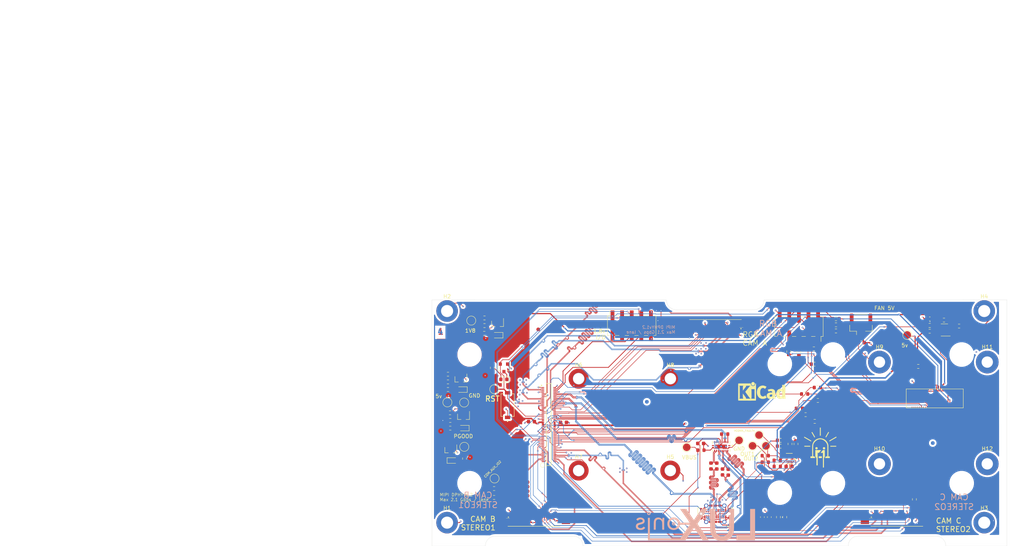
<source format=kicad_pcb>
(kicad_pcb (version 20171130) (host pcbnew "(5.1.9)-1")
  (layers (0 F.Cu signal) (1 GND.Cu power) (2 bGND.Cu power) (31 B.Cu signal) (34 B.Paste user) (35 F.Paste user) (36 B.SilkS user) (37 F.SilkS user) (38 B.Mask user) (39 F.Mask user) (44 Edge.Cuts user))
  (net 0 "")
  (net 1 +3V3)
  (net 2 VBUS)
  (net 3 /USBC&POWER/TXB_P)
  (net 4 /USBC&POWER/TXB_N)
  (net 5 /USBC&POWER/TXC_P)
  (net 6 /USBC&POWER/TXC_N)
  (net 7 "Net-(D1-Pad2)")
  (net 8 "Net-(D1-Pad1)")
  (net 9 "Net-(D2-Pad2)")
  (net 10 "Net-(D2-Pad1)")
  (net 11 "Net-(D3-Pad2)")
  (net 12 "Net-(D3-Pad1)")
  (net 13 MIPI_RX4_D1_N)
  (net 14 CAM_A_CLK_OUT)
  (net 15 MIPI_RX4_D1_P)
  (net 16 CAM_A_PWDN_N)
  (net 17 MIPI_RX4_C_N)
  (net 18 I2C1_SCL)
  (net 19 MIPI_RX4_D0_P)
  (net 20 MIPI_RX4_D0_N)
  (net 21 MIPI_RX4_C_P)
  (net 22 I2C2_SCL)
  (net 23 CAM_B_PWDN_N)
  (net 24 MIPI_RX2_D1_N)
  (net 25 MIPI_RX2_D0_N)
  (net 26 MIPI_RX2_C_P)
  (net 27 MIPI_RX2_C_N)
  (net 28 I2C2_SDA)
  (net 29 MIPI_RX2_D1_P)
  (net 30 CAM_B_CLK_OUT)
  (net 31 MIPI_RX2_D0_P)
  (net 32 /CAMERA_FFC_DUAL/STROBE1)
  (net 33 CAM_B_D_PWM)
  (net 34 MIPI_RX3_D1_N)
  (net 35 MIPI_RX3_D0_N)
  (net 36 MIPI_RX3_C_P)
  (net 37 MIPI_RX3_C_N)
  (net 38 MIPI_RX3_D1_P)
  (net 39 MIPI_RX3_D0_P)
  (net 40 "Net-(Q1-Pad1)")
  (net 41 COM_AUX_IO2)
  (net 42 "Net-(R10-Pad1)")
  (net 43 /CAMERA_FFC_DUAL/FSIN2)
  (net 44 "Net-(R17-Pad2)")
  (net 45 /USBC&POWER/USB_CM)
  (net 46 /USBC&POWER/USB_PORT)
  (net 47 /USBC&POWER/CC1)
  (net 48 /USBC&POWER/CC2)
  (net 49 "Net-(TP19-Pad1)")
  (net 50 "Net-(U6-Pad1)")
  (net 51 "Net-(U6-Pad10)")
  (net 52 /USBC&POWER/RXB_P)
  (net 53 /USBC&POWER/RXB_N)
  (net 54 /USBC&POWER/RXC_P)
  (net 55 /USBC&POWER/RXC_N)
  (net 56 USB_TX_N)
  (net 57 USB_TX_P)
  (net 58 USB_D_N)
  (net 59 USB_D_P)
  (net 60 "Net-(U7-Pad9)")
  (net 61 /SoM_BW1099/UART_RX)
  (net 62 /SoM_BW1099/UART_TX)
  (net 63 /SoM_BW1099/AUX_IO_IRQ)
  (net 64 "Net-(J7-Pad23)")
  (net 65 "Net-(J7-Pad24)")
  (net 66 "Net-(J9-Pad22)")
  (net 67 "Net-(J9-Pad15)")
  (net 68 "Net-(J9-Pad14)")
  (net 69 "Net-(J9-Pad13)")
  (net 70 "Net-(J9-Pad12)")
  (net 71 "Net-(J9-Pad11)")
  (net 72 "Net-(J6-Pad23)")
  (net 73 "Net-(J6-Pad15)")
  (net 74 "Net-(J6-Pad14)")
  (net 75 "Net-(J6-Pad13)")
  (net 76 "Net-(J6-Pad12)")
  (net 77 "Net-(J6-Pad11)")
  (net 78 "Net-(J3-Pad41)")
  (net 79 _RST)
  (net 80 SPI_CS_1)
  (net 81 SPI_SIO0)
  (net 82 SPI_SIO1)
  (net 83 SPI_SIO2)
  (net 84 SPI_SIO3)
  (net 85 SPI_CS_0)
  (net 86 SPI_SCK)
  (net 87 I2C3_SCL)
  (net 88 I2C3_SDA)
  (net 89 I2C1_SDA)
  (net 90 /USBC&POWER/MISO)
  (net 91 /USBC&POWER/MOSI)
  (net 92 "Net-(J13-Pad37)")
  (net 93 PMID)
  (net 94 "Net-(J13-Pad35)")
  (net 95 /USBC&POWER/TXB_+)
  (net 96 /USBC&POWER/TXB_-)
  (net 97 /USBC&POWER/TXC_+)
  (net 98 /USBC&POWER/TXC_-)
  (net 99 /SoM_BW1099/2485_PGOOD)
  (net 100 "Net-(J13-Pad43)")
  (net 101 "Net-(J13-Pad41)")
  (net 102 /USBC&POWER/P0.04)
  (net 103 /USBC&POWER/P0.25)
  (net 104 /USBC&POWER/P0.08)
  (net 105 /USBC&POWER/P1.04)
  (net 106 /USBC&POWER/P0.11)
  (net 107 /USBC&POWER/P1.09)
  (net 108 /USBC&POWER/P0.12)
  (net 109 /USBC&POWER/P1.03)
  (net 110 /USBC&POWER/P0.13)
  (net 111 /USBC&POWER/P1.15)
  (net 112 /USBC&POWER/P1.14)
  (net 113 /USBC&POWER/P1.11)
  (net 114 /USBC&POWER/P0.28)
  (net 115 /USBC&POWER/P0.31)
  (net 116 "Net-(J13-Pad31)")
  (net 117 /USBC&POWER/VBAT)
  (net 118 1V8)
  (net 119 "Net-(J13-Pad45)")
  (net 120 "Net-(J13-Pad46)")
  (net 121 "Net-(J13-Pad47)")
  (net 122 "Net-(J13-Pad48)")
  (net 123 "Net-(J13-Pad49)")
  (net 124 "Net-(J13-Pad50)")
  (net 125 /USBC&POWER/P0.05)
  (net 126 /USBC&POWER/NFC2)
  (net 127 /USBC&POWER/P0.03)
  (net 128 /USBC&POWER/NFC1)
  (net 129 /USBC&POWER/P0.02)
  (net 130 /USBC&POWER/P0.29)
  (net 131 /USBC&POWER/P0.30)
  (net 132 /USBC&POWER/SCL)
  (net 133 /USBC&POWER/SCLK)
  (net 134 /USBC&POWER/SDA)
  (net 135 USB_RX_P)
  (net 136 USB_RX_N)
  (net 137 +5V)
  (net 138 "Net-(D4-Pad2)")
  (net 139 "Net-(D4-Pad1)")
  (net 140 "Net-(J5-PadB8)")
  (net 141 "Net-(J5-PadA8)")
  (net 142 "Net-(Q4-Pad1)")
  (net 143 "Net-(D5-Pad2)")
  (net 144 "Net-(D5-Pad1)")
  (net 145 MIPI_RX5_D2_N)
  (net 146 MIPI_RX5_D2_P)
  (net 147 MIPI_RX5_D3_N)
  (net 148 MIPI_RX5_D3_P)
  (net 149 SD_HST0_D3)
  (net 150 SD_HST0_D2)
  (net 151 SD_HST0_D1)
  (net 152 SD_HST0_D0)
  (net 153 SD_HST0_CD)
  (net 154 SD_HST0_CLK)
  (net 155 SD_HST0_CMD)
  (net 156 "Net-(Q5-Pad1)")
  (net 157 /USBC&POWER/DIR)
  (net 158 /USBC&POWER/VBUS_DET)
  (net 159 /USBC&POWER/OUT1)
  (net 160 /USBC&POWER/OUT2)
  (net 161 "Net-(Q1-Pad2)")
  (net 162 "Net-(Q4-Pad2)")
  (net 163 "Net-(Q5-Pad2)")
  (net 164 GND)
  (net 165 "Net-(R6-Pad2)")
  (net 166 "Net-(R7-Pad2)")
  (net 167 "Net-(R11-Pad2)")
  (net 168 "Net-(R12-Pad1)")
  (module depthABC:AMPHENOL_10132328-10011LF (layer F.Cu) (at 202.7555 149.4155 180)
    (fp_text reference J5 (at -1.96 -3.908) (layer F.SilkS) (effects (font (size 0.8 0.8) (thickness 0.015))))
    (fp_text value "USBC 3.1 Vertical")
    (fp_line (start 3.96 -0.29) (end 3.54 -0.29) (layer Edge.Cuts) (width 0.1))
    (fp_line (start 3.54 0.29) (end 3.96 0.29) (layer Edge.Cuts) (width 0.1))
    (fp_arc (start 3.54 0) (end 3.54 0.29) (angle 180) (layer Edge.Cuts) (width 0.1))
    (fp_arc (start 3.96 0) (end 3.96 -0.29) (angle 180) (layer Edge.Cuts) (width 0.1))
    (pad None np_thru_hole circle (at -3.75 0 180) (size 0.66 0.66) (drill 0.66) (layers *.Cu *.Mask))
    (pad None np_thru_hole circle (at 3.75 0 180) (size 0.58 0.58) (drill 0.58) (layers *.Cu *.Mask))
    (pad 14 smd rect (at 3.77 1 180) (size 0.5 1.03) (layers F.Cu F.Paste F.Mask) (net 164 GND))
    (pad 13 smd rect (at -3.77 1 180) (size 0.5 1.03) (layers F.Cu F.Paste F.Mask) (net 164 GND))
    (pad 12 smd rect (at 3.77 -1 180) (size 0.5 1.03) (layers F.Cu F.Paste F.Mask) (net 164 GND))
    (pad 11 smd rect (at -3.77 -1 180) (size 0.5 1.03) (layers F.Cu F.Paste F.Mask) (net 164 GND))
    (pad 10 thru_hole circle (at 2.4 2.15 180) (size 1.1 1.1) (drill 0.7) (layers *.Cu *.Mask) (net 164 GND))
    (pad 9 thru_hole circle (at -2.4 2.15 180) (size 1.1 1.1) (drill 0.7) (layers *.Cu *.Mask) (net 164 GND))
    (pad 8 thru_hole circle (at 2.4 -2.15 180) (size 1.1 1.1) (drill 0.7) (layers *.Cu *.Mask) (net 164 GND))
    (pad 7 thru_hole circle (at -2.4 -2.15 180) (size 1.1 1.1) (drill 0.7) (layers *.Cu *.Mask) (net 164 GND))
    (pad 6 smd rect (at 1.2 2.15 180) (size 0.82 0.55) (layers F.Cu F.Paste F.Mask) (net 164 GND))
    (pad 5 smd rect (at 0 2.15 180) (size 0.82 0.55) (layers F.Cu F.Paste F.Mask) (net 164 GND))
    (pad 4 smd rect (at -1.2 2.15 180) (size 0.82 0.55) (layers F.Cu F.Paste F.Mask) (net 164 GND))
    (pad 3 smd rect (at 1.2 -2.15 180) (size 0.82 0.55) (layers F.Cu F.Paste F.Mask) (net 164 GND))
    (pad 2 smd rect (at 0 -2.15 180) (size 0.82 0.55) (layers F.Cu F.Paste F.Mask) (net 164 GND))
    (pad 1 smd rect (at -1.2 -2.15 180) (size 0.82 0.55) (layers F.Cu F.Paste F.Mask) (net 164 GND))
    (pad B1 smd rect (at 2.75 0.83 180) (size 0.3 0.85) (layers F.Cu F.Paste F.Mask) (net 164 GND))
    (pad B2 smd rect (at 2.25 0.83 180) (size 0.3 0.85) (layers F.Cu F.Paste F.Mask) (net 6 /USBC&POWER/TXC_N))
    (pad B3 smd rect (at 1.75 0.83 180) (size 0.3 0.85) (layers F.Cu F.Paste F.Mask) (net 5 /USBC&POWER/TXC_P))
    (pad B4 smd rect (at 1.25 0.83 180) (size 0.3 0.85) (layers F.Cu F.Paste F.Mask) (net 2 VBUS))
    (pad B5 smd rect (at 0.75 0.83 180) (size 0.3 0.85) (layers F.Cu F.Paste F.Mask) (net 48 /USBC&POWER/CC2))
    (pad B6 smd rect (at 0.25 0.83 180) (size 0.3 0.85) (layers F.Cu F.Paste F.Mask) (net 58 USB_D_N))
    (pad B7 smd rect (at -0.25 0.83 180) (size 0.3 0.85) (layers F.Cu F.Paste F.Mask) (net 59 USB_D_P))
    (pad B8 smd rect (at -0.75 0.83 180) (size 0.3 0.85) (layers F.Cu F.Paste F.Mask) (net 140 "Net-(J5-PadB8)"))
    (pad B9 smd rect (at -1.25 0.83 180) (size 0.3 0.85) (layers F.Cu F.Paste F.Mask) (net 2 VBUS))
    (pad B10 smd rect (at -1.75 0.83 180) (size 0.3 0.85) (layers F.Cu F.Paste F.Mask) (net 53 /USBC&POWER/RXB_N))
    (pad B11 smd rect (at -2.25 0.83 180) (size 0.3 0.85) (layers F.Cu F.Paste F.Mask) (net 52 /USBC&POWER/RXB_P))
    (pad B12 smd rect (at -2.75 0.83 180) (size 0.3 0.85) (layers F.Cu F.Paste F.Mask) (net 164 GND))
    (pad A12 smd rect (at 2.75 -0.83 180) (size 0.3 0.85) (layers F.Cu F.Paste F.Mask) (net 164 GND))
    (pad A11 smd rect (at 2.25 -0.83 180) (size 0.3 0.85) (layers F.Cu F.Paste F.Mask) (net 54 /USBC&POWER/RXC_P))
    (pad A10 smd rect (at 1.75 -0.83 180) (size 0.3 0.85) (layers F.Cu F.Paste F.Mask) (net 55 /USBC&POWER/RXC_N))
    (pad A9 smd rect (at 1.25 -0.83 180) (size 0.3 0.85) (layers F.Cu F.Paste F.Mask) (net 2 VBUS))
    (pad A8 smd rect (at 0.75 -0.83 180) (size 0.3 0.85) (layers F.Cu F.Paste F.Mask) (net 141 "Net-(J5-PadA8)"))
    (pad A7 smd rect (at 0.25 -0.83 180) (size 0.3 0.85) (layers F.Cu F.Paste F.Mask) (net 58 USB_D_N))
    (pad A6 smd rect (at -0.25 -0.83 180) (size 0.3 0.85) (layers F.Cu F.Paste F.Mask) (net 59 USB_D_P))
    (pad A5 smd rect (at -0.75 -0.83 180) (size 0.3 0.85) (layers F.Cu F.Paste F.Mask) (net 47 /USBC&POWER/CC1))
    (pad A4 smd rect (at -1.25 -0.83 180) (size 0.3 0.85) (layers F.Cu F.Paste F.Mask) (net 2 VBUS))
    (pad A3 smd rect (at -1.75 -0.83 180) (size 0.3 0.85) (layers F.Cu F.Paste F.Mask) (net 4 /USBC&POWER/TXB_N))
    (pad A2 smd rect (at -2.25 -0.83 180) (size 0.3 0.85) (layers F.Cu F.Paste F.Mask) (net 3 /USBC&POWER/TXB_P))
    (pad A1 smd rect (at -2.75 -0.83 180) (size 0.3 0.85) (layers F.Cu F.Paste F.Mask) (net 164 GND))
  )
  (module MountingHole:MountingHole_3mm_Pad (layer F.Cu) (at 274.6523 136.2102)
    (fp_text reference H12 (at 0 -4) (layer F.SilkS))
    (fp_text value MountingHole_4-40)
    (pad 1 thru_hole circle (at 0 0) (size 6 6) (drill 3) (layers *.Cu *.Mask) (net 164 GND))
  )
  (module MountingHole:MountingHole_3mm_Pad (layer F.Cu) (at 274.6527 109.2808)
    (fp_text reference H11 (at 0 -4) (layer F.SilkS))
    (fp_text value MountingHole_4-40)
    (pad 1 thru_hole circle (at 0 0) (size 6 6) (drill 3) (layers *.Cu *.Mask) (net 164 GND))
  )
  (module MountingHole:MountingHole_3mm_Pad (layer F.Cu) (at 246.1575 136.2075)
    (fp_text reference H10 (at 0 -4) (layer F.SilkS))
    (fp_text value MountingHole_4-40)
    (pad 1 thru_hole circle (at 0 0) (size 6 6) (drill 3) (layers *.Cu *.Mask) (net 164 GND))
  )
  (module MountingHole:MountingHole_3mm_Pad (layer F.Cu) (at 246.1575 109.2835)
    (fp_text reference H9 (at 0 -4) (layer F.SilkS))
    (fp_text value MountingHole_4-40)
    (pad 1 thru_hole circle (at 0 0) (size 6 6) (drill 3) (layers *.Cu *.Mask) (net 164 GND))
  )
  (module MountingHole:MountingHole_3.2mm_M3_ISO7380_Pad (layer F.Cu) (at 273.8579 95.7675)
    (fp_text reference H4 (at 0 -3.85) (layer F.SilkS))
    (fp_text value MountingHole_M3)
    (pad 1 thru_hole circle (at 0 0) (size 5.7 5.7) (drill 3.2) (layers *.Cu *.Mask) (net 164 GND))
  )
  (module MountingHole:MountingHole_3.2mm_M3_ISO7380_Pad (layer F.Cu) (at 273.854672 151.7667)
    (fp_text reference H3 (at 0 -3.85) (layer F.SilkS))
    (fp_text value MountingHole_M3)
    (pad 1 thru_hole circle (at 0 0) (size 5.7 5.7) (drill 3.2) (layers *.Cu *.Mask) (net 164 GND))
  )
  (module MountingHole:MountingHole_3.2mm_M3_ISO7380_Pad (layer F.Cu) (at 131.8485 95.7675)
    (fp_text reference H2 (at 0 -3.85) (layer F.SilkS))
    (fp_text value MountingHole_M3)
    (pad 1 thru_hole circle (at 0 0) (size 5.7 5.7) (drill 3.2) (layers *.Cu *.Mask) (net 164 GND))
  )
  (module MountingHole:MountingHole_3.2mm_M3_ISO7380_Pad (layer F.Cu) (at 131.8485 151.7667)
    (fp_text reference H1 (at 0 -3.85) (layer F.SilkS))
    (fp_text value MountingHole_M3)
    (pad 1 thru_hole circle (at 0 0) (size 5.7 5.7) (drill 3.2) (layers *.Cu *.Mask) (net 164 GND))
  )
  (module Luxonis_KiCad_Master:Texas_Instruments-HD3SS3212RKSR (layer F.Cu) (at 204.3049 131.6101 270)
    (fp_text reference U6 hide)
    (fp_text value "USB Type-C Switch" hide)
    (pad 2 smd roundrect (at -1.150046 -1.749999 270) (size 0.6 0.25) (layers F.Cu F.Paste F.Mask) (roundrect_rratio 0.4) (net 44 "Net-(R17-Pad2)"))
    (pad 3 smd roundrect (at -1.150046 -1.249999 270) (size 0.6 0.25) (layers F.Cu F.Paste F.Mask) (roundrect_rratio 0.4) (net 135 USB_RX_P))
    (pad 4 smd roundrect (at -1.150046 -0.749999 270) (size 0.6 0.25) (layers F.Cu F.Paste F.Mask) (roundrect_rratio 0.4) (net 136 USB_RX_N))
    (pad 5 smd roundrect (at -1.150046 -0.249999 270) (size 0.6 0.25) (layers F.Cu F.Paste F.Mask) (roundrect_rratio 0.4) (net 164 GND))
    (pad 6 smd roundrect (at -1.150046 0.25 270) (size 0.6 0.25) (layers F.Cu F.Paste F.Mask) (roundrect_rratio 0.4) (net 1 +3V3))
    (pad 7 smd roundrect (at -1.150046 0.75 270) (size 0.6 0.25) (layers F.Cu F.Paste F.Mask) (roundrect_rratio 0.4) (net 57 USB_TX_P))
    (pad 8 smd roundrect (at -1.150046 1.25 270) (size 0.6 0.25) (layers F.Cu F.Paste F.Mask) (roundrect_rratio 0.4) (net 56 USB_TX_N))
    (pad 9 smd roundrect (at -1.150046 1.75 270) (size 0.6 0.25) (layers F.Cu F.Paste F.Mask) (roundrect_rratio 0.4) (net 157 /USBC&POWER/DIR))
    (pad 12 smd roundrect (at 1.150047 1.75 270) (size 0.6 0.25) (layers F.Cu F.Paste F.Mask) (roundrect_rratio 0.4) (net 98 /USBC&POWER/TXC_-))
    (pad 13 smd roundrect (at 1.150047 1.25 270) (size 0.6 0.25) (layers F.Cu F.Paste F.Mask) (roundrect_rratio 0.4) (net 97 /USBC&POWER/TXC_+))
    (pad 14 smd roundrect (at 1.150047 0.75 270) (size 0.6 0.25) (layers F.Cu F.Paste F.Mask) (roundrect_rratio 0.4) (net 55 /USBC&POWER/RXC_N))
    (pad 15 smd roundrect (at 1.150047 0.25 270) (size 0.6 0.25) (layers F.Cu F.Paste F.Mask) (roundrect_rratio 0.4) (net 54 /USBC&POWER/RXC_P))
    (pad 16 smd roundrect (at 1.150047 -0.249999 270) (size 0.6 0.25) (layers F.Cu F.Paste F.Mask) (roundrect_rratio 0.4) (net 96 /USBC&POWER/TXB_-))
    (pad 17 smd roundrect (at 1.150047 -0.749999 270) (size 0.6 0.25) (layers F.Cu F.Paste F.Mask) (roundrect_rratio 0.4) (net 95 /USBC&POWER/TXB_+))
    (pad 18 smd roundrect (at 1.150047 -1.249999 270) (size 0.6 0.25) (layers F.Cu F.Paste F.Mask) (roundrect_rratio 0.4) (net 53 /USBC&POWER/RXB_N))
    (pad 19 smd roundrect (at 1.150047 -1.749999 270) (size 0.6 0.25) (layers F.Cu F.Paste F.Mask) (roundrect_rratio 0.4) (net 52 /USBC&POWER/RXB_P))
    (pad 10 smd roundrect (at -0.249999 2.150047 270) (size 0.25 0.6) (layers F.Cu F.Paste F.Mask) (roundrect_rratio 0.4) (net 51 "Net-(U6-Pad10)"))
    (pad 11 smd roundrect (at 0.25 2.150047 270) (size 0.25 0.6) (layers F.Cu F.Paste F.Mask) (roundrect_rratio 0.4) (net 164 GND))
    (pad 20 smd roundrect (at 0.25 -2.150046 270) (size 0.25 0.6) (layers F.Cu F.Paste F.Mask) (roundrect_rratio 0.4) (net 164 GND))
    (pad 1 smd roundrect (at -0.249999 -2.150046 270) (size 0.25 0.6) (layers F.Cu F.Paste F.Mask) (roundrect_rratio 0.4) (net 50 "Net-(U6-Pad1)"))
    (pad 21 smd roundrect (at 0 0 270) (size 1 3) (layers F.Cu F.Mask) (roundrect_rratio 0.1) (net 164 GND))
    (pad 21 thru_hole circle (at 0 -1.25 270) (size 0.5 0.5) (drill 0.2) (layers *.Cu) (net 164 GND))
    (pad 21 thru_hole circle (at 0 0 270) (size 0.5 0.5) (drill 0.2) (layers *.Cu) (net 164 GND))
    (pad 21 thru_hole circle (at 0 1.25 270) (size 0.5 0.5) (drill 0.2) (layers *.Cu) (net 164 GND))
  )
  (module Luxonis_KiCad_Master:Mounting_Wuerth_WA-SMSI-M2_H3mm_9774030243 (layer F.Cu) (at 190.881 113.665)
    (fp_text reference H8 (at 0 -3.6) (layer F.SilkS))
    (fp_text value MountingHole_Pad)
    (pad 1 smd custom (at 2.075 0) (size 0.75 0.75) (layers F.Cu F.Mask) (net 164 GND) (options (clearance outline) (anchor circle)) (primitives (gr_circle (center -2.075 0) (end 0 0) (width 1.15))))
    (pad 1 smd circle (at 0 2.075) (size 0.75 0.75) (layers F.Cu) (net 164 GND))
    (pad 1 smd circle (at -2.075 0) (size 0.75 0.75) (layers F.Cu) (net 164 GND))
    (pad 1 smd circle (at 0 -2.075) (size 0.75 0.75) (layers F.Cu) (net 164 GND))
    (pad 1 thru_hole circle (at 0 0) (size 3.05 3.05) (drill 3) (layers *.Cu *.Mask) (net 164 GND))
  )
  (module Luxonis_KiCad_Master:Mounting_Wuerth_WA-SMSI-M2_H3mm_9774030243 (layer F.Cu) (at 166.624 137.9855)
    (fp_text reference H7 (at 0 -3.6) (layer F.SilkS))
    (fp_text value MountingHole_Pad)
    (pad 1 smd custom (at 2.075 0) (size 0.75 0.75) (layers F.Cu F.Mask) (net 164 GND) (options (clearance outline) (anchor circle)) (primitives (gr_circle (center -2.075 0) (end 0 0) (width 1.15))))
    (pad 1 smd circle (at 0 2.075) (size 0.75 0.75) (layers F.Cu) (net 164 GND))
    (pad 1 smd circle (at -2.075 0) (size 0.75 0.75) (layers F.Cu) (net 164 GND))
    (pad 1 smd circle (at 0 -2.075) (size 0.75 0.75) (layers F.Cu) (net 164 GND))
    (pad 1 thru_hole circle (at 0 0) (size 3.05 3.05) (drill 3) (layers *.Cu *.Mask) (net 164 GND))
  )
  (module Luxonis_KiCad_Master:Mounting_Wuerth_WA-SMSI-M2_H3mm_9774030243 (layer F.Cu) (at 166.624 113.665)
    (fp_text reference H6 (at 0 -3.6) (layer F.SilkS))
    (fp_text value MountingHole_Pad)
    (pad 1 smd custom (at 2.075 0) (size 0.75 0.75) (layers F.Cu F.Mask) (net 164 GND) (options (clearance outline) (anchor circle)) (primitives (gr_circle (center -2.075 0) (end 0 0) (width 1.15))))
    (pad 1 smd circle (at 0 2.075) (size 0.75 0.75) (layers F.Cu) (net 164 GND))
    (pad 1 smd circle (at -2.075 0) (size 0.75 0.75) (layers F.Cu) (net 164 GND))
    (pad 1 smd circle (at 0 -2.075) (size 0.75 0.75) (layers F.Cu) (net 164 GND))
    (pad 1 thru_hole circle (at 0 0) (size 3.05 3.05) (drill 3) (layers *.Cu *.Mask) (net 164 GND))
  )
  (module Luxonis_KiCad_Master:Mounting_Wuerth_WA-SMSI-M2_H3mm_9774030243 (layer F.Cu) (at 190.86322 137.9855)
    (fp_text reference H5 (at 0 -3.6) (layer F.SilkS))
    (fp_text value MountingHole_Pad)
    (pad 1 smd custom (at 2.075 0) (size 0.75 0.75) (layers F.Cu F.Mask) (net 164 GND) (options (clearance outline) (anchor circle)) (primitives (gr_circle (center -2.075 0) (end 0 0) (width 1.15))))
    (pad 1 smd circle (at 0 2.075) (size 0.75 0.75) (layers F.Cu) (net 164 GND))
    (pad 1 smd circle (at -2.075 0) (size 0.75 0.75) (layers F.Cu) (net 164 GND))
    (pad 1 smd circle (at 0 -2.075) (size 0.75 0.75) (layers F.Cu) (net 164 GND))
    (pad 1 thru_hole circle (at 0 0) (size 3.05 3.05) (drill 3) (layers *.Cu *.Mask) (net 164 GND))
  )
  (module depthABC:luxonis (layer B.Cu) (at 197.358 152.019 180)
    (fp_text reference G*** hide)
    (fp_text value LOGO hide)
  )
  (module FabDrawingTemplates:FabDrawing-4Layer-Metric_noNotes (layer F.Cu) (at 154.178 18.669)
    (fp_text reference REF** hide)
    (fp_text value FabDrawing-4Layer hide)
  )
  (module TestPoint:TestPoint_Pad_D2.0mm (layer F.Cu) (at 216.154 131.445 180)
    (fp_text reference TP21 hide)
    (fp_text value ~)
    (pad 1 smd circle (at 0 0 180) (size 2 2) (layers F.Cu F.Mask) (net 159 /USBC&POWER/OUT1))
  )
  (module TestPoint:TestPoint_Pad_D2.0mm (layer F.Cu) (at 212.598 131.445 180)
    (fp_text reference TP20 hide)
    (fp_text value ~)
    (pad 1 smd circle (at 0 0 180) (size 2 2) (layers F.Cu F.Mask) (net 160 /USBC&POWER/OUT2))
  )
  (module TestPoint:TestPoint_Pad_D2.0mm (layer F.Cu) (at 214.3125 128.5875 180)
    (fp_text reference TP19 hide)
    (fp_text value ~)
    (pad 1 smd circle (at 0 0 180) (size 2 2) (layers F.Cu F.Mask) (net 49 "Net-(TP19-Pad1)"))
  )
  (module TestPoint:TestPoint_Pad_D2.0mm (layer F.Cu) (at 195.199 131.826 270)
    (fp_text reference TP18 hide)
    (fp_text value ~)
    (pad 1 smd circle (at 0 0 270) (size 2 2) (layers F.Cu F.Mask) (net 168 "Net-(R12-Pad1)"))
  )
  (module TestPoint:TestPoint_Pad_D2.0mm (layer F.Cu) (at 136.3472 119.9896)
    (fp_text reference TP10 hide)
    (fp_text value ~)
    (pad 1 smd circle (at 0 0) (size 2 2) (layers F.Cu F.Mask) (net 164 GND))
  )
  (module TestPoint:TestPoint_Pad_D2.0mm (layer F.Cu) (at 209.042 129.9845)
    (fp_text reference TP9 hide)
    (fp_text value ~)
    (pad 1 smd circle (at 0 0) (size 2 2) (layers F.Cu F.Mask) (net 164 GND))
  )
  (module TestPoint:TestPoint_Pad_D2.0mm (layer F.Cu) (at 138.2395 98.298)
    (fp_text reference TP6 hide)
    (fp_text value ~)
    (pad 1 smd circle (at 0 0) (size 2 2) (layers F.Cu F.Mask) (net 118 1V8))
  )
  (module TestPoint:TestPoint_Pad_D2.0mm (layer F.Cu) (at 144.399 140.081 90)
    (fp_text reference TP5 hide)
    (fp_text value ~)
    (pad 1 smd circle (at 0 0 90) (size 2 2) (layers F.Cu F.Mask) (net 41 COM_AUX_IO2))
  )
  (module TestPoint:TestPoint_Pad_D2.0mm (layer F.Cu) (at 253.492 102.108 90)
    (fp_text reference TP4 hide)
    (fp_text value ~)
    (pad 1 smd circle (at 0 0 90) (size 2 2) (layers F.Cu F.Mask) (net 137 +5V))
  )
  (module TestPoint:TestPoint_Pad_D2.0mm (layer F.Cu) (at 144.3355 116.459)
    (fp_text reference TP3 hide)
    (fp_text value ~)
    (pad 1 smd circle (at 0 0) (size 2 2) (layers F.Cu F.Mask) (net 79 _RST))
  )
  (module TestPoint:TestPoint_Pad_D2.0mm (layer F.Cu) (at 131.9276 119.9388)
    (fp_text reference TP2 hide)
    (fp_text value ~)
    (pad 1 smd circle (at 0 0) (size 2 2) (layers F.Cu F.Mask) (net 137 +5V))
  )
  (module TestPoint:TestPoint_Pad_D2.0mm (layer F.Cu) (at 136.398 131.699 90)
    (fp_text reference TP1 hide)
    (fp_text value ~)
    (pad 1 smd circle (at 0 0 90) (size 2 2) (layers F.Cu F.Mask) (net 99 /SoM_BW1099/2485_PGOOD))
  )
  (module Capacitor_SMD:C_0603_1608Metric (layer F.Cu) (at 259.461 97.8535)
    (fp_text reference C4)
    (fp_text value "10uF ")
    (pad 2 smd roundrect (at 0.775 0) (size 0.9 0.95) (layers F.Cu F.Paste F.Mask) (net 118 1V8))
    (pad 1 smd roundrect (at -0.775 0) (size 0.9 0.95) (layers F.Cu F.Paste F.Mask) (net 164 GND))
  )
  (module Capacitor_SMD:C_0603_1608Metric (layer F.Cu) (at 201.6125 136.779 270)
    (fp_text reference C37 hide)
    (fp_text value 0.1uF)
    (pad 2 smd roundrect (at 0.775 0 270) (size 0.9 0.95) (layers F.Cu F.Paste F.Mask) (net 6 /USBC&POWER/TXC_N))
    (pad 1 smd roundrect (at -0.775 0 270) (size 0.9 0.95) (layers F.Cu F.Paste F.Mask) (net 98 /USBC&POWER/TXC_-))
  )
  (module Capacitor_SMD:C_0603_1608Metric (layer F.Cu) (at 203.1365 136.792 270)
    (fp_text reference C36 hide)
    (fp_text value 0.1uF)
    (pad 2 smd roundrect (at 0.775 0 270) (size 0.9 0.95) (layers F.Cu F.Paste F.Mask) (net 5 /USBC&POWER/TXC_P))
    (pad 1 smd roundrect (at -0.775 0 270) (size 0.9 0.95) (layers F.Cu F.Paste F.Mask) (net 97 /USBC&POWER/TXC_+))
  )
  (module Capacitor_SMD:C_0603_1608Metric (layer F.Cu) (at 204.6605 138.3535 270)
    (fp_text reference C35 hide)
    (fp_text value 0.1uF)
    (pad 2 smd roundrect (at 0.775 0 270) (size 0.9 0.95) (layers F.Cu F.Paste F.Mask) (net 4 /USBC&POWER/TXB_N))
    (pad 1 smd roundrect (at -0.775 0 270) (size 0.9 0.95) (layers F.Cu F.Paste F.Mask) (net 96 /USBC&POWER/TXB_-))
  )
  (module Capacitor_SMD:C_0603_1608Metric (layer F.Cu) (at 206.1845 138.417 270)
    (fp_text reference C34 hide)
    (fp_text value 0.1uF)
    (pad 2 smd roundrect (at 0.775 0 270) (size 0.9 0.95) (layers F.Cu F.Paste F.Mask) (net 3 /USBC&POWER/TXB_P))
    (pad 1 smd roundrect (at -0.775 0 270) (size 0.9 0.95) (layers F.Cu F.Paste F.Mask) (net 95 /USBC&POWER/TXB_+))
  )
  (module Capacitor_SMD:C_0603_1608Metric (layer F.Cu) (at 162.6235 125.222 180)
    (fp_text reference C3 hide)
    (fp_text value "10uF ")
    (pad 2 smd roundrect (at 0.775 0 180) (size 0.9 0.95) (layers F.Cu F.Paste F.Mask) (net 137 +5V))
    (pad 1 smd roundrect (at -0.775 0 180) (size 0.9 0.95) (layers F.Cu F.Paste F.Mask) (net 164 GND))
  )
  (module Luxonis_KiCad_Master:F32R-26p-FFC (layer F.Cu) (at 154.80892 151.1735)
    (fp_text reference J6 hide)
    (fp_text value 26_pin_FFC hide)
    (pad MP smd rect (at 8.4582 -0.0508) (size 2.2 2) (layers F.Cu F.Paste F.Mask) (net 164 GND))
    (pad MP smd rect (at -8.4582 -0.0508) (size 2.2 2) (layers F.Cu F.Paste F.Mask) (net 164 GND))
    (pad 23 smd rect (at 4.75 -1.25) (size 0.3 1.2) (layers F.Cu F.Paste F.Mask) (net 72 "Net-(J6-Pad23)"))
    (pad 22 smd rect (at 4.25 -1.25) (size 0.3 1.2) (layers F.Cu F.Paste F.Mask) (net 32 /CAMERA_FFC_DUAL/STROBE1))
    (pad 21 smd rect (at 3.75 -1.25) (size 0.3 1.2) (layers F.Cu F.Paste F.Mask) (net 28 I2C2_SDA))
    (pad 20 smd rect (at 3.25 -1.25) (size 0.3 1.2) (layers F.Cu F.Paste F.Mask) (net 22 I2C2_SCL))
    (pad 19 smd rect (at 2.75 -1.25) (size 0.3 1.2) (layers F.Cu F.Paste F.Mask) (net 164 GND))
    (pad 18 smd rect (at 2.25 -1.25) (size 0.3 1.2) (layers F.Cu F.Paste F.Mask) (net 30 CAM_B_CLK_OUT))
    (pad 17 smd rect (at 1.75 -1.25) (size 0.3 1.2) (layers F.Cu F.Paste F.Mask) (net 23 CAM_B_PWDN_N))
    (pad 16 smd rect (at 1.25 -1.25) (size 0.3 1.2) (layers F.Cu F.Paste F.Mask) (net 164 GND))
    (pad 15 smd rect (at 0.75 -1.25) (size 0.3 1.2) (layers F.Cu F.Paste F.Mask) (net 73 "Net-(J6-Pad15)"))
    (pad 14 smd rect (at 0.25 -1.25) (size 0.3 1.2) (layers F.Cu F.Paste F.Mask) (net 74 "Net-(J6-Pad14)"))
    (pad 13 smd rect (at -0.25 -1.25) (size 0.3 1.2) (layers F.Cu F.Paste F.Mask) (net 75 "Net-(J6-Pad13)"))
    (pad 12 smd rect (at -0.75 -1.25) (size 0.3 1.2) (layers F.Cu F.Paste F.Mask) (net 76 "Net-(J6-Pad12)"))
    (pad 11 smd rect (at -1.25 -1.25) (size 0.3 1.2) (layers F.Cu F.Paste F.Mask) (net 77 "Net-(J6-Pad11)"))
    (pad 10 smd rect (at -1.75 -1.25) (size 0.3 1.2) (layers F.Cu F.Paste F.Mask) (net 164 GND))
    (pad 9 smd rect (at -2.25 -1.25) (size 0.3 1.2) (layers F.Cu F.Paste F.Mask) (net 26 MIPI_RX2_C_P))
    (pad 8 smd rect (at -2.75 -1.25) (size 0.3 1.2) (layers F.Cu F.Paste F.Mask) (net 27 MIPI_RX2_C_N))
    (pad 7 smd rect (at -3.25 -1.25) (size 0.3 1.2) (layers F.Cu F.Paste F.Mask) (net 164 GND))
    (pad 6 smd rect (at -3.75 -1.25) (size 0.3 1.2) (layers F.Cu F.Paste F.Mask) (net 29 MIPI_RX2_D1_P))
    (pad 5 smd rect (at -4.25 -1.25) (size 0.3 1.2) (layers F.Cu F.Paste F.Mask) (net 24 MIPI_RX2_D1_N))
    (pad 4 smd rect (at -4.75 -1.25) (size 0.3 1.2) (layers F.Cu F.Paste F.Mask) (net 164 GND))
    (pad 26 smd rect (at 6.25 -1.25) (size 0.3 1.2) (layers F.Cu F.Paste F.Mask) (net 1 +3V3))
    (pad 25 smd rect (at 5.75 -1.25) (size 0.3 1.2) (layers F.Cu F.Paste F.Mask) (net 1 +3V3))
    (pad 24 smd rect (at 5.25 -1.25) (size 0.3 1.2) (layers F.Cu F.Paste F.Mask) (net 164 GND))
    (pad 3 smd rect (at -5.25 -1.25) (size 0.3 1.2) (layers F.Cu F.Paste F.Mask) (net 31 MIPI_RX2_D0_P))
    (pad 2 smd rect (at -5.75 -1.25) (size 0.3 1.2) (layers F.Cu F.Paste F.Mask) (net 25 MIPI_RX2_D0_N))
    (pad 1 smd rect (at -6.25 -1.25) (size 0.3 1.2) (layers F.Cu F.Paste F.Mask) (net 164 GND))
  )
  (module "Luxonis_KiCad_Master:DF40HC(3.0)-100DS-0.4V(58)" (layer F.Cu) (at 158.66872 125.82652)
    (fp_text reference J3 hide)
    (fp_text value BW1099EMB_SoM hide)
    (pad 1 smd rect (at -1.4892 -9.8254 270) (size 0.2 0.7) (layers F.Cu F.Paste F.Mask) (net 164 GND))
    (pad 2 smd rect (at 1.5908 -9.8254 270) (size 0.2 0.7) (layers F.Cu F.Paste F.Mask) (net 164 GND))
    (pad 3 smd rect (at -1.4892 -9.4254 270) (size 0.2 0.7) (layers F.Cu F.Paste F.Mask) (net 17 MIPI_RX4_C_N))
    (pad 4 smd rect (at 1.5908 -9.4254 270) (size 0.2 0.7) (layers F.Cu F.Paste F.Mask) (net 61 /SoM_BW1099/UART_RX))
    (pad 5 smd rect (at -1.4892 -9.0254 270) (size 0.2 0.7) (layers F.Cu F.Paste F.Mask) (net 21 MIPI_RX4_C_P))
    (pad 6 smd rect (at 1.5908 -9.0254 270) (size 0.2 0.7) (layers F.Cu F.Paste F.Mask) (net 62 /SoM_BW1099/UART_TX))
    (pad 7 smd rect (at -1.4892 -8.6254 270) (size 0.2 0.7) (layers F.Cu F.Paste F.Mask) (net 164 GND))
    (pad 8 smd rect (at 1.5908 -8.6254 270) (size 0.2 0.7) (layers F.Cu F.Paste F.Mask) (net 164 GND))
    (pad 9 smd rect (at -1.4892 -8.2254 270) (size 0.2 0.7) (layers F.Cu F.Paste F.Mask) (net 20 MIPI_RX4_D0_N))
    (pad 10 smd rect (at 1.5908 -8.2254 270) (size 0.2 0.7) (layers F.Cu F.Paste F.Mask) (net 135 USB_RX_P))
    (pad 11 smd rect (at -1.4892 -7.8254 270) (size 0.2 0.7) (layers F.Cu F.Paste F.Mask) (net 19 MIPI_RX4_D0_P))
    (pad 12 smd rect (at 1.5908 -7.8254 270) (size 0.2 0.7) (layers F.Cu F.Paste F.Mask) (net 136 USB_RX_N))
    (pad 13 smd rect (at -1.4892 -7.4254 270) (size 0.2 0.7) (layers F.Cu F.Paste F.Mask) (net 164 GND))
    (pad 14 smd rect (at 1.5908 -7.4254 270) (size 0.2 0.7) (layers F.Cu F.Paste F.Mask) (net 164 GND))
    (pad 15 smd rect (at -1.4892 -7.0254 270) (size 0.2 0.7) (layers F.Cu F.Paste F.Mask) (net 13 MIPI_RX4_D1_N))
    (pad 16 smd rect (at 1.5908 -7.0254 270) (size 0.2 0.7) (layers F.Cu F.Paste F.Mask) (net 59 USB_D_P))
    (pad 17 smd rect (at -1.4892 -6.6254 270) (size 0.2 0.7) (layers F.Cu F.Paste F.Mask) (net 15 MIPI_RX4_D1_P))
    (pad 18 smd rect (at 1.5908 -6.6254 270) (size 0.2 0.7) (layers F.Cu F.Paste F.Mask) (net 58 USB_D_N))
    (pad 19 smd rect (at -1.4892 -6.2254 270) (size 0.2 0.7) (layers F.Cu F.Paste F.Mask) (net 164 GND))
    (pad 20 smd rect (at 1.5908 -6.2254 270) (size 0.2 0.7) (layers F.Cu F.Paste F.Mask) (net 164 GND))
    (pad 21 smd rect (at -1.4892 -5.8254 270) (size 0.2 0.7) (layers F.Cu F.Paste F.Mask) (net 145 MIPI_RX5_D2_N))
    (pad 22 smd rect (at 1.5908 -5.8254 270) (size 0.2 0.7) (layers F.Cu F.Paste F.Mask) (net 57 USB_TX_P))
    (pad 23 smd rect (at -1.4892 -5.4254 270) (size 0.2 0.7) (layers F.Cu F.Paste F.Mask) (net 146 MIPI_RX5_D2_P))
    (pad 24 smd rect (at 1.5908 -5.4254 270) (size 0.2 0.7) (layers F.Cu F.Paste F.Mask) (net 56 USB_TX_N))
    (pad 25 smd rect (at -1.4892 -5.0254 270) (size 0.2 0.7) (layers F.Cu F.Paste F.Mask) (net 164 GND))
    (pad 26 smd rect (at 1.5908 -5.0254 270) (size 0.2 0.7) (layers F.Cu F.Paste F.Mask) (net 164 GND))
    (pad 27 smd rect (at -1.4892 -4.6254 270) (size 0.2 0.7) (layers F.Cu F.Paste F.Mask) (net 147 MIPI_RX5_D3_N))
    (pad 28 smd rect (at 1.5908 -4.6254 270) (size 0.2 0.7) (layers F.Cu F.Paste F.Mask) (net 14 CAM_A_CLK_OUT))
    (pad 29 smd rect (at -1.4892 -4.2254 270) (size 0.2 0.7) (layers F.Cu F.Paste F.Mask) (net 148 MIPI_RX5_D3_P))
    (pad 30 smd rect (at 1.5908 -4.2254 270) (size 0.2 0.7) (layers F.Cu F.Paste F.Mask) (net 164 GND))
    (pad 31 smd rect (at -1.4892 -3.8254 270) (size 0.2 0.7) (layers F.Cu F.Paste F.Mask) (net 164 GND))
    (pad 32 smd rect (at 1.5908 -3.8254 270) (size 0.2 0.7) (layers F.Cu F.Paste F.Mask) (net 149 SD_HST0_D3))
    (pad 33 smd rect (at -1.4892 -3.4254 270) (size 0.2 0.7) (layers F.Cu F.Paste F.Mask) (net 89 I2C1_SDA))
    (pad 34 smd rect (at 1.5908 -3.4254 270) (size 0.2 0.7) (layers F.Cu F.Paste F.Mask) (net 16 CAM_A_PWDN_N))
    (pad 35 smd rect (at -1.4892 -3.0254 270) (size 0.2 0.7) (layers F.Cu F.Paste F.Mask) (net 18 I2C1_SCL))
    (pad 36 smd rect (at 1.5908 -3.0254 270) (size 0.2 0.7) (layers F.Cu F.Paste F.Mask) (net 150 SD_HST0_D2))
    (pad 37 smd rect (at -1.4892 -2.6254 270) (size 0.2 0.7) (layers F.Cu F.Paste F.Mask) (net 99 /SoM_BW1099/2485_PGOOD))
    (pad 38 smd rect (at 1.5908 -2.6254 270) (size 0.2 0.7) (layers F.Cu F.Paste F.Mask) (net 151 SD_HST0_D1))
    (pad 39 smd rect (at -1.4892 -2.2254 270) (size 0.2 0.7) (layers F.Cu F.Paste F.Mask) (net 79 _RST))
    (pad 40 smd rect (at 1.5908 -2.2254 270) (size 0.2 0.7) (layers F.Cu F.Paste F.Mask) (net 152 SD_HST0_D0))
    (pad 41 smd rect (at -1.4892 -1.8254 270) (size 0.2 0.7) (layers F.Cu F.Paste F.Mask) (net 78 "Net-(J3-Pad41)"))
    (pad 42 smd rect (at 1.5908 -1.8254 270) (size 0.2 0.7) (layers F.Cu F.Paste F.Mask) (net 41 COM_AUX_IO2))
    (pad 43 smd rect (at -1.4892 -1.4254 270) (size 0.2 0.7) (layers F.Cu F.Paste F.Mask) (net 164 GND))
    (pad 44 smd rect (at 1.5908 -1.4254 270) (size 0.2 0.7) (layers F.Cu F.Paste F.Mask) (net 164 GND))
    (pad 45 smd rect (at -1.4892 -1.0254 270) (size 0.2 0.7) (layers F.Cu F.Paste F.Mask) (net 164 GND))
    (pad 46 smd rect (at 1.5908 -1.0254 270) (size 0.2 0.7) (layers F.Cu F.Paste F.Mask) (net 164 GND))
    (pad 47 smd rect (at -1.4892 -0.6254 270) (size 0.2 0.7) (layers F.Cu F.Paste F.Mask) (net 137 +5V))
    (pad 48 smd rect (at 1.5908 -0.6254 270) (size 0.2 0.7) (layers F.Cu F.Paste F.Mask) (net 137 +5V))
    (pad 49 smd rect (at -1.4892 -0.2254 270) (size 0.2 0.7) (layers F.Cu F.Paste F.Mask) (net 137 +5V))
    (pad 50 smd rect (at 1.5908 -0.2254 270) (size 0.2 0.7) (layers F.Cu F.Paste F.Mask) (net 137 +5V))
    (pad 51 smd rect (at -1.4892 0.1746 270) (size 0.2 0.7) (layers F.Cu F.Paste F.Mask) (net 137 +5V))
    (pad 52 smd rect (at 1.5908 0.1746 270) (size 0.2 0.7) (layers F.Cu F.Paste F.Mask) (net 137 +5V))
    (pad 53 smd rect (at -1.4892 0.5746 270) (size 0.2 0.7) (layers F.Cu F.Paste F.Mask) (net 2 VBUS))
    (pad 54 smd rect (at 1.5908 0.5746 270) (size 0.2 0.7) (layers F.Cu F.Paste F.Mask) (net 137 +5V))
    (pad 55 smd rect (at -1.4892 0.9746 270) (size 0.2 0.7) (layers F.Cu F.Paste F.Mask) (net 164 GND))
    (pad 56 smd rect (at 1.5908 0.9746 270) (size 0.2 0.7) (layers F.Cu F.Paste F.Mask) (net 164 GND))
    (pad 57 smd rect (at -1.4892 1.3746 270) (size 0.2 0.7) (layers F.Cu F.Paste F.Mask) (net 164 GND))
    (pad 58 smd rect (at 1.5908 1.3746 270) (size 0.2 0.7) (layers F.Cu F.Paste F.Mask) (net 164 GND))
    (pad 59 smd rect (at -1.4892 1.7746 270) (size 0.2 0.7) (layers F.Cu F.Paste F.Mask) (net 153 SD_HST0_CD))
    (pad 60 smd rect (at 1.5908 1.7746 270) (size 0.2 0.7) (layers F.Cu F.Paste F.Mask) (net 80 SPI_CS_1))
    (pad 61 smd rect (at -1.4892 2.1746 270) (size 0.2 0.7) (layers F.Cu F.Paste F.Mask) (net 154 SD_HST0_CLK))
    (pad 62 smd rect (at 1.5908 2.1746 270) (size 0.2 0.7) (layers F.Cu F.Paste F.Mask) (net 81 SPI_SIO0))
    (pad 63 smd rect (at -1.4892 2.5746 270) (size 0.2 0.7) (layers F.Cu F.Paste F.Mask) (net 155 SD_HST0_CMD))
    (pad 64 smd rect (at 1.5908 2.5746 270) (size 0.2 0.7) (layers F.Cu F.Paste F.Mask) (net 82 SPI_SIO1))
    (pad 65 smd rect (at -1.4892 2.9746 270) (size 0.2 0.7) (layers F.Cu F.Paste F.Mask) (net 33 CAM_B_D_PWM))
    (pad 66 smd rect (at 1.5908 2.9746 270) (size 0.2 0.7) (layers F.Cu F.Paste F.Mask) (net 83 SPI_SIO2))
    (pad 67 smd rect (at -1.4892 3.3746 270) (size 0.2 0.7) (layers F.Cu F.Paste F.Mask) (net 23 CAM_B_PWDN_N))
    (pad 68 smd rect (at 1.5908 3.3746 270) (size 0.2 0.7) (layers F.Cu F.Paste F.Mask) (net 84 SPI_SIO3))
    (pad 69 smd rect (at -1.4892 3.7746 270) (size 0.2 0.7) (layers F.Cu F.Paste F.Mask) (net 63 /SoM_BW1099/AUX_IO_IRQ))
    (pad 70 smd rect (at 1.5908 3.7746 270) (size 0.2 0.7) (layers F.Cu F.Paste F.Mask) (net 85 SPI_CS_0))
    (pad 71 smd rect (at -1.4892 4.1746 270) (size 0.2 0.7) (layers F.Cu F.Paste F.Mask) (net 164 GND))
    (pad 72 smd rect (at 1.5908 4.1746 270) (size 0.2 0.7) (layers F.Cu F.Paste F.Mask) (net 164 GND))
    (pad 73 smd rect (at -1.4892 4.5746 270) (size 0.2 0.7) (layers F.Cu F.Paste F.Mask) (net 30 CAM_B_CLK_OUT))
    (pad 74 smd rect (at 1.5908 4.5746 270) (size 0.2 0.7) (layers F.Cu F.Paste F.Mask) (net 86 SPI_SCK))
    (pad 75 smd rect (at -1.4892 4.9746 270) (size 0.2 0.7) (layers F.Cu F.Paste F.Mask) (net 164 GND))
    (pad 76 smd rect (at 1.5908 4.9746 270) (size 0.2 0.7) (layers F.Cu F.Paste F.Mask) (net 164 GND))
    (pad 77 smd rect (at -1.4892 5.3746 270) (size 0.2 0.7) (layers F.Cu F.Paste F.Mask) (net 28 I2C2_SDA))
    (pad 78 smd rect (at 1.5908 5.3746 270) (size 0.2 0.7) (layers F.Cu F.Paste F.Mask) (net 87 I2C3_SCL))
    (pad 79 smd rect (at -1.4892 5.7746 270) (size 0.2 0.7) (layers F.Cu F.Paste F.Mask) (net 22 I2C2_SCL))
    (pad 80 smd rect (at 1.5908 5.7746 270) (size 0.2 0.7) (layers F.Cu F.Paste F.Mask) (net 88 I2C3_SDA))
    (pad 81 smd rect (at -1.4892 6.1746 270) (size 0.2 0.7) (layers F.Cu F.Paste F.Mask) (net 164 GND))
    (pad 82 smd rect (at 1.5908 6.1746 270) (size 0.2 0.7) (layers F.Cu F.Paste F.Mask) (net 164 GND))
    (pad 83 smd rect (at -1.4892 6.5746 270) (size 0.2 0.7) (layers F.Cu F.Paste F.Mask) (net 24 MIPI_RX2_D1_N))
    (pad 84 smd rect (at 1.5908 6.5746 270) (size 0.2 0.7) (layers F.Cu F.Paste F.Mask) (net 34 MIPI_RX3_D1_N))
    (pad 85 smd rect (at -1.4892 6.9746 270) (size 0.2 0.7) (layers F.Cu F.Paste F.Mask) (net 29 MIPI_RX2_D1_P))
    (pad 86 smd rect (at 1.5908 6.9746 270) (size 0.2 0.7) (layers F.Cu F.Paste F.Mask) (net 38 MIPI_RX3_D1_P))
    (pad 87 smd rect (at -1.4892 7.3746 270) (size 0.2 0.7) (layers F.Cu F.Paste F.Mask) (net 164 GND))
    (pad 88 smd rect (at 1.5908 7.3746 270) (size 0.2 0.7) (layers F.Cu F.Paste F.Mask) (net 164 GND))
    (pad 89 smd rect (at -1.4892 7.7746 270) (size 0.2 0.7) (layers F.Cu F.Paste F.Mask) (net 25 MIPI_RX2_D0_N))
    (pad 90 smd rect (at 1.5908 7.7746 270) (size 0.2 0.7) (layers F.Cu F.Paste F.Mask) (net 35 MIPI_RX3_D0_N))
    (pad 91 smd rect (at -1.4892 8.1746 270) (size 0.2 0.7) (layers F.Cu F.Paste F.Mask) (net 31 MIPI_RX2_D0_P))
    (pad 92 smd rect (at 1.5908 8.1746 270) (size 0.2 0.7) (layers F.Cu F.Paste F.Mask) (net 39 MIPI_RX3_D0_P))
    (pad 93 smd rect (at -1.4892 8.5746 270) (size 0.2 0.7) (layers F.Cu F.Paste F.Mask) (net 164 GND))
    (pad 94 smd rect (at 1.5908 8.5746 270) (size 0.2 0.7) (layers F.Cu F.Paste F.Mask) (net 164 GND))
    (pad 95 smd rect (at -1.4892 8.9746 270) (size 0.2 0.7) (layers F.Cu F.Paste F.Mask) (net 27 MIPI_RX2_C_N))
    (pad 96 smd rect (at 1.5908 8.9746 270) (size 0.2 0.7) (layers F.Cu F.Paste F.Mask) (net 37 MIPI_RX3_C_N))
    (pad 97 smd rect (at -1.4892 9.3746 270) (size 0.2 0.7) (layers F.Cu F.Paste F.Mask) (net 26 MIPI_RX2_C_P))
    (pad 98 smd rect (at 1.5908 9.3746 270) (size 0.2 0.7) (layers F.Cu F.Paste F.Mask) (net 36 MIPI_RX3_C_P))
    (pad 99 smd rect (at -1.4892 9.7746 270) (size 0.2 0.7) (layers F.Cu F.Paste F.Mask) (net 164 GND))
    (pad 100 smd rect (at 1.5908 9.7746 270) (size 0.2 0.7) (layers F.Cu F.Paste F.Mask) (net 164 GND))
  )
  (module Luxonis_KiCad_Master:BW1099_Layout_Guide (layer F.Cu) (at 173.7233 125.8189 180)
    (fp_text reference MISC1 hide)
    (fp_text value Layout_Guide_BW1099 hide)
  )
  (module ABC:ABC-Layout (layer F.Cu) (at 242.3475 105.7275 270)
    (fp_text reference MISC2 hide)
    (fp_text value Layout_Guide_ABC hide)
  )
  (module ABC:KiCad-Logo_5mm_SilkScreen-RPiModel (layer F.Cu) (at 215.0745 117.5385)
    (fp_text reference REF** hide)
    (fp_text value KiCad-Logo_5mm_SilkScreen-RPiModel hide)
  )
  (module ABC:CE_Logo (layer F.Cu) (at 230.505 131.8895)
    (fp_text reference G*** hide)
    (fp_text value LOGO hide)
  )
  (module Connector_JST:JST_GH_BM02B-GHS-TBT_1x02-1MP_P1.25mm_Vertical (layer F.Cu) (at 241.2746 99.2505)
    (fp_text reference J2 hide)
    (fp_text value FAN hide)
    (pad MP smd roundrect (at 2.475 -1.4) (size 1 2.8) (layers F.Cu F.Paste F.Mask))
    (pad MP smd roundrect (at -2.475 -1.4) (size 1 2.8) (layers F.Cu F.Paste F.Mask))
    (pad 2 smd roundrect (at 0.625 1.95) (size 0.6 1.7) (layers F.Cu F.Paste F.Mask) (net 137 +5V))
    (pad 1 smd roundrect (at -0.625 1.95) (size 0.6 1.7) (layers F.Cu F.Paste F.Mask) (net 164 GND))
  )
  (module Resistor_SMD:R_0603_1608Metric (layer F.Cu) (at 234.6579 97.8027 180)
    (fp_text reference R41 hide)
    (fp_text value 0R hide)
    (pad 2 smd roundrect (at 0.825 0 180) (size 0.8 0.95) (layers F.Cu F.Paste F.Mask) (net 149 SD_HST0_D3))
    (pad 1 smd roundrect (at -0.825 0 180) (size 0.8 0.95) (layers F.Cu F.Paste F.Mask) (net 125 /USBC&POWER/P0.05))
  )
  (module Resistor_SMD:R_0603_1608Metric (layer F.Cu) (at 234.6574 101.0412 180)
    (fp_text reference R40 hide)
    (fp_text value 0R hide)
    (pad 2 smd roundrect (at 0.825 0 180) (size 0.8 0.95) (layers F.Cu F.Paste F.Mask) (net 150 SD_HST0_D2))
    (pad 1 smd roundrect (at -0.825 0 180) (size 0.8 0.95) (layers F.Cu F.Paste F.Mask) (net 102 /USBC&POWER/P0.04))
  )
  (module Resistor_SMD:R_0603_1608Metric (layer F.Cu) (at 234.6574 99.4156 180)
    (fp_text reference R39 hide)
    (fp_text value 0R hide)
    (pad 2 smd roundrect (at 0.825 0 180) (size 0.8 0.95) (layers F.Cu F.Paste F.Mask) (net 151 SD_HST0_D1))
    (pad 1 smd roundrect (at -0.825 0 180) (size 0.8 0.95) (layers F.Cu F.Paste F.Mask) (net 104 /USBC&POWER/P0.08))
  )
  (module Resistor_SMD:R_0603_1608Metric (layer F.Cu) (at 228.8154 105.7656 180)
    (fp_text reference R38 hide)
    (fp_text value 0R hide)
    (pad 2 smd roundrect (at 0.825 0 180) (size 0.8 0.95) (layers F.Cu F.Paste F.Mask) (net 152 SD_HST0_D0))
    (pad 1 smd roundrect (at -0.825 0 180) (size 0.8 0.95) (layers F.Cu F.Paste F.Mask) (net 106 /USBC&POWER/P0.11))
  )
  (module Resistor_SMD:R_0603_1608Metric (layer F.Cu) (at 222.1865 106.4895 90)
    (fp_text reference R34 hide)
    (fp_text value 0R hide)
    (pad 2 smd roundrect (at 0.825 0 90) (size 0.8 0.95) (layers F.Cu F.Paste F.Mask) (net 153 SD_HST0_CD))
    (pad 1 smd roundrect (at -0.825 0 90) (size 0.8 0.95) (layers F.Cu F.Paste F.Mask) (net 108 /USBC&POWER/P0.12))
  )
  (module Resistor_SMD:R_0603_1608Metric (layer F.Cu) (at 224.8535 106.6795 90)
    (fp_text reference R32 hide)
    (fp_text value 0R hide)
    (pad 2 smd roundrect (at 0.825 0 90) (size 0.8 0.95) (layers F.Cu F.Paste F.Mask) (net 155 SD_HST0_CMD))
    (pad 1 smd roundrect (at -0.825 0 90) (size 0.8 0.95) (layers F.Cu F.Paste F.Mask) (net 110 /USBC&POWER/P0.13))
  )
  (module Resistor_SMD:R_0603_1608Metric (layer F.Cu) (at 228.9556 109.8296 180)
    (fp_text reference R28 hide)
    (fp_text value 0R hide)
    (pad 2 smd roundrect (at 0.825 0 180) (size 0.8 0.95) (layers F.Cu F.Paste F.Mask) (net 154 SD_HST0_CLK))
    (pad 1 smd roundrect (at -0.825 0 180) (size 0.8 0.95) (layers F.Cu F.Paste F.Mask) (net 112 /USBC&POWER/P1.14))
  )
  (module Resistor_SMD:R_0603_1608Metric (layer F.Cu) (at 141.732 99.6315 180)
    (fp_text reference R37 hide)
    (fp_text value 10k hide)
    (pad 2 smd roundrect (at 0.825 0 180) (size 0.8 0.95) (layers F.Cu F.Paste F.Mask) (net 164 GND))
    (pad 1 smd roundrect (at -0.825 0 180) (size 0.8 0.95) (layers F.Cu F.Paste F.Mask) (net 156 "Net-(Q5-Pad1)"))
  )
  (module Resistor_SMD:R_0603_1608Metric (layer F.Cu) (at 141.668 101.6635)
    (fp_text reference R36 hide)
    (fp_text value 1k hide)
    (pad 2 smd roundrect (at 0.825 0) (size 0.8 0.95) (layers F.Cu F.Paste F.Mask) (net 143 "Net-(D5-Pad2)"))
    (pad 1 smd roundrect (at -0.825 0) (size 0.8 0.95) (layers F.Cu F.Paste F.Mask) (net 137 +5V))
  )
  (module Resistor_SMD:R_0603_1608Metric (layer F.Cu) (at 141.732 97.5995)
    (fp_text reference R35 hide)
    (fp_text value 1k hide)
    (pad 2 smd roundrect (at 0.825 0) (size 0.8 0.95) (layers F.Cu F.Paste F.Mask) (net 163 "Net-(Q5-Pad2)"))
    (pad 1 smd roundrect (at -0.825 0) (size 0.8 0.95) (layers F.Cu F.Paste F.Mask) (net 118 1V8))
  )
  (module Resistor_SMD:R_0603_1608Metric (layer F.Cu) (at 132.0805 112.4839)
    (fp_text reference R34 hide)
    (fp_text value 10k hide)
    (pad 2 smd roundrect (at 0.825 0) (size 0.8 0.95) (layers F.Cu F.Paste F.Mask) (net 164 GND))
    (pad 1 smd roundrect (at -0.825 0) (size 0.8 0.95) (layers F.Cu F.Paste F.Mask) (net 40 "Net-(Q1-Pad1)"))
  )
  (module Resistor_SMD:R_0603_1608Metric (layer F.Cu) (at 132.6261 122.6947)
    (fp_text reference R33 hide)
    (fp_text value 10k hide)
    (pad 2 smd roundrect (at 0.825 0) (size 0.8 0.95) (layers F.Cu F.Paste F.Mask) (net 164 GND))
    (pad 1 smd roundrect (at -0.825 0) (size 0.8 0.95) (layers F.Cu F.Paste F.Mask) (net 142 "Net-(Q4-Pad1)"))
  )
  (module Package_TO_SOT_SMD:SOT-23 (layer F.Cu) (at 145.1877 99.113 270)
    (fp_text reference Q5 hide)
    (fp_text value RK7002B hide)
    (pad 3 smd rect (at 1 0 270) (size 0.9 0.8) (layers F.Cu F.Paste F.Mask) (net 144 "Net-(D5-Pad1)"))
    (pad 2 smd rect (at -1 0.95 270) (size 0.9 0.8) (layers F.Cu F.Paste F.Mask) (net 163 "Net-(Q5-Pad2)"))
    (pad 1 smd rect (at -1 -0.95 270) (size 0.9 0.8) (layers F.Cu F.Paste F.Mask) (net 164 GND))
  )
  (module Fiducial:Fiducial_1mm_Mask2mm (layer F.Cu) (at 249.3645 103.251)
    (fp_text reference FID6 hide)
    (fp_text value Fiducial hide)
    (pad "" smd circle (at 0 0) (size 1 1) (layers F.Cu F.Mask) (clearance 0.5))
  )
  (module Fiducial:Fiducial_1mm_Mask2mm (layer F.Cu) (at 155.956 100.6348)
    (fp_text reference FID5 hide)
    (fp_text value Fiducial hide)
    (pad "" smd circle (at 0 0) (size 1 1) (layers F.Cu F.Mask) (clearance 0.5))
  )
  (module Fiducial:Fiducial_1mm_Mask2mm (layer B.Cu) (at 260.2484 130.7084)
    (fp_text reference FID4 hide)
    (fp_text value Fiducial hide)
    (pad "" smd circle (at 0 0) (size 1 1) (layers B.Cu B.Mask) (clearance 0.5))
  )
  (module Fiducial:Fiducial_1mm_Mask2mm (layer F.Cu) (at 265.8745 147.0025 90)
    (fp_text reference FID3 hide)
    (fp_text value Fiducial hide)
    (pad "" smd circle (at 0 0 90) (size 1 1) (layers F.Cu F.Mask) (clearance 0.5))
  )
  (module Fiducial:Fiducial_1mm_Mask2mm (layer F.Cu) (at 140.462 147.2184 180)
    (fp_text reference FID2 hide)
    (fp_text value Fiducial hide)
    (pad "" smd circle (at 0 0 180) (size 1 1) (layers F.Cu F.Mask) (clearance 0.5))
  )
  (module Fiducial:Fiducial_1mm_Mask2mm (layer B.Cu) (at 184.658 119.7864)
    (fp_text reference FID1 hide)
    (fp_text value Fiducial hide)
    (pad "" smd circle (at 0 0) (size 1 1) (layers B.Cu B.Mask) (clearance 0.5))
  )
  (module Diode_SMD:D_0603_1608Metric (layer F.Cu) (at 145.1355 102.1715 180)
    (fp_text reference D5 hide)
    (fp_text value RED hide)
    (pad 2 smd roundrect (at 0.7875 0 180) (size 0.875 0.95) (layers F.Cu F.Paste F.Mask) (net 143 "Net-(D5-Pad2)"))
    (pad 1 smd roundrect (at -0.7875 0 180) (size 0.875 0.95) (layers F.Cu F.Paste F.Mask) (net 144 "Net-(D5-Pad1)"))
  )
  (module Resistor_SMD:R_0603_1608Metric (layer F.Cu) (at 219.456 150.3045 270)
    (fp_text reference R12 hide)
    (fp_text value 0R hide)
    (pad 2 smd roundrect (at 0.825 0 270) (size 0.8 0.95) (layers F.Cu F.Paste F.Mask) (net 2 VBUS))
    (pad 1 smd roundrect (at -0.825 0 270) (size 0.8 0.95) (layers F.Cu F.Paste F.Mask) (net 168 "Net-(R12-Pad1)"))
  )
  (module Resistor_SMD:R_0603_1608Metric (layer F.Cu) (at 256.4125 110.4265)
    (fp_text reference R5 hide)
    (fp_text value 0R hide)
    (pad 2 smd roundrect (at 0.825 0) (size 0.8 0.95) (layers F.Cu F.Paste F.Mask) (net 93 PMID))
    (pad 1 smd roundrect (at -0.825 0) (size 0.8 0.95) (layers F.Cu F.Paste F.Mask) (net 137 +5V))
  )
  (module Resistor_SMD:R_0603_1608Metric (layer F.Cu) (at 132.6891 126.7587)
    (fp_text reference R30 hide)
    (fp_text value 1k hide)
    (pad 2 smd roundrect (at 0.825 0) (size 0.8 0.95) (layers F.Cu F.Paste F.Mask) (net 138 "Net-(D4-Pad2)"))
    (pad 1 smd roundrect (at -0.825 0) (size 0.8 0.95) (layers F.Cu F.Paste F.Mask) (net 137 +5V))
  )
  (module Resistor_SMD:R_0603_1608Metric (layer F.Cu) (at 132.6891 124.7267)
    (fp_text reference R29 hide)
    (fp_text value 1k hide)
    (pad 2 smd roundrect (at 0.825 0) (size 0.8 0.95) (layers F.Cu F.Paste F.Mask) (net 162 "Net-(Q4-Pad2)"))
    (pad 1 smd roundrect (at -0.825 0) (size 0.8 0.95) (layers F.Cu F.Paste F.Mask) (net 1 +3V3))
  )
  (module Package_TO_SOT_SMD:SOT-23 (layer F.Cu) (at 136.19604 123.7107 270)
    (fp_text reference Q4 hide)
    (fp_text value RK7002B hide)
    (pad 3 smd rect (at 1 0 270) (size 0.9 0.8) (layers F.Cu F.Paste F.Mask) (net 139 "Net-(D4-Pad1)"))
    (pad 2 smd rect (at -1 0.95 270) (size 0.9 0.8) (layers F.Cu F.Paste F.Mask) (net 162 "Net-(Q4-Pad2)"))
    (pad 1 smd rect (at -1 -0.95 270) (size 0.9 0.8) (layers F.Cu F.Paste F.Mask) (net 164 GND))
  )
  (module "ABC:DF23C-50DS-0.5V(51)" (layer F.Cu) (at 260.77012 118.89994 180)
    (fp_text reference J13 hide)
    (fp_text value DF23C-50DP-0.5V_92_ hide)
    (pad 25 smd rect (at 6 -2.75 180) (size 0.25 1.1) (layers F.Cu F.Paste F.Mask) (net 134 /USBC&POWER/SDA))
    (pad 24 smd rect (at 5.5 -2.75 180) (size 0.25 1.1) (layers F.Cu F.Paste F.Mask) (net 133 /USBC&POWER/SCLK))
    (pad 23 smd rect (at 5 -2.75 180) (size 0.25 1.1) (layers F.Cu F.Paste F.Mask) (net 132 /USBC&POWER/SCL))
    (pad 22 smd rect (at 4.5 -2.75 180) (size 0.25 1.1) (layers F.Cu F.Paste F.Mask) (net 131 /USBC&POWER/P0.30))
    (pad 21 smd rect (at 4 -2.75 180) (size 0.25 1.1) (layers F.Cu F.Paste F.Mask) (net 130 /USBC&POWER/P0.29))
    (pad 1 smd rect (at -6 -2.75 180) (size 0.25 1.1) (layers F.Cu F.Paste F.Mask) (net 129 /USBC&POWER/P0.02))
    (pad 2 smd rect (at -5.5 -2.75 180) (size 0.25 1.1) (layers F.Cu F.Paste F.Mask) (net 128 /USBC&POWER/NFC1))
    (pad 3 smd rect (at -5 -2.75 180) (size 0.25 1.1) (layers F.Cu F.Paste F.Mask) (net 127 /USBC&POWER/P0.03))
    (pad 4 smd rect (at -4.5 -2.75 180) (size 0.25 1.1) (layers F.Cu F.Paste F.Mask) (net 126 /USBC&POWER/NFC2))
    (pad 5 smd rect (at -4 -2.75 180) (size 0.25 1.1) (layers F.Cu F.Paste F.Mask) (net 125 /USBC&POWER/P0.05))
    (pad 50 smd rect (at -6 2.75 180) (size 0.25 1.1) (layers F.Cu F.Paste F.Mask) (net 124 "Net-(J13-Pad50)"))
    (pad 49 smd rect (at -5.5 2.75 180) (size 0.25 1.1) (layers F.Cu F.Paste F.Mask) (net 123 "Net-(J13-Pad49)"))
    (pad 26 smd rect (at 6 2.75 180) (size 0.25 1.1) (layers F.Cu F.Paste F.Mask) (net 90 /USBC&POWER/MISO))
    (pad 27 smd rect (at 5.5 2.75 180) (size 0.25 1.1) (layers F.Cu F.Paste F.Mask) (net 164 GND))
    (pad 28 smd rect (at 5 2.75 180) (size 0.25 1.1) (layers F.Cu F.Paste F.Mask) (net 91 /USBC&POWER/MOSI))
    (pad 29 smd rect (at 4.5 2.75 180) (size 0.25 1.1) (layers F.Cu F.Paste F.Mask) (net 164 GND))
    (pad 30 smd rect (at 4 2.75 180) (size 0.25 1.1) (layers F.Cu F.Paste F.Mask) (net 164 GND))
    (pad 48 smd rect (at -5 2.75 180) (size 0.25 1.1) (layers F.Cu F.Paste F.Mask) (net 122 "Net-(J13-Pad48)"))
    (pad 47 smd rect (at -4.5 2.75 180) (size 0.25 1.1) (layers F.Cu F.Paste F.Mask) (net 121 "Net-(J13-Pad47)"))
    (pad 46 smd rect (at -4 2.75 180) (size 0.25 1.1) (layers F.Cu F.Paste F.Mask) (net 120 "Net-(J13-Pad46)"))
    (pad 45 smd rect (at -3.5 2.75 180) (size 0.25 1.1) (layers F.Cu F.Paste F.Mask) (net 119 "Net-(J13-Pad45)"))
    (pad 44 smd rect (at -3 2.75 180) (size 0.25 1.1) (layers F.Cu F.Paste F.Mask) (net 164 GND))
    (pad 43 smd rect (at -2.5 2.75 180) (size 0.25 1.1) (layers F.Cu F.Paste F.Mask) (net 100 "Net-(J13-Pad43)"))
    (pad 42 smd rect (at -2 2.75 180) (size 0.25 1.1) (layers F.Cu F.Paste F.Mask) (net 118 1V8))
    (pad 41 smd rect (at -1.5 2.75 180) (size 0.25 1.1) (layers F.Cu F.Paste F.Mask) (net 101 "Net-(J13-Pad41)"))
    (pad 40 smd rect (at -1 2.75 180) (size 0.25 1.1) (layers F.Cu F.Paste F.Mask) (net 117 /USBC&POWER/VBAT))
    (pad 39 smd rect (at -0.5 2.75 180) (size 0.25 1.1) (layers F.Cu F.Paste F.Mask) (net 164 GND))
    (pad 38 smd rect (at 0 2.75 180) (size 0.25 1.1) (layers F.Cu F.Paste F.Mask) (net 117 /USBC&POWER/VBAT))
    (pad 37 smd rect (at 0.5 2.75 180) (size 0.25 1.1) (layers F.Cu F.Paste F.Mask) (net 92 "Net-(J13-Pad37)"))
    (pad 36 smd rect (at 1 2.75 180) (size 0.25 1.1) (layers F.Cu F.Paste F.Mask) (net 93 PMID))
    (pad 35 smd rect (at 1.5 2.75 180) (size 0.25 1.1) (layers F.Cu F.Paste F.Mask) (net 94 "Net-(J13-Pad35)"))
    (pad 34 smd rect (at 2 2.75 180) (size 0.25 1.1) (layers F.Cu F.Paste F.Mask) (net 93 PMID))
    (pad 33 smd rect (at 2.5 2.75 180) (size 0.25 1.1) (layers F.Cu F.Paste F.Mask) (net 116 "Net-(J13-Pad31)"))
    (pad 32 smd rect (at 3 2.75 180) (size 0.25 1.1) (layers F.Cu F.Paste F.Mask) (net 164 GND))
    (pad 31 smd rect (at 3.5 2.75 180) (size 0.25 1.1) (layers F.Cu F.Paste F.Mask) (net 116 "Net-(J13-Pad31)"))
    (pad 20 smd rect (at 3.5 -2.75 180) (size 0.25 1.1) (layers F.Cu F.Paste F.Mask) (net 115 /USBC&POWER/P0.31))
    (pad 19 smd rect (at 3 -2.75 180) (size 0.25 1.1) (layers F.Cu F.Paste F.Mask) (net 114 /USBC&POWER/P0.28))
    (pad 18 smd rect (at 2.5 -2.75 180) (size 0.25 1.1) (layers F.Cu F.Paste F.Mask) (net 113 /USBC&POWER/P1.11))
    (pad 17 smd rect (at 2 -2.75 180) (size 0.25 1.1) (layers F.Cu F.Paste F.Mask) (net 112 /USBC&POWER/P1.14))
    (pad 16 smd rect (at 1.5 -2.75 180) (size 0.25 1.1) (layers F.Cu F.Paste F.Mask) (net 111 /USBC&POWER/P1.15))
    (pad 15 smd rect (at 1 -2.75 180) (size 0.25 1.1) (layers F.Cu F.Paste F.Mask) (net 110 /USBC&POWER/P0.13))
    (pad 14 smd rect (at 0.5 -2.75 180) (size 0.25 1.1) (layers F.Cu F.Paste F.Mask) (net 109 /USBC&POWER/P1.03))
    (pad 13 smd rect (at 0 -2.75 180) (size 0.25 1.1) (layers F.Cu F.Paste F.Mask) (net 108 /USBC&POWER/P0.12))
    (pad 12 smd rect (at -0.5 -2.75 180) (size 0.25 1.1) (layers F.Cu F.Paste F.Mask) (net 107 /USBC&POWER/P1.09))
    (pad 11 smd rect (at -1 -2.75 180) (size 0.25 1.1) (layers F.Cu F.Paste F.Mask) (net 106 /USBC&POWER/P0.11))
    (pad 10 smd rect (at -1.5 -2.75 180) (size 0.25 1.1) (layers F.Cu F.Paste F.Mask) (net 105 /USBC&POWER/P1.04))
    (pad 9 smd rect (at -2 -2.75 180) (size 0.25 1.1) (layers F.Cu F.Paste F.Mask) (net 104 /USBC&POWER/P0.08))
    (pad 8 smd rect (at -2.5 -2.75 180) (size 0.25 1.1) (layers F.Cu F.Paste F.Mask) (net 103 /USBC&POWER/P0.25))
    (pad 7 smd rect (at -3 -2.75 180) (size 0.25 1.1) (layers F.Cu F.Paste F.Mask) (net 102 /USBC&POWER/P0.04))
    (pad 6 smd rect (at -3.5 -2.75 180) (size 0.25 1.1) (layers F.Cu F.Paste F.Mask) (net 164 GND))
  )
  (module Connector_PinSocket_2.54mm:PinSocket_2x05_P2.54mm_Vertical_SMD (layer F.Cu) (at 224.8535 99.8855 270)
    (fp_text reference J4 hide)
    (fp_text value Conn_02x05_Odd_Even hide)
    (pad 10 smd rect (at -2.52 5.08 270) (size 3 1) (layers F.Cu F.Paste F.Mask) (net 164 GND))
    (pad 9 smd rect (at 2.52 5.08 270) (size 3 1) (layers F.Cu F.Paste F.Mask) (net 164 GND))
    (pad 8 smd rect (at -2.52 2.54 270) (size 3 1) (layers F.Cu F.Paste F.Mask) (net 149 SD_HST0_D3))
    (pad 7 smd rect (at 2.52 2.54 270) (size 3 1) (layers F.Cu F.Paste F.Mask) (net 153 SD_HST0_CD))
    (pad 6 smd rect (at -2.52 0 270) (size 3 1) (layers F.Cu F.Paste F.Mask) (net 150 SD_HST0_D2))
    (pad 5 smd rect (at 2.52 0 270) (size 3 1) (layers F.Cu F.Paste F.Mask) (net 155 SD_HST0_CMD))
    (pad 4 smd rect (at -2.52 -2.54 270) (size 3 1) (layers F.Cu F.Paste F.Mask) (net 151 SD_HST0_D1))
    (pad 3 smd rect (at 2.52 -2.54 270) (size 3 1) (layers F.Cu F.Paste F.Mask) (net 164 GND))
    (pad 2 smd rect (at -2.52 -5.08 270) (size 3 1) (layers F.Cu F.Paste F.Mask) (net 152 SD_HST0_D0))
    (pad 1 smd rect (at 2.52 -5.08 270) (size 3 1) (layers F.Cu F.Paste F.Mask) (net 154 SD_HST0_CLK))
  )
  (module Connector_PinSocket_2.54mm:PinSocket_2x05_P2.54mm_Vertical_SMD (layer F.Cu) (at 180.6575 99.6315 90)
    (fp_text reference J1 hide)
    (fp_text value Conn_02x05_Odd_Even hide)
    (pad 10 smd rect (at -2.52 5.08 90) (size 3 1) (layers F.Cu F.Paste F.Mask) (net 164 GND))
    (pad 9 smd rect (at 2.52 5.08 90) (size 3 1) (layers F.Cu F.Paste F.Mask) (net 164 GND))
    (pad 8 smd rect (at -2.52 2.54 90) (size 3 1) (layers F.Cu F.Paste F.Mask) (net 62 /SoM_BW1099/UART_TX))
    (pad 7 smd rect (at 2.52 2.54 90) (size 3 1) (layers F.Cu F.Paste F.Mask) (net 87 I2C3_SCL))
    (pad 6 smd rect (at -2.52 0 90) (size 3 1) (layers F.Cu F.Paste F.Mask) (net 61 /SoM_BW1099/UART_RX))
    (pad 5 smd rect (at 2.52 0 90) (size 3 1) (layers F.Cu F.Paste F.Mask) (net 88 I2C3_SDA))
    (pad 4 smd rect (at -2.52 -2.54 90) (size 3 1) (layers F.Cu F.Paste F.Mask) (net 118 1V8))
    (pad 3 smd rect (at 2.52 -2.54 90) (size 3 1) (layers F.Cu F.Paste F.Mask) (net 63 /SoM_BW1099/AUX_IO_IRQ))
    (pad 2 smd rect (at -2.52 -5.08 90) (size 3 1) (layers F.Cu F.Paste F.Mask) (net 118 1V8))
    (pad 1 smd rect (at 2.52 -5.08 90) (size 3 1) (layers F.Cu F.Paste F.Mask) (net 79 _RST))
  )
  (module Diode_SMD:D_0603_1608Metric (layer F.Cu) (at 136.1821 126.7587 180)
    (fp_text reference D4 hide)
    (fp_text value RED hide)
    (pad 2 smd roundrect (at 0.7875 0 180) (size 0.875 0.95) (layers F.Cu F.Paste F.Mask) (net 138 "Net-(D4-Pad2)"))
    (pad 1 smd roundrect (at -0.7875 0 180) (size 0.875 0.95) (layers F.Cu F.Paste F.Mask) (net 139 "Net-(D4-Pad1)"))
  )
  (module depthABC:SW_PTS636_SM43J_SMTR_LFS (layer F.Cu) (at 147.8407 120.6627 90)
    (fp_text reference B1 hide)
    (fp_text value "Off-Mohm, 50mA" hide)
    (pad 2 smd rect (at 3.25 0 90) (size 0.9 1.4) (layers F.Cu F.Paste F.Mask) (net 79 _RST))
    (pad 1 smd rect (at -3.25 0 90) (size 0.9 1.4) (layers F.Cu F.Paste F.Mask) (net 164 GND))
  )
  (module Capacitor_SMD:C_0603_1608Metric (layer F.Cu) (at 154.165 125.0315 180)
    (fp_text reference C1 hide)
    (fp_text value "10uF " hide)
    (pad 2 smd roundrect (at 0.775 0 180) (size 0.9 0.95) (layers F.Cu F.Paste F.Mask) (net 164 GND))
    (pad 1 smd roundrect (at -0.775 0 180) (size 0.9 0.95) (layers F.Cu F.Paste F.Mask) (net 137 +5V))
  )
  (module Resistor_SMD:R_0603_1608Metric (layer F.Cu) (at 226.632 123.19)
    (fp_text reference R15 hide)
    (fp_text value 0R hide)
    (pad 2 smd roundrect (at 0.825 0) (size 0.8 0.95) (layers F.Cu F.Paste F.Mask) (net 131 /USBC&POWER/P0.30))
    (pad 1 smd roundrect (at -0.825 0) (size 0.8 0.95) (layers F.Cu F.Paste F.Mask) (net 85 SPI_CS_0))
  )
  (module Resistor_SMD:R_0603_1608Metric (layer F.Cu) (at 229.87 119.4435)
    (fp_text reference R27 hide)
    (fp_text value 0R hide)
    (pad 2 smd roundrect (at 0.825 0) (size 0.8 0.95) (layers F.Cu F.Paste F.Mask) (net 115 /USBC&POWER/P0.31))
    (pad 1 smd roundrect (at -0.825 0) (size 0.8 0.95) (layers F.Cu F.Paste F.Mask) (net 81 SPI_SIO0))
  )
  (module Resistor_SMD:R_0603_1608Metric (layer F.Cu) (at 224.98 121.539)
    (fp_text reference R31 hide)
    (fp_text value 0R hide)
    (pad 2 smd roundrect (at 0.825 0) (size 0.8 0.95) (layers F.Cu F.Paste F.Mask) (net 113 /USBC&POWER/P1.11))
    (pad 1 smd roundrect (at -0.825 0) (size 0.8 0.95) (layers F.Cu F.Paste F.Mask) (net 82 SPI_SIO1))
  )
  (module Resistor_SMD:R_0603_1608Metric (layer F.Cu) (at 226.378 117.729)
    (fp_text reference R33 hide)
    (fp_text value 0R hide)
    (pad 2 smd roundrect (at 0.825 0) (size 0.8 0.95) (layers F.Cu F.Paste F.Mask) (net 111 /USBC&POWER/P1.15))
    (pad 1 smd roundrect (at -0.825 0) (size 0.8 0.95) (layers F.Cu F.Paste F.Mask) (net 83 SPI_SIO2))
  )
  (module Resistor_SMD:R_0603_1608Metric (layer F.Cu) (at 229.7435 116.0145)
    (fp_text reference R37 hide)
    (fp_text value 0R hide)
    (pad 2 smd roundrect (at 0.825 0) (size 0.8 0.95) (layers F.Cu F.Paste F.Mask) (net 109 /USBC&POWER/P1.03))
    (pad 1 smd roundrect (at -0.825 0) (size 0.8 0.95) (layers F.Cu F.Paste F.Mask) (net 84 SPI_SIO3))
  )
  (module Resistor_SMD:R_0603_1608Metric (layer F.Cu) (at 267.208 99.7585 180)
    (fp_text reference R7 hide)
    (fp_text value 0R hide)
    (pad 2 smd roundrect (at 0.825 0 180) (size 0.8 0.95) (layers F.Cu F.Paste F.Mask) (net 166 "Net-(R7-Pad2)"))
    (pad 1 smd roundrect (at -0.825 0 180) (size 0.8 0.95) (layers F.Cu F.Paste F.Mask) (net 79 _RST))
  )
  (module Resistor_SMD:R_0603_1608Metric (layer F.Cu) (at 259.43306 99.58832)
    (fp_text reference R6 hide)
    (fp_text value 0R hide)
    (pad 2 smd roundrect (at 0.825 0) (size 0.8 0.95) (layers F.Cu F.Paste F.Mask) (net 165 "Net-(R6-Pad2)"))
    (pad 1 smd roundrect (at -0.825 0) (size 0.8 0.95) (layers F.Cu F.Paste F.Mask) (net 80 SPI_CS_1))
  )
  (module Resistor_SMD:R_0603_1608Metric (layer F.Cu) (at 259.43306 101.11232)
    (fp_text reference R13 hide)
    (fp_text value 0R hide)
    (pad 2 smd roundrect (at 0.825 0) (size 0.8 0.95) (layers F.Cu F.Paste F.Mask) (net 1 +3V3))
    (pad 1 smd roundrect (at -0.825 0) (size 0.8 0.95) (layers F.Cu F.Paste F.Mask) (net 116 "Net-(J13-Pad31)"))
  )
  (module Resistor_SMD:R_0603_1608Metric (layer F.Cu) (at 263.2075 98.171 180)
    (fp_text reference R11 hide)
    (fp_text value 0R hide)
    (pad 2 smd roundrect (at 0.825 0 180) (size 0.8 0.95) (layers F.Cu F.Paste F.Mask) (net 167 "Net-(R11-Pad2)"))
    (pad 1 smd roundrect (at -0.825 0 180) (size 0.8 0.95) (layers F.Cu F.Paste F.Mask) (net 118 1V8))
  )
  (module Capacitor_SMD:C_0603_1608Metric (layer F.Cu) (at 241.3508 104.14)
    (fp_text reference C2 hide)
    (fp_text value "10uF " hide)
    (pad 2 smd roundrect (at 0.775 0) (size 0.9 0.95) (layers F.Cu F.Paste F.Mask) (net 137 +5V))
    (pad 1 smd roundrect (at -0.775 0) (size 0.9 0.95) (layers F.Cu F.Paste F.Mask) (net 164 GND))
  )
  (module Resistor_SMD:R_0603_1608Metric (layer F.Cu) (at 229.044 124.968)
    (fp_text reference R14 hide)
    (fp_text value 0R hide)
    (pad 2 smd roundrect (at 0.825 0) (size 0.8 0.95) (layers F.Cu F.Paste F.Mask) (net 133 /USBC&POWER/SCLK))
    (pad 1 smd roundrect (at -0.825 0) (size 0.8 0.95) (layers F.Cu F.Paste F.Mask) (net 86 SPI_SCK))
  )
  (module Package_TO_SOT_SMD:SOT-23-8 (layer F.Cu) (at 263.32706 100.78232 180)
    (fp_text reference U1 hide)
    (fp_text value "2-bit bidirectional level shifter " hide)
    (pad 8 smd rect (at 1.1 -0.98 180) (size 1.06 0.4) (layers F.Cu F.Paste F.Mask) (net 127 /USBC&POWER/P0.03))
    (pad 7 smd rect (at 1.1 -0.33 180) (size 1.06 0.4) (layers F.Cu F.Paste F.Mask) (net 1 +3V3))
    (pad 6 smd rect (at 1.1 0.33 180) (size 1.06 0.4) (layers F.Cu F.Paste F.Mask) (net 167 "Net-(R11-Pad2)"))
    (pad 5 smd rect (at 1.1 0.98 180) (size 1.06 0.4) (layers F.Cu F.Paste F.Mask) (net 165 "Net-(R6-Pad2)"))
    (pad 4 smd rect (at -1.1 0.98 180) (size 1.06 0.4) (layers F.Cu F.Paste F.Mask) (net 166 "Net-(R7-Pad2)"))
    (pad 3 smd rect (at -1.1 0.33 180) (size 1.06 0.4) (layers F.Cu F.Paste F.Mask) (net 118 1V8))
    (pad 2 smd rect (at -1.1 -0.33 180) (size 1.06 0.4) (layers F.Cu F.Paste F.Mask) (net 164 GND))
    (pad 1 smd rect (at -1.1 -0.98 180) (size 1.06 0.4) (layers F.Cu F.Paste F.Mask) (net 129 /USBC&POWER/P0.02))
  )
  (module Resistor_SMD:R_0603_1608Metric (layer F.Cu) (at 144.272 142.748 180)
    (fp_text reference R8 hide)
    (fp_text value 10k hide)
    (pad 2 smd roundrect (at 0.825 0 180) (size 0.8 0.95) (layers F.Cu F.Paste F.Mask) (net 41 COM_AUX_IO2))
    (pad 1 smd roundrect (at -0.825 0 180) (size 0.8 0.95) (layers F.Cu F.Paste F.Mask) (net 42 "Net-(R10-Pad1)"))
  )
  (module Resistor_SMD:R_0603_1608Metric (layer F.Cu) (at 143.8275 110.8075 90)
    (fp_text reference R4 hide)
    (fp_text value 1k hide)
    (pad 2 smd roundrect (at 0.825 0 90) (size 0.8 0.95) (layers F.Cu F.Paste F.Mask) (net 11 "Net-(D3-Pad2)"))
    (pad 1 smd roundrect (at -0.825 0 90) (size 0.8 0.95) (layers F.Cu F.Paste F.Mask) (net 137 +5V))
  )
  (module Resistor_SMD:R_0603_1608Metric (layer F.Cu) (at 136.461 134.8105 90)
    (fp_text reference R3 hide)
    (fp_text value 1k hide)
    (pad 2 smd roundrect (at 0.825 0 90) (size 0.8 0.95) (layers F.Cu F.Paste F.Mask) (net 9 "Net-(D2-Pad2)"))
    (pad 1 smd roundrect (at -0.825 0 90) (size 0.8 0.95) (layers F.Cu F.Paste F.Mask) (net 137 +5V))
  )
  (module Resistor_SMD:R_0603_1608Metric (layer F.Cu) (at 132.0805 116.5479)
    (fp_text reference R2 hide)
    (fp_text value 1k hide)
    (pad 2 smd roundrect (at 0.825 0) (size 0.8 0.95) (layers F.Cu F.Paste F.Mask) (net 7 "Net-(D1-Pad2)"))
    (pad 1 smd roundrect (at -0.825 0) (size 0.8 0.95) (layers F.Cu F.Paste F.Mask) (net 137 +5V))
  )
  (module Resistor_SMD:R_0603_1608Metric (layer F.Cu) (at 132.0805 114.5159)
    (fp_text reference R1 hide)
    (fp_text value 1k hide)
    (pad 2 smd roundrect (at 0.825 0) (size 0.8 0.95) (layers F.Cu F.Paste F.Mask) (net 161 "Net-(Q1-Pad2)"))
    (pad 1 smd roundrect (at -0.825 0) (size 0.8 0.95) (layers F.Cu F.Paste F.Mask) (net 137 +5V))
  )
  (module Capacitor_SMD:C_0603_1608Metric (layer F.Cu) (at 222.25 136.906 180)
    (fp_text reference C39 hide)
    (fp_text value "10uF " hide)
    (pad 2 smd roundrect (at 0.775 0 180) (size 0.9 0.95) (layers F.Cu F.Paste F.Mask) (net 164 GND))
    (pad 1 smd roundrect (at -0.775 0 180) (size 0.9 0.95) (layers F.Cu F.Paste F.Mask) (net 137 +5V))
  )
  (module Capacitor_SMD:C_0603_1608Metric (layer F.Cu) (at 198.895 130.81)
    (fp_text reference C38 hide)
    (fp_text value "10uF " hide)
    (pad 2 smd roundrect (at 0.775 0) (size 0.9 0.95) (layers F.Cu F.Paste F.Mask) (net 164 GND))
    (pad 1 smd roundrect (at -0.775 0) (size 0.9 0.95) (layers F.Cu F.Paste F.Mask) (net 1 +3V3))
  )
  (module Capacitor_SMD:C_0603_1608Metric (layer F.Cu) (at 217.043 150.3045 270)
    (fp_text reference C33 hide)
    (fp_text value "10uF " hide)
    (pad 2 smd roundrect (at 0.775 0 270) (size 0.9 0.95) (layers F.Cu F.Paste F.Mask) (net 2 VBUS))
    (pad 1 smd roundrect (at -0.775 0 270) (size 0.9 0.95) (layers F.Cu F.Paste F.Mask) (net 164 GND))
  )
  (module Capacitor_SMD:C_0603_1608Metric (layer F.Cu) (at 215.2015 150.3045 90)
    (fp_text reference C32 hide)
    (fp_text value "10uF " hide)
    (pad 2 smd roundrect (at 0.775 0 90) (size 0.9 0.95) (layers F.Cu F.Paste F.Mask) (net 164 GND))
    (pad 1 smd roundrect (at -0.775 0 90) (size 0.9 0.95) (layers F.Cu F.Paste F.Mask) (net 2 VBUS))
  )
  (module Luxonis_KiCad_Master:F32R-26p-FFC (layer F.Cu) (at 250.7615 151.1735)
    (fp_text reference J9 hide)
    (fp_text value 26_pin_FFC hide)
    (pad MP smd rect (at 8.4582 -0.0508) (size 2.2 2) (layers F.Cu F.Paste F.Mask) (net 164 GND))
    (pad MP smd rect (at -8.4582 -0.0508) (size 2.2 2) (layers F.Cu F.Paste F.Mask) (net 164 GND))
    (pad 23 smd rect (at 4.75 -1.25) (size 0.3 1.2) (layers F.Cu F.Paste F.Mask) (net 43 /CAMERA_FFC_DUAL/FSIN2))
    (pad 22 smd rect (at 4.25 -1.25) (size 0.3 1.2) (layers F.Cu F.Paste F.Mask) (net 66 "Net-(J9-Pad22)"))
    (pad 21 smd rect (at 3.75 -1.25) (size 0.3 1.2) (layers F.Cu F.Paste F.Mask) (net 28 I2C2_SDA))
    (pad 20 smd rect (at 3.25 -1.25) (size 0.3 1.2) (layers F.Cu F.Paste F.Mask) (net 22 I2C2_SCL))
    (pad 19 smd rect (at 2.75 -1.25) (size 0.3 1.2) (layers F.Cu F.Paste F.Mask) (net 164 GND))
    (pad 18 smd rect (at 2.25 -1.25) (size 0.3 1.2) (layers F.Cu F.Paste F.Mask) (net 30 CAM_B_CLK_OUT))
    (pad 17 smd rect (at 1.75 -1.25) (size 0.3 1.2) (layers F.Cu F.Paste F.Mask) (net 33 CAM_B_D_PWM))
    (pad 16 smd rect (at 1.25 -1.25) (size 0.3 1.2) (layers F.Cu F.Paste F.Mask) (net 164 GND))
    (pad 15 smd rect (at 0.75 -1.25) (size 0.3 1.2) (layers F.Cu F.Paste F.Mask) (net 67 "Net-(J9-Pad15)"))
    (pad 14 smd rect (at 0.25 -1.25) (size 0.3 1.2) (layers F.Cu F.Paste F.Mask) (net 68 "Net-(J9-Pad14)"))
    (pad 13 smd rect (at -0.25 -1.25) (size 0.3 1.2) (layers F.Cu F.Paste F.Mask) (net 69 "Net-(J9-Pad13)"))
    (pad 12 smd rect (at -0.75 -1.25) (size 0.3 1.2) (layers F.Cu F.Paste F.Mask) (net 70 "Net-(J9-Pad12)"))
    (pad 11 smd rect (at -1.25 -1.25) (size 0.3 1.2) (layers F.Cu F.Paste F.Mask) (net 71 "Net-(J9-Pad11)"))
    (pad 10 smd rect (at -1.75 -1.25) (size 0.3 1.2) (layers F.Cu F.Paste F.Mask) (net 164 GND))
    (pad 9 smd rect (at -2.25 -1.25) (size 0.3 1.2) (layers F.Cu F.Paste F.Mask) (net 36 MIPI_RX3_C_P))
    (pad 8 smd rect (at -2.75 -1.25) (size 0.3 1.2) (layers F.Cu F.Paste F.Mask) (net 37 MIPI_RX3_C_N))
    (pad 7 smd rect (at -3.25 -1.25) (size 0.3 1.2) (layers F.Cu F.Paste F.Mask) (net 164 GND))
    (pad 6 smd rect (at -3.75 -1.25) (size 0.3 1.2) (layers F.Cu F.Paste F.Mask) (net 38 MIPI_RX3_D1_P))
    (pad 5 smd rect (at -4.25 -1.25) (size 0.3 1.2) (layers F.Cu F.Paste F.Mask) (net 34 MIPI_RX3_D1_N))
    (pad 4 smd rect (at -4.75 -1.25) (size 0.3 1.2) (layers F.Cu F.Paste F.Mask) (net 164 GND))
    (pad 26 smd rect (at 6.25 -1.25) (size 0.3 1.2) (layers F.Cu F.Paste F.Mask) (net 1 +3V3))
    (pad 25 smd rect (at 5.75 -1.25) (size 0.3 1.2) (layers F.Cu F.Paste F.Mask) (net 1 +3V3))
    (pad 24 smd rect (at 5.25 -1.25) (size 0.3 1.2) (layers F.Cu F.Paste F.Mask) (net 164 GND))
    (pad 3 smd rect (at -5.25 -1.25) (size 0.3 1.2) (layers F.Cu F.Paste F.Mask) (net 39 MIPI_RX3_D0_P))
    (pad 2 smd rect (at -5.75 -1.25) (size 0.3 1.2) (layers F.Cu F.Paste F.Mask) (net 35 MIPI_RX3_D0_N))
    (pad 1 smd rect (at -6.25 -1.25) (size 0.3 1.2) (layers F.Cu F.Paste F.Mask) (net 164 GND))
  )
  (module Luxonis_KiCad_Master:F32R-26p-FFC (layer F.Cu) (at 202.78852 99.5807 180)
    (fp_text reference J7 hide)
    (fp_text value 26_pin_FFC hide)
    (pad MP smd rect (at 8.4582 -0.0508 180) (size 2.2 2) (layers F.Cu F.Paste F.Mask) (net 164 GND))
    (pad MP smd rect (at -8.4582 -0.0508 180) (size 2.2 2) (layers F.Cu F.Paste F.Mask) (net 164 GND))
    (pad 23 smd rect (at 4.75 -1.25 180) (size 0.3 1.2) (layers F.Cu F.Paste F.Mask) (net 64 "Net-(J7-Pad23)"))
    (pad 22 smd rect (at 4.25 -1.25 180) (size 0.3 1.2) (layers F.Cu F.Paste F.Mask) (net 164 GND))
    (pad 21 smd rect (at 3.75 -1.25 180) (size 0.3 1.2) (layers F.Cu F.Paste F.Mask) (net 89 I2C1_SDA))
    (pad 20 smd rect (at 3.25 -1.25 180) (size 0.3 1.2) (layers F.Cu F.Paste F.Mask) (net 18 I2C1_SCL))
    (pad 19 smd rect (at 2.75 -1.25 180) (size 0.3 1.2) (layers F.Cu F.Paste F.Mask) (net 164 GND))
    (pad 18 smd rect (at 2.25 -1.25 180) (size 0.3 1.2) (layers F.Cu F.Paste F.Mask) (net 14 CAM_A_CLK_OUT))
    (pad 17 smd rect (at 1.75 -1.25 180) (size 0.3 1.2) (layers F.Cu F.Paste F.Mask) (net 16 CAM_A_PWDN_N))
    (pad 16 smd rect (at 1.25 -1.25 180) (size 0.3 1.2) (layers F.Cu F.Paste F.Mask) (net 164 GND))
    (pad 15 smd rect (at 0.75 -1.25 180) (size 0.3 1.2) (layers F.Cu F.Paste F.Mask) (net 148 MIPI_RX5_D3_P))
    (pad 14 smd rect (at 0.25 -1.25 180) (size 0.3 1.2) (layers F.Cu F.Paste F.Mask) (net 147 MIPI_RX5_D3_N))
    (pad 13 smd rect (at -0.25 -1.25 180) (size 0.3 1.2) (layers F.Cu F.Paste F.Mask) (net 164 GND))
    (pad 12 smd rect (at -0.75 -1.25 180) (size 0.3 1.2) (layers F.Cu F.Paste F.Mask) (net 146 MIPI_RX5_D2_P))
    (pad 11 smd rect (at -1.25 -1.25 180) (size 0.3 1.2) (layers F.Cu F.Paste F.Mask) (net 145 MIPI_RX5_D2_N))
    (pad 10 smd rect (at -1.75 -1.25 180) (size 0.3 1.2) (layers F.Cu F.Paste F.Mask) (net 164 GND))
    (pad 9 smd rect (at -2.25 -1.25 180) (size 0.3 1.2) (layers F.Cu F.Paste F.Mask) (net 21 MIPI_RX4_C_P))
    (pad 8 smd rect (at -2.75 -1.25 180) (size 0.3 1.2) (layers F.Cu F.Paste F.Mask) (net 17 MIPI_RX4_C_N))
    (pad 7 smd rect (at -3.25 -1.25 180) (size 0.3 1.2) (layers F.Cu F.Paste F.Mask) (net 164 GND))
    (pad 6 smd rect (at -3.75 -1.25 180) (size 0.3 1.2) (layers F.Cu F.Paste F.Mask) (net 15 MIPI_RX4_D1_P))
    (pad 5 smd rect (at -4.25 -1.25 180) (size 0.3 1.2) (layers F.Cu F.Paste F.Mask) (net 13 MIPI_RX4_D1_N))
    (pad 4 smd rect (at -4.75 -1.25 180) (size 0.3 1.2) (layers F.Cu F.Paste F.Mask) (net 164 GND))
    (pad 26 smd rect (at 6.25 -1.25 180) (size 0.3 1.2) (layers F.Cu F.Paste F.Mask) (net 1 +3V3))
    (pad 25 smd rect (at 5.75 -1.25 180) (size 0.3 1.2) (layers F.Cu F.Paste F.Mask) (net 1 +3V3))
    (pad 24 smd rect (at 5.25 -1.25 180) (size 0.3 1.2) (layers F.Cu F.Paste F.Mask) (net 65 "Net-(J7-Pad24)"))
    (pad 3 smd rect (at -5.25 -1.25 180) (size 0.3 1.2) (layers F.Cu F.Paste F.Mask) (net 19 MIPI_RX4_D0_P))
    (pad 2 smd rect (at -5.75 -1.25 180) (size 0.3 1.2) (layers F.Cu F.Paste F.Mask) (net 20 MIPI_RX4_D0_N))
    (pad 1 smd rect (at -6.25 -1.25 180) (size 0.3 1.2) (layers F.Cu F.Paste F.Mask) (net 164 GND))
  )
  (module Luxonis_KiCad_Master:arducam_40mm_34mm (layer B.Cu) (at 202.78852 126.80394)
    (fp_text reference CAM3 hide)
    (fp_text value Arducam_Module hide)
    (pad 5 np_thru_hole circle (at -17.02 -17.02) (size 3 3) (drill 3) (layers *.Cu *.Mask) (clearance 1.75))
    (pad 4 np_thru_hole circle (at 17.02 -17.02) (size 3 3) (drill 3) (layers *.Cu *.Mask) (clearance 1.75))
    (pad "" np_thru_hole circle (at -17.02 17.02) (size 3 3) (drill 3) (layers *.Cu *.Mask) (clearance 1.75))
    (pad 2 np_thru_hole circle (at 17.02 17.02) (size 3 3) (drill 3) (layers *.Cu *.Mask) (clearance 1.75))
  )
  (module Luxonis_KiCad_Master:arducam_40mm_34mm (layer B.Cu) (at 250.86972 124.30394 180)
    (fp_text reference CAM2 hide)
    (fp_text value Arducam_Module hide)
    (pad 5 np_thru_hole circle (at -17.02 -17.02 180) (size 3 3) (drill 3) (layers *.Cu *.Mask) (clearance 1.75))
    (pad 4 np_thru_hole circle (at 17.02 -17.02 180) (size 3 3) (drill 3) (layers *.Cu *.Mask) (clearance 1.75))
    (pad "" np_thru_hole circle (at -17.02 17.02 180) (size 3 3) (drill 3) (layers *.Cu *.Mask) (clearance 1.75))
    (pad 2 np_thru_hole circle (at 17.02 17.02 180) (size 3 3) (drill 3) (layers *.Cu *.Mask) (clearance 1.75))
  )
  (module Luxonis_KiCad_Master:arducam_40mm_34mm (layer B.Cu) (at 154.80892 124.30394 180)
    (fp_text reference CAM1 hide)
    (fp_text value Arducam_Module hide)
    (pad 5 np_thru_hole circle (at -17.02 -17.02 180) (size 3 3) (drill 3) (layers *.Cu *.Mask) (clearance 1.75))
    (pad 4 np_thru_hole circle (at 17.02 -17.02 180) (size 3 3) (drill 3) (layers *.Cu *.Mask) (clearance 1.75))
    (pad "" np_thru_hole circle (at -17.02 17.02 180) (size 3 3) (drill 3) (layers *.Cu *.Mask) (clearance 1.75))
    (pad 2 np_thru_hole circle (at 17.02 17.02 180) (size 3 3) (drill 3) (layers *.Cu *.Mask) (clearance 1.75))
  )
  (module Resistor_SMD:R_0603_1608Metric (layer F.Cu) (at 219.1385 136.906)
    (fp_text reference R26 hide)
    (fp_text value 10k hide)
    (pad 2 smd roundrect (at 0.825 0) (size 0.8 0.95) (layers F.Cu F.Paste F.Mask) (net 160 /USBC&POWER/OUT2))
    (pad 1 smd roundrect (at -0.825 0) (size 0.8 0.95) (layers F.Cu F.Paste F.Mask) (net 137 +5V))
  )
  (module Resistor_SMD:R_0603_1608Metric (layer F.Cu) (at 219.11614 135.28294)
    (fp_text reference R25 hide)
    (fp_text value 10k hide)
    (pad 2 smd roundrect (at 0.825 0) (size 0.8 0.95) (layers F.Cu F.Paste F.Mask) (net 159 /USBC&POWER/OUT1))
    (pad 1 smd roundrect (at -0.825 0) (size 0.8 0.95) (layers F.Cu F.Paste F.Mask) (net 137 +5V))
  )
  (module Resistor_SMD:R_0603_1608Metric (layer F.Cu) (at 215.9635 135.763)
    (fp_text reference R24 hide)
    (fp_text value 10k hide)
    (pad 2 smd roundrect (at 0.825 0) (size 0.8 0.95) (layers F.Cu F.Paste F.Mask) (net 160 /USBC&POWER/OUT2))
    (pad 1 smd roundrect (at -0.825 0) (size 0.8 0.95) (layers F.Cu F.Paste F.Mask) (net 48 /USBC&POWER/CC2))
  )
  (module Resistor_SMD:R_0603_1608Metric (layer F.Cu) (at 215.9635 134.0485)
    (fp_text reference R23 hide)
    (fp_text value 10k hide)
    (pad 2 smd roundrect (at 0.825 0) (size 0.8 0.95) (layers F.Cu F.Paste F.Mask) (net 159 /USBC&POWER/OUT1))
    (pad 1 smd roundrect (at -0.825 0) (size 0.8 0.95) (layers F.Cu F.Paste F.Mask) (net 47 /USBC&POWER/CC1))
  )
  (module Resistor_SMD:R_0603_1608Metric (layer F.Cu) (at 222.504 130.937 270)
    (fp_text reference R22 hide)
    (fp_text value 10k hide)
    (pad 2 smd roundrect (at 0.825 0 270) (size 0.8 0.95) (layers F.Cu F.Paste F.Mask) (net 46 /USBC&POWER/USB_PORT))
    (pad 1 smd roundrect (at -0.825 0 270) (size 0.8 0.95) (layers F.Cu F.Paste F.Mask) (net 164 GND))
  )
  (module Resistor_SMD:R_0603_1608Metric (layer F.Cu) (at 219.98178 129.97434 180)
    (fp_text reference R21 hide)
    (fp_text value 1.8M hide)
    (pad 2 smd roundrect (at 0.825 0 180) (size 0.8 0.95) (layers F.Cu F.Paste F.Mask) (net 2 VBUS))
    (pad 1 smd roundrect (at -0.825 0 180) (size 0.8 0.95) (layers F.Cu F.Paste F.Mask) (net 158 /USBC&POWER/VBUS_DET))
  )
  (module Resistor_SMD:R_0603_1608Metric (layer F.Cu) (at 224.0915 130.937 270)
    (fp_text reference R20 hide)
    (fp_text value 10k hide)
    (pad 2 smd roundrect (at 0.825 0 270) (size 0.8 0.95) (layers F.Cu F.Paste F.Mask) (net 45 /USBC&POWER/USB_CM))
    (pad 1 smd roundrect (at -0.825 0 270) (size 0.8 0.95) (layers F.Cu F.Paste F.Mask) (net 164 GND))
  )
  (module Resistor_SMD:R_0603_1608Metric (layer F.Cu) (at 219.97924 131.52882 180)
    (fp_text reference R19 hide)
    (fp_text value 1.8M hide)
    (pad 2 smd roundrect (at 0.825 0 180) (size 0.8 0.95) (layers F.Cu F.Paste F.Mask) (net 2 VBUS))
    (pad 1 smd roundrect (at -0.825 0 180) (size 0.8 0.95) (layers F.Cu F.Paste F.Mask) (net 158 /USBC&POWER/VBUS_DET))
  )
  (module Resistor_SMD:R_0603_1608Metric (layer F.Cu) (at 221.107 150.305 90)
    (fp_text reference R18 hide)
    (fp_text value 10k hide)
    (pad 2 smd roundrect (at 0.825 0 90) (size 0.8 0.95) (layers F.Cu F.Paste F.Mask) (net 157 /USBC&POWER/DIR))
    (pad 1 smd roundrect (at -0.825 0 90) (size 0.8 0.95) (layers F.Cu F.Paste F.Mask) (net 1 +3V3))
  )
  (module Resistor_SMD:R_0603_1608Metric (layer F.Cu) (at 205.232 128.3335)
    (fp_text reference R17 hide)
    (fp_text value 10k hide)
    (pad 2 smd roundrect (at 0.825 0) (size 0.8 0.95) (layers F.Cu F.Paste F.Mask) (net 44 "Net-(R17-Pad2)"))
    (pad 1 smd roundrect (at -0.825 0) (size 0.8 0.95) (layers F.Cu F.Paste F.Mask) (net 164 GND))
  )
  (module Resistor_SMD:R_0603_1608Metric (layer F.Cu) (at 198.945 132.588 180)
    (fp_text reference R16 hide)
    (fp_text value 10k hide)
    (pad 2 smd roundrect (at 0.825 0 180) (size 0.8 0.95) (layers F.Cu F.Paste F.Mask) (net 168 "Net-(R12-Pad1)"))
    (pad 1 smd roundrect (at -0.825 0 180) (size 0.8 0.95) (layers F.Cu F.Paste F.Mask) (net 164 GND))
  )
  (module Resistor_SMD:R_0603_1608Metric (layer F.Cu) (at 144.272 145.0975)
    (fp_text reference R10 hide)
    (fp_text value 0R hide)
    (pad 2 smd roundrect (at 0.825 0) (size 0.8 0.95) (layers F.Cu F.Paste F.Mask) (net 42 "Net-(R10-Pad1)"))
    (pad 1 smd roundrect (at -0.825 0) (size 0.8 0.95) (layers F.Cu F.Paste F.Mask) (net 42 "Net-(R10-Pad1)"))
  )
  (module Resistor_SMD:R_0603_1608Metric (layer F.Cu) (at 255.397 145.6055 90)
    (fp_text reference R9 hide)
    (fp_text value 0R hide)
    (pad 2 smd roundrect (at 0.825 0 90) (size 0.8 0.95) (layers F.Cu F.Paste F.Mask) (net 32 /CAMERA_FFC_DUAL/STROBE1))
    (pad 1 smd roundrect (at -0.825 0 90) (size 0.8 0.95) (layers F.Cu F.Paste F.Mask) (net 43 /CAMERA_FFC_DUAL/FSIN2))
  )
  (module Package_TO_SOT_SMD:SOT-23 (layer F.Cu) (at 146.8755 110.8075 270)
    (fp_text reference Q3 hide)
    (fp_text value RK7002B hide)
    (pad 3 smd rect (at 1 0 270) (size 0.9 0.8) (layers F.Cu F.Paste F.Mask) (net 12 "Net-(D3-Pad1)"))
    (pad 2 smd rect (at -1 0.95 270) (size 0.9 0.8) (layers F.Cu F.Paste F.Mask) (net 79 _RST))
    (pad 1 smd rect (at -1 -0.95 270) (size 0.9 0.8) (layers F.Cu F.Paste F.Mask) (net 164 GND))
  )
  (module Package_TO_SOT_SMD:SOT-23 (layer F.Cu) (at 132.842 132.5405 270)
    (fp_text reference Q2 hide)
    (fp_text value RK7002B hide)
    (pad 3 smd rect (at 1 0 270) (size 0.9 0.8) (layers F.Cu F.Paste F.Mask) (net 10 "Net-(D2-Pad1)"))
    (pad 2 smd rect (at -1 0.95 270) (size 0.9 0.8) (layers F.Cu F.Paste F.Mask) (net 99 /SoM_BW1099/2485_PGOOD))
    (pad 1 smd rect (at -1 -0.95 270) (size 0.9 0.8) (layers F.Cu F.Paste F.Mask) (net 164 GND))
  )
  (module Package_TO_SOT_SMD:SOT-23 (layer F.Cu) (at 135.50448 113.8047 270)
    (fp_text reference Q1 hide)
    (fp_text value RK7002B hide)
    (pad 3 smd rect (at 1 0 270) (size 0.9 0.8) (layers F.Cu F.Paste F.Mask) (net 8 "Net-(D1-Pad1)"))
    (pad 2 smd rect (at -1 0.95 270) (size 0.9 0.8) (layers F.Cu F.Paste F.Mask) (net 161 "Net-(Q1-Pad2)"))
    (pad 1 smd rect (at -1 -0.95 270) (size 0.9 0.8) (layers F.Cu F.Paste F.Mask) (net 164 GND))
  )
  (module Diode_SMD:D_0603_1608Metric (layer F.Cu) (at 146.85 113.8555 180)
    (fp_text reference D3 hide)
    (fp_text value ORANGE hide)
    (pad 2 smd roundrect (at 0.7875 0 180) (size 0.875 0.95) (layers F.Cu F.Paste F.Mask) (net 11 "Net-(D3-Pad2)"))
    (pad 1 smd roundrect (at -0.7875 0 180) (size 0.875 0.95) (layers F.Cu F.Paste F.Mask) (net 12 "Net-(D3-Pad1)"))
  )
  (module Diode_SMD:D_0603_1608Metric (layer F.Cu) (at 133.3245 135.3185)
    (fp_text reference D2 hide)
    (fp_text value ORANGE hide)
    (pad 2 smd roundrect (at 0.7875 0) (size 0.875 0.95) (layers F.Cu F.Paste F.Mask) (net 9 "Net-(D2-Pad2)"))
    (pad 1 smd roundrect (at -0.7875 0) (size 0.875 0.95) (layers F.Cu F.Paste F.Mask) (net 10 "Net-(D2-Pad1)"))
  )
  (module Diode_SMD:D_0603_1608Metric (layer F.Cu) (at 135.6995 116.5479 180)
    (fp_text reference D1 hide)
    (fp_text value RED hide)
    (pad 2 smd roundrect (at 0.7875 0 180) (size 0.875 0.95) (layers F.Cu F.Paste F.Mask) (net 7 "Net-(D1-Pad2)"))
    (pad 1 smd roundrect (at -0.7875 0 180) (size 0.875 0.95) (layers F.Cu F.Paste F.Mask) (net 8 "Net-(D1-Pad1)"))
  )
  (module Luxonis_KiCad_Master:Texas_Instruments-RWB0012A-0-0-MFG (layer F.Cu) (at 222.3135 134.8105 180)
    (fp_text reference U7 hide)
    (fp_text value "USB Type-C Port Control" hide)
    (pad 12 smd roundrect (at -0.6 -0.75 180) (size 0.2 0.5) (layers F.Cu F.Paste F.Mask) (roundrect_rratio 0.5) (net 137 +5V))
    (pad 11 smd roundrect (at -0.2 -0.75 180) (size 0.2 0.5) (layers F.Cu F.Paste F.Mask) (roundrect_rratio 0.5) (net 157 /USBC&POWER/DIR))
    (pad 10 smd roundrect (at 0.2 -0.75 180) (size 0.2 0.5) (layers F.Cu F.Paste F.Mask) (roundrect_rratio 0.5) (net 164 GND))
    (pad 9 smd roundrect (at 0.6 -0.75 180) (size 0.2 0.5) (layers F.Cu F.Paste F.Mask) (roundrect_rratio 0.5) (net 60 "Net-(U7-Pad9)"))
    (pad 6 smd roundrect (at 0.6 0.75 180) (size 0.2 0.5) (layers F.Cu F.Paste F.Mask) (roundrect_rratio 0.5) (net 49 "Net-(TP19-Pad1)"))
    (pad 5 smd roundrect (at 0.2 0.75 180) (size 0.2 0.5) (layers F.Cu F.Paste F.Mask) (roundrect_rratio 0.5) (net 158 /USBC&POWER/VBUS_DET))
    (pad 4 smd roundrect (at -0.2 0.75 180) (size 0.2 0.5) (layers F.Cu F.Paste F.Mask) (roundrect_rratio 0.5) (net 46 /USBC&POWER/USB_PORT))
    (pad 3 smd roundrect (at -0.6 0.75 180) (size 0.2 0.5) (layers F.Cu F.Paste F.Mask) (roundrect_rratio 0.5) (net 45 /USBC&POWER/USB_CM))
    (pad 8 smd roundrect (at 0.65 -0.2 180) (size 0.7 0.2) (layers F.Cu F.Mask) (roundrect_rratio 0.5) (net 160 /USBC&POWER/OUT2))
    (pad 7 smd roundrect (at 0.65 0.2 180) (size 0.7 0.2) (layers F.Cu F.Mask) (roundrect_rratio 0.5) (net 159 /USBC&POWER/OUT1))
    (pad 2 smd roundrect (at -0.65 0.2 180) (size 0.7 0.2) (layers F.Cu F.Mask) (roundrect_rratio 0.5) (net 48 /USBC&POWER/CC2))
    (pad 1 smd roundrect (at -0.65 -0.2 180) (size 0.7 0.2) (layers F.Cu F.Mask) (roundrect_rratio 0.5) (net 47 /USBC&POWER/CC1))
  )
  (gr_text 5v (at 252.8316 104.8512) (layer F.SilkS) (effects (font (size 1 1))))
  (gr_text 4 (at 130.048 101.2825) (layer B.Cu) (effects (font (size 1.5 1.5) (thickness 0.3))))
  (gr_text 1 (at 130.175 101.219) (layer F.Cu) (effects (font (size 1.5 1.5) (thickness 0.3))))
  (gr_text "RGB\nCAM A" (at 216.7128 100.3808) (layer B.SilkS) (effects (font (size 1.6 1.6) (thickness 0.2))))
  (gr_text "CAM B\nSTEREO1" (at 140.0048 145.796) (layer B.SilkS) (effects (font (size 1.6 1.6) (thickness 0.2)) (justify mirror)))
  (gr_text "CAM C\nSTEREO2" (at 265.8872 146.304) (layer B.SilkS) (effects (font (size 1.6 1.6) (thickness 0.2)) (justify mirror)))
  (gr_text "RGB\nCAM A" (at 209.8675 103.124) (layer F.SilkS) (effects (font (size 1.4 1.4)) (justify left)))
  (gr_text "MIPI DPHYv1.2\nMax 2.1 Gbps / lane" (at 192.217714 100.711) (layer B.SilkS) (effects (font (size 0.8 0.8) (thickness 0.1)) (justify left mirror)))
  (gr_text "MIPI DPHYv1.2\nMax 2.1 Gbps / lane" (at 129.851072 145.034) (layer F.SilkS) (effects (font (size 0.8 0.8) (thickness 0.1)) (justify left)))
  (gr_text "CAM C\nSTEREO2" (at 260.985 152.4) (layer F.SilkS) (effects (font (size 1.4 1.4) (thickness 0.2)) (justify left)))
  (gr_text "CAM B\nSTEREO1" (at 144.78 151.9555) (layer F.SilkS) (effects (font (size 1.4 1.4) (thickness 0.2)) (justify right)))
  (gr_text COM_AUX_IO2 (at 143.891 137.6045 45) (layer F.SilkS) (effects (font (size 0.6 0.6) (thickness 0.1))))
  (gr_text PGOOD (at 136.144 128.905) (layer F.SilkS) (effects (font (size 1 1))))
  (gr_text 1V8 (at 137.9855 100.965) (layer F.SilkS) (effects (font (size 1 1))))
  (gr_text GND (at 139.0904 118.1608) (layer F.SilkS) (effects (font (size 1 1))))
  (gr_text 5v (at 129.6416 118.3132) (layer F.SilkS) (effects (font (size 1 1))))
  (gr_text RST (at 143.8275 118.999) (layer F.SilkS) (effects (font (size 1.4 1.4) (thickness 0.25))))
  (gr_text "1.8v \nI/O" (at 172.466 101.9175) (layer F.SilkS) (effects (font (size 1 1))))
  (gr_text "FAN 5V" (at 247.4595 94.996) (layer F.SilkS) (effects (font (size 1 1))))
  (gr_text GND (at 209.042 132.207) (layer F.SilkS) (effects (font (size 1 1))))
  (gr_line (start 213.741 134.0485) (end 215.265 132.2705) (layer F.SilkS) (width 0.2))
  (gr_text OUT2 (at 212.1535 134.8105) (layer F.SilkS) (effects (font (size 1 1))))
  (gr_text OUT1 (at 211.2645 133.604) (layer F.SilkS) (effects (font (size 1 1))))
  (gr_text VCONN_FAULTn (at 210.439 127.4445) (layer F.SilkS) (effects (font (size 0.5 0.5) (thickness 0.1))))
  (gr_text VBUS (at 195.8975 134.493) (layer F.SilkS) (effects (font (size 1 1))))
  (gr_line (start 279.8583 92.7989) (end 215.64122 92.8035) (layer Edge.Cuts) (width 0.05))
  (gr_arc (start 213.019621 92.803499) (end 213.01962 95.425098) (angle -90) (layer Edge.Cuts) (width 0.05))
  (gr_arc (start 192.445621 92.803499) (end 189.824022 92.803498) (angle -90) (layer Edge.Cuts) (width 0.05))
  (gr_line (start 213.01962 95.425098) (end 192.445618 95.425098) (layer Edge.Cuts) (width 0.05))
  (gr_arc (start 240.499897 157.953101) (end 240.499898 155.331502) (angle -90) (layer Edge.Cuts) (width 0.05))
  (gr_arc (start 261.073899 157.953101) (end 263.695498 157.953102) (angle -90) (layer Edge.Cuts) (width 0.05))
  (gr_line (start 279.855778 157.953102) (end 263.695498 157.953102) (layer Edge.Cuts) (width 0.05))
  (gr_line (start 240.499898 155.331502) (end 261.0739 155.331502) (layer Edge.Cuts) (width 0.05))
  (gr_line (start 141.9679 157.953098) (end 127.85762 157.953098) (layer Edge.Cuts) (width 0.05))
  (gr_line (start 127.85762 157.953098) (end 127.85762 145.3315) (layer Edge.Cuts) (width 0.05))
  (gr_arc (start 144.589499 157.953099) (end 144.5895 155.3315) (angle -90) (layer Edge.Cuts) (width 0.05))
  (gr_arc (start 165.163499 157.953099) (end 167.785098 157.9531) (angle -90) (layer Edge.Cuts) (width 0.05))
  (gr_line (start 127.8551 92.7989) (end 127.85762 145.3315) (layer Edge.Cuts) (width 0.05))
  (gr_line (start 279.8583 92.7989) (end 279.855778 157.953102) (layer Edge.Cuts) (width 0.05))
  (gr_line (start 167.785098 157.9531) (end 237.878298 157.9531) (layer Edge.Cuts) (width 0.05))
  (gr_line (start 144.5895 155.3315) (end 165.163502 155.3315) (layer Edge.Cuts) (width 0.05))
  (gr_line (start 189.824022 92.803498) (end 127.8551 92.7989) (layer Edge.Cuts) (width 0.05))
  (segment (start 260.25806 101.11232) (end 262.22706 101.11232) (width 0.2) (layer F.Cu) (net 1))
  (segment (start 131.8641 124.7267) (end 130.7211 124.7267) (width 0.2) (layer F.Cu) (net 1))
  (via (at 130.7211 124.7267) (size 0.4) (drill 0.2) (layers F.Cu B.Cu) (net 1))
  (segment (start 204.0549 130.460054) (end 204.0549 129.8869) (width 0.2) (layer F.Cu) (net 1))
  (segment (start 204.0549 129.8869) (end 203.6445 129.4765) (width 0.2) (layer F.Cu) (net 1))
  (segment (start 199.4535 129.4765) (end 198.12 130.81) (width 0.2) (layer F.Cu) (net 1))
  (segment (start 203.6445 129.4765) (end 199.4535 129.4765) (width 0.2) (layer F.Cu) (net 1))
  (via (at 256.159 151.9555) (size 0.4) (drill 0.2) (layers F.Cu B.Cu) (net 1))
  (segment (start 256.5115 151.603) (end 256.159 151.9555) (width 0.15) (layer F.Cu) (net 1))
  (segment (start 256.5115 149.9235) (end 256.5115 151.603) (width 0.15) (layer F.Cu) (net 1))
  (segment (start 257.0115 151.103) (end 256.159 151.9555) (width 0.15) (layer F.Cu) (net 1))
  (segment (start 257.0115 149.9235) (end 257.0115 151.103) (width 0.15) (layer F.Cu) (net 1))
  (segment (start 196.53852 100.8307) (end 196.53852 102.16548) (width 0.15) (layer F.Cu) (net 1))
  (segment (start 197.03852 101.66548) (end 196.50075 102.20325) (width 0.15) (layer F.Cu) (net 1))
  (segment (start 197.03852 100.8307) (end 197.03852 101.66548) (width 0.15) (layer F.Cu) (net 1))
  (segment (start 196.53852 102.16548) (end 196.50075 102.20325) (width 0.15) (layer F.Cu) (net 1))
  (via (at 187.197998 95.631) (size 0.4) (drill 0.2) (layers F.Cu B.Cu) (net 1))
  (via (at 188.4045 95.631) (size 0.4) (drill 0.2) (layers F.Cu B.Cu) (net 1))
  (via (at 187.579 98.298) (size 0.4) (drill 0.2) (layers F.Cu B.Cu) (net 1))
  (segment (start 188.4045 97.4725) (end 187.579 98.298) (width 0.175) (layer F.Cu) (net 1))
  (segment (start 188.4045 95.631) (end 188.4045 97.4725) (width 0.175) (layer F.Cu) (net 1))
  (via (at 259.521477 98.613888) (size 0.4) (drill 0.2) (layers F.Cu B.Cu) (net 1))
  (segment (start 259.521477 100.775737) (end 259.521477 98.613888) (width 0.2) (layer F.Cu) (net 1))
  (segment (start 259.85806 101.11232) (end 259.521477 100.775737) (width 0.2) (layer F.Cu) (net 1))
  (segment (start 260.25806 101.11232) (end 259.85806 101.11232) (width 0.2) (layer F.Cu) (net 1))
  (via (at 195.8975 102.8065) (size 0.4) (drill 0.2) (layers F.Cu B.Cu) (net 1))
  (segment (start 196.50075 102.20325) (end 195.8975 102.8065) (width 0.15) (layer F.Cu) (net 1))
  (via (at 220.48102 150.332882) (size 0.4) (drill 0.2) (layers F.Cu B.Cu) (net 1))
  (segment (start 220.48102 150.50402) (end 220.48102 150.332882) (width 0.15) (layer F.Cu) (net 1))
  (segment (start 221.107 151.13) (end 220.48102 150.50402) (width 0.15) (layer F.Cu) (net 1))
  (via (at 188.8744 149.352002) (size 0.4) (drill 0.2) (layers F.Cu B.Cu) (net 1))
  (segment (start 188.8744 149.4028) (end 188.8744 149.352002) (width 0.175) (layer F.Cu) (net 1))
  (via (at 160.4772 148.7932) (size 0.4) (drill 0.2) (layers F.Cu B.Cu) (net 1))
  (segment (start 161.05892 149.9235) (end 161.05892 149.37492) (width 0.2) (layer F.Cu) (net 1))
  (segment (start 188.8744 149.352002) (end 161.036002 149.352002) (width 0.175) (layer B.Cu) (net 1))
  (segment (start 161.036002 149.352002) (end 160.4772 148.7932) (width 0.175) (layer B.Cu) (net 1))
  (segment (start 160.55892 148.87492) (end 160.4772 148.7932) (width 0.2) (layer F.Cu) (net 1))
  (segment (start 160.55892 149.9235) (end 160.55892 148.87492) (width 0.2) (layer F.Cu) (net 1))
  (segment (start 161.05892 149.37492) (end 160.4772 148.7932) (width 0.2) (layer F.Cu) (net 1))
  (segment (start 198.69501 139.68379) (end 198.69501 131.38501) (width 0.15) (layer F.Cu) (net 1))
  (segment (start 198.69501 131.38501) (end 198.12 130.81) (width 0.15) (layer F.Cu) (net 1))
  (segment (start 188.976 149.4028) (end 198.69501 139.68379) (width 0.15) (layer F.Cu) (net 1))
  (segment (start 188.8744 149.4028) (end 188.976 149.4028) (width 0.15) (layer F.Cu) (net 1))
  (segment (start 201.5055 150.8705) (end 201.5745 150.9395) (width 0.2) (layer F.Cu) (net 2))
  (segment (start 201.5055 150.2455) (end 201.5055 150.8705) (width 0.2) (layer F.Cu) (net 2))
  (segment (start 204.0055 150.8705) (end 204.0055 150.8325) (width 0.2) (layer F.Cu) (net 2))
  (segment (start 203.9365 150.9395) (end 204.0055 150.8705) (width 0.2) (layer F.Cu) (net 2))
  (segment (start 201.5745 150.9395) (end 203.9365 150.9395) (width 0.2) (layer F.Cu) (net 2))
  (via (at 200.9775 149.352) (size 0.4) (drill 0.2) (layers F.Cu B.Cu) (net 2))
  (segment (start 200.9975 149.372) (end 200.9775 149.352) (width 0.175) (layer F.Cu) (net 2))
  (segment (start 201.5055 149.372) (end 200.9975 149.372) (width 0.175) (layer F.Cu) (net 2))
  (segment (start 201.5055 148.5855) (end 201.5055 149.372) (width 0.2) (layer F.Cu) (net 2))
  (segment (start 201.5055 149.372) (end 201.5055 150.2455) (width 0.2) (layer F.Cu) (net 2))
  (segment (start 219.15678 131.52628) (end 219.15424 131.52882) (width 0.15) (layer F.Cu) (net 2))
  (segment (start 219.15678 129.97434) (end 219.15678 131.52628) (width 0.15) (layer F.Cu) (net 2))
  (via (at 217.424 130.175) (size 0.4) (drill 0.2) (layers F.Cu B.Cu) (net 2))
  (segment (start 218.95612 130.175) (end 219.15678 129.97434) (width 0.2) (layer F.Cu) (net 2))
  (segment (start 219.406 151.0795) (end 219.456 151.1295) (width 0.2) (layer F.Cu) (net 2))
  (segment (start 216.994038 151.0795) (end 218.358519 149.715019) (width 0.2) (layer F.Cu) (net 2))
  (segment (start 215.2015 151.0795) (end 216.994038 151.0795) (width 0.2) (layer F.Cu) (net 2))
  (segment (start 204.0055 150.8325) (end 204.0055 150.2455) (width 0.2) (layer F.Cu) (net 2))
  (via (at 204.0055 150.8325) (size 0.4) (drill 0.2) (layers F.Cu B.Cu) (net 2))
  (via (at 204.47 152.2095) (size 0.4) (drill 0.2) (layers F.Cu B.Cu) (net 2))
  (segment (start 204.0055 151.745) (end 204.47 152.2095) (width 0.2) (layer B.Cu) (net 2))
  (segment (start 204.0055 150.8325) (end 204.0055 151.745) (width 0.2) (layer B.Cu) (net 2))
  (segment (start 213.871501 152.409499) (end 215.2015 151.0795) (width 0.2) (layer F.Cu) (net 2))
  (segment (start 204.669999 152.409499) (end 213.871501 152.409499) (width 0.2) (layer F.Cu) (net 2))
  (segment (start 204.47 152.2095) (end 204.669999 152.409499) (width 0.2) (layer F.Cu) (net 2))
  (via (at 204.0055 148.5855) (size 0.4) (drill 0.2) (layers F.Cu B.Cu) (net 2))
  (segment (start 204.0055 150.8325) (end 204.0055 148.5855) (width 0.2) (layer B.Cu) (net 2))
  (segment (start 214.999254 146.355754) (end 214.999254 139.26149) (width 0.2) (layer F.Cu) (net 2))
  (via (at 214.999254 139.26149) (size 0.4) (drill 0.2) (layers F.Cu B.Cu) (net 2))
  (segment (start 218.358519 149.715019) (end 214.999254 146.355754) (width 0.2) (layer F.Cu) (net 2))
  (segment (start 217.424 130.175) (end 218.95612 130.175) (width 0.2) (layer F.Cu) (net 2))
  (segment (start 219.456 150.8125) (end 218.358519 149.715019) (width 0.2) (layer F.Cu) (net 2))
  (segment (start 219.456 151.1295) (end 219.456 150.8125) (width 0.2) (layer F.Cu) (net 2))
  (segment (start 217.424 130.175) (end 213.213999 134.385001) (width 0.2) (layer B.Cu) (net 2))
  (segment (start 213.213999 134.385001) (end 213.213999 137.476235) (width 0.2) (layer B.Cu) (net 2))
  (segment (start 213.213999 137.476235) (end 214.999254 139.26149) (width 0.2) (layer B.Cu) (net 2))
  (segment (start 157.17952 126.40112) (end 158.25272 126.40112) (width 0.175) (layer F.Cu) (net 2))
  (segment (start 158.25272 126.40112) (end 158.6484 126.7968) (width 0.175) (layer F.Cu) (net 2))
  (via (at 158.6484 126.7968) (size 0.4) (drill 0.2) (layers F.Cu B.Cu) (net 2))
  (segment (start 159.645501 127.793901) (end 158.6484 126.7968) (width 0.175) (layer B.Cu) (net 2))
  (segment (start 159.645501 135.071001) (end 159.645501 127.793901) (width 0.175) (layer B.Cu) (net 2))
  (segment (start 171.9961 147.4216) (end 159.645501 135.071001) (width 0.175) (layer B.Cu) (net 2))
  (segment (start 198.0311 147.4216) (end 171.9961 147.4216) (width 0.175) (layer B.Cu) (net 2))
  (segment (start 199.9615 149.352) (end 198.0311 147.4216) (width 0.175) (layer B.Cu) (net 2))
  (segment (start 200.9775 149.352) (end 199.9615 149.352) (width 0.175) (layer B.Cu) (net 2))
  (via (at 205.0288 150.3172) (size 0.4) (drill 0.2) (layers F.Cu B.Cu) (net 3))
  (segment (start 207.2624 142.975844) (end 207.168799 143.008597) (width 0.175) (layer B.Cu) (net 3))
  (segment (start 208.64152 143.866858) (end 208.630418 143.965399) (width 0.175) (layer B.Cu) (net 3))
  (segment (start 206.40201 143.270629) (end 206.422859 143.30381) (width 0.175) (layer B.Cu) (net 3))
  (segment (start 206.422859 143.085589) (end 206.40201 143.11877) (width 0.175) (layer B.Cu) (net 3))
  (segment (start 208.29722 143.380802) (end 208.390821 143.413555) (width 0.175) (layer B.Cu) (net 3))
  (segment (start 206.450569 143.057879) (end 206.422859 143.085589) (width 0.175) (layer B.Cu) (net 3))
  (segment (start 208.198679 144.3097) (end 206.55968 144.3097) (width 0.175) (layer B.Cu) (net 3))
  (segment (start 208.474786 144.213085) (end 208.390821 144.265844) (width 0.175) (layer B.Cu) (net 3))
  (segment (start 208.597665 144.059) (end 208.544906 144.142965) (width 0.175) (layer B.Cu) (net 3))
  (segment (start 208.630418 143.714) (end 208.64152 143.812541) (width 0.175) (layer B.Cu) (net 3))
  (segment (start 206.38468 143.1947) (end 206.389067 143.233641) (width 0.175) (layer B.Cu) (net 3))
  (segment (start 207.5131 147.381098) (end 204.8969 149.997298) (width 0.175) (layer B.Cu) (net 3))
  (segment (start 207.469244 142.769) (end 207.416485 142.852965) (width 0.175) (layer B.Cu) (net 3))
  (segment (start 207.5131 145.7747) (end 207.5131 147.381098) (width 0.175) (layer B.Cu) (net 3))
  (segment (start 207.55128 145.665589) (end 207.530431 145.69877) (width 0.175) (layer B.Cu) (net 3))
  (segment (start 206.450569 143.33152) (end 206.48375 143.352369) (width 0.175) (layer B.Cu) (net 3))
  (segment (start 207.57899 145.637879) (end 207.55128 145.665589) (width 0.175) (layer B.Cu) (net 3))
  (segment (start 207.612171 145.61703) (end 207.57899 145.637879) (width 0.175) (layer B.Cu) (net 3))
  (segment (start 208.29722 144.298597) (end 208.198679 144.3097) (width 0.175) (layer B.Cu) (net 3))
  (segment (start 207.649159 145.604087) (end 207.612171 145.61703) (width 0.175) (layer B.Cu) (net 3))
  (segment (start 208.64152 143.812541) (end 208.64152 143.866858) (width 0.175) (layer B.Cu) (net 3))
  (segment (start 207.6881 145.5997) (end 207.649159 145.604087) (width 0.175) (layer B.Cu) (net 3))
  (segment (start 208.198679 145.5997) (end 207.6881 145.5997) (width 0.175) (layer B.Cu) (net 3))
  (segment (start 208.29722 145.588597) (end 208.198679 145.5997) (width 0.175) (layer B.Cu) (net 3))
  (segment (start 208.474786 145.503085) (end 208.390821 145.555844) (width 0.175) (layer B.Cu) (net 3))
  (segment (start 208.544906 144.142965) (end 208.474786 144.213085) (width 0.175) (layer B.Cu) (net 3))
  (segment (start 208.544906 145.432965) (end 208.474786 145.503085) (width 0.175) (layer B.Cu) (net 3))
  (segment (start 208.390821 143.413555) (end 208.474786 143.466314) (width 0.175) (layer B.Cu) (net 3))
  (segment (start 208.597665 145.349) (end 208.544906 145.432965) (width 0.175) (layer B.Cu) (net 3))
  (segment (start 208.630418 145.004) (end 208.64152 145.102541) (width 0.175) (layer B.Cu) (net 3))
  (segment (start 206.48375 143.352369) (end 206.520738 143.365312) (width 0.175) (layer B.Cu) (net 3))
  (segment (start 208.597665 144.910399) (end 208.630418 145.004) (width 0.175) (layer B.Cu) (net 3))
  (segment (start 208.630418 143.965399) (end 208.597665 144.059) (width 0.175) (layer B.Cu) (net 3))
  (segment (start 208.474786 144.756314) (end 208.544906 144.826434) (width 0.175) (layer B.Cu) (net 3))
  (segment (start 207.5131 142.576858) (end 207.501997 142.675399) (width 0.175) (layer B.Cu) (net 3))
  (segment (start 208.198679 143.3697) (end 208.29722 143.380802) (width 0.175) (layer B.Cu) (net 3))
  (segment (start 206.55968 143.3697) (end 208.198679 143.3697) (width 0.175) (layer B.Cu) (net 3))
  (segment (start 208.390821 144.703555) (end 208.474786 144.756314) (width 0.175) (layer B.Cu) (net 3))
  (segment (start 207.517488 145.735758) (end 207.5131 145.7747) (width 0.175) (layer B.Cu) (net 3))
  (segment (start 208.474786 143.466314) (end 208.544906 143.536434) (width 0.175) (layer B.Cu) (net 3))
  (segment (start 206.389067 143.233641) (end 206.40201 143.270629) (width 0.175) (layer B.Cu) (net 3))
  (segment (start 206.38468 144.4847) (end 206.389067 144.523641) (width 0.175) (layer B.Cu) (net 3))
  (segment (start 206.389067 143.155758) (end 206.38468 143.1947) (width 0.175) (layer B.Cu) (net 3))
  (segment (start 206.48375 144.32703) (end 206.450569 144.347879) (width 0.175) (layer B.Cu) (net 3))
  (segment (start 206.450569 144.347879) (end 206.422859 144.375589) (width 0.175) (layer B.Cu) (net 3))
  (segment (start 206.40201 143.11877) (end 206.389067 143.155758) (width 0.175) (layer B.Cu) (net 3))
  (segment (start 206.55968 144.6597) (end 208.198679 144.6597) (width 0.175) (layer B.Cu) (net 3))
  (segment (start 205.923848 140.640451) (end 207.5131 142.229703) (width 0.175) (layer B.Cu) (net 3))
  (segment (start 206.48375 143.03703) (end 206.450569 143.057879) (width 0.175) (layer B.Cu) (net 3))
  (segment (start 206.520738 144.655312) (end 206.55968 144.6597) (width 0.175) (layer B.Cu) (net 3))
  (segment (start 205.923848 140.481352) (end 205.923848 140.640451) (width 0.175) (layer B.Cu) (net 3))
  (segment (start 206.520738 144.314087) (end 206.48375 144.32703) (width 0.175) (layer B.Cu) (net 3))
  (segment (start 208.64152 145.102541) (end 208.64152 145.156858) (width 0.175) (layer B.Cu) (net 3))
  (segment (start 207.168799 143.008597) (end 207.070258 143.0197) (width 0.175) (layer B.Cu) (net 3))
  (segment (start 207.416485 142.852965) (end 207.346365 142.923085) (width 0.175) (layer B.Cu) (net 3))
  (segment (start 207.5131 142.229703) (end 207.5131 142.576858) (width 0.175) (layer B.Cu) (net 3))
  (segment (start 207.346365 142.923085) (end 207.2624 142.975844) (width 0.175) (layer B.Cu) (net 3))
  (segment (start 206.422859 143.30381) (end 206.450569 143.33152) (width 0.175) (layer B.Cu) (net 3))
  (segment (start 206.40201 144.40877) (end 206.389067 144.445758) (width 0.175) (layer B.Cu) (net 3))
  (segment (start 208.29722 144.670802) (end 208.390821 144.703555) (width 0.175) (layer B.Cu) (net 3))
  (segment (start 206.389067 144.523641) (end 206.40201 144.560629) (width 0.175) (layer B.Cu) (net 3))
  (segment (start 207.070258 143.0197) (end 206.55968 143.0197) (width 0.175) (layer B.Cu) (net 3))
  (segment (start 206.520738 143.365312) (end 206.55968 143.3697) (width 0.175) (layer B.Cu) (net 3))
  (segment (start 206.422859 144.375589) (end 206.40201 144.40877) (width 0.175) (layer B.Cu) (net 3))
  (segment (start 207.501997 142.675399) (end 207.469244 142.769) (width 0.175) (layer B.Cu) (net 3))
  (segment (start 204.8969 150.1853) (end 205.0288 150.3172) (width 0.175) (layer B.Cu) (net 3))
  (segment (start 206.520738 143.024087) (end 206.48375 143.03703) (width 0.175) (layer B.Cu) (net 3))
  (segment (start 208.630418 145.255399) (end 208.597665 145.349) (width 0.175) (layer B.Cu) (net 3))
  (segment (start 208.198679 144.6597) (end 208.29722 144.670802) (width 0.175) (layer B.Cu) (net 3))
  (segment (start 208.544906 144.826434) (end 208.597665 144.910399) (width 0.175) (layer B.Cu) (net 3))
  (segment (start 206.55968 144.3097) (end 206.520738 144.314087) (width 0.175) (layer B.Cu) (net 3))
  (segment (start 208.597665 143.620399) (end 208.630418 143.714) (width 0.175) (layer B.Cu) (net 3))
  (segment (start 206.40201 144.560629) (end 206.422859 144.59381) (width 0.175) (layer B.Cu) (net 3))
  (segment (start 206.450569 144.62152) (end 206.48375 144.642369) (width 0.175) (layer B.Cu) (net 3))
  (segment (start 207.530431 145.69877) (end 207.517488 145.735758) (width 0.175) (layer B.Cu) (net 3))
  (segment (start 208.64152 145.156858) (end 208.630418 145.255399) (width 0.175) (layer B.Cu) (net 3))
  (segment (start 208.390821 144.265844) (end 208.29722 144.298597) (width 0.175) (layer B.Cu) (net 3))
  (segment (start 208.544906 143.536434) (end 208.597665 143.620399) (width 0.175) (layer B.Cu) (net 3))
  (segment (start 204.8969 149.997298) (end 204.8969 150.1853) (width 0.175) (layer B.Cu) (net 3))
  (segment (start 206.389067 144.445758) (end 206.38468 144.4847) (width 0.175) (layer B.Cu) (net 3))
  (segment (start 208.390821 145.555844) (end 208.29722 145.588597) (width 0.175) (layer B.Cu) (net 3))
  (segment (start 206.55968 143.0197) (end 206.520738 143.024087) (width 0.175) (layer B.Cu) (net 3))
  (segment (start 206.422859 144.59381) (end 206.450569 144.62152) (width 0.175) (layer B.Cu) (net 3))
  (segment (start 206.48375 144.642369) (end 206.520738 144.655312) (width 0.175) (layer B.Cu) (net 3))
  (via (at 205.923848 140.481352) (size 0.4) (drill 0.2) (layers F.Cu B.Cu) (net 3))
  (segment (start 206.1845 139.192) (end 205.60175 139.77475) (width 0.175) (layer F.Cu) (net 3))
  (segment (start 205.764749 140.481352) (end 205.923848 140.481352) (width 0.175) (layer F.Cu) (net 3))
  (segment (start 205.60175 139.77475) (end 205.60175 140.318353) (width 0.175) (layer F.Cu) (net 3))
  (segment (start 205.60175 140.318353) (end 205.764749 140.481352) (width 0.175) (layer F.Cu) (net 3))
  (via (at 204.5208 150.2664) (size 0.4) (drill 0.2) (layers F.Cu B.Cu) (net 4))
  (segment (start 206.532521 144.0147) (end 206.43398 144.025802) (width 0.175) (layer B.Cu) (net 4))
  (segment (start 208.17152 144.0147) (end 206.532521 144.0147) (width 0.175) (layer B.Cu) (net 4))
  (segment (start 208.210462 144.010312) (end 208.17152 144.0147) (width 0.175) (layer B.Cu) (net 4))
  (segment (start 208.24745 143.997369) (end 208.210462 144.010312) (width 0.175) (layer B.Cu) (net 4))
  (segment (start 208.280631 143.97652) (end 208.24745 143.997369) (width 0.175) (layer B.Cu) (net 4))
  (segment (start 208.32919 143.915629) (end 208.308341 143.94881) (width 0.175) (layer B.Cu) (net 4))
  (segment (start 208.342133 143.878641) (end 208.32919 143.915629) (width 0.175) (layer B.Cu) (net 4))
  (segment (start 208.32919 143.76377) (end 208.342133 143.800758) (width 0.175) (layer B.Cu) (net 4))
  (segment (start 208.280631 143.702879) (end 208.308341 143.730589) (width 0.175) (layer B.Cu) (net 4))
  (segment (start 208.24745 143.68203) (end 208.280631 143.702879) (width 0.175) (layer B.Cu) (net 4))
  (segment (start 208.210462 143.669087) (end 208.24745 143.68203) (width 0.175) (layer B.Cu) (net 4))
  (segment (start 206.532521 143.6647) (end 208.17152 143.6647) (width 0.175) (layer B.Cu) (net 4))
  (segment (start 206.340379 143.620844) (end 206.43398 143.653597) (width 0.175) (layer B.Cu) (net 4))
  (segment (start 206.256414 143.568085) (end 206.340379 143.620844) (width 0.175) (layer B.Cu) (net 4))
  (segment (start 206.186294 143.497965) (end 206.256414 143.568085) (width 0.175) (layer B.Cu) (net 4))
  (segment (start 206.08968 143.221858) (end 206.100782 143.320399) (width 0.175) (layer B.Cu) (net 4))
  (segment (start 206.133535 142.975399) (end 206.100782 143.069) (width 0.175) (layer B.Cu) (net 4))
  (segment (start 206.186294 142.891434) (end 206.133535 142.975399) (width 0.175) (layer B.Cu) (net 4))
  (segment (start 206.340379 142.768555) (end 206.256414 142.821314) (width 0.175) (layer B.Cu) (net 4))
  (segment (start 207.0431 142.7247) (end 206.532521 142.7247) (width 0.175) (layer B.Cu) (net 4))
  (segment (start 207.082041 142.720312) (end 207.0431 142.7247) (width 0.175) (layer B.Cu) (net 4))
  (segment (start 207.119029 142.707369) (end 207.082041 142.720312) (width 0.175) (layer B.Cu) (net 4))
  (segment (start 207.15221 142.68652) (end 207.119029 142.707369) (width 0.175) (layer B.Cu) (net 4))
  (segment (start 207.200769 142.625629) (end 207.17992 142.65881) (width 0.175) (layer B.Cu) (net 4))
  (segment (start 207.213712 142.588641) (end 207.200769 142.625629) (width 0.175) (layer B.Cu) (net 4))
  (segment (start 207.2181 142.5497) (end 207.213712 142.588641) (width 0.175) (layer B.Cu) (net 4))
  (segment (start 207.2181 142.351897) (end 207.2181 142.5497) (width 0.175) (layer B.Cu) (net 4))
  (segment (start 205.715251 140.849048) (end 207.2181 142.351897) (width 0.175) (layer B.Cu) (net 4))
  (segment (start 208.308341 143.94881) (end 208.280631 143.97652) (width 0.175) (layer B.Cu) (net 4))
  (segment (start 205.556152 140.849048) (end 205.715251 140.849048) (width 0.175) (layer B.Cu) (net 4))
  (segment (start 206.100782 143.320399) (end 206.133535 143.414) (width 0.175) (layer B.Cu) (net 4))
  (segment (start 208.342133 143.800758) (end 208.34652 143.8397) (width 0.175) (layer B.Cu) (net 4))
  (segment (start 208.34652 143.8397) (end 208.342133 143.878641) (width 0.175) (layer B.Cu) (net 4))
  (segment (start 206.256414 142.821314) (end 206.186294 142.891434) (width 0.175) (layer B.Cu) (net 4))
  (segment (start 208.17152 143.6647) (end 208.210462 143.669087) (width 0.175) (layer B.Cu) (net 4))
  (segment (start 206.532521 142.7247) (end 206.43398 142.735802) (width 0.175) (layer B.Cu) (net 4))
  (segment (start 206.43398 142.735802) (end 206.340379 142.768555) (width 0.175) (layer B.Cu) (net 4))
  (segment (start 206.100782 143.069) (end 206.08968 143.167541) (width 0.175) (layer B.Cu) (net 4))
  (segment (start 206.08968 143.167541) (end 206.08968 143.221858) (width 0.175) (layer B.Cu) (net 4))
  (segment (start 207.17992 142.65881) (end 207.15221 142.68652) (width 0.175) (layer B.Cu) (net 4))
  (segment (start 206.43398 143.653597) (end 206.532521 143.6647) (width 0.175) (layer B.Cu) (net 4))
  (segment (start 206.133535 143.414) (end 206.186294 143.497965) (width 0.175) (layer B.Cu) (net 4))
  (segment (start 208.308341 143.730589) (end 208.32919 143.76377) (width 0.175) (layer B.Cu) (net 4))
  (segment (start 206.43398 144.025802) (end 206.340379 144.058555) (width 0.175) (layer B.Cu) (net 4))
  (segment (start 206.340379 144.058555) (end 206.256414 144.111314) (width 0.175) (layer B.Cu) (net 4))
  (segment (start 206.256414 144.111314) (end 206.186294 144.181434) (width 0.175) (layer B.Cu) (net 4))
  (segment (start 206.186294 144.181434) (end 206.133535 144.265399) (width 0.175) (layer B.Cu) (net 4))
  (segment (start 206.133535 144.265399) (end 206.100782 144.359) (width 0.175) (layer B.Cu) (net 4))
  (segment (start 206.100782 144.359) (end 206.08968 144.457541) (width 0.175) (layer B.Cu) (net 4))
  (segment (start 206.08968 144.457541) (end 206.08968 144.511858) (width 0.175) (layer B.Cu) (net 4))
  (segment (start 206.08968 144.511858) (end 206.100782 144.610399) (width 0.175) (layer B.Cu) (net 4))
  (segment (start 206.100782 144.610399) (end 206.133535 144.704) (width 0.175) (layer B.Cu) (net 4))
  (segment (start 206.133535 144.704) (end 206.186294 144.787965) (width 0.175) (layer B.Cu) (net 4))
  (segment (start 206.186294 144.787965) (end 206.256414 144.858085) (width 0.175) (layer B.Cu) (net 4))
  (segment (start 206.256414 144.858085) (end 206.340379 144.910844) (width 0.175) (layer B.Cu) (net 4))
  (segment (start 206.340379 144.910844) (end 206.43398 144.943597) (width 0.175) (layer B.Cu) (net 4))
  (segment (start 206.43398 144.943597) (end 206.532521 144.9547) (width 0.175) (layer B.Cu) (net 4))
  (segment (start 206.532521 144.9547) (end 208.17152 144.9547) (width 0.175) (layer B.Cu) (net 4))
  (segment (start 208.17152 144.9547) (end 208.210462 144.959087) (width 0.175) (layer B.Cu) (net 4))
  (segment (start 208.210462 144.959087) (end 208.24745 144.97203) (width 0.175) (layer B.Cu) (net 4))
  (segment (start 208.24745 144.97203) (end 208.280631 144.992879) (width 0.175) (layer B.Cu) (net 4))
  (segment (start 208.280631 144.992879) (end 208.308341 145.020589) (width 0.175) (layer B.Cu) (net 4))
  (segment (start 208.308341 145.020589) (end 208.32919 145.05377) (width 0.175) (layer B.Cu) (net 4))
  (segment (start 208.32919 145.05377) (end 208.342133 145.090758) (width 0.175) (layer B.Cu) (net 4))
  (segment (start 208.342133 145.090758) (end 208.34652 145.1297) (width 0.175) (layer B.Cu) (net 4))
  (segment (start 208.34652 145.1297) (end 208.342133 145.168641) (width 0.175) (layer B.Cu) (net 4))
  (segment (start 208.342133 145.168641) (end 208.32919 145.205629) (width 0.175) (layer B.Cu) (net 4))
  (segment (start 208.32919 145.205629) (end 208.308341 145.23881) (width 0.175) (layer B.Cu) (net 4))
  (segment (start 204.6019 150.1853) (end 204.5208 150.2664) (width 0.175) (layer B.Cu) (net 4))
  (segment (start 208.308341 145.23881) (end 208.280631 145.26652) (width 0.175) (layer B.Cu) (net 4))
  (segment (start 207.2181 147.258902) (end 204.6019 149.875102) (width 0.175) (layer B.Cu) (net 4))
  (segment (start 208.280631 145.26652) (end 208.24745 145.287369) (width 0.175) (layer B.Cu) (net 4))
  (segment (start 208.24745 145.287369) (end 208.210462 145.300312) (width 0.175) (layer B.Cu) (net 4))
  (segment (start 208.210462 145.300312) (end 208.17152 145.3047) (width 0.175) (layer B.Cu) (net 4))
  (segment (start 208.17152 145.3047) (end 207.660942 145.3047) (width 0.175) (layer B.Cu) (net 4))
  (segment (start 207.660942 145.3047) (end 207.562401 145.315802) (width 0.175) (layer B.Cu) (net 4))
  (segment (start 207.562401 145.315802) (end 207.4688 145.348555) (width 0.175) (layer B.Cu) (net 4))
  (segment (start 207.4688 145.348555) (end 207.384835 145.401314) (width 0.175) (layer B.Cu) (net 4))
  (segment (start 207.384835 145.401314) (end 207.314715 145.471434) (width 0.175) (layer B.Cu) (net 4))
  (segment (start 207.314715 145.471434) (end 207.261956 145.555399) (width 0.175) (layer B.Cu) (net 4))
  (segment (start 207.261956 145.555399) (end 207.229203 145.649) (width 0.175) (layer B.Cu) (net 4))
  (segment (start 207.229203 145.649) (end 207.2181 145.747541) (width 0.175) (layer B.Cu) (net 4))
  (segment (start 207.2181 145.747541) (end 207.2181 147.258902) (width 0.175) (layer B.Cu) (net 4))
  (segment (start 204.6019 149.875102) (end 204.6019 150.1853) (width 0.175) (layer B.Cu) (net 4))
  (segment (start 204.6605 139.1285) (end 205.30675 139.77475) (width 0.175) (layer F.Cu) (net 4))
  (segment (start 205.30675 139.77475) (end 205.30675 140.440547) (width 0.175) (layer F.Cu) (net 4))
  (via (at 205.556152 140.849048) (size 0.4) (drill 0.2) (layers F.Cu B.Cu) (net 4))
  (segment (start 205.30675 140.440547) (end 205.556152 140.689949) (width 0.175) (layer F.Cu) (net 4))
  (segment (start 205.556152 140.689949) (end 205.556152 140.849048) (width 0.175) (layer F.Cu) (net 4))
  (via (at 201.986848 146.233848) (size 0.4) (drill 0.2) (layers F.Cu B.Cu) (net 5))
  (segment (start 201.827749 146.233848) (end 201.5695 146.492097) (width 0.175) (layer B.Cu) (net 5))
  (segment (start 201.986848 146.233848) (end 201.827749 146.233848) (width 0.175) (layer B.Cu) (net 5))
  (segment (start 201.5695 146.492097) (end 201.5695 147.762098) (width 0.175) (layer B.Cu) (net 5))
  (segment (start 200.903 148.483) (end 201.0055 148.5855) (width 0.175) (layer B.Cu) (net 5))
  (segment (start 200.903 148.428598) (end 200.903 148.483) (width 0.175) (layer B.Cu) (net 5))
  (segment (start 201.5695 147.762098) (end 200.903 148.428598) (width 0.175) (layer B.Cu) (net 5))
  (via (at 201.0055 148.5855) (size 0.4) (drill 0.2) (layers F.Cu B.Cu) (net 5))
  (segment (start 203.311614 141.388855) (end 203.395579 141.441614) (width 0.175) (layer F.Cu) (net 5))
  (segment (start 201.656687 141.345) (end 203.119472 141.345) (width 0.175) (layer F.Cu) (net 5))
  (segment (start 201.617745 141.340612) (end 201.656687 141.345) (width 0.175) (layer F.Cu) (net 5))
  (segment (start 201.580757 141.327669) (end 201.617745 141.340612) (width 0.175) (layer F.Cu) (net 5))
  (segment (start 201.547576 141.30682) (end 201.580757 141.327669) (width 0.175) (layer F.Cu) (net 5))
  (segment (start 201.519866 141.27911) (end 201.547576 141.30682) (width 0.175) (layer F.Cu) (net 5))
  (segment (start 201.499017 141.245929) (end 201.519866 141.27911) (width 0.175) (layer F.Cu) (net 5))
  (segment (start 201.486074 141.208941) (end 201.499017 141.245929) (width 0.175) (layer F.Cu) (net 5))
  (segment (start 201.481687 141.17) (end 201.486074 141.208941) (width 0.175) (layer F.Cu) (net 5))
  (segment (start 201.486074 141.131058) (end 201.481687 141.17) (width 0.175) (layer F.Cu) (net 5))
  (segment (start 201.499017 141.09407) (end 201.486074 141.131058) (width 0.175) (layer F.Cu) (net 5))
  (segment (start 201.519866 141.060889) (end 201.499017 141.09407) (width 0.175) (layer F.Cu) (net 5))
  (segment (start 201.547576 141.033179) (end 201.519866 141.060889) (width 0.175) (layer F.Cu) (net 5))
  (segment (start 203.218013 141.356102) (end 203.311614 141.388855) (width 0.175) (layer F.Cu) (net 5))
  (segment (start 201.580757 141.01233) (end 201.547576 141.033179) (width 0.175) (layer F.Cu) (net 5))
  (segment (start 201.656687 140.995) (end 201.617745 140.999387) (width 0.175) (layer F.Cu) (net 5))
  (segment (start 203.119472 140.995) (end 201.656687 140.995) (width 0.175) (layer F.Cu) (net 5))
  (segment (start 203.311614 140.951144) (end 203.218013 140.983897) (width 0.175) (layer F.Cu) (net 5))
  (segment (start 203.395579 140.898385) (end 203.311614 140.951144) (width 0.175) (layer F.Cu) (net 5))
  (segment (start 203.465699 140.828265) (end 203.395579 140.898385) (width 0.175) (layer F.Cu) (net 5))
  (segment (start 203.518458 140.7443) (end 203.465699 140.828265) (width 0.175) (layer F.Cu) (net 5))
  (segment (start 203.551211 140.650699) (end 203.518458 140.7443) (width 0.175) (layer F.Cu) (net 5))
  (segment (start 203.562313 140.552158) (end 203.551211 140.650699) (width 0.175) (layer F.Cu) (net 5))
  (segment (start 203.562313 140.497841) (end 203.562313 140.552158) (width 0.175) (layer F.Cu) (net 5))
  (segment (start 203.551211 140.3993) (end 203.562313 140.497841) (width 0.175) (layer F.Cu) (net 5))
  (segment (start 203.518458 140.305699) (end 203.551211 140.3993) (width 0.175) (layer F.Cu) (net 5))
  (segment (start 203.218013 140.983897) (end 203.119472 140.995) (width 0.175) (layer F.Cu) (net 5))
  (segment (start 203.465699 140.221734) (end 203.518458 140.305699) (width 0.175) (layer F.Cu) (net 5))
  (segment (start 202.079158 139.705) (end 201.656687 139.705) (width 0.175) (layer F.Cu) (net 5))
  (segment (start 202.2713 139.661144) (end 202.177699 139.693897) (width 0.175) (layer F.Cu) (net 5))
  (segment (start 201.580757 139.72233) (end 201.547576 139.743179) (width 0.175) (layer F.Cu) (net 5))
  (segment (start 203.119472 141.345) (end 203.218013 141.356102) (width 0.175) (layer F.Cu) (net 5))
  (segment (start 201.499017 139.80407) (end 201.486074 139.841058) (width 0.175) (layer F.Cu) (net 5))
  (segment (start 202.355265 139.608385) (end 202.2713 139.661144) (width 0.175) (layer F.Cu) (net 5))
  (segment (start 202.478144 139.4543) (end 202.425385 139.538265) (width 0.175) (layer F.Cu) (net 5))
  (segment (start 202.177699 139.693897) (end 202.079158 139.705) (width 0.175) (layer F.Cu) (net 5))
  (segment (start 201.656687 139.705) (end 201.617745 139.709387) (width 0.175) (layer F.Cu) (net 5))
  (segment (start 202.522 139.262158) (end 202.510897 139.360699) (width 0.175) (layer F.Cu) (net 5))
  (segment (start 201.617745 139.709387) (end 201.580757 139.72233) (width 0.175) (layer F.Cu) (net 5))
  (segment (start 202.425385 139.538265) (end 202.355265 139.608385) (width 0.175) (layer F.Cu) (net 5))
  (segment (start 201.656687 140.055) (end 203.119472 140.055) (width 0.175) (layer F.Cu) (net 5))
  (segment (start 202.522 137.782) (end 202.522 139.262158) (width 0.175) (layer F.Cu) (net 5))
  (segment (start 202.510897 139.360699) (end 202.478144 139.4543) (width 0.175) (layer F.Cu) (net 5))
  (segment (start 203.0095 137.2945) (end 202.522 137.782) (width 0.175) (layer F.Cu) (net 5))
  (segment (start 201.519866 139.98911) (end 201.547576 140.01682) (width 0.175) (layer F.Cu) (net 5))
  (segment (start 201.547576 139.743179) (end 201.519866 139.770889) (width 0.175) (layer F.Cu) (net 5))
  (segment (start 201.519866 139.770889) (end 201.499017 139.80407) (width 0.175) (layer F.Cu) (net 5))
  (segment (start 201.580757 140.037669) (end 201.617745 140.050612) (width 0.175) (layer F.Cu) (net 5))
  (segment (start 201.486074 139.841058) (end 201.481687 139.88) (width 0.175) (layer F.Cu) (net 5))
  (segment (start 201.617745 140.999387) (end 201.580757 141.01233) (width 0.175) (layer F.Cu) (net 5))
  (segment (start 201.481687 139.88) (end 201.486074 139.918941) (width 0.175) (layer F.Cu) (net 5))
  (segment (start 203.518458 142.0343) (end 203.465699 142.118265) (width 0.175) (layer F.Cu) (net 5))
  (segment (start 201.486074 139.918941) (end 201.499017 139.955929) (width 0.175) (layer F.Cu) (net 5))
  (segment (start 201.499017 139.955929) (end 201.519866 139.98911) (width 0.175) (layer F.Cu) (net 5))
  (segment (start 201.547576 140.01682) (end 201.580757 140.037669) (width 0.175) (layer F.Cu) (net 5))
  (segment (start 201.617745 140.050612) (end 201.656687 140.055) (width 0.175) (layer F.Cu) (net 5))
  (segment (start 203.119472 140.055) (end 203.218013 140.066102) (width 0.175) (layer F.Cu) (net 5))
  (segment (start 203.218013 140.066102) (end 203.311614 140.098855) (width 0.175) (layer F.Cu) (net 5))
  (segment (start 203.311614 140.098855) (end 203.395579 140.151614) (width 0.175) (layer F.Cu) (net 5))
  (segment (start 203.395579 140.151614) (end 203.465699 140.221734) (width 0.175) (layer F.Cu) (net 5))
  (segment (start 203.395579 141.441614) (end 203.465699 141.511734) (width 0.175) (layer F.Cu) (net 5))
  (segment (start 203.465699 141.511734) (end 203.518458 141.595699) (width 0.175) (layer F.Cu) (net 5))
  (segment (start 203.518458 141.595699) (end 203.551211 141.6893) (width 0.175) (layer F.Cu) (net 5))
  (segment (start 203.551211 141.6893) (end 203.562313 141.787841) (width 0.175) (layer F.Cu) (net 5))
  (segment (start 203.562313 141.787841) (end 203.562313 141.842158) (width 0.175) (layer F.Cu) (net 5))
  (segment (start 203.562313 141.842158) (end 203.551211 141.940699) (width 0.175) (layer F.Cu) (net 5))
  (segment (start 203.551211 141.940699) (end 203.518458 142.0343) (width 0.175) (layer F.Cu) (net 5))
  (segment (start 203.465699 142.118265) (end 203.395579 142.188385) (width 0.175) (layer F.Cu) (net 5))
  (segment (start 203.395579 142.188385) (end 203.311614 142.241144) (width 0.175) (layer F.Cu) (net 5))
  (segment (start 203.311614 142.241144) (end 203.218013 142.273897) (width 0.175) (layer F.Cu) (net 5))
  (segment (start 203.218013 142.273897) (end 203.119472 142.285) (width 0.175) (layer F.Cu) (net 5))
  (segment (start 203.119472 142.285) (end 201.656687 142.285) (width 0.175) (layer F.Cu) (net 5))
  (segment (start 201.656687 142.285) (end 201.617745 142.289387) (width 0.175) (layer F.Cu) (net 5))
  (segment (start 201.617745 142.289387) (end 201.580757 142.30233) (width 0.175) (layer F.Cu) (net 5))
  (segment (start 201.580757 142.30233) (end 201.547576 142.323179) (width 0.175) (layer F.Cu) (net 5))
  (segment (start 201.547576 142.323179) (end 201.519866 142.350889) (width 0.175) (layer F.Cu) (net 5))
  (segment (start 201.519866 142.350889) (end 201.499017 142.38407) (width 0.175) (layer F.Cu) (net 5))
  (segment (start 201.499017 142.38407) (end 201.486074 142.421058) (width 0.175) (layer F.Cu) (net 5))
  (segment (start 201.486074 142.421058) (end 201.481687 142.46) (width 0.175) (layer F.Cu) (net 5))
  (segment (start 201.481687 142.46) (end 201.486074 142.498941) (width 0.175) (layer F.Cu) (net 5))
  (segment (start 201.486074 142.498941) (end 201.499017 142.535929) (width 0.175) (layer F.Cu) (net 5))
  (segment (start 201.499017 142.535929) (end 201.519866 142.56911) (width 0.175) (layer F.Cu) (net 5))
  (segment (start 201.519866 142.56911) (end 201.547576 142.59682) (width 0.175) (layer F.Cu) (net 5))
  (segment (start 201.547576 142.59682) (end 201.580757 142.617669) (width 0.175) (layer F.Cu) (net 5))
  (segment (start 201.580757 142.617669) (end 201.617745 142.630612) (width 0.175) (layer F.Cu) (net 5))
  (segment (start 201.617745 142.630612) (end 201.656687 142.635) (width 0.175) (layer F.Cu) (net 5))
  (segment (start 201.656687 142.635) (end 202.079158 142.635) (width 0.175) (layer F.Cu) (net 5))
  (segment (start 202.079158 142.635) (end 202.177699 142.646102) (width 0.175) (layer F.Cu) (net 5))
  (segment (start 202.177699 142.646102) (end 202.2713 142.678855) (width 0.175) (layer F.Cu) (net 5))
  (segment (start 202.2713 142.678855) (end 202.355265 142.731614) (width 0.175) (layer F.Cu) (net 5))
  (segment (start 202.355265 142.731614) (end 202.425385 142.801734) (width 0.175) (layer F.Cu) (net 5))
  (segment (start 202.425385 142.801734) (end 202.478144 142.885699) (width 0.175) (layer F.Cu) (net 5))
  (segment (start 202.478144 142.885699) (end 202.510897 142.9793) (width 0.175) (layer F.Cu) (net 5))
  (segment (start 202.510897 142.9793) (end 202.522 143.077841) (width 0.175) (layer F.Cu) (net 5))
  (segment (start 202.522 143.077841) (end 202.522 145.539597) (width 0.175) (layer F.Cu) (net 5))
  (segment (start 202.522 145.539597) (end 201.986848 146.074749) (width 0.175) (layer F.Cu) (net 5))
  (segment (start 201.986848 146.074749) (end 201.986848 146.233848) (width 0.175) (layer F.Cu) (net 5))
  (via (at 201.619152 145.866152) (size 0.4) (drill 0.2) (layers F.Cu B.Cu) (net 6))
  (segment (start 201.619152 145.866152) (end 201.619152 146.025251) (width 0.175) (layer B.Cu) (net 6))
  (segment (start 201.619152 146.025251) (end 201.2745 146.369903) (width 0.175) (layer B.Cu) (net 6))
  (segment (start 201.2745 146.369903) (end 201.2745 147.639902) (width 0.175) (layer B.Cu) (net 6))
  (segment (start 200.608 148.483) (end 200.5055 148.5855) (width 0.175) (layer B.Cu) (net 6))
  (segment (start 200.608 148.306402) (end 200.608 148.483) (width 0.175) (layer B.Cu) (net 6))
  (segment (start 201.2745 147.639902) (end 200.608 148.306402) (width 0.175) (layer B.Cu) (net 6))
  (via (at 200.5055 148.5855) (size 0.4) (drill 0.2) (layers F.Cu B.Cu) (net 6))
  (segment (start 201.778251 145.866152) (end 201.619152 145.866152) (width 0.175) (layer F.Cu) (net 6))
  (segment (start 202.227 145.417403) (end 201.778251 145.866152) (width 0.175) (layer F.Cu) (net 6))
  (segment (start 202.227 143.105) (end 202.227 145.417403) (width 0.175) (layer F.Cu) (net 6))
  (segment (start 202.222612 143.066058) (end 202.227 143.105) (width 0.175) (layer F.Cu) (net 6))
  (segment (start 202.209669 143.02907) (end 202.222612 143.066058) (width 0.175) (layer F.Cu) (net 6))
  (segment (start 202.18882 142.995889) (end 202.209669 143.02907) (width 0.175) (layer F.Cu) (net 6))
  (segment (start 202.16111 142.968179) (end 202.18882 142.995889) (width 0.175) (layer F.Cu) (net 6))
  (segment (start 202.127929 142.94733) (end 202.16111 142.968179) (width 0.175) (layer F.Cu) (net 6))
  (segment (start 202.090941 142.934387) (end 202.127929 142.94733) (width 0.175) (layer F.Cu) (net 6))
  (segment (start 202.052 142.93) (end 202.090941 142.934387) (width 0.175) (layer F.Cu) (net 6))
  (segment (start 201.629528 142.93) (end 202.052 142.93) (width 0.175) (layer F.Cu) (net 6))
  (segment (start 201.530987 142.918897) (end 201.629528 142.93) (width 0.175) (layer F.Cu) (net 6))
  (segment (start 201.437386 142.886144) (end 201.530987 142.918897) (width 0.175) (layer F.Cu) (net 6))
  (segment (start 201.353421 142.833385) (end 201.437386 142.886144) (width 0.175) (layer F.Cu) (net 6))
  (segment (start 201.283301 142.763265) (end 201.353421 142.833385) (width 0.175) (layer F.Cu) (net 6))
  (segment (start 201.230542 142.6793) (end 201.283301 142.763265) (width 0.175) (layer F.Cu) (net 6))
  (segment (start 201.197789 142.585699) (end 201.230542 142.6793) (width 0.175) (layer F.Cu) (net 6))
  (segment (start 201.186687 142.487158) (end 201.197789 142.585699) (width 0.175) (layer F.Cu) (net 6))
  (segment (start 201.186687 142.432841) (end 201.186687 142.487158) (width 0.175) (layer F.Cu) (net 6))
  (segment (start 201.197789 142.3343) (end 201.186687 142.432841) (width 0.175) (layer F.Cu) (net 6))
  (segment (start 201.230542 142.240699) (end 201.197789 142.3343) (width 0.175) (layer F.Cu) (net 6))
  (segment (start 201.283301 142.156734) (end 201.230542 142.240699) (width 0.175) (layer F.Cu) (net 6))
  (segment (start 201.353421 142.086614) (end 201.283301 142.156734) (width 0.175) (layer F.Cu) (net 6))
  (segment (start 201.437386 142.033855) (end 201.353421 142.086614) (width 0.175) (layer F.Cu) (net 6))
  (segment (start 201.530987 142.001102) (end 201.437386 142.033855) (width 0.175) (layer F.Cu) (net 6))
  (segment (start 201.629528 141.99) (end 201.530987 142.001102) (width 0.175) (layer F.Cu) (net 6))
  (segment (start 203.092313 141.99) (end 201.629528 141.99) (width 0.175) (layer F.Cu) (net 6))
  (segment (start 203.131255 141.985612) (end 203.092313 141.99) (width 0.175) (layer F.Cu) (net 6))
  (segment (start 203.168243 141.972669) (end 203.131255 141.985612) (width 0.175) (layer F.Cu) (net 6))
  (segment (start 203.201424 141.95182) (end 203.168243 141.972669) (width 0.175) (layer F.Cu) (net 6))
  (segment (start 203.229134 141.92411) (end 203.201424 141.95182) (width 0.175) (layer F.Cu) (net 6))
  (segment (start 203.249983 141.890929) (end 203.229134 141.92411) (width 0.175) (layer F.Cu) (net 6))
  (segment (start 203.262926 141.853941) (end 203.249983 141.890929) (width 0.175) (layer F.Cu) (net 6))
  (segment (start 203.267313 141.815) (end 203.262926 141.853941) (width 0.175) (layer F.Cu) (net 6))
  (segment (start 203.262926 141.776058) (end 203.267313 141.815) (width 0.175) (layer F.Cu) (net 6))
  (segment (start 203.249983 141.73907) (end 203.262926 141.776058) (width 0.175) (layer F.Cu) (net 6))
  (segment (start 203.229134 141.705889) (end 203.249983 141.73907) (width 0.175) (layer F.Cu) (net 6))
  (segment (start 203.201424 141.678179) (end 203.229134 141.705889) (width 0.175) (layer F.Cu) (net 6))
  (segment (start 203.168243 141.65733) (end 203.201424 141.678179) (width 0.175) (layer F.Cu) (net 6))
  (segment (start 203.131255 141.644387) (end 203.168243 141.65733) (width 0.175) (layer F.Cu) (net 6))
  (segment (start 203.092313 141.64) (end 203.131255 141.644387) (width 0.175) (layer F.Cu) (net 6))
  (segment (start 201.629528 141.64) (end 203.092313 141.64) (width 0.175) (layer F.Cu) (net 6))
  (segment (start 201.530987 141.628897) (end 201.629528 141.64) (width 0.175) (layer F.Cu) (net 6))
  (segment (start 201.437386 141.596144) (end 201.530987 141.628897) (width 0.175) (layer F.Cu) (net 6))
  (segment (start 201.353421 141.543385) (end 201.437386 141.596144) (width 0.175) (layer F.Cu) (net 6))
  (segment (start 201.283301 141.473265) (end 201.353421 141.543385) (width 0.175) (layer F.Cu) (net 6))
  (segment (start 201.230542 141.3893) (end 201.283301 141.473265) (width 0.175) (layer F.Cu) (net 6))
  (segment (start 201.197789 141.295699) (end 201.230542 141.3893) (width 0.175) (layer F.Cu) (net 6))
  (segment (start 201.186687 141.197158) (end 201.197789 141.295699) (width 0.175) (layer F.Cu) (net 6))
  (segment (start 201.186687 141.142841) (end 201.186687 141.197158) (width 0.175) (layer F.Cu) (net 6))
  (segment (start 201.197789 141.0443) (end 201.186687 141.142841) (width 0.175) (layer F.Cu) (net 6))
  (segment (start 201.230542 140.950699) (end 201.197789 141.0443) (width 0.175) (layer F.Cu) (net 6))
  (segment (start 201.283301 140.866734) (end 201.230542 140.950699) (width 0.175) (layer F.Cu) (net 6))
  (segment (start 201.353421 140.796614) (end 201.283301 140.866734) (width 0.175) (layer F.Cu) (net 6))
  (segment (start 201.437386 140.743855) (end 201.353421 140.796614) (width 0.175) (layer F.Cu) (net 6))
  (segment (start 201.530987 140.711102) (end 201.437386 140.743855) (width 0.175) (layer F.Cu) (net 6))
  (segment (start 201.629528 140.7) (end 201.530987 140.711102) (width 0.175) (layer F.Cu) (net 6))
  (segment (start 203.092313 140.7) (end 201.629528 140.7) (width 0.175) (layer F.Cu) (net 6))
  (segment (start 203.131255 140.695612) (end 203.092313 140.7) (width 0.175) (layer F.Cu) (net 6))
  (segment (start 203.168243 140.682669) (end 203.131255 140.695612) (width 0.175) (layer F.Cu) (net 6))
  (segment (start 203.201424 140.66182) (end 203.168243 140.682669) (width 0.175) (layer F.Cu) (net 6))
  (segment (start 203.229134 140.63411) (end 203.201424 140.66182) (width 0.175) (layer F.Cu) (net 6))
  (segment (start 203.249983 140.600929) (end 203.229134 140.63411) (width 0.175) (layer F.Cu) (net 6))
  (segment (start 203.262926 140.563941) (end 203.249983 140.600929) (width 0.175) (layer F.Cu) (net 6))
  (segment (start 203.267313 140.525) (end 203.262926 140.563941) (width 0.175) (layer F.Cu) (net 6))
  (segment (start 203.262926 140.486058) (end 203.267313 140.525) (width 0.175) (layer F.Cu) (net 6))
  (segment (start 203.249983 140.44907) (end 203.262926 140.486058) (width 0.175) (layer F.Cu) (net 6))
  (segment (start 203.229134 140.415889) (end 203.249983 140.44907) (width 0.175) (layer F.Cu) (net 6))
  (segment (start 203.168243 140.36733) (end 203.201424 140.388179) (width 0.175) (layer F.Cu) (net 6))
  (segment (start 203.092313 140.35) (end 203.131255 140.354387) (width 0.175) (layer F.Cu) (net 6))
  (segment (start 201.7395 137.2945) (end 202.227 137.782) (width 0.175) (layer F.Cu) (net 6))
  (segment (start 202.227 137.782) (end 202.227 139.235) (width 0.175) (layer F.Cu) (net 6))
  (segment (start 202.227 139.235) (end 202.222612 139.273941) (width 0.175) (layer F.Cu) (net 6))
  (segment (start 202.222612 139.273941) (end 202.209669 139.310929) (width 0.175) (layer F.Cu) (net 6))
  (segment (start 202.209669 139.310929) (end 202.18882 139.34411) (width 0.175) (layer F.Cu) (net 6))
  (segment (start 202.18882 139.34411) (end 202.16111 139.37182) (width 0.175) (layer F.Cu) (net 6))
  (segment (start 202.16111 139.37182) (end 202.127929 139.392669) (width 0.175) (layer F.Cu) (net 6))
  (segment (start 202.127929 139.392669) (end 202.090941 139.405612) (width 0.175) (layer F.Cu) (net 6))
  (segment (start 202.090941 139.405612) (end 202.052 139.41) (width 0.175) (layer F.Cu) (net 6))
  (segment (start 202.052 139.41) (end 201.629528 139.41) (width 0.175) (layer F.Cu) (net 6))
  (segment (start 201.629528 139.41) (end 201.530987 139.421102) (width 0.175) (layer F.Cu) (net 6))
  (segment (start 201.530987 139.421102) (end 201.437386 139.453855) (width 0.175) (layer F.Cu) (net 6))
  (segment (start 201.437386 139.453855) (end 201.353421 139.506614) (width 0.175) (layer F.Cu) (net 6))
  (segment (start 201.353421 139.506614) (end 201.283301 139.576734) (width 0.175) (layer F.Cu) (net 6))
  (segment (start 201.283301 139.576734) (end 201.230542 139.660699) (width 0.175) (layer F.Cu) (net 6))
  (segment (start 201.230542 139.660699) (end 201.197789 139.7543) (width 0.175) (layer F.Cu) (net 6))
  (segment (start 201.197789 139.7543) (end 201.186687 139.852841) (width 0.175) (layer F.Cu) (net 6))
  (segment (start 201.186687 139.852841) (end 201.186687 139.907158) (width 0.175) (layer F.Cu) (net 6))
  (segment (start 201.186687 139.907158) (end 201.197789 140.005699) (width 0.175) (layer F.Cu) (net 6))
  (segment (start 201.197789 140.005699) (end 201.230542 140.0993) (width 0.175) (layer F.Cu) (net 6))
  (segment (start 201.230542 140.0993) (end 201.283301 140.183265) (width 0.175) (layer F.Cu) (net 6))
  (segment (start 201.283301 140.183265) (end 201.353421 140.253385) (width 0.175) (layer F.Cu) (net 6))
  (segment (start 201.353421 140.253385) (end 201.437386 140.306144) (width 0.175) (layer F.Cu) (net 6))
  (segment (start 201.437386 140.306144) (end 201.530987 140.338897) (width 0.175) (layer F.Cu) (net 6))
  (segment (start 201.530987 140.338897) (end 201.629528 140.35) (width 0.175) (layer F.Cu) (net 6))
  (segment (start 201.629528 140.35) (end 203.092313 140.35) (width 0.175) (layer F.Cu) (net 6))
  (segment (start 203.131255 140.354387) (end 203.168243 140.36733) (width 0.175) (layer F.Cu) (net 6))
  (segment (start 203.201424 140.388179) (end 203.229134 140.415889) (width 0.175) (layer F.Cu) (net 6))
  (segment (start 132.9055 116.5479) (end 134.912 116.5479) (width 0.2) (layer F.Cu) (net 7))
  (segment (start 135.55528 115.61618) (end 136.487 116.5479) (width 0.2) (layer F.Cu) (net 8))
  (segment (start 135.55528 114.8555) (end 135.50448 114.8047) (width 0.15) (layer F.Cu) (net 8))
  (segment (start 135.55528 115.61618) (end 135.55528 114.8555) (width 0.15) (layer F.Cu) (net 8))
  (segment (start 135.445 133.9855) (end 134.112 135.3185) (width 0.2) (layer F.Cu) (net 9))
  (segment (start 136.461 133.9855) (end 135.445 133.9855) (width 0.2) (layer F.Cu) (net 9))
  (segment (start 132.842 135.0135) (end 132.537 135.3185) (width 0.2) (layer F.Cu) (net 10))
  (segment (start 132.842 133.5405) (end 132.842 135.0135) (width 0.2) (layer F.Cu) (net 10))
  (segment (start 146.0625 112.6175) (end 143.8275 110.3825) (width 0.2) (layer F.Cu) (net 11))
  (segment (start 146.0625 113.8555) (end 146.0625 112.6175) (width 0.2) (layer F.Cu) (net 11))
  (segment (start 143.8275 110.3825) (end 143.8275 109.9825) (width 0.2) (layer F.Cu) (net 11))
  (segment (start 146.8755 111.8075) (end 147.6375 112.5695) (width 0.2) (layer F.Cu) (net 12))
  (segment (start 147.6375 112.5695) (end 147.6375 113.8555) (width 0.2) (layer F.Cu) (net 12))
  (segment (start 156.654519 118.80112) (end 157.17952 118.80112) (width 0.126) (layer F.Cu) (net 13))
  (segment (start 156.567519 118.88812) (end 156.654519 118.80112) (width 0.126) (layer F.Cu) (net 13))
  (segment (start 156.567519 118.88812) (end 153.236328 118.88812) (width 0.126) (layer F.Cu) (net 13))
  (segment (start 152.005 117.5358) (end 152.142 117.3988) (width 0.126) (layer F.Cu) (net 13))
  (segment (start 152.005 117.656792) (end 152.005 117.5358) (width 0.126) (layer F.Cu) (net 13))
  (via (at 152.142 117.3988) (size 0.4) (drill 0.2) (layers F.Cu B.Cu) (net 13))
  (segment (start 153.236328 118.88812) (end 152.005 117.656792) (width 0.126) (layer F.Cu) (net 13))
  (via (at 198.830177 110.539777) (size 0.4) (drill 0.2) (layers F.Cu B.Cu) (net 13))
  (segment (start 199.779252 109.403586) (end 199.746513 109.429695) (width 0.126) (layer F.Cu) (net 13))
  (segment (start 199.81698 109.385418) (end 199.779252 109.403586) (width 0.126) (layer F.Cu) (net 13))
  (segment (start 199.857804 109.3761) (end 199.81698 109.385418) (width 0.126) (layer F.Cu) (net 13))
  (segment (start 199.89968 109.376099) (end 199.857804 109.3761) (width 0.126) (layer F.Cu) (net 13))
  (segment (start 199.940504 109.385418) (end 199.89968 109.376099) (width 0.126) (layer F.Cu) (net 13))
  (segment (start 199.978232 109.403586) (end 199.940504 109.385418) (width 0.126) (layer F.Cu) (net 13))
  (segment (start 200.010971 109.429695) (end 199.978232 109.403586) (width 0.126) (layer F.Cu) (net 13))
  (segment (start 200.390591 109.809315) (end 200.010971 109.429695) (width 0.126) (layer F.Cu) (net 13))
  (segment (start 200.458719 109.863645) (end 200.390591 109.809315) (width 0.126) (layer F.Cu) (net 13))
  (segment (start 200.537229 109.901452) (end 200.458719 109.863645) (width 0.126) (layer F.Cu) (net 13))
  (segment (start 200.622182 109.920844) (end 200.537229 109.901452) (width 0.126) (layer F.Cu) (net 13))
  (segment (start 200.709322 109.920843) (end 200.622182 109.920844) (width 0.126) (layer F.Cu) (net 13))
  (segment (start 200.794275 109.901453) (end 200.709322 109.920843) (width 0.126) (layer F.Cu) (net 13))
  (segment (start 200.872785 109.863644) (end 200.794275 109.901453) (width 0.126) (layer F.Cu) (net 13))
  (segment (start 200.940913 109.809314) (end 200.872785 109.863644) (width 0.126) (layer F.Cu) (net 13))
  (segment (start 200.974662 109.775565) (end 200.940913 109.809314) (width 0.126) (layer F.Cu) (net 13))
  (segment (start 201.028992 109.707437) (end 200.974662 109.775565) (width 0.126) (layer F.Cu) (net 13))
  (segment (start 201.066799 109.628929) (end 201.028992 109.707437) (width 0.126) (layer F.Cu) (net 13))
  (segment (start 201.086189 109.543975) (end 201.066799 109.628929) (width 0.126) (layer F.Cu) (net 13))
  (segment (start 201.086188 109.456837) (end 201.086189 109.543975) (width 0.126) (layer F.Cu) (net 13))
  (segment (start 201.066798 109.371883) (end 201.086188 109.456837) (width 0.126) (layer F.Cu) (net 13))
  (segment (start 201.028991 109.293373) (end 201.066798 109.371883) (width 0.126) (layer F.Cu) (net 13))
  (segment (start 200.974661 109.225245) (end 201.028991 109.293373) (width 0.126) (layer F.Cu) (net 13))
  (segment (start 199.808029 108.058613) (end 200.974661 109.225245) (width 0.126) (layer F.Cu) (net 13))
  (segment (start 199.78192 108.025874) (end 199.808029 108.058613) (width 0.126) (layer F.Cu) (net 13))
  (segment (start 199.763751 107.988147) (end 199.78192 108.025874) (width 0.126) (layer F.Cu) (net 13))
  (segment (start 199.754433 107.947322) (end 199.763751 107.988147) (width 0.126) (layer F.Cu) (net 13))
  (segment (start 199.754433 107.905447) (end 199.754433 107.947322) (width 0.126) (layer F.Cu) (net 13))
  (segment (start 199.763751 107.864622) (end 199.754433 107.905447) (width 0.126) (layer F.Cu) (net 13))
  (segment (start 199.78192 107.826894) (end 199.763751 107.864622) (width 0.126) (layer F.Cu) (net 13))
  (segment (start 199.808029 107.794156) (end 199.78192 107.826894) (width 0.126) (layer F.Cu) (net 13))
  (segment (start 199.840768 107.768047) (end 199.808029 107.794156) (width 0.126) (layer F.Cu) (net 13))
  (segment (start 199.878496 107.749879) (end 199.840768 107.768047) (width 0.126) (layer F.Cu) (net 13))
  (segment (start 199.91932 107.740561) (end 199.878496 107.749879) (width 0.126) (layer F.Cu) (net 13))
  (segment (start 199.961195 107.740561) (end 199.91932 107.740561) (width 0.126) (layer F.Cu) (net 13))
  (segment (start 200.00202 107.749879) (end 199.961195 107.740561) (width 0.126) (layer F.Cu) (net 13))
  (segment (start 200.039748 107.768047) (end 200.00202 107.749879) (width 0.126) (layer F.Cu) (net 13))
  (segment (start 200.072487 107.794156) (end 200.039748 107.768047) (width 0.126) (layer F.Cu) (net 13))
  (segment (start 200.435233 108.156902) (end 200.072487 107.794156) (width 0.126) (layer F.Cu) (net 13))
  (segment (start 200.452108 108.173776) (end 200.435233 108.156902) (width 0.126) (layer F.Cu) (net 13))
  (segment (start 200.520236 108.228106) (end 200.452108 108.173776) (width 0.126) (layer F.Cu) (net 13))
  (segment (start 200.598745 108.265914) (end 200.520236 108.228106) (width 0.126) (layer F.Cu) (net 13))
  (segment (start 200.683699 108.285305) (end 200.598745 108.265914) (width 0.126) (layer F.Cu) (net 13))
  (segment (start 200.770838 108.285305) (end 200.683699 108.285305) (width 0.126) (layer F.Cu) (net 13))
  (segment (start 200.855792 108.265914) (end 200.770838 108.285305) (width 0.126) (layer F.Cu) (net 13))
  (segment (start 200.934301 108.228106) (end 200.855792 108.265914) (width 0.126) (layer F.Cu) (net 13))
  (segment (start 201.002429 108.173776) (end 200.934301 108.228106) (width 0.126) (layer F.Cu) (net 13))
  (segment (start 207.03852 101.730701) (end 206.90152 101.867701) (width 0.126) (layer F.Cu) (net 13))
  (segment (start 199.746513 109.429695) (end 198.830177 110.34603) (width 0.126) (layer F.Cu) (net 13))
  (segment (start 206.90152 101.867701) (end 206.90152 102.274688) (width 0.126) (layer F.Cu) (net 13))
  (segment (start 198.830177 110.34603) (end 198.830177 110.539777) (width 0.126) (layer F.Cu) (net 13))
  (segment (start 207.03852 100.8307) (end 207.03852 101.730701) (width 0.126) (layer F.Cu) (net 13))
  (segment (start 206.90152 102.274688) (end 201.019304 108.156902) (width 0.126) (layer F.Cu) (net 13))
  (segment (start 201.019304 108.156902) (end 201.002429 108.173776) (width 0.126) (layer F.Cu) (net 13))
  (segment (start 152.005 117.2618) (end 152.142 117.3988) (width 0.126) (layer B.Cu) (net 13))
  (segment (start 152.005 116.785208) (end 152.005 117.2618) (width 0.126) (layer B.Cu) (net 13))
  (segment (start 152.777273 116.012935) (end 152.005 116.785208) (width 0.126) (layer B.Cu) (net 13))
  (segment (start 153.296693 116.012935) (end 152.777273 116.012935) (width 0.126) (layer B.Cu) (net 13))
  (segment (start 154.707695 114.601933) (end 153.296693 116.012935) (width 0.126) (layer B.Cu) (net 13))
  (segment (start 154.707695 114.601929) (end 154.707695 114.601933) (width 0.126) (layer B.Cu) (net 13))
  (segment (start 157.946613 111.363011) (end 154.707695 114.601929) (width 0.126) (layer B.Cu) (net 13))
  (segment (start 157.990686 111.327863) (end 157.946613 111.363011) (width 0.126) (layer B.Cu) (net 13))
  (segment (start 158.041475 111.303405) (end 157.990686 111.327863) (width 0.126) (layer B.Cu) (net 13))
  (segment (start 158.096433 111.290861) (end 158.041475 111.303405) (width 0.126) (layer B.Cu) (net 13))
  (segment (start 158.152805 111.290861) (end 158.096433 111.290861) (width 0.126) (layer B.Cu) (net 13))
  (segment (start 158.207763 111.303405) (end 158.152805 111.290861) (width 0.126) (layer B.Cu) (net 13))
  (segment (start 195.496232 110.875033) (end 195.457745 110.861566) (width 0.126) (layer B.Cu) (net 13))
  (segment (start 195.530756 110.896726) (end 195.496232 110.875033) (width 0.126) (layer B.Cu) (net 13))
  (segment (start 195.617346 111.118091) (end 195.603879 111.079604) (width 0.126) (layer B.Cu) (net 13))
  (segment (start 195.667871 111.181447) (end 195.639039 111.152615) (width 0.126) (layer B.Cu) (net 13))
  (segment (start 195.702395 111.20314) (end 195.667871 111.181447) (width 0.126) (layer B.Cu) (net 13))
  (segment (start 195.740882 111.216607) (end 195.702395 111.20314) (width 0.126) (layer B.Cu) (net 13))
  (segment (start 195.7814 111.221172) (end 195.740882 111.216607) (width 0.126) (layer B.Cu) (net 13))
  (segment (start 158.667282 110.843883) (end 158.69174 110.894672) (width 0.126) (layer B.Cu) (net 13))
  (segment (start 196.017228 111.221172) (end 195.7814 111.221172) (width 0.126) (layer B.Cu) (net 13))
  (segment (start 196.057745 111.216607) (end 196.017228 111.221172) (width 0.126) (layer B.Cu) (net 13))
  (segment (start 195.603879 111.079604) (end 195.594748 110.998569) (width 0.126) (layer B.Cu) (net 13))
  (segment (start 195.559588 110.925558) (end 195.530756 110.896726) (width 0.126) (layer B.Cu) (net 13))
  (segment (start 196.096232 111.20314) (end 196.057745 111.216607) (width 0.126) (layer B.Cu) (net 13))
  (segment (start 198.319207 110.857) (end 196.3814 110.857) (width 0.126) (layer B.Cu) (net 13))
  (segment (start 196.130756 111.181447) (end 196.096232 111.20314) (width 0.126) (layer B.Cu) (net 13))
  (segment (start 195.581281 110.960082) (end 195.559588 110.925558) (width 0.126) (layer B.Cu) (net 13))
  (segment (start 198.830177 110.539777) (end 198.63643 110.539777) (width 0.126) (layer B.Cu) (net 13))
  (segment (start 158.346698 111.398158) (end 158.258552 111.327864) (width 0.126) (layer B.Cu) (net 13))
  (segment (start 198.63643 110.539777) (end 198.319207 110.857) (width 0.126) (layer B.Cu) (net 13))
  (segment (start 196.181281 111.118091) (end 196.159588 111.152615) (width 0.126) (layer B.Cu) (net 13))
  (segment (start 195.639039 111.152615) (end 195.617346 111.118091) (width 0.126) (layer B.Cu) (net 13))
  (segment (start 196.3814 110.857) (end 196.340882 110.861566) (width 0.126) (layer B.Cu) (net 13))
  (segment (start 196.340882 110.861566) (end 196.302395 110.875033) (width 0.126) (layer B.Cu) (net 13))
  (segment (start 195.594748 110.998569) (end 195.581281 110.960082) (width 0.126) (layer B.Cu) (net 13))
  (segment (start 196.239039 110.925558) (end 196.217346 110.960082) (width 0.126) (layer B.Cu) (net 13))
  (segment (start 196.267871 110.896726) (end 196.239039 110.925558) (width 0.126) (layer B.Cu) (net 13))
  (segment (start 196.194748 111.079604) (end 196.181281 111.118091) (width 0.126) (layer B.Cu) (net 13))
  (segment (start 196.217346 110.960082) (end 196.203879 110.998569) (width 0.126) (layer B.Cu) (net 13))
  (segment (start 190.445208 110.857) (end 187.194008 114.1082) (width 0.126) (layer B.Cu) (net 13))
  (segment (start 196.159588 111.152615) (end 196.130756 111.181447) (width 0.126) (layer B.Cu) (net 13))
  (segment (start 196.302395 110.875033) (end 196.267871 110.896726) (width 0.126) (layer B.Cu) (net 13))
  (segment (start 196.203879 110.998569) (end 196.194748 111.079604) (width 0.126) (layer B.Cu) (net 13))
  (segment (start 195.457745 110.861566) (end 195.417228 110.857) (width 0.126) (layer B.Cu) (net 13))
  (segment (start 195.417228 110.857) (end 190.445208 110.857) (width 0.126) (layer B.Cu) (net 13))
  (segment (start 187.194008 114.1082) (end 170.488792 114.1082) (width 0.126) (layer B.Cu) (net 13))
  (segment (start 170.488792 114.1082) (end 166.221592 109.841) (width 0.126) (layer B.Cu) (net 13))
  (segment (start 166.221592 109.841) (end 159.468626 109.841) (width 0.126) (layer B.Cu) (net 13))
  (segment (start 159.468626 109.841) (end 158.865851 110.443774) (width 0.126) (layer B.Cu) (net 13))
  (segment (start 158.865851 110.443774) (end 158.726888 110.582733) (width 0.126) (layer B.Cu) (net 13))
  (segment (start 158.726888 110.582733) (end 158.691741 110.626806) (width 0.126) (layer B.Cu) (net 13))
  (segment (start 158.691741 110.626806) (end 158.667282 110.677595) (width 0.126) (layer B.Cu) (net 13))
  (segment (start 158.667282 110.677595) (end 158.654738 110.732553) (width 0.126) (layer B.Cu) (net 13))
  (segment (start 158.654738 110.732553) (end 158.654738 110.788925) (width 0.126) (layer B.Cu) (net 13))
  (segment (start 158.654738 110.788925) (end 158.667282 110.843883) (width 0.126) (layer B.Cu) (net 13))
  (segment (start 158.69174 110.894672) (end 158.762035 110.98282) (width 0.126) (layer B.Cu) (net 13))
  (segment (start 158.762035 110.98282) (end 158.786494 111.033609) (width 0.126) (layer B.Cu) (net 13))
  (segment (start 158.786494 111.033609) (end 158.799038 111.088567) (width 0.126) (layer B.Cu) (net 13))
  (segment (start 158.799038 111.088567) (end 158.799038 111.144939) (width 0.126) (layer B.Cu) (net 13))
  (segment (start 158.799038 111.144939) (end 158.786494 111.199897) (width 0.126) (layer B.Cu) (net 13))
  (segment (start 158.786494 111.199897) (end 158.762035 111.250686) (width 0.126) (layer B.Cu) (net 13))
  (segment (start 158.762035 111.250686) (end 158.726888 111.294759) (width 0.126) (layer B.Cu) (net 13))
  (segment (start 158.726888 111.294759) (end 158.658637 111.363011) (width 0.126) (layer B.Cu) (net 13))
  (segment (start 158.658637 111.363011) (end 158.614564 111.398158) (width 0.126) (layer B.Cu) (net 13))
  (segment (start 158.614564 111.398158) (end 158.563775 111.422617) (width 0.126) (layer B.Cu) (net 13))
  (segment (start 158.563775 111.422617) (end 158.508817 111.43516) (width 0.126) (layer B.Cu) (net 13))
  (segment (start 158.258552 111.327864) (end 158.207763 111.303405) (width 0.126) (layer B.Cu) (net 13))
  (segment (start 158.508817 111.43516) (end 158.452445 111.43516) (width 0.126) (layer B.Cu) (net 13))
  (segment (start 158.452445 111.43516) (end 158.397487 111.422616) (width 0.126) (layer B.Cu) (net 13))
  (segment (start 158.397487 111.422616) (end 158.346698 111.398158) (width 0.126) (layer B.Cu) (net 13))
  (segment (start 200.53852 101.34048) (end 200.53852 100.8307) (width 0.126) (layer F.Cu) (net 14))
  (segment (start 196.1515 105.7275) (end 200.53852 101.34048) (width 0.126) (layer F.Cu) (net 14))
  (segment (start 183.3245 105.7275) (end 196.1515 105.7275) (width 0.126) (layer F.Cu) (net 14))
  (segment (start 167.132 121.92) (end 183.3245 105.7275) (width 0.126) (layer F.Cu) (net 14))
  (segment (start 164.9095 121.92) (end 167.132 121.92) (width 0.126) (layer F.Cu) (net 14))
  (segment (start 164.19062 121.20112) (end 164.9095 121.92) (width 0.126) (layer F.Cu) (net 14))
  (segment (start 160.25952 121.20112) (end 164.19062 121.20112) (width 0.126) (layer F.Cu) (net 14))
  (segment (start 157.130229 119.250411) (end 157.17952 119.20112) (width 0.126) (layer F.Cu) (net 15))
  (segment (start 156.654519 119.20112) (end 157.17952 119.20112) (width 0.126) (layer F.Cu) (net 15))
  (segment (start 156.567519 119.11412) (end 156.654519 119.20112) (width 0.126) (layer F.Cu) (net 15))
  (segment (start 156.567519 119.11412) (end 153.142712 119.11412) (width 0.126) (layer F.Cu) (net 15))
  (segment (start 151.779 117.5358) (end 151.642 117.3988) (width 0.126) (layer F.Cu) (net 15))
  (segment (start 151.779 117.750408) (end 151.779 117.5358) (width 0.126) (layer F.Cu) (net 15))
  (segment (start 153.142712 119.11412) (end 151.779 117.750408) (width 0.126) (layer F.Cu) (net 15))
  (via (at 151.642 117.3988) (size 0.4) (drill 0.2) (layers F.Cu B.Cu) (net 15))
  (via (at 198.476623 110.186223) (size 0.4) (drill 0.2) (layers F.Cu B.Cu) (net 15))
  (segment (start 200.79798 109.368176) (end 200.824089 109.400915) (width 0.126) (layer F.Cu) (net 15))
  (segment (start 199.631348 108.201544) (end 200.79798 109.368176) (width 0.126) (layer F.Cu) (net 15))
  (segment (start 199.603582 109.253014) (end 199.586709 109.269888) (width 0.126) (layer F.Cu) (net 15))
  (segment (start 199.53921 108.054907) (end 199.577018 108.133416) (width 0.126) (layer F.Cu) (net 15))
  (segment (start 199.519819 107.969953) (end 199.53921 108.054907) (width 0.126) (layer F.Cu) (net 15))
  (segment (start 199.009557 109.847035) (end 198.67037 110.186223) (width 0.126) (layer F.Cu) (net 15))
  (segment (start 199.519819 107.882814) (end 199.519819 107.969953) (width 0.126) (layer F.Cu) (net 15))
  (segment (start 199.577018 108.133416) (end 199.631348 108.201544) (width 0.126) (layer F.Cu) (net 15))
  (segment (start 199.53921 107.79786) (end 199.519819 107.882814) (width 0.126) (layer F.Cu) (net 15))
  (segment (start 200.007266 109.160876) (end 199.922312 109.141486) (width 0.126) (layer F.Cu) (net 15))
  (segment (start 199.577018 107.719351) (end 199.53921 107.79786) (width 0.126) (layer F.Cu) (net 15))
  (segment (start 200.153904 109.253013) (end 200.085776 109.198683) (width 0.126) (layer F.Cu) (net 15))
  (segment (start 199.631348 107.651223) (end 199.577018 107.719351) (width 0.126) (layer F.Cu) (net 15))
  (segment (start 199.665097 107.617474) (end 199.631348 107.651223) (width 0.126) (layer F.Cu) (net 15))
  (segment (start 199.75022 109.160875) (end 199.67171 109.198684) (width 0.126) (layer F.Cu) (net 15))
  (segment (start 199.733225 107.563144) (end 199.665097 107.617474) (width 0.126) (layer F.Cu) (net 15))
  (segment (start 199.811734 107.525336) (end 199.733225 107.563144) (width 0.126) (layer F.Cu) (net 15))
  (segment (start 199.896688 107.505946) (end 199.811734 107.525336) (width 0.126) (layer F.Cu) (net 15))
  (segment (start 199.983827 107.505946) (end 199.896688 107.505946) (width 0.126) (layer F.Cu) (net 15))
  (segment (start 200.14729 107.563144) (end 200.068781 107.525336) (width 0.126) (layer F.Cu) (net 15))
  (segment (start 200.789031 108.041373) (end 200.748206 108.050691) (width 0.126) (layer F.Cu) (net 15))
  (segment (start 200.68669 109.686229) (end 200.644814 109.68623) (width 0.126) (layer F.Cu) (net 15))
  (segment (start 206.53852 100.8307) (end 206.53852 101.730701) (width 0.126) (layer F.Cu) (net 15))
  (segment (start 206.53852 101.730701) (end 206.67552 101.867701) (width 0.126) (layer F.Cu) (net 15))
  (segment (start 200.826758 108.023204) (end 200.789031 108.041373) (width 0.126) (layer F.Cu) (net 15))
  (segment (start 206.67552 101.867701) (end 206.67552 102.181072) (width 0.126) (layer F.Cu) (net 15))
  (segment (start 206.67552 102.181072) (end 200.859497 107.997095) (width 0.126) (layer F.Cu) (net 15))
  (segment (start 198.67037 110.186223) (end 198.476623 110.186223) (width 0.126) (layer F.Cu) (net 15))
  (segment (start 200.859497 107.997095) (end 200.826758 108.023204) (width 0.126) (layer F.Cu) (net 15))
  (segment (start 200.706331 108.050691) (end 200.665506 108.041373) (width 0.126) (layer F.Cu) (net 15))
  (segment (start 200.748206 108.050691) (end 200.706331 108.050691) (width 0.126) (layer F.Cu) (net 15))
  (segment (start 200.215418 107.617474) (end 200.14729 107.563144) (width 0.126) (layer F.Cu) (net 15))
  (segment (start 200.665506 108.041373) (end 200.627778 108.023204) (width 0.126) (layer F.Cu) (net 15))
  (segment (start 200.627778 108.023204) (end 200.595039 107.997095) (width 0.126) (layer F.Cu) (net 15))
  (segment (start 200.068781 107.525336) (end 199.983827 107.505946) (width 0.126) (layer F.Cu) (net 15))
  (segment (start 200.595039 107.997095) (end 200.215418 107.617474) (width 0.126) (layer F.Cu) (net 15))
  (segment (start 199.922312 109.141486) (end 199.835174 109.141485) (width 0.126) (layer F.Cu) (net 15))
  (segment (start 200.824089 109.400915) (end 200.842257 109.438643) (width 0.126) (layer F.Cu) (net 15))
  (segment (start 200.727514 109.676912) (end 200.68669 109.686229) (width 0.126) (layer F.Cu) (net 15))
  (segment (start 200.842257 109.438643) (end 200.851576 109.479467) (width 0.126) (layer F.Cu) (net 15))
  (segment (start 200.851576 109.479467) (end 200.851575 109.521343) (width 0.126) (layer F.Cu) (net 15))
  (segment (start 200.851575 109.521343) (end 200.842258 109.562167) (width 0.126) (layer F.Cu) (net 15))
  (segment (start 200.842258 109.562167) (end 200.824089 109.599895) (width 0.126) (layer F.Cu) (net 15))
  (segment (start 200.824089 109.599895) (end 200.79798 109.632634) (width 0.126) (layer F.Cu) (net 15))
  (segment (start 200.79798 109.632634) (end 200.765243 109.658742) (width 0.126) (layer F.Cu) (net 15))
  (segment (start 200.765243 109.658742) (end 200.727514 109.676912) (width 0.126) (layer F.Cu) (net 15))
  (segment (start 199.586709 109.269888) (end 199.009557 109.847035) (width 0.126) (layer F.Cu) (net 15))
  (segment (start 200.644814 109.68623) (end 200.60399 109.676911) (width 0.126) (layer F.Cu) (net 15))
  (segment (start 200.085776 109.198683) (end 200.007266 109.160876) (width 0.126) (layer F.Cu) (net 15))
  (segment (start 200.60399 109.676911) (end 200.566263 109.658742) (width 0.126) (layer F.Cu) (net 15))
  (segment (start 200.566263 109.658742) (end 200.533524 109.632633) (width 0.126) (layer F.Cu) (net 15))
  (segment (start 200.533524 109.632633) (end 200.153904 109.253013) (width 0.126) (layer F.Cu) (net 15))
  (segment (start 199.835174 109.141485) (end 199.75022 109.160875) (width 0.126) (layer F.Cu) (net 15))
  (segment (start 199.67171 109.198684) (end 199.603582 109.253014) (width 0.126) (layer F.Cu) (net 15))
  (segment (start 151.779 116.691592) (end 151.779 117.2618) (width 0.126) (layer B.Cu) (net 15))
  (segment (start 152.683657 115.786935) (end 151.779 116.691592) (width 0.126) (layer B.Cu) (net 15))
  (segment (start 153.203066 115.786935) (end 152.683657 115.786935) (width 0.126) (layer B.Cu) (net 15))
  (segment (start 155.05728 113.932718) (end 154.564758 114.42524) (width 0.126) (layer B.Cu) (net 15))
  (segment (start 155.864791 113.125205) (end 155.05728 113.932718) (width 0.126) (layer B.Cu) (net 15))
  (segment (start 155.889782 113.093867) (end 155.864791 113.125205) (width 0.126) (layer B.Cu) (net 15))
  (segment (start 155.907173 113.057753) (end 155.889782 113.093867) (width 0.126) (layer B.Cu) (net 15))
  (segment (start 155.907173 112.939515) (end 155.916092 112.978593) (width 0.126) (layer B.Cu) (net 15))
  (segment (start 155.889782 112.903402) (end 155.907173 112.939515) (width 0.126) (layer B.Cu) (net 15))
  (segment (start 156.395585 112.499101) (end 156.356508 112.490182) (width 0.126) (layer B.Cu) (net 15))
  (segment (start 156.542198 112.4478) (end 156.510859 112.472791) (width 0.126) (layer B.Cu) (net 15))
  (segment (start 156.474746 112.490182) (end 156.435668 112.499101) (width 0.126) (layer B.Cu) (net 15))
  (segment (start 155.864791 112.618922) (end 155.8398 112.65026) (width 0.126) (layer B.Cu) (net 15))
  (segment (start 156.510859 112.472791) (end 156.474746 112.490182) (width 0.126) (layer B.Cu) (net 15))
  (segment (start 155.916092 112.978593) (end 155.916092 113.018676) (width 0.126) (layer B.Cu) (net 15))
  (segment (start 159.374999 109.615) (end 156.542198 112.4478) (width 0.126) (layer B.Cu) (net 15))
  (segment (start 166.315208 109.615) (end 159.374999 109.615) (width 0.126) (layer B.Cu) (net 15))
  (segment (start 187.100392 113.8822) (end 170.582408 113.8822) (width 0.126) (layer B.Cu) (net 15))
  (segment (start 154.564758 114.425243) (end 153.203066 115.786935) (width 0.126) (layer B.Cu) (net 15))
  (segment (start 198.476623 110.186223) (end 198.476623 110.37997) (width 0.126) (layer B.Cu) (net 15))
  (segment (start 170.582408 113.8822) (end 166.315208 109.615) (width 0.126) (layer B.Cu) (net 15))
  (segment (start 156.182526 112.396498) (end 156.142443 112.396498) (width 0.126) (layer B.Cu) (net 15))
  (segment (start 190.351592 110.631) (end 187.100392 113.8822) (width 0.126) (layer B.Cu) (net 15))
  (segment (start 156.435668 112.499101) (end 156.395585 112.499101) (width 0.126) (layer B.Cu) (net 15))
  (segment (start 156.221604 112.405417) (end 156.182526 112.396498) (width 0.126) (layer B.Cu) (net 15))
  (segment (start 198.225593 110.631) (end 190.351592 110.631) (width 0.126) (layer B.Cu) (net 15))
  (segment (start 198.476623 110.37997) (end 198.225593 110.631) (width 0.126) (layer B.Cu) (net 15))
  (segment (start 156.356508 112.490182) (end 156.320394 112.472791) (width 0.126) (layer B.Cu) (net 15))
  (segment (start 156.320394 112.472791) (end 156.257717 112.422808) (width 0.126) (layer B.Cu) (net 15))
  (segment (start 151.779 117.2618) (end 151.642 117.3988) (width 0.126) (layer B.Cu) (net 15))
  (segment (start 156.257717 112.422808) (end 156.221604 112.405417) (width 0.126) (layer B.Cu) (net 15))
  (segment (start 156.035914 112.4478) (end 155.864791 112.618922) (width 0.126) (layer B.Cu) (net 15))
  (segment (start 156.142443 112.396498) (end 156.103366 112.405417) (width 0.126) (layer B.Cu) (net 15))
  (segment (start 155.8398 112.840726) (end 155.889782 112.903402) (width 0.126) (layer B.Cu) (net 15))
  (segment (start 156.103366 112.405417) (end 156.067252 112.422808) (width 0.126) (layer B.Cu) (net 15))
  (segment (start 156.067252 112.422808) (end 156.035914 112.4478) (width 0.126) (layer B.Cu) (net 15))
  (segment (start 155.8398 112.65026) (end 155.822408 112.686374) (width 0.126) (layer B.Cu) (net 15))
  (segment (start 155.916092 113.018676) (end 155.907173 113.057753) (width 0.126) (layer B.Cu) (net 15))
  (segment (start 155.822408 112.686374) (end 155.813489 112.725451) (width 0.126) (layer B.Cu) (net 15))
  (segment (start 154.564758 114.42524) (end 154.564758 114.425243) (width 0.126) (layer B.Cu) (net 15))
  (segment (start 155.813489 112.725451) (end 155.813489 112.765534) (width 0.126) (layer B.Cu) (net 15))
  (segment (start 155.813489 112.765534) (end 155.822408 112.804612) (width 0.126) (layer B.Cu) (net 15))
  (segment (start 155.822408 112.804612) (end 155.8398 112.840726) (width 0.126) (layer B.Cu) (net 15))
  (segment (start 184.4548 106.172) (end 168.22568 122.40112) (width 0.126) (layer F.Cu) (net 16))
  (segment (start 196.39722 106.172) (end 184.4548 106.172) (width 0.126) (layer F.Cu) (net 16))
  (segment (start 168.22568 122.40112) (end 160.25952 122.40112) (width 0.126) (layer F.Cu) (net 16))
  (segment (start 201.03852 101.5307) (end 196.39722 106.172) (width 0.126) (layer F.Cu) (net 16))
  (segment (start 201.03852 100.8307) (end 201.03852 101.5307) (width 0.126) (layer F.Cu) (net 16))
  (via (at 152.2055 114.6175) (size 0.4) (drill 0.2) (layers F.Cu B.Cu) (net 17))
  (segment (start 152.2055 114.6175) (end 152.0685 114.7545) (width 0.126) (layer F.Cu) (net 17))
  (segment (start 152.0685 114.7545) (end 152.0685 115.142192) (width 0.126) (layer F.Cu) (net 17))
  (segment (start 156.654519 116.40112) (end 157.17952 116.40112) (width 0.126) (layer F.Cu) (net 17))
  (segment (start 156.567519 116.48812) (end 156.654519 116.40112) (width 0.126) (layer F.Cu) (net 17))
  (segment (start 153.414428 116.48812) (end 156.567519 116.48812) (width 0.126) (layer F.Cu) (net 17))
  (segment (start 152.0685 115.142192) (end 153.414428 116.48812) (width 0.126) (layer F.Cu) (net 17))
  (segment (start 205.40152 101.4177) (end 205.40152 101.793488) (width 0.126) (layer F.Cu) (net 17))
  (segment (start 205.53852 101.2807) (end 205.40152 101.4177) (width 0.126) (layer F.Cu) (net 17))
  (segment (start 205.53852 100.8307) (end 205.53852 101.2807) (width 0.126) (layer F.Cu) (net 17))
  (segment (start 200.656008 106.539) (end 198.4602 106.539) (width 0.126) (layer F.Cu) (net 17))
  (segment (start 198.4602 106.539) (end 198.3232 106.676) (width 0.126) (layer F.Cu) (net 17))
  (segment (start 205.40152 101.793488) (end 200.656008 106.539) (width 0.126) (layer F.Cu) (net 17))
  (via (at 198.3232 106.676) (size 0.4) (drill 0.2) (layers F.Cu B.Cu) (net 17))
  (segment (start 152.174565 114.586565) (end 152.2055 114.6175) (width 0.126) (layer B.Cu) (net 17))
  (segment (start 152.0685 114.4805) (end 152.174565 114.586565) (width 0.126) (layer B.Cu) (net 17))
  (segment (start 152.0685 113.013308) (end 152.0685 114.4805) (width 0.126) (layer B.Cu) (net 17))
  (segment (start 154.755577 110.326232) (end 152.0685 113.013308) (width 0.126) (layer B.Cu) (net 17))
  (segment (start 154.863953 110.217858) (end 154.755577 110.326232) (width 0.126) (layer B.Cu) (net 17))
  (segment (start 154.903059 110.186672) (end 154.863953 110.217858) (width 0.126) (layer B.Cu) (net 17))
  (segment (start 154.948123 110.164971) (end 154.903059 110.186672) (width 0.126) (layer B.Cu) (net 17))
  (segment (start 154.996887 110.153841) (end 154.948123 110.164971) (width 0.126) (layer B.Cu) (net 17))
  (segment (start 155.046907 110.15384) (end 154.996887 110.153841) (width 0.126) (layer B.Cu) (net 17))
  (segment (start 155.095671 110.16497) (end 155.046907 110.15384) (width 0.126) (layer B.Cu) (net 17))
  (segment (start 155.140735 110.186673) (end 155.095671 110.16497) (width 0.126) (layer B.Cu) (net 17))
  (segment (start 155.218947 110.249045) (end 155.140735 110.186673) (width 0.126) (layer B.Cu) (net 17))
  (segment (start 155.264013 110.270746) (end 155.218947 110.249045) (width 0.126) (layer B.Cu) (net 17))
  (segment (start 155.312777 110.281877) (end 155.264013 110.270746) (width 0.126) (layer B.Cu) (net 17))
  (segment (start 155.362795 110.281877) (end 155.312777 110.281877) (width 0.126) (layer B.Cu) (net 17))
  (segment (start 155.411559 110.270747) (end 155.362795 110.281877) (width 0.126) (layer B.Cu) (net 17))
  (segment (start 155.456625 110.249044) (end 155.411559 110.270747) (width 0.126) (layer B.Cu) (net 17))
  (segment (start 155.495731 110.217858) (end 155.456625 110.249044) (width 0.126) (layer B.Cu) (net 17))
  (segment (start 155.604105 110.109483) (end 155.495731 110.217858) (width 0.126) (layer B.Cu) (net 17))
  (segment (start 155.656994 110.025311) (end 155.635291 110.070377) (width 0.126) (layer B.Cu) (net 17))
  (segment (start 155.668124 109.976547) (end 155.656994 110.025311) (width 0.126) (layer B.Cu) (net 17))
  (segment (start 155.656993 109.877765) (end 155.668123 109.926529) (width 0.126) (layer B.Cu) (net 17))
  (segment (start 155.572919 109.754487) (end 155.635292 109.832699) (width 0.126) (layer B.Cu) (net 17))
  (segment (start 155.540086 109.660658) (end 155.551216 109.709422) (width 0.126) (layer B.Cu) (net 17))
  (segment (start 155.540086 109.61064) (end 155.540086 109.660658) (width 0.126) (layer B.Cu) (net 17))
  (segment (start 155.551217 109.561874) (end 155.540086 109.61064) (width 0.126) (layer B.Cu) (net 17))
  (segment (start 155.57292 109.516809) (end 155.551217 109.561874) (width 0.126) (layer B.Cu) (net 17))
  (segment (start 155.604104 109.477704) (end 155.57292 109.516809) (width 0.126) (layer B.Cu) (net 17))
  (segment (start 156.155208 108.9266) (end 155.604104 109.477704) (width 0.126) (layer B.Cu) (net 17))
  (segment (start 159.799653 105.441188) (end 159.766915 105.467296) (width 0.126) (layer B.Cu) (net 17))
  (segment (start 159.878206 105.413701) (end 159.83738 105.42302) (width 0.126) (layer B.Cu) (net 17))
  (segment (start 158.522901 107.939726) (end 158.454772 107.994058) (width 0.126) (layer B.Cu) (net 17))
  (segment (start 159.92008 105.413701) (end 159.878206 105.413701) (width 0.126) (layer B.Cu) (net 17))
  (segment (start 157.691343 106.464159) (end 157.709511 106.501886) (width 0.126) (layer B.Cu) (net 17))
  (segment (start 159.766915 105.467296) (end 159.642706 105.591505) (width 0.126) (layer B.Cu) (net 17))
  (segment (start 160.389619 105.825544) (end 160.031371 105.467296) (width 0.126) (layer B.Cu) (net 17))
  (segment (start 157.081083 107.07442) (end 157.040258 107.065102) (width 0.126) (layer B.Cu) (net 17))
  (segment (start 156.842816 107.312687) (end 156.860984 107.350414) (width 0.126) (layer B.Cu) (net 17))
  (segment (start 160.536256 105.917683) (end 160.457746 105.879876) (width 0.126) (layer B.Cu) (net 17))
  (segment (start 157.11881 107.092588) (end 157.081083 107.07442) (width 0.126) (layer B.Cu) (net 17))
  (segment (start 160.62121 105.937073) (end 160.536256 105.917683) (width 0.126) (layer B.Cu) (net 17))
  (segment (start 160.708348 105.937074) (end 160.62121 105.937073) (width 0.126) (layer B.Cu) (net 17))
  (segment (start 159.998631 105.441189) (end 159.960904 105.42302) (width 0.126) (layer B.Cu) (net 17))
  (segment (start 158.119216 108.031865) (end 158.040706 107.994058) (width 0.126) (layer B.Cu) (net 17))
  (segment (start 160.793302 105.917684) (end 160.708348 105.937074) (width 0.126) (layer B.Cu) (net 17))
  (segment (start 155.635291 110.070377) (end 155.604105 110.109483) (width 0.126) (layer B.Cu) (net 17))
  (segment (start 160.871812 105.879876) (end 160.793302 105.917684) (width 0.126) (layer B.Cu) (net 17))
  (segment (start 158.610979 107.837849) (end 158.556649 107.905977) (width 0.126) (layer B.Cu) (net 17))
  (segment (start 155.668123 109.926529) (end 155.668124 109.976547) (width 0.126) (layer B.Cu) (net 17))
  (segment (start 161.065828 105.645157) (end 161.028019 105.723667) (width 0.126) (layer B.Cu) (net 17))
  (segment (start 161.085218 105.560203) (end 161.065828 105.645157) (width 0.126) (layer B.Cu) (net 17))
  (segment (start 161.085217 105.473065) (end 161.085218 105.560203) (width 0.126) (layer B.Cu) (net 17))
  (segment (start 157.151549 107.118697) (end 157.11881 107.092588) (width 0.126) (layer B.Cu) (net 17))
  (segment (start 160.973689 105.241473) (end 161.028019 105.309601) (width 0.126) (layer B.Cu) (net 17))
  (segment (start 158.648788 107.759339) (end 158.610979 107.837849) (width 0.126) (layer B.Cu) (net 17))
  (segment (start 160.615439 104.883226) (end 160.973689 105.241473) (width 0.126) (layer B.Cu) (net 17))
  (segment (start 157.20544 107.821563) (end 157.20544 107.908702) (width 0.126) (layer B.Cu) (net 17))
  (segment (start 160.535537 104.803321) (end 160.615439 104.883226) (width 0.126) (layer B.Cu) (net 17))
  (segment (start 156.833498 107.271862) (end 156.842816 107.312687) (width 0.126) (layer B.Cu) (net 17))
  (segment (start 160.403307 104.67109) (end 160.403307 104.671094) (width 0.126) (layer B.Cu) (net 17))
  (segment (start 156.998384 107.065102) (end 156.957559 107.07442) (width 0.126) (layer B.Cu) (net 17))
  (segment (start 159.849802 104.117585) (end 160.403307 104.67109) (width 0.126) (layer B.Cu) (net 17))
  (segment (start 156.860984 107.350414) (end 156.887093 107.383153) (width 0.126) (layer B.Cu) (net 17))
  (segment (start 159.823693 104.084846) (end 159.849802 104.117585) (width 0.126) (layer B.Cu) (net 17))
  (segment (start 160.954701 104.265708) (end 160.876191 104.303516) (width 0.126) (layer B.Cu) (net 17))
  (segment (start 158.668177 107.674385) (end 158.648788 107.759339) (width 0.126) (layer B.Cu) (net 17))
  (segment (start 160.043792 103.808852) (end 160.002967 103.799534) (width 0.126) (layer B.Cu) (net 17))
  (segment (start 161.022828 104.211378) (end 160.954701 104.265708) (width 0.126) (layer B.Cu) (net 17))
  (segment (start 156.957559 107.07442) (end 156.919832 107.092588) (width 0.126) (layer B.Cu) (net 17))
  (segment (start 161.489208 103.745) (end 161.022828 104.211378) (width 0.126) (layer B.Cu) (net 17))
  (segment (start 160.939941 105.825544) (end 160.871812 105.879876) (width 0.126) (layer B.Cu) (net 17))
  (segment (start 157.972579 107.939726) (end 157.151549 107.118697) (width 0.126) (layer B.Cu) (net 17))
  (segment (start 159.849802 103.853129) (end 159.823693 103.885867) (width 0.126) (layer B.Cu) (net 17))
  (segment (start 155.635292 109.832699) (end 155.656993 109.877765) (width 0.126) (layer B.Cu) (net 17))
  (segment (start 175.365592 106.031) (end 173.079592 103.745) (width 0.126) (layer B.Cu) (net 17))
  (segment (start 159.805525 103.923595) (end 159.796207 103.96442) (width 0.126) (layer B.Cu) (net 17))
  (segment (start 156.860984 107.151435) (end 156.842816 107.189163) (width 0.126) (layer B.Cu) (net 17))
  (segment (start 155.551216 109.709422) (end 155.572919 109.754487) (width 0.126) (layer B.Cu) (net 17))
  (segment (start 160.704098 104.322907) (end 160.619144 104.303516) (width 0.126) (layer B.Cu) (net 17))
  (segment (start 173.079592 103.745) (end 161.489208 103.745) (width 0.126) (layer B.Cu) (net 17))
  (segment (start 187.709992 106.031) (end 175.365592 106.031) (width 0.126) (layer B.Cu) (net 17))
  (segment (start 158.454772 107.994058) (end 158.376262 108.031866) (width 0.126) (layer B.Cu) (net 17))
  (segment (start 188.217992 106.539) (end 187.709992 106.031) (width 0.126) (layer B.Cu) (net 17))
  (segment (start 157.73562 106.534625) (end 158.137696 106.936701) (width 0.126) (layer B.Cu) (net 17))
  (segment (start 158.137696 106.936705) (end 158.217601 107.016607) (width 0.126) (layer B.Cu) (net 17))
  (segment (start 198.1862 106.539) (end 188.217992 106.539) (width 0.126) (layer B.Cu) (net 17))
  (segment (start 198.3232 106.676) (end 198.1862 106.539) (width 0.126) (layer B.Cu) (net 17))
  (segment (start 156.887093 107.383153) (end 157.093912 107.589972) (width 0.126) (layer B.Cu) (net 17))
  (segment (start 160.540634 104.265708) (end 160.472506 104.211378) (width 0.126) (layer B.Cu) (net 17))
  (segment (start 160.472506 104.211378) (end 160.455632 104.194503) (width 0.126) (layer B.Cu) (net 17))
  (segment (start 158.668177 107.587247) (end 158.668177 107.674385) (width 0.126) (layer B.Cu) (net 17))
  (segment (start 160.455632 104.194503) (end 160.114258 103.853129) (width 0.126) (layer B.Cu) (net 17))
  (segment (start 160.403307 104.671094) (end 160.535537 104.803321) (width 0.126) (layer B.Cu) (net 17))
  (segment (start 158.556649 107.355655) (end 158.610979 107.423783) (width 0.126) (layer B.Cu) (net 17))
  (segment (start 157.18605 107.993656) (end 157.148242 108.072166) (width 0.126) (layer B.Cu) (net 17))
  (segment (start 160.114258 103.853129) (end 160.081519 103.827021) (width 0.126) (layer B.Cu) (net 17))
  (segment (start 160.081519 103.827021) (end 160.043792 103.808852) (width 0.126) (layer B.Cu) (net 17))
  (segment (start 158.648786 107.502293) (end 158.668177 107.587247) (width 0.126) (layer B.Cu) (net 17))
  (segment (start 159.88254 103.827021) (end 159.849802 103.853129) (width 0.126) (layer B.Cu) (net 17))
  (segment (start 158.610979 107.423783) (end 158.648786 107.502293) (width 0.126) (layer B.Cu) (net 17))
  (segment (start 159.796207 103.96442) (end 159.796207 104.006294) (width 0.126) (layer B.Cu) (net 17))
  (segment (start 156.919832 107.092588) (end 156.887093 107.118697) (width 0.126) (layer B.Cu) (net 17))
  (segment (start 159.796207 104.006294) (end 159.805525 104.047119) (width 0.126) (layer B.Cu) (net 17))
  (segment (start 156.887093 107.118697) (end 156.860984 107.151435) (width 0.126) (layer B.Cu) (net 17))
  (segment (start 159.642706 105.591505) (end 158.757217 106.476989) (width 0.126) (layer B.Cu) (net 17))
  (segment (start 159.805525 104.047119) (end 159.823693 104.084846) (width 0.126) (layer B.Cu) (net 17))
  (segment (start 157.148242 107.6581) (end 157.18605 107.736609) (width 0.126) (layer B.Cu) (net 17))
  (segment (start 158.757217 106.476989) (end 158.68909 106.531319) (width 0.126) (layer B.Cu) (net 17))
  (segment (start 160.031371 105.467296) (end 159.998631 105.441189) (width 0.126) (layer B.Cu) (net 17))
  (segment (start 157.709511 106.501886) (end 157.73562 106.534625) (width 0.126) (layer B.Cu) (net 17))
  (segment (start 158.68909 106.531319) (end 158.61058 106.569127) (width 0.126) (layer B.Cu) (net 17))
  (segment (start 158.61058 106.569127) (end 158.525626 106.588518) (width 0.126) (layer B.Cu) (net 17))
  (segment (start 157.148242 108.072166) (end 157.093912 108.140294) (width 0.126) (layer B.Cu) (net 17))
  (segment (start 158.525626 106.588518) (end 158.438487 106.588518) (width 0.126) (layer B.Cu) (net 17))
  (segment (start 158.438487 106.588518) (end 158.353533 106.569127) (width 0.126) (layer B.Cu) (net 17))
  (segment (start 158.353533 106.569127) (end 158.275023 106.531319) (width 0.126) (layer B.Cu) (net 17))
  (segment (start 158.275023 106.531319) (end 158.206895 106.476989) (width 0.126) (layer B.Cu) (net 17))
  (segment (start 159.960904 105.42302) (end 159.92008 105.413701) (width 0.126) (layer B.Cu) (net 17))
  (segment (start 158.20417 108.051255) (end 158.119216 108.031865) (width 0.126) (layer B.Cu) (net 17))
  (segment (start 158.206895 106.476989) (end 158.190021 106.460114) (width 0.126) (layer B.Cu) (net 17))
  (segment (start 158.190021 106.460114) (end 158.000076 106.270169) (width 0.126) (layer B.Cu) (net 17))
  (segment (start 158.000076 106.270169) (end 157.967337 106.244061) (width 0.126) (layer B.Cu) (net 17))
  (segment (start 157.967337 106.244061) (end 157.92961 106.225892) (width 0.126) (layer B.Cu) (net 17))
  (segment (start 157.92961 106.225892) (end 157.888785 106.216574) (width 0.126) (layer B.Cu) (net 17))
  (segment (start 157.888785 106.216574) (end 157.846911 106.216574) (width 0.126) (layer B.Cu) (net 17))
  (segment (start 157.846911 106.216574) (end 157.806086 106.225892) (width 0.126) (layer B.Cu) (net 17))
  (segment (start 159.920268 103.808852) (end 159.88254 103.827021) (width 0.126) (layer B.Cu) (net 17))
  (segment (start 158.291308 108.051256) (end 158.20417 108.051255) (width 0.126) (layer B.Cu) (net 17))
  (segment (start 157.806086 106.225892) (end 157.768358 106.244061) (width 0.126) (layer B.Cu) (net 17))
  (segment (start 161.028019 105.309601) (end 161.065826 105.388111) (width 0.126) (layer B.Cu) (net 17))
  (segment (start 157.093912 108.140294) (end 156.307608 108.9266) (width 0.126) (layer B.Cu) (net 17))
  (segment (start 157.768358 106.244061) (end 157.73562 106.270169) (width 0.126) (layer B.Cu) (net 17))
  (segment (start 157.73562 106.270169) (end 157.709511 106.302907) (width 0.126) (layer B.Cu) (net 17))
  (segment (start 157.709511 106.302907) (end 157.691343 106.340635) (width 0.126) (layer B.Cu) (net 17))
  (segment (start 161.028019 105.723667) (end 160.973689 105.791795) (width 0.126) (layer B.Cu) (net 17))
  (segment (start 157.093912 107.589972) (end 157.148242 107.6581) (width 0.126) (layer B.Cu) (net 17))
  (segment (start 157.691343 106.340635) (end 157.682025 106.38146) (width 0.126) (layer B.Cu) (net 17))
  (segment (start 157.682025 106.38146) (end 157.682025 106.423334) (width 0.126) (layer B.Cu) (net 17))
  (segment (start 160.876191 104.303516) (end 160.791237 104.322907) (width 0.126) (layer B.Cu) (net 17))
  (segment (start 158.217601 107.016607) (end 158.556649 107.355655) (width 0.126) (layer B.Cu) (net 17))
  (segment (start 157.682025 106.423334) (end 157.691343 106.464159) (width 0.126) (layer B.Cu) (net 17))
  (segment (start 158.137696 106.936701) (end 158.137696 106.936705) (width 0.126) (layer B.Cu) (net 17))
  (segment (start 160.791237 104.322907) (end 160.704098 104.322907) (width 0.126) (layer B.Cu) (net 17))
  (segment (start 158.556649 107.905977) (end 158.522901 107.939726) (width 0.126) (layer B.Cu) (net 17))
  (segment (start 159.823693 103.885867) (end 159.805525 103.923595) (width 0.126) (layer B.Cu) (net 17))
  (segment (start 158.376262 108.031866) (end 158.291308 108.051256) (width 0.126) (layer B.Cu) (net 17))
  (segment (start 160.457746 105.879876) (end 160.389619 105.825544) (width 0.126) (layer B.Cu) (net 17))
  (segment (start 158.040706 107.994058) (end 157.972579 107.939726) (width 0.126) (layer B.Cu) (net 17))
  (segment (start 160.619144 104.303516) (end 160.540634 104.265708) (width 0.126) (layer B.Cu) (net 17))
  (segment (start 157.040258 107.065102) (end 156.998384 107.065102) (width 0.126) (layer B.Cu) (net 17))
  (segment (start 160.002967 103.799534) (end 159.961093 103.799534) (width 0.126) (layer B.Cu) (net 17))
  (segment (start 156.842816 107.189163) (end 156.833498 107.229988) (width 0.126) (layer B.Cu) (net 17))
  (segment (start 159.961093 103.799534) (end 159.920268 103.808852) (width 0.126) (layer B.Cu) (net 17))
  (segment (start 156.833498 107.229988) (end 156.833498 107.271862) (width 0.126) (layer B.Cu) (net 17))
  (segment (start 160.973689 105.791795) (end 160.939941 105.825544) (width 0.126) (layer B.Cu) (net 17))
  (segment (start 157.18605 107.736609) (end 157.20544 107.821563) (width 0.126) (layer B.Cu) (net 17))
  (segment (start 159.83738 105.42302) (end 159.799653 105.441188) (width 0.126) (layer B.Cu) (net 17))
  (segment (start 157.20544 107.908702) (end 157.18605 107.993656) (width 0.126) (layer B.Cu) (net 17))
  (segment (start 161.065826 105.388111) (end 161.085217 105.473065) (width 0.126) (layer B.Cu) (net 17))
  (segment (start 156.307608 108.9266) (end 156.155208 108.9266) (width 0.126) (layer B.Cu) (net 17))
  (via (at 168.021 117.6655) (size 0.4) (drill 0.2) (layers F.Cu B.Cu) (net 18))
  (segment (start 199.53852 101.64198) (end 199.53852 100.8307) (width 0.126) (layer F.Cu) (net 18))
  (segment (start 195.8975 105.283) (end 199.53852 101.64198) (width 0.126) (layer F.Cu) (net 18))
  (segment (start 182.118 105.283) (end 195.8975 105.283) (width 0.126) (layer F.Cu) (net 18))
  (segment (start 169.7355 117.6655) (end 182.118 105.283) (width 0.126) (layer F.Cu) (net 18))
  (segment (start 168.021 117.6655) (end 169.7355 117.6655) (width 0.126) (layer F.Cu) (net 18))
  (segment (start 158.4325 122.809) (end 158.405349 122.836151) (width 0.126) (layer B.Cu) (net 18))
  (segment (start 168.021 117.6655) (end 163.853122 117.6655) (width 0.126) (layer B.Cu) (net 18))
  (segment (start 158.533224 122.636152) (end 158.333225 122.836151) (width 0.126) (layer B.Cu) (net 18))
  (segment (start 158.88247 122.636152) (end 158.533224 122.636152) (width 0.126) (layer B.Cu) (net 18))
  (segment (start 163.853122 117.6655) (end 158.88247 122.636152) (width 0.126) (layer B.Cu) (net 18))
  (segment (start 158.298194 122.80112) (end 158.333225 122.836151) (width 0.126) (layer F.Cu) (net 18))
  (segment (start 158.405349 122.836151) (end 158.333225 122.836151) (width 0.126) (layer B.Cu) (net 18))
  (via (at 158.333225 122.836151) (size 0.4) (drill 0.2) (layers F.Cu B.Cu) (net 18))
  (segment (start 157.17952 122.80112) (end 158.298194 122.80112) (width 0.126) (layer F.Cu) (net 18))
  (segment (start 157.748699 118.00112) (end 157.17952 118.00112) (width 0.126) (layer F.Cu) (net 19))
  (segment (start 158.418511 117.331308) (end 157.748699 118.00112) (width 0.126) (layer F.Cu) (net 19))
  (segment (start 158.418511 107.875089) (end 158.418511 117.331308) (width 0.126) (layer F.Cu) (net 19))
  (segment (start 163.1188 103.1748) (end 158.418511 107.875089) (width 0.126) (layer F.Cu) (net 19))
  (segment (start 163.162873 103.139652) (end 163.1188 103.1748) (width 0.126) (layer F.Cu) (net 19))
  (segment (start 163.213662 103.115193) (end 163.162873 103.139652) (width 0.126) (layer F.Cu) (net 19))
  (segment (start 163.268621 103.102649) (end 163.213662 103.115193) (width 0.126) (layer F.Cu) (net 19))
  (segment (start 163.324993 103.102649) (end 163.268621 103.102649) (width 0.126) (layer F.Cu) (net 19))
  (segment (start 163.379952 103.115193) (end 163.324993 103.102649) (width 0.126) (layer F.Cu) (net 19))
  (segment (start 163.430742 103.139652) (end 163.379952 103.115193) (width 0.126) (layer F.Cu) (net 19))
  (segment (start 169.571864 95.371128) (end 169.571864 95.413002) (width 0.126) (layer F.Cu) (net 19))
  (segment (start 169.581181 95.330304) (end 169.571864 95.371128) (width 0.126) (layer F.Cu) (net 19))
  (segment (start 169.658196 95.233732) (end 169.625458 95.25984) (width 0.126) (layer F.Cu) (net 19))
  (segment (start 169.625458 95.25984) (end 169.59935 95.292578) (width 0.126) (layer F.Cu) (net 19))
  (segment (start 169.695923 95.215564) (end 169.658196 95.233732) (width 0.126) (layer F.Cu) (net 19))
  (segment (start 169.77862 95.206246) (end 169.736746 95.206246) (width 0.126) (layer F.Cu) (net 19))
  (segment (start 169.819444 95.215564) (end 169.77862 95.206246) (width 0.126) (layer F.Cu) (net 19))
  (segment (start 169.736746 95.206246) (end 169.695923 95.215564) (width 0.126) (layer F.Cu) (net 19))
  (segment (start 169.85717 95.233732) (end 169.819444 95.215564) (width 0.126) (layer F.Cu) (net 19))
  (segment (start 169.889909 95.25984) (end 169.85717 95.233732) (width 0.126) (layer F.Cu) (net 19))
  (segment (start 170.890821 96.260753) (end 169.889909 95.25984) (width 0.126) (layer F.Cu) (net 19))
  (segment (start 170.95895 96.315084) (end 170.890821 96.260753) (width 0.126) (layer F.Cu) (net 19))
  (segment (start 171.037461 96.352892) (end 170.95895 96.315084) (width 0.126) (layer F.Cu) (net 19))
  (segment (start 171.122415 96.372283) (end 171.037461 96.352892) (width 0.126) (layer F.Cu) (net 19))
  (segment (start 169.59935 95.292578) (end 169.581181 95.330304) (width 0.126) (layer F.Cu) (net 19))
  (segment (start 171.209555 96.372283) (end 171.122415 96.372283) (width 0.126) (layer F.Cu) (net 19))
  (segment (start 171.294511 96.352892) (end 171.209555 96.372283) (width 0.126) (layer F.Cu) (net 19))
  (segment (start 171.37302 96.315084) (end 171.294511 96.352892) (width 0.126) (layer F.Cu) (net 19))
  (segment (start 163.624637 103.246951) (end 163.569678 103.234407) (width 0.126) (layer F.Cu) (net 19))
  (segment (start 171.52923 96.158873) (end 171.474899 96.227002) (width 0.126) (layer F.Cu) (net 19))
  (segment (start 171.441149 96.260753) (end 171.37302 96.315084) (width 0.126) (layer F.Cu) (net 19))
  (segment (start 171.567038 96.080364) (end 171.52923 96.158873) (width 0.126) (layer F.Cu) (net 19))
  (segment (start 171.586429 95.995408) (end 171.567038 96.080364) (width 0.126) (layer F.Cu) (net 19))
  (segment (start 171.586427 95.90827) (end 171.586429 95.995408) (width 0.126) (layer F.Cu) (net 19))
  (segment (start 171.567038 95.823314) (end 171.586427 95.90827) (width 0.126) (layer F.Cu) (net 19))
  (segment (start 171.529228 95.744805) (end 171.567038 95.823314) (width 0.126) (layer F.Cu) (net 19))
  (segment (start 171.474897 95.676676) (end 171.529228 95.744805) (width 0.126) (layer F.Cu) (net 19))
  (segment (start 171.045912 95.247688) (end 171.474897 95.676676) (width 0.126) (layer F.Cu) (net 19))
  (segment (start 170.966004 95.167783) (end 171.045912 95.247688) (width 0.126) (layer F.Cu) (net 19))
  (segment (start 170.966003 95.167779) (end 170.966004 95.167783) (width 0.126) (layer F.Cu) (net 19))
  (segment (start 171.103326 94.762404) (end 171.035198 94.708073) (width 0.126) (layer F.Cu) (net 19))
  (segment (start 171.266792 94.819603) (end 171.181837 94.800212) (width 0.126) (layer F.Cu) (net 19))
  (segment (start 171.353931 94.819603) (end 171.266792 94.819603) (width 0.126) (layer F.Cu) (net 19))
  (segment (start 171.517397 94.762404) (end 171.438886 94.800212) (width 0.126) (layer F.Cu) (net 19))
  (segment (start 171.438886 94.800212) (end 171.353931 94.819603) (width 0.126) (layer F.Cu) (net 19))
  (segment (start 170.447877 94.643023) (end 170.473985 94.675761) (width 0.126) (layer F.Cu) (net 19))
  (segment (start 188.915193 94.269511) (end 172.024089 94.269511) (width 0.126) (layer F.Cu) (net 19))
  (segment (start 171.181837 94.800212) (end 171.103326 94.762404) (width 0.126) (layer F.Cu) (net 19))
  (segment (start 172.024089 94.269511) (end 171.585525 94.708073) (width 0.126) (layer F.Cu) (net 19))
  (segment (start 191.151692 96.506011) (end 188.915193 94.269511) (width 0.126) (layer F.Cu) (net 19))
  (segment (start 206.137693 96.506011) (end 191.151692 96.506011) (width 0.126) (layer F.Cu) (net 19))
  (segment (start 171.585525 94.708073) (end 171.517397 94.762404) (width 0.126) (layer F.Cu) (net 19))
  (segment (start 208.03852 98.406838) (end 206.137693 96.506011) (width 0.126) (layer F.Cu) (net 19))
  (segment (start 208.03852 100.8307) (end 208.03852 98.406838) (width 0.126) (layer F.Cu) (net 19))
  (segment (start 171.035198 94.708073) (end 170.738436 94.411311) (width 0.126) (layer F.Cu) (net 19))
  (segment (start 170.429708 94.605296) (end 170.447877 94.643023) (width 0.126) (layer F.Cu) (net 19))
  (segment (start 171.474899 96.227002) (end 171.441149 96.260753) (width 0.126) (layer F.Cu) (net 19))
  (segment (start 169.581181 95.453825) (end 169.59935 95.491552) (width 0.126) (layer F.Cu) (net 19))
  (segment (start 170.738436 94.411311) (end 170.705698 94.385203) (width 0.126) (layer F.Cu) (net 19))
  (segment (start 170.473985 94.411311) (end 170.447877 94.444049) (width 0.126) (layer F.Cu) (net 19))
  (segment (start 170.705698 94.385203) (end 170.667971 94.367035) (width 0.126) (layer F.Cu) (net 19))
  (segment (start 170.667971 94.367035) (end 170.627148 94.357717) (width 0.126) (layer F.Cu) (net 19))
  (segment (start 170.627148 94.357717) (end 170.585274 94.357717) (width 0.126) (layer F.Cu) (net 19))
  (segment (start 170.585274 94.357717) (end 170.54445 94.367035) (width 0.126) (layer F.Cu) (net 19))
  (segment (start 170.54445 94.367035) (end 170.506723 94.385203) (width 0.126) (layer F.Cu) (net 19))
  (segment (start 170.506723 94.385203) (end 170.473985 94.411311) (width 0.126) (layer F.Cu) (net 19))
  (segment (start 170.447877 94.444049) (end 170.429708 94.481775) (width 0.126) (layer F.Cu) (net 19))
  (segment (start 163.518889 103.209948) (end 163.430742 103.139652) (width 0.126) (layer F.Cu) (net 19))
  (segment (start 170.429708 94.481775) (end 170.420391 94.522599) (width 0.126) (layer F.Cu) (net 19))
  (segment (start 170.420391 94.522599) (end 170.420391 94.564473) (width 0.126) (layer F.Cu) (net 19))
  (segment (start 170.420391 94.564473) (end 170.429708 94.605296) (width 0.126) (layer F.Cu) (net 19))
  (segment (start 170.473985 94.675761) (end 170.966003 95.167779) (width 0.126) (layer F.Cu) (net 19))
  (segment (start 169.571864 95.413002) (end 169.581181 95.453825) (width 0.126) (layer F.Cu) (net 19))
  (segment (start 169.59935 95.491552) (end 169.625458 95.52429) (width 0.126) (layer F.Cu) (net 19))
  (segment (start 169.625458 95.52429) (end 169.922219 95.821051) (width 0.126) (layer F.Cu) (net 19))
  (segment (start 169.922219 95.821051) (end 169.97655 95.889179) (width 0.126) (layer F.Cu) (net 19))
  (segment (start 169.97655 95.889179) (end 170.014358 95.96769) (width 0.126) (layer F.Cu) (net 19))
  (segment (start 170.014358 95.96769) (end 170.033748 96.052645) (width 0.126) (layer F.Cu) (net 19))
  (segment (start 170.033748 96.052645) (end 170.033748 96.139784) (width 0.126) (layer F.Cu) (net 19))
  (segment (start 170.033748 96.139784) (end 170.014358 96.224739) (width 0.126) (layer F.Cu) (net 19))
  (segment (start 170.014358 96.224739) (end 169.97655 96.30325) (width 0.126) (layer F.Cu) (net 19))
  (segment (start 169.97655 96.30325) (end 169.922219 96.371378) (width 0.126) (layer F.Cu) (net 19))
  (segment (start 169.922219 96.371378) (end 169.782122 96.511474) (width 0.126) (layer F.Cu) (net 19))
  (segment (start 169.782122 96.511474) (end 169.713994 96.565805) (width 0.126) (layer F.Cu) (net 19))
  (segment (start 169.713994 96.565805) (end 169.635483 96.603613) (width 0.126) (layer F.Cu) (net 19))
  (segment (start 169.635483 96.603613) (end 169.550528 96.623004) (width 0.126) (layer F.Cu) (net 19))
  (segment (start 169.550528 96.623004) (end 169.463389 96.623004) (width 0.126) (layer F.Cu) (net 19))
  (segment (start 169.463389 96.623004) (end 169.378434 96.603613) (width 0.126) (layer F.Cu) (net 19))
  (segment (start 169.378434 96.603613) (end 169.299923 96.565805) (width 0.126) (layer F.Cu) (net 19))
  (segment (start 169.299923 96.565805) (end 169.231795 96.511474) (width 0.126) (layer F.Cu) (net 19))
  (segment (start 169.231795 96.511474) (end 168.885809 96.165489) (width 0.126) (layer F.Cu) (net 19))
  (segment (start 168.885809 96.165489) (end 168.853071 96.139381) (width 0.126) (layer F.Cu) (net 19))
  (segment (start 168.853071 96.139381) (end 168.815344 96.121213) (width 0.126) (layer F.Cu) (net 19))
  (segment (start 168.815344 96.121213) (end 168.774521 96.111895) (width 0.126) (layer F.Cu) (net 19))
  (segment (start 168.774521 96.111895) (end 168.732647 96.111895) (width 0.126) (layer F.Cu) (net 19))
  (segment (start 168.732647 96.111895) (end 168.691823 96.121213) (width 0.126) (layer F.Cu) (net 19))
  (segment (start 168.691823 96.121213) (end 168.654096 96.139381) (width 0.126) (layer F.Cu) (net 19))
  (segment (start 168.654096 96.139381) (end 168.621358 96.165489) (width 0.126) (layer F.Cu) (net 19))
  (segment (start 168.621358 96.165489) (end 168.59525 96.198227) (width 0.126) (layer F.Cu) (net 19))
  (segment (start 168.59525 96.198227) (end 168.577081 96.235953) (width 0.126) (layer F.Cu) (net 19))
  (segment (start 168.577081 96.235953) (end 168.567764 96.276777) (width 0.126) (layer F.Cu) (net 19))
  (segment (start 168.567764 96.276777) (end 168.567764 96.318651) (width 0.126) (layer F.Cu) (net 19))
  (segment (start 168.567764 96.318651) (end 168.577082 96.359474) (width 0.126) (layer F.Cu) (net 19))
  (segment (start 168.577082 96.359474) (end 168.59525 96.397201) (width 0.126) (layer F.Cu) (net 19))
  (segment (start 168.59525 96.397201) (end 168.621358 96.429939) (width 0.126) (layer F.Cu) (net 19))
  (segment (start 168.621358 96.429939) (end 168.967343 96.775923) (width 0.126) (layer F.Cu) (net 19))
  (segment (start 168.967343 96.775923) (end 169.021673 96.844052) (width 0.126) (layer F.Cu) (net 19))
  (segment (start 169.021673 96.844052) (end 169.059482 96.922562) (width 0.126) (layer F.Cu) (net 19))
  (segment (start 169.059482 96.922562) (end 169.078873 97.007517) (width 0.126) (layer F.Cu) (net 19))
  (segment (start 169.078873 97.007517) (end 169.078873 97.094657) (width 0.126) (layer F.Cu) (net 19))
  (segment (start 169.078873 97.094657) (end 169.059482 97.179612) (width 0.126) (layer F.Cu) (net 19))
  (segment (start 169.059482 97.179612) (end 169.021674 97.258122) (width 0.126) (layer F.Cu) (net 19))
  (segment (start 169.021674 97.258122) (end 168.967343 97.326251) (width 0.126) (layer F.Cu) (net 19))
  (segment (start 168.967343 97.326251) (end 168.950468 97.343126) (width 0.126) (layer F.Cu) (net 19))
  (segment (start 168.950468 97.343126) (end 168.950469 97.343128) (width 0.126) (layer F.Cu) (net 19))
  (segment (start 168.950469 97.343128) (end 166.52292 99.77068) (width 0.126) (layer F.Cu) (net 19))
  (segment (start 166.52292 99.77068) (end 164.038038 102.255562) (width 0.126) (layer F.Cu) (net 19))
  (segment (start 164.038038 102.255562) (end 163.899078 102.394518) (width 0.126) (layer F.Cu) (net 19))
  (segment (start 163.899078 102.394518) (end 163.86393 102.438592) (width 0.126) (layer F.Cu) (net 19))
  (segment (start 163.86393 102.438592) (end 163.839471 102.489381) (width 0.126) (layer F.Cu) (net 19))
  (segment (start 163.839471 102.489381) (end 163.826927 102.54434) (width 0.126) (layer F.Cu) (net 19))
  (segment (start 163.826927 102.54434) (end 163.826927 102.600712) (width 0.126) (layer F.Cu) (net 19))
  (segment (start 163.826927 102.600712) (end 163.839471 102.655671) (width 0.126) (layer F.Cu) (net 19))
  (segment (start 163.839471 102.655671) (end 163.86393 102.70646) (width 0.126) (layer F.Cu) (net 19))
  (segment (start 163.86393 102.70646) (end 163.934226 102.794609) (width 0.126) (layer F.Cu) (net 19))
  (segment (start 163.934226 102.794609) (end 163.958685 102.845398) (width 0.126) (layer F.Cu) (net 19))
  (segment (start 163.958685 102.845398) (end 163.971229 102.900357) (width 0.126) (layer F.Cu) (net 19))
  (segment (start 163.971229 102.900357) (end 163.971229 102.956729) (width 0.126) (layer F.Cu) (net 19))
  (segment (start 163.971229 102.956729) (end 163.958685 103.011688) (width 0.126) (layer F.Cu) (net 19))
  (segment (start 163.958685 103.011688) (end 163.934226 103.062477) (width 0.126) (layer F.Cu) (net 19))
  (segment (start 163.934226 103.062477) (end 163.899079 103.106551) (width 0.126) (layer F.Cu) (net 19))
  (segment (start 163.899079 103.106551) (end 163.830831 103.1748) (width 0.126) (layer F.Cu) (net 19))
  (segment (start 163.830831 103.1748) (end 163.786757 103.209948) (width 0.126) (layer F.Cu) (net 19))
  (segment (start 163.786757 103.209948) (end 163.735968 103.234407) (width 0.126) (layer F.Cu) (net 19))
  (segment (start 163.735968 103.234407) (end 163.681009 103.246951) (width 0.126) (layer F.Cu) (net 19))
  (segment (start 163.681009 103.246951) (end 163.624637 103.246951) (width 0.126) (layer F.Cu) (net 19))
  (segment (start 163.569678 103.234407) (end 163.518889 103.209948) (width 0.126) (layer F.Cu) (net 19))
  (segment (start 157.42952 117.60112) (end 157.17952 117.60112) (width 0.126) (layer F.Cu) (net 20))
  (segment (start 157.51652 117.68812) (end 157.42952 117.60112) (width 0.126) (layer F.Cu) (net 20))
  (segment (start 157.742072 117.68812) (end 157.51652 117.68812) (width 0.126) (layer F.Cu) (net 20))
  (segment (start 158.1925 117.237692) (end 157.742072 117.68812) (width 0.126) (layer F.Cu) (net 20))
  (segment (start 158.1925 107.781473) (end 158.1925 117.237692) (width 0.126) (layer F.Cu) (net 20))
  (segment (start 160.662658 105.311314) (end 158.1925 107.781473) (width 0.126) (layer F.Cu) (net 20))
  (segment (start 160.873908 105.100062) (end 160.662658 105.311314) (width 0.126) (layer F.Cu) (net 20))
  (segment (start 160.894938 105.073692) (end 160.873908 105.100062) (width 0.126) (layer F.Cu) (net 20))
  (segment (start 160.909572 105.043303) (end 160.894938 105.073692) (width 0.126) (layer F.Cu) (net 20))
  (segment (start 169.356629 95.52059) (end 169.394438 95.5991) (width 0.126) (layer F.Cu) (net 20))
  (segment (start 169.356629 95.26354) (end 169.337239 95.348495) (width 0.126) (layer F.Cu) (net 20))
  (segment (start 169.394438 95.18503) (end 169.356629 95.26354) (width 0.126) (layer F.Cu) (net 20))
  (segment (start 169.448769 95.116901) (end 169.394438 95.18503) (width 0.126) (layer F.Cu) (net 20))
  (segment (start 169.337239 95.348495) (end 169.337239 95.435635) (width 0.126) (layer F.Cu) (net 20))
  (segment (start 169.482519 95.083152) (end 169.448769 95.116901) (width 0.126) (layer F.Cu) (net 20))
  (segment (start 169.550648 95.028821) (end 169.482519 95.083152) (width 0.126) (layer F.Cu) (net 20))
  (segment (start 169.629158 94.991012) (end 169.550648 95.028821) (width 0.126) (layer F.Cu) (net 20))
  (segment (start 169.801253 94.971622) (end 169.714113 94.971622) (width 0.126) (layer F.Cu) (net 20))
  (segment (start 169.964718 95.028821) (end 169.886208 94.991012) (width 0.126) (layer F.Cu) (net 20))
  (segment (start 170.032847 95.083152) (end 169.964718 95.028821) (width 0.126) (layer F.Cu) (net 20))
  (segment (start 171.03376 96.084064) (end 170.032847 95.083152) (width 0.126) (layer F.Cu) (net 20))
  (segment (start 171.066498 96.110172) (end 171.03376 96.084064) (width 0.126) (layer F.Cu) (net 20))
  (segment (start 171.104225 96.128341) (end 171.066498 96.110172) (width 0.126) (layer F.Cu) (net 20))
  (segment (start 171.145048 96.137658) (end 171.104225 96.128341) (width 0.126) (layer F.Cu) (net 20))
  (segment (start 171.186922 96.137658) (end 171.145048 96.137658) (width 0.126) (layer F.Cu) (net 20))
  (segment (start 171.227747 96.12834) (end 171.186922 96.137658) (width 0.126) (layer F.Cu) (net 20))
  (segment (start 171.265472 96.110172) (end 171.227747 96.12834) (width 0.126) (layer F.Cu) (net 20))
  (segment (start 171.29821 96.084064) (end 171.265472 96.110172) (width 0.126) (layer F.Cu) (net 20))
  (segment (start 171.342487 96.013598) (end 171.324318 96.051326) (width 0.126) (layer F.Cu) (net 20))
  (segment (start 171.351804 95.972776) (end 171.342487 96.013598) (width 0.126) (layer F.Cu) (net 20))
  (segment (start 171.351804 95.930902) (end 171.351804 95.972776) (width 0.126) (layer F.Cu) (net 20))
  (segment (start 160.909572 104.943808) (end 160.917078 104.976691) (width 0.126) (layer F.Cu) (net 20))
  (segment (start 171.342486 95.890078) (end 171.351804 95.930902) (width 0.126) (layer F.Cu) (net 20))
  (segment (start 171.324318 95.852352) (end 171.342486 95.890078) (width 0.126) (layer F.Cu) (net 20))
  (segment (start 170.297297 94.8187) (end 171.298211 95.819612) (width 0.126) (layer F.Cu) (net 20))
  (segment (start 160.852878 104.860678) (end 160.894938 104.913419) (width 0.126) (layer F.Cu) (net 20))
  (segment (start 171.210874 94.557493) (end 171.178136 94.531385) (width 0.126) (layer F.Cu) (net 20))
  (segment (start 208.53852 100.8307) (end 208.53852 98.587211) (width 0.126) (layer F.Cu) (net 20))
  (segment (start 171.289425 94.584979) (end 171.248601 94.575661) (width 0.126) (layer F.Cu) (net 20))
  (segment (start 160.830738 104.763678) (end 160.830738 104.797406) (width 0.126) (layer F.Cu) (net 20))
  (segment (start 170.297297 94.268372) (end 170.242966 94.336501) (width 0.126) (layer F.Cu) (net 20))
  (segment (start 171.298211 95.819612) (end 171.324318 95.852352) (width 0.126) (layer F.Cu) (net 20))
  (segment (start 169.337239 95.435635) (end 169.356629 95.52059) (width 0.126) (layer F.Cu) (net 20))
  (segment (start 171.331298 94.584979) (end 171.289425 94.584979) (width 0.126) (layer F.Cu) (net 20))
  (segment (start 171.324318 96.051326) (end 171.29821 96.084064) (width 0.126) (layer F.Cu) (net 20))
  (segment (start 171.372122 94.575661) (end 171.331298 94.584979) (width 0.126) (layer F.Cu) (net 20))
  (segment (start 160.830738 104.797406) (end 160.838244 104.83029) (width 0.126) (layer F.Cu) (net 20))
  (segment (start 171.409849 94.557493) (end 171.372122 94.575661) (width 0.126) (layer F.Cu) (net 20))
  (segment (start 160.917078 104.976691) (end 160.917078 105.01042) (width 0.126) (layer F.Cu) (net 20))
  (segment (start 169.714113 94.971622) (end 169.629158 94.991012) (width 0.126) (layer F.Cu) (net 20))
  (segment (start 171.442587 94.531385) (end 171.409849 94.557493) (width 0.126) (layer F.Cu) (net 20))
  (segment (start 170.64978 94.123094) (end 170.562641 94.123094) (width 0.126) (layer F.Cu) (net 20))
  (segment (start 189.008809 94.0435) (end 171.930473 94.0435) (width 0.126) (layer F.Cu) (net 20))
  (segment (start 171.248601 94.575661) (end 171.210874 94.557493) (width 0.126) (layer F.Cu) (net 20))
  (segment (start 191.245308 96.28) (end 189.008809 94.0435) (width 0.126) (layer F.Cu) (net 20))
  (segment (start 170.185767 94.499966) (end 170.185767 94.587106) (width 0.126) (layer F.Cu) (net 20))
  (segment (start 170.399175 94.180292) (end 170.331047 94.234623) (width 0.126) (layer F.Cu) (net 20))
  (segment (start 206.231309 96.28) (end 191.245308 96.28) (width 0.126) (layer F.Cu) (net 20))
  (segment (start 160.838244 104.83029) (end 160.852878 104.860678) (width 0.126) (layer F.Cu) (net 20))
  (segment (start 170.562641 94.123094) (end 170.477686 94.142484) (width 0.126) (layer F.Cu) (net 20))
  (segment (start 171.930473 94.0435) (end 171.442587 94.531385) (width 0.126) (layer F.Cu) (net 20))
  (segment (start 171.178136 94.531385) (end 170.881374 94.234623) (width 0.126) (layer F.Cu) (net 20))
  (segment (start 208.53852 98.587211) (end 206.231309 96.28) (width 0.126) (layer F.Cu) (net 20))
  (segment (start 170.881374 94.234623) (end 170.813246 94.180292) (width 0.126) (layer F.Cu) (net 20))
  (segment (start 170.813246 94.180292) (end 170.734735 94.142484) (width 0.126) (layer F.Cu) (net 20))
  (segment (start 170.734735 94.142484) (end 170.64978 94.123094) (width 0.126) (layer F.Cu) (net 20))
  (segment (start 170.477686 94.142484) (end 170.399175 94.180292) (width 0.126) (layer F.Cu) (net 20))
  (segment (start 170.331047 94.234623) (end 170.297297 94.268372) (width 0.126) (layer F.Cu) (net 20))
  (segment (start 170.205157 94.415011) (end 170.185767 94.499966) (width 0.126) (layer F.Cu) (net 20))
  (segment (start 170.242966 94.336501) (end 170.205157 94.415011) (width 0.126) (layer F.Cu) (net 20))
  (segment (start 160.838244 104.730794) (end 160.830738 104.763678) (width 0.126) (layer F.Cu) (net 20))
  (segment (start 170.185767 94.587106) (end 170.205157 94.672061) (width 0.126) (layer F.Cu) (net 20))
  (segment (start 170.205157 94.672061) (end 170.242966 94.750571) (width 0.126) (layer F.Cu) (net 20))
  (segment (start 169.886208 94.991012) (end 169.801253 94.971622) (width 0.126) (layer F.Cu) (net 20))
  (segment (start 170.242966 94.750571) (end 170.297297 94.8187) (width 0.126) (layer F.Cu) (net 20))
  (segment (start 160.894938 104.913419) (end 160.909572 104.943808) (width 0.126) (layer F.Cu) (net 20))
  (segment (start 169.394438 95.5991) (end 169.448769 95.667229) (width 0.126) (layer F.Cu) (net 20))
  (segment (start 169.448769 95.667229) (end 169.74553 95.96399) (width 0.126) (layer F.Cu) (net 20))
  (segment (start 169.74553 95.96399) (end 169.771638 95.996728) (width 0.126) (layer F.Cu) (net 20))
  (segment (start 169.771638 95.996728) (end 169.789806 96.034455) (width 0.126) (layer F.Cu) (net 20))
  (segment (start 169.789806 96.034455) (end 169.799124 96.075278) (width 0.126) (layer F.Cu) (net 20))
  (segment (start 169.799124 96.075278) (end 169.799124 96.117152) (width 0.126) (layer F.Cu) (net 20))
  (segment (start 169.799124 96.117152) (end 169.789806 96.157976) (width 0.126) (layer F.Cu) (net 20))
  (segment (start 169.789806 96.157976) (end 169.771638 96.195703) (width 0.126) (layer F.Cu) (net 20))
  (segment (start 169.771638 96.195703) (end 169.74553 96.228441) (width 0.126) (layer F.Cu) (net 20))
  (segment (start 169.74553 96.228441) (end 169.639184 96.334786) (width 0.126) (layer F.Cu) (net 20))
  (segment (start 169.639184 96.334786) (end 169.606446 96.360894) (width 0.126) (layer F.Cu) (net 20))
  (segment (start 169.606446 96.360894) (end 169.568719 96.379062) (width 0.126) (layer F.Cu) (net 20))
  (segment (start 169.568719 96.379062) (end 169.527895 96.38838) (width 0.126) (layer F.Cu) (net 20))
  (segment (start 169.527895 96.38838) (end 169.486022 96.38838) (width 0.126) (layer F.Cu) (net 20))
  (segment (start 169.486022 96.38838) (end 169.445198 96.379062) (width 0.126) (layer F.Cu) (net 20))
  (segment (start 169.445198 96.379062) (end 169.407471 96.360894) (width 0.126) (layer F.Cu) (net 20))
  (segment (start 169.407471 96.360894) (end 169.374733 96.334786) (width 0.126) (layer F.Cu) (net 20))
  (segment (start 169.374733 96.334786) (end 169.028747 95.988801) (width 0.126) (layer F.Cu) (net 20))
  (segment (start 169.028747 95.988801) (end 168.960619 95.93447) (width 0.126) (layer F.Cu) (net 20))
  (segment (start 168.960619 95.93447) (end 168.882108 95.896661) (width 0.126) (layer F.Cu) (net 20))
  (segment (start 168.882108 95.896661) (end 168.797153 95.877271) (width 0.126) (layer F.Cu) (net 20))
  (segment (start 168.797153 95.877271) (end 168.710014 95.877271) (width 0.126) (layer F.Cu) (net 20))
  (segment (start 168.710014 95.877271) (end 168.625059 95.896661) (width 0.126) (layer F.Cu) (net 20))
  (segment (start 168.625059 95.896661) (end 168.546548 95.93447) (width 0.126) (layer F.Cu) (net 20))
  (segment (start 168.546548 95.93447) (end 168.47842 95.988801) (width 0.126) (layer F.Cu) (net 20))
  (segment (start 168.47842 95.988801) (end 168.44467 96.02255) (width 0.126) (layer F.Cu) (net 20))
  (segment (start 168.44467 96.02255) (end 168.390339 96.090679) (width 0.126) (layer F.Cu) (net 20))
  (segment (start 168.390339 96.090679) (end 168.35253 96.169189) (width 0.126) (layer F.Cu) (net 20))
  (segment (start 168.35253 96.169189) (end 168.33314 96.254144) (width 0.126) (layer F.Cu) (net 20))
  (segment (start 168.33314 96.254144) (end 168.33314 96.341284) (width 0.126) (layer F.Cu) (net 20))
  (segment (start 168.33314 96.341284) (end 168.35253 96.426239) (width 0.126) (layer F.Cu) (net 20))
  (segment (start 168.35253 96.426239) (end 168.390339 96.504749) (width 0.126) (layer F.Cu) (net 20))
  (segment (start 168.390339 96.504749) (end 168.44467 96.572878) (width 0.126) (layer F.Cu) (net 20))
  (segment (start 168.44467 96.572878) (end 168.790655 96.918862) (width 0.126) (layer F.Cu) (net 20))
  (segment (start 168.790655 96.918862) (end 168.816763 96.951601) (width 0.126) (layer F.Cu) (net 20))
  (segment (start 168.816763 96.951601) (end 168.834931 96.989327) (width 0.126) (layer F.Cu) (net 20))
  (segment (start 168.834931 96.989327) (end 168.844249 97.030151) (width 0.126) (layer F.Cu) (net 20))
  (segment (start 168.844249 97.030151) (end 168.844249 97.072025) (width 0.126) (layer F.Cu) (net 20))
  (segment (start 168.844249 97.072025) (end 168.834931 97.112848) (width 0.126) (layer F.Cu) (net 20))
  (segment (start 168.834931 97.112848) (end 168.816763 97.150575) (width 0.126) (layer F.Cu) (net 20))
  (segment (start 168.816763 97.150575) (end 168.790656 97.183314) (width 0.126) (layer F.Cu) (net 20))
  (segment (start 168.790656 97.183314) (end 166.363107 99.610866) (width 0.126) (layer F.Cu) (net 20))
  (segment (start 166.363107 99.610866) (end 161.511187 104.462786) (width 0.126) (layer F.Cu) (net 20))
  (segment (start 161.511187 104.462786) (end 161.484816 104.483815) (width 0.126) (layer F.Cu) (net 20))
  (segment (start 161.484816 104.483815) (end 161.454428 104.498449) (width 0.126) (layer F.Cu) (net 20))
  (segment (start 161.454428 104.498449) (end 161.421544 104.505955) (width 0.126) (layer F.Cu) (net 20))
  (segment (start 161.421544 104.505955) (end 161.387816 104.505955) (width 0.126) (layer F.Cu) (net 20))
  (segment (start 161.387816 104.505955) (end 161.354932 104.498449) (width 0.126) (layer F.Cu) (net 20))
  (segment (start 161.354932 104.498449) (end 161.324544 104.483815) (width 0.126) (layer F.Cu) (net 20))
  (segment (start 161.324544 104.483815) (end 161.271802 104.441755) (width 0.126) (layer F.Cu) (net 20))
  (segment (start 161.271802 104.441755) (end 161.241413 104.427121) (width 0.126) (layer F.Cu) (net 20))
  (segment (start 161.241413 104.427121) (end 161.20853 104.419615) (width 0.126) (layer F.Cu) (net 20))
  (segment (start 161.20853 104.419615) (end 161.174801 104.419615) (width 0.126) (layer F.Cu) (net 20))
  (segment (start 161.174801 104.419615) (end 161.141918 104.427121) (width 0.126) (layer F.Cu) (net 20))
  (segment (start 161.141918 104.427121) (end 161.111529 104.441755) (width 0.126) (layer F.Cu) (net 20))
  (segment (start 161.111529 104.441755) (end 161.085159 104.462785) (width 0.126) (layer F.Cu) (net 20))
  (segment (start 161.085159 104.462785) (end 160.873908 104.674035) (width 0.126) (layer F.Cu) (net 20))
  (segment (start 160.873908 104.674035) (end 160.852878 104.700406) (width 0.126) (layer F.Cu) (net 20))
  (segment (start 160.852878 104.700406) (end 160.838244 104.730794) (width 0.126) (layer F.Cu) (net 20))
  (segment (start 160.917078 105.01042) (end 160.909572 105.043303) (width 0.126) (layer F.Cu) (net 20))
  (via (at 151.7055 114.6175) (size 0.4) (drill 0.2) (layers F.Cu B.Cu) (net 21))
  (segment (start 151.8425 114.7545) (end 151.8425 115.235808) (width 0.126) (layer F.Cu) (net 21))
  (segment (start 151.7055 114.6175) (end 151.8425 114.7545) (width 0.126) (layer F.Cu) (net 21))
  (segment (start 156.654519 116.80112) (end 157.17952 116.80112) (width 0.126) (layer F.Cu) (net 21))
  (segment (start 156.567519 116.71412) (end 156.654519 116.80112) (width 0.126) (layer F.Cu) (net 21))
  (segment (start 153.320812 116.71412) (end 156.567519 116.71412) (width 0.126) (layer F.Cu) (net 21))
  (segment (start 151.8425 115.235808) (end 153.320812 116.71412) (width 0.126) (layer F.Cu) (net 21))
  (segment (start 205.17552 101.4177) (end 205.17552 101.699872) (width 0.126) (layer F.Cu) (net 21))
  (segment (start 205.03852 101.2807) (end 205.17552 101.4177) (width 0.126) (layer F.Cu) (net 21))
  (segment (start 205.03852 100.8307) (end 205.03852 101.2807) (width 0.126) (layer F.Cu) (net 21))
  (segment (start 198.4602 106.313) (end 198.3232 106.176) (width 0.126) (layer F.Cu) (net 21))
  (segment (start 200.562392 106.313) (end 198.4602 106.313) (width 0.126) (layer F.Cu) (net 21))
  (segment (start 205.17552 101.699872) (end 200.562392 106.313) (width 0.126) (layer F.Cu) (net 21))
  (via (at 198.3232 106.176) (size 0.4) (drill 0.2) (layers F.Cu B.Cu) (net 21))
  (segment (start 151.8425 112.919692) (end 151.8425 114.4805) (width 0.126) (layer B.Cu) (net 21))
  (segment (start 156.061592 108.7006) (end 151.8425 112.919692) (width 0.126) (layer B.Cu) (net 21))
  (segment (start 156.213992 108.7006) (end 156.061592 108.7006) (width 0.126) (layer B.Cu) (net 21))
  (segment (start 156.917229 107.99736) (end 156.213992 108.7006) (width 0.126) (layer B.Cu) (net 21))
  (segment (start 156.943337 107.964622) (end 156.917229 107.99736) (width 0.126) (layer B.Cu) (net 21))
  (segment (start 156.961506 107.926894) (end 156.943337 107.964622) (width 0.126) (layer B.Cu) (net 21))
  (segment (start 156.970824 107.886069) (end 156.961506 107.926894) (width 0.126) (layer B.Cu) (net 21))
  (segment (start 156.970824 107.844195) (end 156.970824 107.886069) (width 0.126) (layer B.Cu) (net 21))
  (segment (start 156.961506 107.80337) (end 156.970824 107.844195) (width 0.126) (layer B.Cu) (net 21))
  (segment (start 156.943337 107.765643) (end 156.961506 107.80337) (width 0.126) (layer B.Cu) (net 21))
  (segment (start 156.917229 107.732904) (end 156.943337 107.765643) (width 0.126) (layer B.Cu) (net 21))
  (segment (start 156.71041 107.526085) (end 156.917229 107.732904) (width 0.126) (layer B.Cu) (net 21))
  (segment (start 156.656079 107.457957) (end 156.71041 107.526085) (width 0.126) (layer B.Cu) (net 21))
  (segment (start 156.598881 107.294494) (end 156.618271 107.379448) (width 0.126) (layer B.Cu) (net 21))
  (segment (start 156.618271 107.122401) (end 156.598881 107.207355) (width 0.126) (layer B.Cu) (net 21))
  (segment (start 156.656079 107.043891) (end 156.618271 107.122401) (width 0.126) (layer B.Cu) (net 21))
  (segment (start 156.890797 106.849876) (end 156.812288 106.887684) (width 0.126) (layer B.Cu) (net 21))
  (segment (start 156.975752 106.830486) (end 156.890797 106.849876) (width 0.126) (layer B.Cu) (net 21))
  (segment (start 157.06289 106.830486) (end 156.975752 106.830486) (width 0.126) (layer B.Cu) (net 21))
  (segment (start 157.147845 106.849876) (end 157.06289 106.830486) (width 0.126) (layer B.Cu) (net 21))
  (segment (start 157.226354 106.887684) (end 157.147845 106.849876) (width 0.126) (layer B.Cu) (net 21))
  (segment (start 157.294482 106.942014) (end 157.226354 106.887684) (width 0.126) (layer B.Cu) (net 21))
  (segment (start 158.11551 107.763044) (end 157.294482 106.942014) (width 0.126) (layer B.Cu) (net 21))
  (segment (start 158.148249 107.789153) (end 158.11551 107.763044) (width 0.126) (layer B.Cu) (net 21))
  (segment (start 158.185977 107.80732) (end 158.148249 107.789153) (width 0.126) (layer B.Cu) (net 21))
  (segment (start 158.268675 107.816639) (end 158.226801 107.816639) (width 0.126) (layer B.Cu) (net 21))
  (segment (start 158.309501 107.80732) (end 158.268675 107.816639) (width 0.126) (layer B.Cu) (net 21))
  (segment (start 158.347229 107.789152) (end 158.309501 107.80732) (width 0.126) (layer B.Cu) (net 21))
  (segment (start 158.379966 107.763044) (end 158.347229 107.789152) (width 0.126) (layer B.Cu) (net 21))
  (segment (start 158.406075 107.730305) (end 158.379966 107.763044) (width 0.126) (layer B.Cu) (net 21))
  (segment (start 158.424244 107.692577) (end 158.406075 107.730305) (width 0.126) (layer B.Cu) (net 21))
  (segment (start 158.433561 107.651753) (end 158.424244 107.692577) (width 0.126) (layer B.Cu) (net 21))
  (segment (start 158.433561 107.609879) (end 158.433561 107.651753) (width 0.126) (layer B.Cu) (net 21))
  (segment (start 158.424244 107.569053) (end 158.433561 107.609879) (width 0.126) (layer B.Cu) (net 21))
  (segment (start 158.406075 107.531327) (end 158.424244 107.569053) (width 0.126) (layer B.Cu) (net 21))
  (segment (start 158.379966 107.498588) (end 158.406075 107.531327) (width 0.126) (layer B.Cu) (net 21))
  (segment (start 158.057793 107.176415) (end 158.379966 107.498588) (width 0.126) (layer B.Cu) (net 21))
  (segment (start 157.977891 107.09651) (end 158.057793 107.176415) (width 0.126) (layer B.Cu) (net 21))
  (segment (start 157.977887 107.096509) (end 157.977891 107.09651) (width 0.126) (layer B.Cu) (net 21))
  (segment (start 157.558936 106.677558) (end 157.977887 107.096509) (width 0.126) (layer B.Cu) (net 21))
  (segment (start 157.466797 106.530921) (end 157.504605 106.60943) (width 0.126) (layer B.Cu) (net 21))
  (segment (start 157.447407 106.445967) (end 157.466797 106.530921) (width 0.126) (layer B.Cu) (net 21))
  (segment (start 157.466797 106.273874) (end 157.447407 106.358828) (width 0.126) (layer B.Cu) (net 21))
  (segment (start 157.504605 106.195364) (end 157.466797 106.273874) (width 0.126) (layer B.Cu) (net 21))
  (segment (start 157.558936 106.127236) (end 157.504605 106.195364) (width 0.126) (layer B.Cu) (net 21))
  (segment (start 157.592686 106.093487) (end 157.558936 106.127236) (width 0.126) (layer B.Cu) (net 21))
  (segment (start 157.660814 106.039157) (end 157.592686 106.093487) (width 0.126) (layer B.Cu) (net 21))
  (segment (start 157.739324 106.001349) (end 157.660814 106.039157) (width 0.126) (layer B.Cu) (net 21))
  (segment (start 157.824278 105.981959) (end 157.739324 106.001349) (width 0.126) (layer B.Cu) (net 21))
  (segment (start 157.911417 105.981959) (end 157.824278 105.981959) (width 0.126) (layer B.Cu) (net 21))
  (segment (start 157.996371 106.001349) (end 157.911417 105.981959) (width 0.126) (layer B.Cu) (net 21))
  (segment (start 158.07488 106.039157) (end 157.996371 106.001349) (width 0.126) (layer B.Cu) (net 21))
  (segment (start 158.143008 106.093487) (end 158.07488 106.039157) (width 0.126) (layer B.Cu) (net 21))
  (segment (start 158.349828 106.300307) (end 158.143008 106.093487) (width 0.126) (layer B.Cu) (net 21))
  (segment (start 158.382567 106.326415) (end 158.349828 106.300307) (width 0.126) (layer B.Cu) (net 21))
  (segment (start 158.420295 106.344584) (end 158.382567 106.326415) (width 0.126) (layer B.Cu) (net 21))
  (segment (start 158.461119 106.353902) (end 158.420295 106.344584) (width 0.126) (layer B.Cu) (net 21))
  (segment (start 158.502994 106.353902) (end 158.461119 106.353902) (width 0.126) (layer B.Cu) (net 21))
  (segment (start 158.543818 106.344584) (end 158.502994 106.353902) (width 0.126) (layer B.Cu) (net 21))
  (segment (start 158.581546 106.326415) (end 158.543818 106.344584) (width 0.126) (layer B.Cu) (net 21))
  (segment (start 159.580979 104.113881) (end 159.618787 104.19239) (width 0.126) (layer B.Cu) (net 21))
  (segment (start 159.561589 104.028927) (end 159.580979 104.113881) (width 0.126) (layer B.Cu) (net 21))
  (segment (start 159.580979 103.856834) (end 159.561589 103.941788) (width 0.126) (layer B.Cu) (net 21))
  (segment (start 159.618787 103.778324) (end 159.580979 103.856834) (width 0.126) (layer B.Cu) (net 21))
  (segment (start 159.706868 103.676447) (end 159.673118 103.710196) (width 0.126) (layer B.Cu) (net 21))
  (segment (start 159.93846 103.564919) (end 159.853506 103.584309) (width 0.126) (layer B.Cu) (net 21))
  (segment (start 159.774996 103.622117) (end 159.706868 103.676447) (width 0.126) (layer B.Cu) (net 21))
  (segment (start 157.447407 106.358828) (end 157.447407 106.445967) (width 0.126) (layer B.Cu) (net 21))
  (segment (start 160.847157 104.060804) (end 160.809429 104.078973) (width 0.126) (layer B.Cu) (net 21))
  (segment (start 160.25719 103.676447) (end 160.189062 103.622117) (width 0.126) (layer B.Cu) (net 21))
  (segment (start 156.812288 106.887684) (end 156.74416 106.942014) (width 0.126) (layer B.Cu) (net 21))
  (segment (start 160.615439 104.034696) (end 160.25719 103.676447) (width 0.126) (layer B.Cu) (net 21))
  (segment (start 156.74416 106.942014) (end 156.71041 106.975763) (width 0.126) (layer B.Cu) (net 21))
  (segment (start 198.3232 106.176) (end 198.1862 106.313) (width 0.126) (layer B.Cu) (net 21))
  (segment (start 198.1862 106.313) (end 188.311608 106.313) (width 0.126) (layer B.Cu) (net 21))
  (segment (start 160.025599 103.564919) (end 159.93846 103.564919) (width 0.126) (layer B.Cu) (net 21))
  (segment (start 160.455634 105.043031) (end 160.797006 105.384406) (width 0.126) (layer B.Cu) (net 21))
  (segment (start 160.768605 104.088291) (end 160.72673 104.088291) (width 0.126) (layer B.Cu) (net 21))
  (segment (start 156.71041 106.975763) (end 156.656079 107.043891) (width 0.126) (layer B.Cu) (net 21))
  (segment (start 188.311608 106.313) (end 187.803608 105.805) (width 0.126) (layer B.Cu) (net 21))
  (segment (start 159.673118 103.710196) (end 159.618787 103.778324) (width 0.126) (layer B.Cu) (net 21))
  (segment (start 160.643841 105.702457) (end 160.603017 105.693138) (width 0.126) (layer B.Cu) (net 21))
  (segment (start 159.561589 103.941788) (end 159.561589 104.028927) (width 0.126) (layer B.Cu) (net 21))
  (segment (start 156.598881 107.207355) (end 156.598881 107.294494) (width 0.126) (layer B.Cu) (net 21))
  (segment (start 175.459208 105.805) (end 173.173208 103.519) (width 0.126) (layer B.Cu) (net 21))
  (segment (start 160.189062 103.622117) (end 160.110553 103.584309) (width 0.126) (layer B.Cu) (net 21))
  (segment (start 187.803608 105.805) (end 175.459208 105.805) (width 0.126) (layer B.Cu) (net 21))
  (segment (start 160.797006 105.384406) (end 160.823115 105.417145) (width 0.126) (layer B.Cu) (net 21))
  (segment (start 159.853506 103.584309) (end 159.774996 103.622117) (width 0.126) (layer B.Cu) (net 21))
  (segment (start 173.173208 103.519) (end 161.395592 103.519) (width 0.126) (layer B.Cu) (net 21))
  (segment (start 160.110553 103.584309) (end 160.025599 103.564919) (width 0.126) (layer B.Cu) (net 21))
  (segment (start 160.841284 105.454871) (end 160.850601 105.495697) (width 0.126) (layer B.Cu) (net 21))
  (segment (start 160.72673 104.088291) (end 160.685906 104.078973) (width 0.126) (layer B.Cu) (net 21))
  (segment (start 158.226801 107.816639) (end 158.185977 107.80732) (width 0.126) (layer B.Cu) (net 21))
  (segment (start 161.395592 103.519) (end 160.879896 104.034696) (width 0.126) (layer B.Cu) (net 21))
  (segment (start 159.942712 105.179085) (end 159.855572 105.179086) (width 0.126) (layer B.Cu) (net 21))
  (segment (start 160.685906 104.078973) (end 160.648178 104.060804) (width 0.126) (layer B.Cu) (net 21))
  (segment (start 160.648178 104.060804) (end 160.615439 104.034696) (width 0.126) (layer B.Cu) (net 21))
  (segment (start 157.504605 106.60943) (end 157.558936 106.677558) (width 0.126) (layer B.Cu) (net 21))
  (segment (start 160.879896 104.034696) (end 160.847157 104.060804) (width 0.126) (layer B.Cu) (net 21))
  (segment (start 160.809429 104.078973) (end 160.768605 104.088291) (width 0.126) (layer B.Cu) (net 21))
  (segment (start 159.618787 104.19239) (end 159.673118 104.260518) (width 0.126) (layer B.Cu) (net 21))
  (segment (start 159.673118 104.260518) (end 160.243498 104.830898) (width 0.126) (layer B.Cu) (net 21))
  (segment (start 160.243498 104.830898) (end 160.243502 104.830899) (width 0.126) (layer B.Cu) (net 21))
  (segment (start 156.618271 107.379448) (end 156.656079 107.457957) (width 0.126) (layer B.Cu) (net 21))
  (segment (start 160.243502 104.830899) (end 160.375729 104.963129) (width 0.126) (layer B.Cu) (net 21))
  (segment (start 160.850601 105.537571) (end 160.841284 105.578395) (width 0.126) (layer B.Cu) (net 21))
  (segment (start 160.375729 104.963129) (end 160.455634 105.043031) (width 0.126) (layer B.Cu) (net 21))
  (segment (start 160.823115 105.417145) (end 160.841284 105.454871) (width 0.126) (layer B.Cu) (net 21))
  (segment (start 160.850601 105.495697) (end 160.850601 105.537571) (width 0.126) (layer B.Cu) (net 21))
  (segment (start 160.841284 105.578395) (end 160.823116 105.616123) (width 0.126) (layer B.Cu) (net 21))
  (segment (start 160.823116 105.616123) (end 160.797006 105.648862) (width 0.126) (layer B.Cu) (net 21))
  (segment (start 160.797006 105.648862) (end 160.764269 105.67497) (width 0.126) (layer B.Cu) (net 21))
  (segment (start 160.764269 105.67497) (end 160.726541 105.693138) (width 0.126) (layer B.Cu) (net 21))
  (segment (start 160.726541 105.693138) (end 160.685715 105.702457) (width 0.126) (layer B.Cu) (net 21))
  (segment (start 160.685715 105.702457) (end 160.643841 105.702457) (width 0.126) (layer B.Cu) (net 21))
  (segment (start 160.603017 105.693138) (end 160.565289 105.674971) (width 0.126) (layer B.Cu) (net 21))
  (segment (start 160.565289 105.674971) (end 160.53255 105.648862) (width 0.126) (layer B.Cu) (net 21))
  (segment (start 160.53255 105.648862) (end 160.174302 105.290614) (width 0.126) (layer B.Cu) (net 21))
  (segment (start 160.174302 105.290614) (end 160.106174 105.236284) (width 0.126) (layer B.Cu) (net 21))
  (segment (start 160.106174 105.236284) (end 160.027666 105.198475) (width 0.126) (layer B.Cu) (net 21))
  (segment (start 160.027666 105.198475) (end 159.942712 105.179085) (width 0.126) (layer B.Cu) (net 21))
  (segment (start 159.855572 105.179086) (end 159.770618 105.198476) (width 0.126) (layer B.Cu) (net 21))
  (segment (start 159.770618 105.198476) (end 159.692108 105.236284) (width 0.126) (layer B.Cu) (net 21))
  (segment (start 159.692108 105.236284) (end 159.62398 105.290614) (width 0.126) (layer B.Cu) (net 21))
  (segment (start 159.62398 105.290614) (end 158.614285 106.300307) (width 0.126) (layer B.Cu) (net 21))
  (segment (start 158.614285 106.300307) (end 158.581546 106.326415) (width 0.126) (layer B.Cu) (net 21))
  (segment (start 151.8425 114.4805) (end 151.7055 114.6175) (width 0.126) (layer B.Cu) (net 21))
  (segment (start 158.05892 151.45492) (end 158.623 152.019) (width 0.126) (layer F.Cu) (net 22))
  (segment (start 158.05892 146.43842) (end 157.607 145.9865) (width 0.126) (layer F.Cu) (net 22))
  (segment (start 158.05892 149.9235) (end 158.05892 151.45492) (width 0.126) (layer F.Cu) (net 22))
  (segment (start 158.05892 149.9235) (end 158.05892 146.43842) (width 0.126) (layer F.Cu) (net 22))
  (segment (start 253.8095 151.1935) (end 254.0115 150.9915) (width 0.126) (layer F.Cu) (net 22))
  (segment (start 254.0115 150.9915) (end 254.0115 149.9235) (width 0.126) (layer F.Cu) (net 22))
  (via (at 158.623 152.019) (size 0.4) (drill 0.2) (layers F.Cu B.Cu) (net 22))
  (via (at 157.607 145.9865) (size 0.4) (drill 0.2) (layers F.Cu B.Cu) (net 22))
  (via (at 253.8095 151.1935) (size 0.4) (drill 0.2) (layers F.Cu B.Cu) (net 22))
  (segment (start 157.607 133.074248) (end 156.301685 131.768933) (width 0.126) (layer B.Cu) (net 22))
  (segment (start 157.607 145.9865) (end 157.607 133.074248) (width 0.126) (layer B.Cu) (net 22))
  (segment (start 156.469498 131.60112) (end 156.301685 131.768933) (width 0.126) (layer F.Cu) (net 22))
  (segment (start 157.17952 131.60112) (end 156.469498 131.60112) (width 0.126) (layer F.Cu) (net 22))
  (via (at 156.301685 131.768933) (size 0.4) (drill 0.2) (layers F.Cu B.Cu) (net 22))
  (segment (start 239.141 151.765) (end 253.238 151.765) (width 0.126) (layer B.Cu) (net 22))
  (segment (start 235.204 155.702) (end 239.141 151.765) (width 0.126) (layer B.Cu) (net 22))
  (segment (start 170.561 155.702) (end 235.204 155.702) (width 0.126) (layer B.Cu) (net 22))
  (segment (start 253.238 151.765) (end 253.8095 151.1935) (width 0.126) (layer B.Cu) (net 22))
  (segment (start 167.9575 153.0985) (end 170.561 155.702) (width 0.126) (layer B.Cu) (net 22))
  (segment (start 159.7025 153.0985) (end 167.9575 153.0985) (width 0.126) (layer B.Cu) (net 22))
  (segment (start 158.623 152.019) (end 159.7025 153.0985) (width 0.126) (layer B.Cu) (net 22))
  (via (at 156.21 147.447) (size 0.4) (drill 0.2) (layers F.Cu B.Cu) (net 23))
  (segment (start 156.55892 147.79592) (end 156.21 147.447) (width 0.126) (layer F.Cu) (net 23))
  (segment (start 156.55892 149.9235) (end 156.55892 147.79592) (width 0.126) (layer F.Cu) (net 23))
  (segment (start 156.21 147.447) (end 153.924 145.161) (width 0.126) (layer B.Cu) (net 23))
  (segment (start 153.924 131.605863) (end 156.261853 129.26801) (width 0.126) (layer B.Cu) (net 23))
  (via (at 156.261853 129.26801) (size 0.4) (drill 0.2) (layers F.Cu B.Cu) (net 23))
  (segment (start 153.924 145.161) (end 153.924 131.605863) (width 0.126) (layer B.Cu) (net 23))
  (segment (start 157.17952 129.20112) (end 156.328743 129.20112) (width 0.126) (layer F.Cu) (net 23))
  (segment (start 156.328743 129.20112) (end 156.261853 129.26801) (width 0.126) (layer F.Cu) (net 23))
  (segment (start 157.833928 132.40112) (end 157.17952 132.40112) (width 0.126) (layer F.Cu) (net 24))
  (segment (start 153.291692 153.642011) (end 164.081308 153.642011) (width 0.126) (layer F.Cu) (net 24))
  (segment (start 158.640513 133.207704) (end 157.833928 132.40112) (width 0.126) (layer F.Cu) (net 24))
  (segment (start 158.640513 138.986194) (end 158.640513 133.207704) (width 0.126) (layer F.Cu) (net 24))
  (segment (start 165.657511 146.003192) (end 158.640513 138.986194) (width 0.126) (layer F.Cu) (net 24))
  (segment (start 165.657511 152.065808) (end 165.657511 146.003192) (width 0.126) (layer F.Cu) (net 24))
  (segment (start 150.55892 150.909239) (end 153.291692 153.642011) (width 0.126) (layer F.Cu) (net 24))
  (segment (start 150.55892 149.9235) (end 150.55892 150.909239) (width 0.126) (layer F.Cu) (net 24))
  (segment (start 164.081308 153.642011) (end 165.657511 152.065808) (width 0.126) (layer F.Cu) (net 24))
  (segment (start 156.654519 133.60112) (end 157.17952 133.60112) (width 0.126) (layer F.Cu) (net 25))
  (segment (start 156.567519 133.68812) (end 156.654519 133.60112) (width 0.126) (layer F.Cu) (net 25))
  (segment (start 152.816472 133.68812) (end 156.567519 133.68812) (width 0.126) (layer F.Cu) (net 25))
  (segment (start 152.75028 133.754312) (end 152.816472 133.68812) (width 0.126) (layer F.Cu) (net 25))
  (segment (start 152.717541 133.78042) (end 152.75028 133.754312) (width 0.126) (layer F.Cu) (net 25))
  (segment (start 152.679813 133.798589) (end 152.717541 133.78042) (width 0.126) (layer F.Cu) (net 25))
  (segment (start 152.638989 133.807907) (end 152.679813 133.798589) (width 0.126) (layer F.Cu) (net 25))
  (segment (start 152.597114 133.807907) (end 152.638989 133.807907) (width 0.126) (layer F.Cu) (net 25))
  (segment (start 150.609592 134.431732) (end 150.6474 134.353222) (width 0.126) (layer F.Cu) (net 25))
  (segment (start 151.815599 133.29129) (end 151.902738 133.29129) (width 0.126) (layer F.Cu) (net 25))
  (segment (start 150.590202 134.516686) (end 150.609592 134.431732) (width 0.126) (layer F.Cu) (net 25))
  (segment (start 150.590202 134.603825) (end 150.590202 134.516686) (width 0.126) (layer F.Cu) (net 25))
  (segment (start 151.217675 134.197015) (end 151.285803 134.251345) (width 0.126) (layer F.Cu) (net 25))
  (segment (start 150.609592 134.688779) (end 150.590202 134.603825) (width 0.126) (layer F.Cu) (net 25))
  (segment (start 150.6474 134.767288) (end 150.609592 134.688779) (width 0.126) (layer F.Cu) (net 25))
  (segment (start 151.550257 133.986889) (end 151.495926 133.918761) (width 0.126) (layer F.Cu) (net 25))
  (segment (start 150.701731 134.835416) (end 150.6474 134.767288) (width 0.126) (layer F.Cu) (net 25))
  (segment (start 151.652135 133.348488) (end 151.730645 133.31068) (width 0.126) (layer F.Cu) (net 25))
  (segment (start 151.265356 135.399041) (end 150.701731 134.835416) (width 0.126) (layer F.Cu) (net 25))
  (segment (start 151.438728 133.668159) (end 151.458118 133.583205) (width 0.126) (layer F.Cu) (net 25))
  (segment (start 151.26536 135.399041) (end 151.265356 135.399041) (width 0.126) (layer F.Cu) (net 25))
  (segment (start 151.345262 135.478946) (end 151.26536 135.399041) (width 0.126) (layer F.Cu) (net 25))
  (segment (start 152.660635 135.097267) (end 152.193788 134.63042) (width 0.126) (layer F.Cu) (net 25))
  (segment (start 151.812109 135.945793) (end 151.345262 135.478946) (width 0.126) (layer F.Cu) (net 25))
  (segment (start 150.882118 134.159207) (end 150.967072 134.139817) (width 0.126) (layer F.Cu) (net 25))
  (segment (start 151.838218 135.978532) (end 151.812109 135.945793) (width 0.126) (layer F.Cu) (net 25))
  (segment (start 152.71423 135.208558) (end 152.704913 135.167732) (width 0.126) (layer F.Cu) (net 25))
  (segment (start 151.856387 136.016258) (end 151.838218 135.978532) (width 0.126) (layer F.Cu) (net 25))
  (segment (start 151.865704 136.057084) (end 151.856387 136.016258) (width 0.126) (layer F.Cu) (net 25))
  (segment (start 151.495926 133.918761) (end 151.458118 133.840252) (width 0.126) (layer F.Cu) (net 25))
  (segment (start 151.865704 136.098958) (end 151.865704 136.057084) (width 0.126) (layer F.Cu) (net 25))
  (segment (start 150.6474 134.353222) (end 150.701731 134.285094) (width 0.126) (layer F.Cu) (net 25))
  (segment (start 151.856387 136.139782) (end 151.865704 136.098958) (width 0.126) (layer F.Cu) (net 25))
  (segment (start 151.838219 136.17751) (end 151.856387 136.139782) (width 0.126) (layer F.Cu) (net 25))
  (segment (start 152.549344 135.415318) (end 152.59017 135.405999) (width 0.126) (layer F.Cu) (net 25))
  (segment (start 151.812109 136.210249) (end 151.838219 136.17751) (width 0.126) (layer F.Cu) (net 25))
  (segment (start 151.902738 133.29129) (end 151.987692 133.31068) (width 0.126) (layer F.Cu) (net 25))
  (segment (start 151.779372 136.236357) (end 151.812109 136.210249) (width 0.126) (layer F.Cu) (net 25))
  (segment (start 152.660635 135.361723) (end 152.686745 135.328984) (width 0.126) (layer F.Cu) (net 25))
  (segment (start 151.741644 136.254525) (end 151.779372 136.236357) (width 0.126) (layer F.Cu) (net 25))
  (segment (start 151.987692 133.31068) (end 152.066201 133.348488) (width 0.126) (layer F.Cu) (net 25))
  (segment (start 151.700818 136.263844) (end 151.741644 136.254525) (width 0.126) (layer F.Cu) (net 25))
  (segment (start 152.55629 133.798589) (end 152.597114 133.807907) (width 0.126) (layer F.Cu) (net 25))
  (segment (start 151.658944 136.263844) (end 151.700818 136.263844) (width 0.126) (layer F.Cu) (net 25))
  (segment (start 152.71423 135.250432) (end 152.71423 135.208558) (width 0.126) (layer F.Cu) (net 25))
  (segment (start 151.61812 136.254525) (end 151.658944 136.263844) (width 0.126) (layer F.Cu) (net 25))
  (segment (start 151.730645 133.31068) (end 151.815599 133.29129) (width 0.126) (layer F.Cu) (net 25))
  (segment (start 151.580392 136.236358) (end 151.61812 136.254525) (width 0.126) (layer F.Cu) (net 25))
  (segment (start 150.967072 134.139817) (end 151.054211 134.139817) (width 0.126) (layer F.Cu) (net 25))
  (segment (start 151.547653 136.210249) (end 151.580392 136.236358) (width 0.126) (layer F.Cu) (net 25))
  (segment (start 151.285803 134.251345) (end 152.396179 135.361723) (width 0.126) (layer F.Cu) (net 25))
  (segment (start 150.437277 135.099871) (end 151.547653 136.210249) (width 0.126) (layer F.Cu) (net 25))
  (segment (start 150.369149 135.045541) (end 150.437277 135.099871) (width 0.126) (layer F.Cu) (net 25))
  (segment (start 152.50747 135.415318) (end 152.549344 135.415318) (width 0.126) (layer F.Cu) (net 25))
  (segment (start 150.29064 135.007733) (end 150.369149 135.045541) (width 0.126) (layer F.Cu) (net 25))
  (segment (start 149.267518 137.444279) (end 149.352472 137.463669) (width 0.126) (layer F.Cu) (net 25))
  (segment (start 148.283556 140.013952) (end 148.312336 139.931703) (width 0.126) (layer F.Cu) (net 25))
  (segment (start 148.203391 138.470609) (end 148.233001 138.440999) (width 0.126) (layer F.Cu) (net 25))
  (segment (start 149.016914 137.501478) (end 149.095424 137.46367) (width 0.126) (layer F.Cu) (net 25))
  (segment (start 147.503122 138.521163) (end 147.589713 138.511407) (width 0.126) (layer F.Cu) (net 25))
  (segment (start 149.180378 137.44428) (end 149.267518 137.444279) (width 0.126) (layer F.Cu) (net 25))
  (segment (start 148.273799 138.324408) (end 148.2738 138.230792) (width 0.126) (layer F.Cu) (net 25))
  (segment (start 147.420873 138.549943) (end 147.503122 138.521163) (width 0.126) (layer F.Cu) (net 25))
  (segment (start 147.34709 138.596304) (end 147.420873 138.549943) (width 0.126) (layer F.Cu) (net 25))
  (segment (start 147.210333 138.813952) (end 147.239113 138.731703) (width 0.126) (layer F.Cu) (net 25))
  (segment (start 148.91254 136.385831) (end 148.89315 136.300877) (width 0.126) (layer F.Cu) (net 25))
  (segment (start 147.200577 138.900543) (end 147.210333 138.813952) (width 0.126) (layer F.Cu) (net 25))
  (segment (start 148.25528 138.405543) (end 148.26911 138.366019) (width 0.126) (layer F.Cu) (net 25))
  (segment (start 147.200577 138.948272) (end 147.200577 138.900543) (width 0.126) (layer F.Cu) (net 25))
  (segment (start 152.396179 135.361723) (end 152.428918 135.387832) (width 0.126) (layer F.Cu) (net 25))
  (segment (start 149.886955 135.099871) (end 149.955083 135.045541) (width 0.126) (layer F.Cu) (net 25))
  (segment (start 149.328503 139.605543) (end 149.342333 139.566019) (width 0.126) (layer F.Cu) (net 25))
  (segment (start 150.08232 137.933409) (end 150.115057 137.907301) (width 0.126) (layer F.Cu) (net 25))
  (segment (start 148.494096 139.749943) (end 148.576345 139.721163) (width 0.126) (layer F.Cu) (net 25))
  (segment (start 147.239113 139.117112) (end 147.210333 139.034863) (width 0.126) (layer F.Cu) (net 25))
  (segment (start 149.352472 137.463669) (end 149.43098 137.501478) (width 0.126) (layer F.Cu) (net 25))
  (segment (start 150.115057 137.642845) (end 149.78044 137.308225) (width 0.126) (layer F.Cu) (net 25))
  (segment (start 148.420313 139.796304) (end 148.494096 139.749943) (width 0.126) (layer F.Cu) (net 25))
  (segment (start 149.201634 139.706718) (end 149.241158 139.692888) (width 0.126) (layer F.Cu) (net 25))
  (segment (start 150.003766 137.960896) (end 150.044592 137.951577) (width 0.126) (layer F.Cu) (net 25))
  (segment (start 147.34709 139.252511) (end 147.285474 139.190895) (width 0.126) (layer F.Cu) (net 25))
  (segment (start 149.700535 137.228323) (end 149.568308 137.096093) (width 0.126) (layer F.Cu) (net 25))
  (segment (start 151.458118 133.583205) (end 151.495926 133.504695) (width 0.126) (layer F.Cu) (net 25))
  (segment (start 149.095424 137.46367) (end 149.180378 137.44428) (width 0.126) (layer F.Cu) (net 25))
  (segment (start 149.160022 139.337409) (end 147.589713 139.337409) (width 0.126) (layer F.Cu) (net 25))
  (segment (start 149.004679 136.532468) (end 148.950348 136.46434) (width 0.126) (layer F.Cu) (net 25))
  (segment (start 149.038429 135.948397) (end 149.106557 135.894067) (width 0.126) (layer F.Cu) (net 25))
  (segment (start 149.19592 147.222128) (end 148.2738 146.300008) (width 0.126) (layer F.Cu) (net 25))
  (segment (start 150.115057 137.907301) (end 150.141167 137.874562) (width 0.126) (layer F.Cu) (net 25))
  (segment (start 147.210333 139.034863) (end 147.200577 138.948272) (width 0.126) (layer F.Cu) (net 25))
  (segment (start 148.948786 137.555808) (end 149.016914 137.501478) (width 0.126) (layer F.Cu) (net 25))
  (segment (start 149.961892 137.960896) (end 150.003766 137.960896) (width 0.126) (layer F.Cu) (net 25))
  (segment (start 149.276614 139.670609) (end 149.306224 139.640999) (width 0.126) (layer F.Cu) (net 25))
  (segment (start 149.19592 148.886499) (end 149.19592 147.222128) (width 0.126) (layer F.Cu) (net 25))
  (segment (start 148.167935 138.492888) (end 148.203391 138.470609) (width 0.126) (layer F.Cu) (net 25))
  (segment (start 149.342333 139.566019) (end 149.347021 139.524408) (width 0.126) (layer F.Cu) (net 25))
  (segment (start 147.285474 139.190895) (end 147.239113 139.117112) (width 0.126) (layer F.Cu) (net 25))
  (segment (start 148.950348 136.050274) (end 149.004679 135.982146) (width 0.126) (layer F.Cu) (net 25))
  (segment (start 147.503122 139.327652) (end 147.420873 139.298872) (width 0.126) (layer F.Cu) (net 25))
  (segment (start 150.044592 137.951577) (end 150.08232 137.933409) (width 0.126) (layer F.Cu) (net 25))
  (segment (start 149.78044 137.308225) (end 149.700535 137.228323) (width 0.126) (layer F.Cu) (net 25))
  (segment (start 149.499108 137.555808) (end 149.850601 137.907301) (width 0.126) (layer F.Cu) (net 25))
  (segment (start 149.276614 139.378206) (end 149.241158 139.355927) (width 0.126) (layer F.Cu) (net 25))
  (segment (start 148.273799 140.100543) (end 148.283556 140.013952) (width 0.126) (layer F.Cu) (net 25))
  (segment (start 148.0868 138.511407) (end 148.128411 138.506718) (width 0.126) (layer F.Cu) (net 25))
  (segment (start 149.568304 137.096093) (end 149.004679 136.532468) (width 0.126) (layer F.Cu) (net 25))
  (segment (start 149.160022 139.711407) (end 149.201634 139.706718) (width 0.126) (layer F.Cu) (net 25))
  (segment (start 147.420873 139.298872) (end 147.34709 139.252511) (width 0.126) (layer F.Cu) (net 25))
  (segment (start 150.141166 137.675584) (end 150.115057 137.642845) (width 0.126) (layer F.Cu) (net 25))
  (segment (start 148.2738 138.230792) (end 148.948786 137.555808) (width 0.126) (layer F.Cu) (net 25))
  (segment (start 147.589713 138.511407) (end 148.0868 138.511407) (width 0.126) (layer F.Cu) (net 25))
  (segment (start 149.306224 139.640999) (end 149.328503 139.605543) (width 0.126) (layer F.Cu) (net 25))
  (segment (start 149.106557 135.894067) (end 149.185066 135.856259) (width 0.126) (layer F.Cu) (net 25))
  (segment (start 149.241158 139.692888) (end 149.276614 139.670609) (width 0.126) (layer F.Cu) (net 25))
  (segment (start 148.312336 139.931703) (end 148.358697 139.85792) (width 0.126) (layer F.Cu) (net 25))
  (segment (start 148.89315 136.213738) (end 148.91254 136.128784) (width 0.126) (layer F.Cu) (net 25))
  (segment (start 148.233001 138.440999) (end 148.25528 138.405543) (width 0.126) (layer F.Cu) (net 25))
  (segment (start 149.27002 135.836869) (end 149.357159 135.836869) (width 0.126) (layer F.Cu) (net 25))
  (segment (start 149.306224 139.407816) (end 149.276614 139.378206) (width 0.126) (layer F.Cu) (net 25))
  (segment (start 148.2738 146.300008) (end 148.273799 140.100543) (width 0.126) (layer F.Cu) (net 25))
  (segment (start 148.26911 138.366019) (end 148.273799 138.324408) (width 0.126) (layer F.Cu) (net 25))
  (segment (start 150.168652 137.79601) (end 150.168652 137.754136) (width 0.126) (layer F.Cu) (net 25))
  (segment (start 149.347021 139.524408) (end 149.342333 139.482796) (width 0.126) (layer F.Cu) (net 25))
  (segment (start 148.358697 139.85792) (end 148.420313 139.796304) (width 0.126) (layer F.Cu) (net 25))
  (segment (start 149.43098 137.501478) (end 149.499108 137.555808) (width 0.126) (layer F.Cu) (net 25))
  (segment (start 148.576345 139.721163) (end 148.662936 139.711407) (width 0.126) (layer F.Cu) (net 25))
  (segment (start 150.141167 137.874562) (end 150.159335 137.836834) (width 0.126) (layer F.Cu) (net 25))
  (segment (start 148.128411 138.506718) (end 148.167935 138.492888) (width 0.126) (layer F.Cu) (net 25))
  (segment (start 147.589713 139.337409) (end 147.503122 139.327652) (width 0.126) (layer F.Cu) (net 25))
  (segment (start 149.241158 139.355927) (end 149.201634 139.342097) (width 0.126) (layer F.Cu) (net 25))
  (segment (start 150.159335 137.836834) (end 150.168652 137.79601) (width 0.126) (layer F.Cu) (net 25))
  (segment (start 149.201634 139.342097) (end 149.160022 139.337409) (width 0.126) (layer F.Cu) (net 25))
  (segment (start 149.850601 137.907301) (end 149.88334 137.93341) (width 0.126) (layer F.Cu) (net 25))
  (segment (start 149.88334 137.93341) (end 149.921068 137.951577) (width 0.126) (layer F.Cu) (net 25))
  (segment (start 149.328503 139.443272) (end 149.306224 139.407816) (width 0.126) (layer F.Cu) (net 25))
  (segment (start 149.921068 137.951577) (end 149.961892 137.960896) (width 0.126) (layer F.Cu) (net 25))
  (segment (start 150.168652 137.754136) (end 150.159335 137.71331) (width 0.126) (layer F.Cu) (net 25))
  (segment (start 148.662936 139.711407) (end 149.160022 139.711407) (width 0.126) (layer F.Cu) (net 25))
  (segment (start 150.159335 137.71331) (end 150.141166 137.675584) (width 0.126) (layer F.Cu) (net 25))
  (segment (start 149.568308 137.096093) (end 149.568304 137.096093) (width 0.126) (layer F.Cu) (net 25))
  (segment (start 149.05892 149.023499) (end 149.19592 148.886499) (width 0.126) (layer F.Cu) (net 25))
  (segment (start 148.950348 136.46434) (end 148.91254 136.385831) (width 0.126) (layer F.Cu) (net 25))
  (segment (start 147.239113 138.731703) (end 147.285474 138.65792) (width 0.126) (layer F.Cu) (net 25))
  (segment (start 148.89315 136.300877) (end 148.89315 136.213738) (width 0.126) (layer F.Cu) (net 25))
  (segment (start 147.285474 138.65792) (end 147.34709 138.596304) (width 0.126) (layer F.Cu) (net 25))
  (segment (start 148.91254 136.128784) (end 148.950348 136.050274) (width 0.126) (layer F.Cu) (net 25))
  (segment (start 149.342333 139.482796) (end 149.328503 139.443272) (width 0.126) (layer F.Cu) (net 25))
  (segment (start 149.004679 135.982146) (end 149.038429 135.948397) (width 0.126) (layer F.Cu) (net 25))
  (segment (start 149.185066 135.856259) (end 149.27002 135.836869) (width 0.126) (layer F.Cu) (net 25))
  (segment (start 151.054211 134.139817) (end 151.139166 134.159207) (width 0.126) (layer F.Cu) (net 25))
  (segment (start 149.357159 135.836869) (end 149.442114 135.856259) (width 0.126) (layer F.Cu) (net 25))
  (segment (start 149.442114 135.856259) (end 149.520623 135.894067) (width 0.126) (layer F.Cu) (net 25))
  (segment (start 152.113886 134.550515) (end 152.113882 134.550514) (width 0.126) (layer F.Cu) (net 25))
  (segment (start 149.520623 135.894067) (end 149.588751 135.948397) (width 0.126) (layer F.Cu) (net 25))
  (segment (start 149.588751 135.948397) (end 150.699127 137.058775) (width 0.126) (layer F.Cu) (net 25))
  (segment (start 151.495926 133.504695) (end 151.550257 133.436567) (width 0.126) (layer F.Cu) (net 25))
  (segment (start 150.699127 137.058775) (end 150.731866 137.084884) (width 0.126) (layer F.Cu) (net 25))
  (segment (start 152.59017 135.405999) (end 152.627898 135.387831) (width 0.126) (layer F.Cu) (net 25))
  (segment (start 150.731866 137.084884) (end 150.769594 137.103051) (width 0.126) (layer F.Cu) (net 25))
  (segment (start 150.803609 134.197015) (end 150.882118 134.159207) (width 0.126) (layer F.Cu) (net 25))
  (segment (start 150.769594 137.103051) (end 150.810418 137.11237) (width 0.126) (layer F.Cu) (net 25))
  (segment (start 152.518562 133.78042) (end 152.55629 133.798589) (width 0.126) (layer F.Cu) (net 25))
  (segment (start 150.810418 137.11237) (end 150.852292 137.11237) (width 0.126) (layer F.Cu) (net 25))
  (segment (start 151.458118 133.840252) (end 151.438728 133.755298) (width 0.126) (layer F.Cu) (net 25))
  (segment (start 150.852292 137.11237) (end 150.893118 137.103051) (width 0.126) (layer F.Cu) (net 25))
  (segment (start 152.485823 133.754312) (end 152.518562 133.78042) (width 0.126) (layer F.Cu) (net 25))
  (segment (start 150.893118 137.103051) (end 150.930846 137.084883) (width 0.126) (layer F.Cu) (net 25))
  (segment (start 150.930846 137.084883) (end 150.963583 137.058775) (width 0.126) (layer F.Cu) (net 25))
  (segment (start 152.428918 135.387832) (end 152.466646 135.405999) (width 0.126) (layer F.Cu) (net 25))
  (segment (start 150.963583 137.058775) (end 150.989693 137.026036) (width 0.126) (layer F.Cu) (net 25))
  (segment (start 152.686744 135.130006) (end 152.660635 135.097267) (width 0.126) (layer F.Cu) (net 25))
  (segment (start 150.989693 137.026036) (end 151.007861 136.988308) (width 0.126) (layer F.Cu) (net 25))
  (segment (start 151.584007 133.402818) (end 151.652135 133.348488) (width 0.126) (layer F.Cu) (net 25))
  (segment (start 151.007861 136.988308) (end 151.017178 136.947484) (width 0.126) (layer F.Cu) (net 25))
  (segment (start 152.627898 135.387831) (end 152.660635 135.361723) (width 0.126) (layer F.Cu) (net 25))
  (segment (start 151.017178 136.947484) (end 151.017178 136.90561) (width 0.126) (layer F.Cu) (net 25))
  (segment (start 151.017178 136.90561) (end 151.007861 136.864784) (width 0.126) (layer F.Cu) (net 25))
  (segment (start 151.139166 134.159207) (end 151.217675 134.197015) (width 0.126) (layer F.Cu) (net 25))
  (segment (start 151.007861 136.864784) (end 150.989692 136.827058) (width 0.126) (layer F.Cu) (net 25))
  (segment (start 152.113882 134.550514) (end 151.550257 133.986889) (width 0.126) (layer F.Cu) (net 25))
  (segment (start 150.989692 136.827058) (end 150.963583 136.794319) (width 0.126) (layer F.Cu) (net 25))
  (segment (start 152.193788 134.63042) (end 152.113886 134.550515) (width 0.126) (layer F.Cu) (net 25))
  (segment (start 150.963583 136.794319) (end 150.496736 136.327472) (width 0.126) (layer F.Cu) (net 25))
  (segment (start 150.735481 134.251345) (end 150.803609 134.197015) (width 0.126) (layer F.Cu) (net 25))
  (segment (start 150.496736 136.327472) (end 150.416834 136.247567) (width 0.126) (layer F.Cu) (net 25))
  (segment (start 150.416834 136.247567) (end 150.41683 136.247567) (width 0.126) (layer F.Cu) (net 25))
  (segment (start 152.704913 135.167732) (end 152.686744 135.130006) (width 0.126) (layer F.Cu) (net 25))
  (segment (start 150.41683 136.247567) (end 149.853205 135.683942) (width 0.126) (layer F.Cu) (net 25))
  (segment (start 149.853205 135.683942) (end 149.798874 135.615814) (width 0.126) (layer F.Cu) (net 25))
  (segment (start 152.686745 135.328984) (end 152.704913 135.291256) (width 0.126) (layer F.Cu) (net 25))
  (segment (start 149.798874 135.615814) (end 149.761066 135.537305) (width 0.126) (layer F.Cu) (net 25))
  (segment (start 152.704913 135.291256) (end 152.71423 135.250432) (width 0.126) (layer F.Cu) (net 25))
  (segment (start 149.761066 135.537305) (end 149.741676 135.452351) (width 0.126) (layer F.Cu) (net 25))
  (segment (start 151.550257 133.436567) (end 151.584007 133.402818) (width 0.126) (layer F.Cu) (net 25))
  (segment (start 149.741676 135.452351) (end 149.741676 135.365212) (width 0.126) (layer F.Cu) (net 25))
  (segment (start 152.134329 133.402818) (end 152.485823 133.754312) (width 0.126) (layer F.Cu) (net 25))
  (segment (start 149.741676 135.365212) (end 149.761066 135.280258) (width 0.126) (layer F.Cu) (net 25))
  (segment (start 149.761066 135.280258) (end 149.798874 135.201748) (width 0.126) (layer F.Cu) (net 25))
  (segment (start 152.066201 133.348488) (end 152.134329 133.402818) (width 0.126) (layer F.Cu) (net 25))
  (segment (start 149.798874 135.201748) (end 149.853205 135.13362) (width 0.126) (layer F.Cu) (net 25))
  (segment (start 149.853205 135.13362) (end 149.886955 135.099871) (width 0.126) (layer F.Cu) (net 25))
  (segment (start 151.438728 133.755298) (end 151.438728 133.668159) (width 0.126) (layer F.Cu) (net 25))
  (segment (start 149.955083 135.045541) (end 150.033592 135.007733) (width 0.126) (layer F.Cu) (net 25))
  (segment (start 150.701731 134.285094) (end 150.735481 134.251345) (width 0.126) (layer F.Cu) (net 25))
  (segment (start 150.033592 135.007733) (end 150.118546 134.988343) (width 0.126) (layer F.Cu) (net 25))
  (segment (start 152.466646 135.405999) (end 152.50747 135.415318) (width 0.126) (layer F.Cu) (net 25))
  (segment (start 150.118546 134.988343) (end 150.205685 134.988343) (width 0.126) (layer F.Cu) (net 25))
  (segment (start 149.05892 149.9235) (end 149.05892 149.023499) (width 0.126) (layer F.Cu) (net 25))
  (segment (start 150.205685 134.988343) (end 150.29064 135.007733) (width 0.126) (layer F.Cu) (net 25))
  (segment (start 153.496384 144.458815) (end 153.525164 144.541064) (width 0.126) (layer F.Cu) (net 26))
  (segment (start 153.450023 144.385033) (end 153.496384 144.458815) (width 0.126) (layer F.Cu) (net 26))
  (segment (start 153.314625 144.277056) (end 153.388407 144.323417) (width 0.126) (layer F.Cu) (net 26))
  (segment (start 151.49592 144.23852) (end 153.145785 144.23852) (width 0.126) (layer F.Cu) (net 26))
  (segment (start 151.349717 144.168112) (end 151.379327 144.197722) (width 0.126) (layer F.Cu) (net 26))
  (segment (start 151.327438 144.132656) (end 151.349717 144.168112) (width 0.126) (layer F.Cu) (net 26))
  (segment (start 151.313608 144.093131) (end 151.327438 144.132656) (width 0.126) (layer F.Cu) (net 26))
  (segment (start 151.327438 143.970383) (end 151.313608 144.009908) (width 0.126) (layer F.Cu) (net 26))
  (segment (start 151.349717 143.934927) (end 151.327438 143.970383) (width 0.126) (layer F.Cu) (net 26))
  (segment (start 151.379327 143.905317) (end 151.349717 143.934927) (width 0.126) (layer F.Cu) (net 26))
  (segment (start 151.454308 143.869208) (end 151.414783 143.883038) (width 0.126) (layer F.Cu) (net 26))
  (segment (start 151.49592 143.86452) (end 151.454308 143.869208) (width 0.126) (layer F.Cu) (net 26))
  (segment (start 153.145785 143.86452) (end 151.49592 143.86452) (width 0.126) (layer F.Cu) (net 26))
  (segment (start 153.314625 143.825983) (end 153.232376 143.854763) (width 0.126) (layer F.Cu) (net 26))
  (segment (start 153.388407 143.779622) (end 153.314625 143.825983) (width 0.126) (layer F.Cu) (net 26))
  (segment (start 153.450023 143.718006) (end 153.388407 143.779622) (width 0.126) (layer F.Cu) (net 26))
  (segment (start 153.496384 143.644224) (end 153.450023 143.718006) (width 0.126) (layer F.Cu) (net 26))
  (segment (start 153.525164 143.561975) (end 153.496384 143.644224) (width 0.126) (layer F.Cu) (net 26))
  (segment (start 153.53492 143.427655) (end 153.53492 143.475384) (width 0.126) (layer F.Cu) (net 26))
  (segment (start 153.496384 143.258815) (end 153.525164 143.341064) (width 0.126) (layer F.Cu) (net 26))
  (segment (start 153.450023 143.185033) (end 153.496384 143.258815) (width 0.126) (layer F.Cu) (net 26))
  (segment (start 153.388407 143.123417) (end 153.450023 143.185033) (width 0.126) (layer F.Cu) (net 26))
  (segment (start 153.145785 143.03852) (end 153.232376 143.048276) (width 0.126) (layer F.Cu) (net 26))
  (segment (start 151.49592 143.03852) (end 153.145785 143.03852) (width 0.126) (layer F.Cu) (net 26))
  (segment (start 151.379327 142.997722) (end 151.414783 143.020001) (width 0.126) (layer F.Cu) (net 26))
  (segment (start 151.313608 142.893131) (end 151.327438 142.932656) (width 0.126) (layer F.Cu) (net 26))
  (segment (start 151.313608 142.809908) (end 151.30892 142.85152) (width 0.126) (layer F.Cu) (net 26))
  (segment (start 151.349717 142.734927) (end 151.327438 142.770383) (width 0.126) (layer F.Cu) (net 26))
  (segment (start 151.379327 142.705317) (end 151.349717 142.734927) (width 0.126) (layer F.Cu) (net 26))
  (segment (start 151.414783 142.683038) (end 151.379327 142.705317) (width 0.126) (layer F.Cu) (net 26))
  (segment (start 151.454308 142.669208) (end 151.414783 142.683038) (width 0.126) (layer F.Cu) (net 26))
  (segment (start 151.49592 142.66452) (end 151.454308 142.669208) (width 0.126) (layer F.Cu) (net 26))
  (segment (start 153.145785 142.66452) (end 151.49592 142.66452) (width 0.126) (layer F.Cu) (net 26))
  (segment (start 153.232376 142.654763) (end 153.145785 142.66452) (width 0.126) (layer F.Cu) (net 26))
  (segment (start 153.314625 142.625983) (end 153.232376 142.654763) (width 0.126) (layer F.Cu) (net 26))
  (segment (start 153.388407 142.579622) (end 153.314625 142.625983) (width 0.126) (layer F.Cu) (net 26))
  (segment (start 153.450023 142.518006) (end 153.388407 142.579622) (width 0.126) (layer F.Cu) (net 26))
  (segment (start 153.496384 142.444224) (end 153.450023 142.518006) (width 0.126) (layer F.Cu) (net 26))
  (segment (start 153.525164 142.361975) (end 153.496384 142.444224) (width 0.126) (layer F.Cu) (net 26))
  (segment (start 153.53492 142.275384) (end 153.525164 142.361975) (width 0.126) (layer F.Cu) (net 26))
  (segment (start 153.53492 142.227655) (end 153.53492 142.275384) (width 0.126) (layer F.Cu) (net 26))
  (segment (start 153.496384 142.058815) (end 153.525164 142.141064) (width 0.126) (layer F.Cu) (net 26))
  (segment (start 153.450023 141.985033) (end 153.496384 142.058815) (width 0.126) (layer F.Cu) (net 26))
  (segment (start 153.388407 141.923417) (end 153.450023 141.985033) (width 0.126) (layer F.Cu) (net 26))
  (segment (start 153.314625 141.877056) (end 153.388407 141.923417) (width 0.126) (layer F.Cu) (net 26))
  (segment (start 153.232376 141.848276) (end 153.314625 141.877056) (width 0.126) (layer F.Cu) (net 26))
  (segment (start 153.145785 141.83852) (end 153.232376 141.848276) (width 0.126) (layer F.Cu) (net 26))
  (segment (start 153.388407 146.179622) (end 153.314625 146.225983) (width 0.126) (layer F.Cu) (net 26))
  (segment (start 151.454308 143.033831) (end 151.49592 143.03852) (width 0.126) (layer F.Cu) (net 26))
  (segment (start 153.53492 143.475384) (end 153.525164 143.561975) (width 0.126) (layer F.Cu) (net 26))
  (segment (start 151.49592 140.63852) (end 153.145785 140.63852) (width 0.126) (layer F.Cu) (net 26))
  (segment (start 151.414783 144.220001) (end 151.454308 144.233831) (width 0.126) (layer F.Cu) (net 26))
  (segment (start 151.454308 141.469208) (end 151.414783 141.483038) (width 0.126) (layer F.Cu) (net 26))
  (segment (start 151.349717 142.968112) (end 151.379327 142.997722) (width 0.126) (layer F.Cu) (net 26))
  (segment (start 153.496384 140.858815) (end 153.525164 140.941064) (width 0.126) (layer F.Cu) (net 26))
  (segment (start 153.314625 143.077056) (end 153.388407 143.123417) (width 0.126) (layer F.Cu) (net 26))
  (segment (start 151.30892 144.05152) (end 151.313608 144.093131) (width 0.126) (layer F.Cu) (net 26))
  (segment (start 153.450023 147.318006) (end 153.388407 147.379622) (width 0.126) (layer F.Cu) (net 26))
  (segment (start 152.426609 147.609908) (end 152.42192 147.65152) (width 0.126) (layer F.Cu) (net 26))
  (segment (start 151.414783 143.020001) (end 151.454308 143.033831) (width 0.126) (layer F.Cu) (net 26))
  (segment (start 151.379327 146.305317) (end 151.349717 146.334927) (width 0.126) (layer F.Cu) (net 26))
  (segment (start 151.327438 142.770383) (end 151.313608 142.809908) (width 0.126) (layer F.Cu) (net 26))
  (segment (start 151.313608 141.609908) (end 151.30892 141.65152) (width 0.126) (layer F.Cu) (net 26))
  (segment (start 151.327438 142.932656) (end 151.349717 142.968112) (width 0.126) (layer F.Cu) (net 26))
  (segment (start 153.232376 143.854763) (end 153.145785 143.86452) (width 0.126) (layer F.Cu) (net 26))
  (segment (start 151.349717 140.568112) (end 151.379327 140.597722) (width 0.126) (layer F.Cu) (net 26))
  (segment (start 151.30892 142.85152) (end 151.313608 142.893131) (width 0.126) (layer F.Cu) (net 26))
  (segment (start 153.232376 143.048276) (end 153.314625 143.077056) (width 0.126) (layer F.Cu) (net 26))
  (segment (start 153.53492 147.075384) (end 153.525164 147.161975) (width 0.126) (layer F.Cu) (net 26))
  (segment (start 151.327438 141.570383) (end 151.313608 141.609908) (width 0.126) (layer F.Cu) (net 26))
  (segment (start 151.349717 141.768112) (end 151.379327 141.797722) (width 0.126) (layer F.Cu) (net 26))
  (segment (start 153.145785 144.23852) (end 153.232376 144.248276) (width 0.126) (layer F.Cu) (net 26))
  (segment (start 153.525164 143.341064) (end 153.53492 143.427655) (width 0.126) (layer F.Cu) (net 26))
  (segment (start 152.337022 140.118006) (end 152.275406 140.179622) (width 0.126) (layer F.Cu) (net 26))
  (segment (start 152.42192 148.886499) (end 152.55892 149.023499) (width 0.126) (layer F.Cu) (net 26))
  (segment (start 151.313608 146.409908) (end 151.30892 146.45152) (width 0.126) (layer F.Cu) (net 26))
  (segment (start 152.42192 139.875384) (end 152.412163 139.961975) (width 0.126) (layer F.Cu) (net 26))
  (segment (start 153.232376 144.248276) (end 153.314625 144.277056) (width 0.126) (layer F.Cu) (net 26))
  (segment (start 153.525164 146.941064) (end 153.53492 147.027655) (width 0.126) (layer F.Cu) (net 26))
  (segment (start 151.414783 141.483038) (end 151.379327 141.505317) (width 0.126) (layer F.Cu) (net 26))
  (segment (start 156.129688 135.11412) (end 152.42192 138.821888) (width 0.126) (layer F.Cu) (net 26))
  (segment (start 153.450023 141.318006) (end 153.388407 141.379622) (width 0.126) (layer F.Cu) (net 26))
  (segment (start 151.414783 143.883038) (end 151.379327 143.905317) (width 0.126) (layer F.Cu) (net 26))
  (segment (start 152.383383 140.044224) (end 152.337022 140.118006) (width 0.126) (layer F.Cu) (net 26))
  (segment (start 151.414783 140.283038) (end 151.379327 140.305317) (width 0.126) (layer F.Cu) (net 26))
  (segment (start 153.525164 147.161975) (end 153.496384 147.244224) (width 0.126) (layer F.Cu) (net 26))
  (segment (start 151.313608 144.009908) (end 151.30892 144.05152) (width 0.126) (layer F.Cu) (net 26))
  (segment (start 152.275406 140.179622) (end 152.201624 140.225983) (width 0.126) (layer F.Cu) (net 26))
  (segment (start 153.496384 146.044224) (end 153.450023 146.118006) (width 0.126) (layer F.Cu) (net 26))
  (segment (start 153.53492 141.027655) (end 153.53492 141.075384) (width 0.126) (layer F.Cu) (net 26))
  (segment (start 153.388407 144.323417) (end 153.450023 144.385033) (width 0.126) (layer F.Cu) (net 26))
  (segment (start 152.119375 140.254763) (end 152.032784 140.26452) (width 0.126) (layer F.Cu) (net 26))
  (segment (start 153.145785 147.46452) (end 152.60892 147.46452) (width 0.126) (layer F.Cu) (net 26))
  (segment (start 153.145785 141.46452) (end 151.49592 141.46452) (width 0.126) (layer F.Cu) (net 26))
  (segment (start 153.314625 140.677056) (end 153.388407 140.723417) (width 0.126) (layer F.Cu) (net 26))
  (segment (start 153.314625 141.425983) (end 153.232376 141.454763) (width 0.126) (layer F.Cu) (net 26))
  (segment (start 156.567519 135.11412) (end 156.129688 135.11412) (width 0.126) (layer F.Cu) (net 26))
  (segment (start 151.379327 144.197722) (end 151.414783 144.220001) (width 0.126) (layer F.Cu) (net 26))
  (segment (start 151.454308 144.233831) (end 151.49592 144.23852) (width 0.126) (layer F.Cu) (net 26))
  (segment (start 152.032784 140.26452) (end 151.49592 140.26452) (width 0.126) (layer F.Cu) (net 26))
  (segment (start 152.462718 147.534927) (end 152.440439 147.570383) (width 0.126) (layer F.Cu) (net 26))
  (segment (start 151.30892 140.45152) (end 151.313608 140.493131) (width 0.126) (layer F.Cu) (net 26))
  (segment (start 153.525164 141.161975) (end 153.496384 141.244224) (width 0.126) (layer F.Cu) (net 26))
  (segment (start 153.496384 141.244224) (end 153.450023 141.318006) (width 0.126) (layer F.Cu) (net 26))
  (segment (start 153.450023 140.785033) (end 153.496384 140.858815) (width 0.126) (layer F.Cu) (net 26))
  (segment (start 153.525164 140.941064) (end 153.53492 141.027655) (width 0.126) (layer F.Cu) (net 26))
  (segment (start 153.525164 142.141064) (end 153.53492 142.227655) (width 0.126) (layer F.Cu) (net 26))
  (segment (start 152.42192 138.821888) (end 152.42192 139.875384) (width 0.126) (layer F.Cu) (net 26))
  (segment (start 151.414783 146.620001) (end 151.454308 146.633831) (width 0.126) (layer F.Cu) (net 26))
  (segment (start 153.53492 141.075384) (end 153.525164 141.161975) (width 0.126) (layer F.Cu) (net 26))
  (segment (start 153.388407 141.379622) (end 153.314625 141.425983) (width 0.126) (layer F.Cu) (net 26))
  (segment (start 153.232376 141.454763) (end 153.145785 141.46452) (width 0.126) (layer F.Cu) (net 26))
  (segment (start 151.327438 140.532656) (end 151.349717 140.568112) (width 0.126) (layer F.Cu) (net 26))
  (segment (start 151.49592 141.46452) (end 151.454308 141.469208) (width 0.126) (layer F.Cu) (net 26))
  (segment (start 151.379327 141.505317) (end 151.349717 141.534927) (width 0.126) (layer F.Cu) (net 26))
  (segment (start 153.145785 140.63852) (end 153.232376 140.648276) (width 0.126) (layer F.Cu) (net 26))
  (segment (start 151.349717 141.534927) (end 151.327438 141.570383) (width 0.126) (layer F.Cu) (net 26))
  (segment (start 153.232376 140.648276) (end 153.314625 140.677056) (width 0.126) (layer F.Cu) (net 26))
  (segment (start 151.30892 141.65152) (end 151.313608 141.693131) (width 0.126) (layer F.Cu) (net 26))
  (segment (start 151.313608 141.693131) (end 151.327438 141.732656) (width 0.126) (layer F.Cu) (net 26))
  (segment (start 151.327438 141.732656) (end 151.349717 141.768112) (width 0.126) (layer F.Cu) (net 26))
  (segment (start 151.379327 141.797722) (end 151.414783 141.820001) (width 0.126) (layer F.Cu) (net 26))
  (segment (start 151.414783 141.820001) (end 151.454308 141.833831) (width 0.126) (layer F.Cu) (net 26))
  (segment (start 151.454308 141.833831) (end 151.49592 141.83852) (width 0.126) (layer F.Cu) (net 26))
  (segment (start 151.414783 146.283038) (end 151.379327 146.305317) (width 0.126) (layer F.Cu) (net 26))
  (segment (start 151.327438 140.370383) (end 151.313608 140.409908) (width 0.126) (layer F.Cu) (net 26))
  (segment (start 153.388407 140.723417) (end 153.450023 140.785033) (width 0.126) (layer F.Cu) (net 26))
  (segment (start 151.49592 141.83852) (end 153.145785 141.83852) (width 0.126) (layer F.Cu) (net 26))
  (segment (start 152.412163 139.961975) (end 152.383383 140.044224) (width 0.126) (layer F.Cu) (net 26))
  (segment (start 153.525164 144.541064) (end 153.53492 144.627655) (width 0.126) (layer F.Cu) (net 26))
  (segment (start 153.53492 144.627655) (end 153.53492 144.675384) (width 0.126) (layer F.Cu) (net 26))
  (segment (start 153.53492 144.675384) (end 153.525164 144.761975) (width 0.126) (layer F.Cu) (net 26))
  (segment (start 153.525164 144.761975) (end 153.496384 144.844224) (width 0.126) (layer F.Cu) (net 26))
  (segment (start 153.496384 144.844224) (end 153.450023 144.918006) (width 0.126) (layer F.Cu) (net 26))
  (segment (start 153.450023 144.918006) (end 153.388407 144.979622) (width 0.126) (layer F.Cu) (net 26))
  (segment (start 153.388407 144.979622) (end 153.314625 145.025983) (width 0.126) (layer F.Cu) (net 26))
  (segment (start 153.314625 145.025983) (end 153.232376 145.054763) (width 0.126) (layer F.Cu) (net 26))
  (segment (start 151.49592 140.26452) (end 151.454308 140.269208) (width 0.126) (layer F.Cu) (net 26))
  (segment (start 153.232376 145.054763) (end 153.145785 145.06452) (width 0.126) (layer F.Cu) (net 26))
  (segment (start 153.145785 145.06452) (end 151.49592 145.06452) (width 0.126) (layer F.Cu) (net 26))
  (segment (start 151.49592 145.06452) (end 151.454308 145.069208) (width 0.126) (layer F.Cu) (net 26))
  (segment (start 151.454308 145.069208) (end 151.414783 145.083038) (width 0.126) (layer F.Cu) (net 26))
  (segment (start 151.414783 145.083038) (end 151.379327 145.105317) (width 0.126) (layer F.Cu) (net 26))
  (segment (start 151.379327 145.105317) (end 151.349717 145.134927) (width 0.126) (layer F.Cu) (net 26))
  (segment (start 151.313608 140.493131) (end 151.327438 140.532656) (width 0.126) (layer F.Cu) (net 26))
  (segment (start 151.349717 145.134927) (end 151.327438 145.170383) (width 0.126) (layer F.Cu) (net 26))
  (segment (start 151.327438 145.170383) (end 151.313608 145.209908) (width 0.126) (layer F.Cu) (net 26))
  (segment (start 151.313608 145.209908) (end 151.30892 145.25152) (width 0.126) (layer F.Cu) (net 26))
  (segment (start 151.30892 145.25152) (end 151.313608 145.293131) (width 0.126) (layer F.Cu) (net 26))
  (segment (start 151.313608 145.293131) (end 151.327438 145.332656) (width 0.126) (layer F.Cu) (net 26))
  (segment (start 151.327438 145.332656) (end 151.349717 145.368112) (width 0.126) (layer F.Cu) (net 26))
  (segment (start 151.349717 145.368112) (end 151.379327 145.397722) (width 0.126) (layer F.Cu) (net 26))
  (segment (start 151.454308 140.633831) (end 151.49592 140.63852) (width 0.126) (layer F.Cu) (net 26))
  (segment (start 156.654519 135.20112) (end 156.567519 135.11412) (width 0.126) (layer F.Cu) (net 26))
  (segment (start 151.379327 145.397722) (end 151.414783 145.420001) (width 0.126) (layer F.Cu) (net 26))
  (segment (start 151.414783 145.420001) (end 151.454308 145.433831) (width 0.126) (layer F.Cu) (net 26))
  (segment (start 151.454308 145.433831) (end 151.49592 145.43852) (width 0.126) (layer F.Cu) (net 26))
  (segment (start 151.49592 145.43852) (end 153.145785 145.43852) (width 0.126) (layer F.Cu) (net 26))
  (segment (start 152.201624 140.225983) (end 152.119375 140.254763) (width 0.126) (layer F.Cu) (net 26))
  (segment (start 151.379327 140.597722) (end 151.414783 140.620001) (width 0.126) (layer F.Cu) (net 26))
  (segment (start 153.145785 145.43852) (end 153.232376 145.448276) (width 0.126) (layer F.Cu) (net 26))
  (segment (start 151.414783 140.620001) (end 151.454308 140.633831) (width 0.126) (layer F.Cu) (net 26))
  (segment (start 157.17952 135.20112) (end 156.654519 135.20112) (width 0.126) (layer F.Cu) (net 26))
  (segment (start 153.232376 145.448276) (end 153.314625 145.477056) (width 0.126) (layer F.Cu) (net 26))
  (segment (start 153.314625 145.477056) (end 153.388407 145.523417) (width 0.126) (layer F.Cu) (net 26))
  (segment (start 153.388407 145.523417) (end 153.450023 145.585033) (width 0.126) (layer F.Cu) (net 26))
  (segment (start 151.349717 140.334927) (end 151.327438 140.370383) (width 0.126) (layer F.Cu) (net 26))
  (segment (start 153.450023 145.585033) (end 153.496384 145.658815) (width 0.126) (layer F.Cu) (net 26))
  (segment (start 153.496384 145.658815) (end 153.525164 145.741064) (width 0.126) (layer F.Cu) (net 26))
  (segment (start 153.525164 145.741064) (end 153.53492 145.827655) (width 0.126) (layer F.Cu) (net 26))
  (segment (start 151.454308 140.269208) (end 151.414783 140.283038) (width 0.126) (layer F.Cu) (net 26))
  (segment (start 153.53492 145.827655) (end 153.53492 145.875384) (width 0.126) (layer F.Cu) (net 26))
  (segment (start 153.53492 145.875384) (end 153.525164 145.961975) (width 0.126) (layer F.Cu) (net 26))
  (segment (start 153.525164 145.961975) (end 153.496384 146.044224) (width 0.126) (layer F.Cu) (net 26))
  (segment (start 153.450023 146.118006) (end 153.388407 146.179622) (width 0.126) (layer F.Cu) (net 26))
  (segment (start 153.314625 146.225983) (end 153.232376 146.254763) (width 0.126) (layer F.Cu) (net 26))
  (segment (start 153.232376 146.254763) (end 153.145785 146.26452) (width 0.126) (layer F.Cu) (net 26))
  (segment (start 153.145785 146.26452) (end 151.49592 146.26452) (width 0.126) (layer F.Cu) (net 26))
  (segment (start 151.49592 146.26452) (end 151.454308 146.269208) (width 0.126) (layer F.Cu) (net 26))
  (segment (start 151.454308 146.269208) (end 151.414783 146.283038) (width 0.126) (layer F.Cu) (net 26))
  (segment (start 151.349717 146.334927) (end 151.327438 146.370383) (width 0.126) (layer F.Cu) (net 26))
  (segment (start 151.327438 146.370383) (end 151.313608 146.409908) (width 0.126) (layer F.Cu) (net 26))
  (segment (start 151.30892 146.45152) (end 151.313608 146.493131) (width 0.126) (layer F.Cu) (net 26))
  (segment (start 151.313608 146.493131) (end 151.327438 146.532656) (width 0.126) (layer F.Cu) (net 26))
  (segment (start 151.313608 140.409908) (end 151.30892 140.45152) (width 0.126) (layer F.Cu) (net 26))
  (segment (start 151.327438 146.532656) (end 151.349717 146.568112) (width 0.126) (layer F.Cu) (net 26))
  (segment (start 151.379327 140.305317) (end 151.349717 140.334927) (width 0.126) (layer F.Cu) (net 26))
  (segment (start 151.349717 146.568112) (end 151.379327 146.597722) (width 0.126) (layer F.Cu) (net 26))
  (segment (start 151.379327 146.597722) (end 151.414783 146.620001) (width 0.126) (layer F.Cu) (net 26))
  (segment (start 151.454308 146.633831) (end 151.49592 146.63852) (width 0.126) (layer F.Cu) (net 26))
  (segment (start 151.49592 146.63852) (end 153.145785 146.63852) (width 0.126) (layer F.Cu) (net 26))
  (segment (start 153.145785 146.63852) (end 153.232376 146.648276) (width 0.126) (layer F.Cu) (net 26))
  (segment (start 153.232376 146.648276) (end 153.314625 146.677056) (width 0.126) (layer F.Cu) (net 26))
  (segment (start 153.314625 146.677056) (end 153.388407 146.723417) (width 0.126) (layer F.Cu) (net 26))
  (segment (start 153.388407 146.723417) (end 153.450023 146.785033) (width 0.126) (layer F.Cu) (net 26))
  (segment (start 153.450023 146.785033) (end 153.496384 146.858815) (width 0.126) (layer F.Cu) (net 26))
  (segment (start 153.496384 146.858815) (end 153.525164 146.941064) (width 0.126) (layer F.Cu) (net 26))
  (segment (start 153.53492 147.027655) (end 153.53492 147.075384) (width 0.126) (layer F.Cu) (net 26))
  (segment (start 153.496384 147.244224) (end 153.450023 147.318006) (width 0.126) (layer F.Cu) (net 26))
  (segment (start 153.388407 147.379622) (end 153.314625 147.425983) (width 0.126) (layer F.Cu) (net 26))
  (segment (start 153.314625 147.425983) (end 153.232376 147.454763) (width 0.126) (layer F.Cu) (net 26))
  (segment (start 153.232376 147.454763) (end 153.145785 147.46452) (width 0.126) (layer F.Cu) (net 26))
  (segment (start 152.60892 147.46452) (end 152.567309 147.469208) (width 0.126) (layer F.Cu) (net 26))
  (segment (start 152.567309 147.469208) (end 152.527784 147.483038) (width 0.126) (layer F.Cu) (net 26))
  (segment (start 152.527784 147.483038) (end 152.492328 147.505317) (width 0.126) (layer F.Cu) (net 26))
  (segment (start 152.492328 147.505317) (end 152.462718 147.534927) (width 0.126) (layer F.Cu) (net 26))
  (segment (start 152.440439 147.570383) (end 152.426609 147.609908) (width 0.126) (layer F.Cu) (net 26))
  (segment (start 152.42192 147.65152) (end 152.42192 148.886499) (width 0.126) (layer F.Cu) (net 26))
  (segment (start 152.55892 149.023499) (end 152.55892 149.9235) (width 0.126) (layer F.Cu) (net 26))
  (segment (start 152.05892 149.023499) (end 152.05892 149.9235) (width 0.126) (layer F.Cu) (net 27))
  (segment (start 152.19592 148.886499) (end 152.05892 149.023499) (width 0.126) (layer F.Cu) (net 27))
  (segment (start 152.19592 147.627655) (end 152.19592 148.886499) (width 0.126) (layer F.Cu) (net 27))
  (segment (start 152.205677 147.541064) (end 152.19592 147.627655) (width 0.126) (layer F.Cu) (net 27))
  (segment (start 152.234457 147.458815) (end 152.205677 147.541064) (width 0.126) (layer F.Cu) (net 27))
  (segment (start 152.280818 147.385033) (end 152.234457 147.458815) (width 0.126) (layer F.Cu) (net 27))
  (segment (start 152.342434 147.323417) (end 152.280818 147.385033) (width 0.126) (layer F.Cu) (net 27))
  (segment (start 152.416216 147.277056) (end 152.342434 147.323417) (width 0.126) (layer F.Cu) (net 27))
  (segment (start 152.498465 147.248276) (end 152.416216 147.277056) (width 0.126) (layer F.Cu) (net 27))
  (segment (start 152.585056 147.23852) (end 152.498465 147.248276) (width 0.126) (layer F.Cu) (net 27))
  (segment (start 153.12192 147.23852) (end 152.585056 147.23852) (width 0.126) (layer F.Cu) (net 27))
  (segment (start 153.163532 147.233831) (end 153.12192 147.23852) (width 0.126) (layer F.Cu) (net 27))
  (segment (start 153.203057 147.220001) (end 153.163532 147.233831) (width 0.126) (layer F.Cu) (net 27))
  (segment (start 153.238513 147.197722) (end 153.203057 147.220001) (width 0.126) (layer F.Cu) (net 27))
  (segment (start 153.268123 147.168112) (end 153.238513 147.197722) (width 0.126) (layer F.Cu) (net 27))
  (segment (start 153.290402 147.132656) (end 153.268123 147.168112) (width 0.126) (layer F.Cu) (net 27))
  (segment (start 153.304232 147.093131) (end 153.290402 147.132656) (width 0.126) (layer F.Cu) (net 27))
  (segment (start 153.30892 147.05152) (end 153.304232 147.093131) (width 0.126) (layer F.Cu) (net 27))
  (segment (start 153.304232 147.009908) (end 153.30892 147.05152) (width 0.126) (layer F.Cu) (net 27))
  (segment (start 153.290402 146.970383) (end 153.304232 147.009908) (width 0.126) (layer F.Cu) (net 27))
  (segment (start 153.268123 146.934927) (end 153.290402 146.970383) (width 0.126) (layer F.Cu) (net 27))
  (segment (start 153.238513 146.905317) (end 153.268123 146.934927) (width 0.126) (layer F.Cu) (net 27))
  (segment (start 153.203057 146.883038) (end 153.238513 146.905317) (width 0.126) (layer F.Cu) (net 27))
  (segment (start 153.163532 146.869208) (end 153.203057 146.883038) (width 0.126) (layer F.Cu) (net 27))
  (segment (start 153.12192 146.86452) (end 153.163532 146.869208) (width 0.126) (layer F.Cu) (net 27))
  (segment (start 151.472055 146.86452) (end 153.12192 146.86452) (width 0.126) (layer F.Cu) (net 27))
  (segment (start 151.385464 146.854763) (end 151.472055 146.86452) (width 0.126) (layer F.Cu) (net 27))
  (segment (start 151.303215 146.825983) (end 151.385464 146.854763) (width 0.126) (layer F.Cu) (net 27))
  (segment (start 151.229433 146.779622) (end 151.303215 146.825983) (width 0.126) (layer F.Cu) (net 27))
  (segment (start 151.167817 146.718006) (end 151.229433 146.779622) (width 0.126) (layer F.Cu) (net 27))
  (segment (start 151.121456 146.644224) (end 151.167817 146.718006) (width 0.126) (layer F.Cu) (net 27))
  (segment (start 151.092676 146.561975) (end 151.121456 146.644224) (width 0.126) (layer F.Cu) (net 27))
  (segment (start 151.08292 146.475384) (end 151.092676 146.561975) (width 0.126) (layer F.Cu) (net 27))
  (segment (start 151.08292 146.427655) (end 151.08292 146.475384) (width 0.126) (layer F.Cu) (net 27))
  (segment (start 151.092676 146.341064) (end 151.08292 146.427655) (width 0.126) (layer F.Cu) (net 27))
  (segment (start 151.121456 146.258815) (end 151.092676 146.341064) (width 0.126) (layer F.Cu) (net 27))
  (segment (start 151.167817 146.185033) (end 151.121456 146.258815) (width 0.126) (layer F.Cu) (net 27))
  (segment (start 151.229433 146.123417) (end 151.167817 146.185033) (width 0.126) (layer F.Cu) (net 27))
  (segment (start 151.303215 146.077056) (end 151.229433 146.123417) (width 0.126) (layer F.Cu) (net 27))
  (segment (start 151.385464 146.048276) (end 151.303215 146.077056) (width 0.126) (layer F.Cu) (net 27))
  (segment (start 151.472055 146.03852) (end 151.385464 146.048276) (width 0.126) (layer F.Cu) (net 27))
  (segment (start 153.12192 146.03852) (end 151.472055 146.03852) (width 0.126) (layer F.Cu) (net 27))
  (segment (start 153.163532 146.033831) (end 153.12192 146.03852) (width 0.126) (layer F.Cu) (net 27))
  (segment (start 153.203057 146.020001) (end 153.163532 146.033831) (width 0.126) (layer F.Cu) (net 27))
  (segment (start 153.238513 145.997722) (end 153.203057 146.020001) (width 0.126) (layer F.Cu) (net 27))
  (segment (start 153.268123 145.968112) (end 153.238513 145.997722) (width 0.126) (layer F.Cu) (net 27))
  (segment (start 153.290402 145.932656) (end 153.268123 145.968112) (width 0.126) (layer F.Cu) (net 27))
  (segment (start 153.304232 145.893131) (end 153.290402 145.932656) (width 0.126) (layer F.Cu) (net 27))
  (segment (start 153.30892 145.85152) (end 153.304232 145.893131) (width 0.126) (layer F.Cu) (net 27))
  (segment (start 153.304232 145.809908) (end 153.30892 145.85152) (width 0.126) (layer F.Cu) (net 27))
  (segment (start 153.290402 145.770383) (end 153.304232 145.809908) (width 0.126) (layer F.Cu) (net 27))
  (segment (start 153.268123 145.734927) (end 153.290402 145.770383) (width 0.126) (layer F.Cu) (net 27))
  (segment (start 153.238513 145.705317) (end 153.268123 145.734927) (width 0.126) (layer F.Cu) (net 27))
  (segment (start 153.203057 145.683038) (end 153.238513 145.705317) (width 0.126) (layer F.Cu) (net 27))
  (segment (start 153.163532 145.669208) (end 153.203057 145.683038) (width 0.126) (layer F.Cu) (net 27))
  (segment (start 153.12192 145.66452) (end 153.163532 145.669208) (width 0.126) (layer F.Cu) (net 27))
  (segment (start 151.472055 145.66452) (end 153.12192 145.66452) (width 0.126) (layer F.Cu) (net 27))
  (segment (start 151.385464 145.654763) (end 151.472055 145.66452) (width 0.126) (layer F.Cu) (net 27))
  (segment (start 151.303215 145.625983) (end 151.385464 145.654763) (width 0.126) (layer F.Cu) (net 27))
  (segment (start 151.229433 145.579622) (end 151.303215 145.625983) (width 0.126) (layer F.Cu) (net 27))
  (segment (start 151.167817 145.518006) (end 151.229433 145.579622) (width 0.126) (layer F.Cu) (net 27))
  (segment (start 151.121456 145.444224) (end 151.167817 145.518006) (width 0.126) (layer F.Cu) (net 27))
  (segment (start 151.092676 145.361975) (end 151.121456 145.444224) (width 0.126) (layer F.Cu) (net 27))
  (segment (start 151.08292 145.275384) (end 151.092676 145.361975) (width 0.126) (layer F.Cu) (net 27))
  (segment (start 151.08292 145.227655) (end 151.08292 145.275384) (width 0.126) (layer F.Cu) (net 27))
  (segment (start 151.092676 145.141064) (end 151.08292 145.227655) (width 0.126) (layer F.Cu) (net 27))
  (segment (start 151.121456 145.058815) (end 151.092676 145.141064) (width 0.126) (layer F.Cu) (net 27))
  (segment (start 151.167817 144.985033) (end 151.121456 145.058815) (width 0.126) (layer F.Cu) (net 27))
  (segment (start 151.229433 144.923417) (end 151.167817 144.985033) (width 0.126) (layer F.Cu) (net 27))
  (segment (start 151.303215 144.877056) (end 151.229433 144.923417) (width 0.126) (layer F.Cu) (net 27))
  (segment (start 151.385464 144.848276) (end 151.303215 144.877056) (width 0.126) (layer F.Cu) (net 27))
  (segment (start 151.472055 144.83852) (end 151.385464 144.848276) (width 0.126) (layer F.Cu) (net 27))
  (segment (start 153.12192 144.83852) (end 151.472055 144.83852) (width 0.126) (layer F.Cu) (net 27))
  (segment (start 153.163532 144.833831) (end 153.12192 144.83852) (width 0.126) (layer F.Cu) (net 27))
  (segment (start 153.203057 144.820001) (end 153.163532 144.833831) (width 0.126) (layer F.Cu) (net 27))
  (segment (start 153.238513 144.797722) (end 153.203057 144.820001) (width 0.126) (layer F.Cu) (net 27))
  (segment (start 153.268123 144.768112) (end 153.238513 144.797722) (width 0.126) (layer F.Cu) (net 27))
  (segment (start 153.290402 144.732656) (end 153.268123 144.768112) (width 0.126) (layer F.Cu) (net 27))
  (segment (start 153.304232 144.693131) (end 153.290402 144.732656) (width 0.126) (layer F.Cu) (net 27))
  (segment (start 153.30892 144.65152) (end 153.304232 144.693131) (width 0.126) (layer F.Cu) (net 27))
  (segment (start 153.304232 144.609908) (end 153.30892 144.65152) (width 0.126) (layer F.Cu) (net 27))
  (segment (start 153.290402 144.570383) (end 153.304232 144.609908) (width 0.126) (layer F.Cu) (net 27))
  (segment (start 153.268123 144.534927) (end 153.290402 144.570383) (width 0.126) (layer F.Cu) (net 27))
  (segment (start 153.238513 144.505317) (end 153.268123 144.534927) (width 0.126) (layer F.Cu) (net 27))
  (segment (start 153.203057 144.483038) (end 153.238513 144.505317) (width 0.126) (layer F.Cu) (net 27))
  (segment (start 153.163532 144.469208) (end 153.203057 144.483038) (width 0.126) (layer F.Cu) (net 27))
  (segment (start 153.12192 144.46452) (end 153.163532 144.469208) (width 0.126) (layer F.Cu) (net 27))
  (segment (start 151.472055 144.46452) (end 153.12192 144.46452) (width 0.126) (layer F.Cu) (net 27))
  (segment (start 151.385464 144.454763) (end 151.472055 144.46452) (width 0.126) (layer F.Cu) (net 27))
  (segment (start 151.303215 144.425983) (end 151.385464 144.454763) (width 0.126) (layer F.Cu) (net 27))
  (segment (start 151.229433 144.379622) (end 151.303215 144.425983) (width 0.126) (layer F.Cu) (net 27))
  (segment (start 151.167817 144.318006) (end 151.229433 144.379622) (width 0.126) (layer F.Cu) (net 27))
  (segment (start 151.121456 144.244224) (end 151.167817 144.318006) (width 0.126) (layer F.Cu) (net 27))
  (segment (start 151.092676 144.161975) (end 151.121456 144.244224) (width 0.126) (layer F.Cu) (net 27))
  (segment (start 151.08292 144.075384) (end 151.092676 144.161975) (width 0.126) (layer F.Cu) (net 27))
  (segment (start 151.08292 144.027655) (end 151.08292 144.075384) (width 0.126) (layer F.Cu) (net 27))
  (segment (start 151.092676 143.941064) (end 151.08292 144.027655) (width 0.126) (layer F.Cu) (net 27))
  (segment (start 151.121456 143.858815) (end 151.092676 143.941064) (width 0.126) (layer F.Cu) (net 27))
  (segment (start 151.167817 143.785033) (end 151.121456 143.858815) (width 0.126) (layer F.Cu) (net 27))
  (segment (start 151.229433 143.723417) (end 151.167817 143.785033) (width 0.126) (layer F.Cu) (net 27))
  (segment (start 151.303215 143.677056) (end 151.229433 143.723417) (width 0.126) (layer F.Cu) (net 27))
  (segment (start 151.385464 143.648276) (end 151.303215 143.677056) (width 0.126) (layer F.Cu) (net 27))
  (segment (start 151.472055 143.63852) (end 151.385464 143.648276) (width 0.126) (layer F.Cu) (net 27))
  (segment (start 153.12192 143.63852) (end 151.472055 143.63852) (width 0.126) (layer F.Cu) (net 27))
  (segment (start 153.163532 143.633831) (end 153.12192 143.63852) (width 0.126) (layer F.Cu) (net 27))
  (segment (start 153.203057 143.620001) (end 153.163532 143.633831) (width 0.126) (layer F.Cu) (net 27))
  (segment (start 153.238513 143.597722) (end 153.203057 143.620001) (width 0.126) (layer F.Cu) (net 27))
  (segment (start 153.268123 143.568112) (end 153.238513 143.597722) (width 0.126) (layer F.Cu) (net 27))
  (segment (start 153.290402 143.532656) (end 153.268123 143.568112) (width 0.126) (layer F.Cu) (net 27))
  (segment (start 153.304232 143.493131) (end 153.290402 143.532656) (width 0.126) (layer F.Cu) (net 27))
  (segment (start 153.30892 143.45152) (end 153.304232 143.493131) (width 0.126) (layer F.Cu) (net 27))
  (segment (start 153.304232 143.409908) (end 153.30892 143.45152) (width 0.126) (layer F.Cu) (net 27))
  (segment (start 153.290402 143.370383) (end 153.304232 143.409908) (width 0.126) (layer F.Cu) (net 27))
  (segment (start 153.268123 143.334927) (end 153.290402 143.370383) (width 0.126) (layer F.Cu) (net 27))
  (segment (start 153.238513 143.305317) (end 153.268123 143.334927) (width 0.126) (layer F.Cu) (net 27))
  (segment (start 153.203057 143.283038) (end 153.238513 143.305317) (width 0.126) (layer F.Cu) (net 27))
  (segment (start 153.163532 143.269208) (end 153.203057 143.283038) (width 0.126) (layer F.Cu) (net 27))
  (segment (start 153.12192 143.26452) (end 153.163532 143.269208) (width 0.126) (layer F.Cu) (net 27))
  (segment (start 151.472055 143.26452) (end 153.12192 143.26452) (width 0.126) (layer F.Cu) (net 27))
  (segment (start 151.385464 143.254763) (end 151.472055 143.26452) (width 0.126) (layer F.Cu) (net 27))
  (segment (start 151.303215 143.225983) (end 151.385464 143.254763) (width 0.126) (layer F.Cu) (net 27))
  (segment (start 151.229433 143.179622) (end 151.303215 143.225983) (width 0.126) (layer F.Cu) (net 27))
  (segment (start 151.167817 143.118006) (end 151.229433 143.179622) (width 0.126) (layer F.Cu) (net 27))
  (segment (start 151.121456 143.044224) (end 151.167817 143.118006) (width 0.126) (layer F.Cu) (net 27))
  (segment (start 151.092676 142.961975) (end 151.121456 143.044224) (width 0.126) (layer F.Cu) (net 27))
  (segment (start 151.08292 142.875384) (end 151.092676 142.961975) (width 0.126) (layer F.Cu) (net 27))
  (segment (start 151.08292 142.827655) (end 151.08292 142.875384) (width 0.126) (layer F.Cu) (net 27))
  (segment (start 151.092676 142.741064) (end 151.08292 142.827655) (width 0.126) (layer F.Cu) (net 27))
  (segment (start 151.121456 142.658815) (end 151.092676 142.741064) (width 0.126) (layer F.Cu) (net 27))
  (segment (start 151.167817 142.585033) (end 151.121456 142.658815) (width 0.126) (layer F.Cu) (net 27))
  (segment (start 151.229433 142.523417) (end 151.167817 142.585033) (width 0.126) (layer F.Cu) (net 27))
  (segment (start 151.303215 142.477056) (end 151.229433 142.523417) (width 0.126) (layer F.Cu) (net 27))
  (segment (start 151.385464 142.448276) (end 151.303215 142.477056) (width 0.126) (layer F.Cu) (net 27))
  (segment (start 151.472055 142.43852) (end 151.385464 142.448276) (width 0.126) (layer F.Cu) (net 27))
  (segment (start 153.12192 142.43852) (end 151.472055 142.43852) (width 0.126) (layer F.Cu) (net 27))
  (segment (start 153.163532 142.433831) (end 153.12192 142.43852) (width 0.126) (layer F.Cu) (net 27))
  (segment (start 153.203057 142.420001) (end 153.163532 142.433831) (width 0.126) (layer F.Cu) (net 27))
  (segment (start 153.238513 142.397722) (end 153.203057 142.420001) (width 0.126) (layer F.Cu) (net 27))
  (segment (start 153.268123 142.368112) (end 153.238513 142.397722) (width 0.126) (layer F.Cu) (net 27))
  (segment (start 153.290402 142.332656) (end 153.268123 142.368112) (width 0.126) (layer F.Cu) (net 27))
  (segment (start 153.304232 142.293131) (end 153.290402 142.332656) (width 0.126) (layer F.Cu) (net 27))
  (segment (start 153.30892 142.25152) (end 153.304232 142.293131) (width 0.126) (layer F.Cu) (net 27))
  (segment (start 153.304232 142.209908) (end 153.30892 142.25152) (width 0.126) (layer F.Cu) (net 27))
  (segment (start 153.290402 142.170383) (end 153.304232 142.209908) (width 0.126) (layer F.Cu) (net 27))
  (segment (start 153.268123 142.134927) (end 153.290402 142.170383) (width 0.126) (layer F.Cu) (net 27))
  (segment (start 153.238513 142.105317) (end 153.268123 142.134927) (width 0.126) (layer F.Cu) (net 27))
  (segment (start 153.203057 142.083038) (end 153.238513 142.105317) (width 0.126) (layer F.Cu) (net 27))
  (segment (start 153.163532 142.069208) (end 153.203057 142.083038) (width 0.126) (layer F.Cu) (net 27))
  (segment (start 153.12192 142.06452) (end 153.163532 142.069208) (width 0.126) (layer F.Cu) (net 27))
  (segment (start 151.472055 142.06452) (end 153.12192 142.06452) (width 0.126) (layer F.Cu) (net 27))
  (segment (start 151.385464 142.054763) (end 151.472055 142.06452) (width 0.126) (layer F.Cu) (net 27))
  (segment (start 151.303215 142.025983) (end 151.385464 142.054763) (width 0.126) (layer F.Cu) (net 27))
  (segment (start 151.229433 141.979622) (end 151.303215 142.025983) (width 0.126) (layer F.Cu) (net 27))
  (segment (start 151.167817 141.918006) (end 151.229433 141.979622) (width 0.126) (layer F.Cu) (net 27))
  (segment (start 151.121456 141.844224) (end 151.167817 141.918006) (width 0.126) (layer F.Cu) (net 27))
  (segment (start 151.092676 141.761975) (end 151.121456 141.844224) (width 0.126) (layer F.Cu) (net 27))
  (segment (start 151.08292 141.675384) (end 151.092676 141.761975) (width 0.126) (layer F.Cu) (net 27))
  (segment (start 151.08292 141.627655) (end 151.08292 141.675384) (width 0.126) (layer F.Cu) (net 27))
  (segment (start 151.092676 141.541064) (end 151.08292 141.627655) (width 0.126) (layer F.Cu) (net 27))
  (segment (start 151.121456 141.458815) (end 151.092676 141.541064) (width 0.126) (layer F.Cu) (net 27))
  (segment (start 151.167817 141.385033) (end 151.121456 141.458815) (width 0.126) (layer F.Cu) (net 27))
  (segment (start 151.385464 141.248276) (end 151.303215 141.277056) (width 0.126) (layer F.Cu) (net 27))
  (segment (start 156.567519 134.88812) (end 156.036072 134.88812) (width 0.126) (layer F.Cu) (net 27))
  (segment (start 153.30892 141.05152) (end 153.304232 141.093131) (width 0.126) (layer F.Cu) (net 27))
  (segment (start 153.203057 141.220001) (end 153.163532 141.233831) (width 0.126) (layer F.Cu) (net 27))
  (segment (start 151.092676 140.341064) (end 151.08292 140.427655) (width 0.126) (layer F.Cu) (net 27))
  (segment (start 151.092676 140.561975) (end 151.121456 140.644224) (width 0.126) (layer F.Cu) (net 27))
  (segment (start 157.17952 134.80112) (end 156.654519 134.80112) (width 0.126) (layer F.Cu) (net 27))
  (segment (start 156.654519 134.80112) (end 156.567519 134.88812) (width 0.126) (layer F.Cu) (net 27))
  (segment (start 156.036072 134.88812) (end 152.19592 138.728272) (width 0.126) (layer F.Cu) (net 27))
  (segment (start 152.19592 138.728272) (end 152.19592 139.85152) (width 0.126) (layer F.Cu) (net 27))
  (segment (start 152.19592 139.85152) (end 152.191231 139.893131) (width 0.126) (layer F.Cu) (net 27))
  (segment (start 152.191231 139.893131) (end 152.177401 139.932656) (width 0.126) (layer F.Cu) (net 27))
  (segment (start 152.177401 139.932656) (end 152.155122 139.968112) (width 0.126) (layer F.Cu) (net 27))
  (segment (start 152.155122 139.968112) (end 152.125512 139.997722) (width 0.126) (layer F.Cu) (net 27))
  (segment (start 152.125512 139.997722) (end 152.090056 140.020001) (width 0.126) (layer F.Cu) (net 27))
  (segment (start 152.090056 140.020001) (end 152.050531 140.033831) (width 0.126) (layer F.Cu) (net 27))
  (segment (start 152.050531 140.033831) (end 152.00892 140.03852) (width 0.126) (layer F.Cu) (net 27))
  (segment (start 152.00892 140.03852) (end 151.472055 140.03852) (width 0.126) (layer F.Cu) (net 27))
  (segment (start 151.472055 140.03852) (end 151.385464 140.048276) (width 0.126) (layer F.Cu) (net 27))
  (segment (start 151.385464 140.048276) (end 151.303215 140.077056) (width 0.126) (layer F.Cu) (net 27))
  (segment (start 151.303215 140.077056) (end 151.229433 140.123417) (width 0.126) (layer F.Cu) (net 27))
  (segment (start 151.229433 140.123417) (end 151.167817 140.185033) (width 0.126) (layer F.Cu) (net 27))
  (segment (start 151.167817 140.185033) (end 151.121456 140.258815) (width 0.126) (layer F.Cu) (net 27))
  (segment (start 151.121456 140.258815) (end 151.092676 140.341064) (width 0.126) (layer F.Cu) (net 27))
  (segment (start 151.08292 140.427655) (end 151.08292 140.475384) (width 0.126) (layer F.Cu) (net 27))
  (segment (start 151.08292 140.475384) (end 151.092676 140.561975) (width 0.126) (layer F.Cu) (net 27))
  (segment (start 151.121456 140.644224) (end 151.167817 140.718006) (width 0.126) (layer F.Cu) (net 27))
  (segment (start 151.167817 140.718006) (end 151.229433 140.779622) (width 0.126) (layer F.Cu) (net 27))
  (segment (start 151.229433 140.779622) (end 151.303215 140.825983) (width 0.126) (layer F.Cu) (net 27))
  (segment (start 151.303215 140.825983) (end 151.385464 140.854763) (width 0.126) (layer F.Cu) (net 27))
  (segment (start 151.385464 140.854763) (end 151.472055 140.86452) (width 0.126) (layer F.Cu) (net 27))
  (segment (start 151.472055 140.86452) (end 153.12192 140.86452) (width 0.126) (layer F.Cu) (net 27))
  (segment (start 153.12192 140.86452) (end 153.163532 140.869208) (width 0.126) (layer F.Cu) (net 27))
  (segment (start 153.163532 140.869208) (end 153.203057 140.883038) (width 0.126) (layer F.Cu) (net 27))
  (segment (start 153.203057 140.883038) (end 153.238513 140.905317) (width 0.126) (layer F.Cu) (net 27))
  (segment (start 153.238513 140.905317) (end 153.268123 140.934927) (width 0.126) (layer F.Cu) (net 27))
  (segment (start 153.268123 140.934927) (end 153.290402 140.970383) (width 0.126) (layer F.Cu) (net 27))
  (segment (start 153.290402 140.970383) (end 153.304232 141.009908) (width 0.126) (layer F.Cu) (net 27))
  (segment (start 153.304232 141.009908) (end 153.30892 141.05152) (width 0.126) (layer F.Cu) (net 27))
  (segment (start 153.304232 141.093131) (end 153.290402 141.132656) (width 0.126) (layer F.Cu) (net 27))
  (segment (start 153.290402 141.132656) (end 153.268123 141.168112) (width 0.126) (layer F.Cu) (net 27))
  (segment (start 153.268123 141.168112) (end 153.238513 141.197722) (width 0.126) (layer F.Cu) (net 27))
  (segment (start 153.238513 141.197722) (end 153.203057 141.220001) (width 0.126) (layer F.Cu) (net 27))
  (segment (start 153.163532 141.233831) (end 153.12192 141.23852) (width 0.126) (layer F.Cu) (net 27))
  (segment (start 153.12192 141.23852) (end 151.472055 141.23852) (width 0.126) (layer F.Cu) (net 27))
  (segment (start 151.472055 141.23852) (end 151.385464 141.248276) (width 0.126) (layer F.Cu) (net 27))
  (segment (start 151.303215 141.277056) (end 151.229433 141.323417) (width 0.126) (layer F.Cu) (net 27))
  (segment (start 151.229433 141.323417) (end 151.167817 141.385033) (width 0.126) (layer F.Cu) (net 27))
  (via (at 156.972 143.9545) (size 0.4) (drill 0.2) (layers F.Cu B.Cu) (net 28))
  (segment (start 158.55892 145.54142) (end 156.972 143.9545) (width 0.126) (layer F.Cu) (net 28))
  (segment (start 158.55892 149.9235) (end 158.55892 145.54142) (width 0.126) (layer F.Cu) (net 28))
  (via (at 155.829 132.7785) (size 0.4) (drill 0.2) (layers F.Cu B.Cu) (net 28))
  (segment (start 155.829 142.8115) (end 155.829 132.7785) (width 0.126) (layer B.Cu) (net 28))
  (segment (start 156.972 143.9545) (end 155.829 142.8115) (width 0.126) (layer B.Cu) (net 28))
  (via (at 253.492 147.828) (size 0.4) (drill 0.2) (layers F.Cu B.Cu) (net 28))
  (segment (start 253.492 147.828) (end 254.0635 147.828) (width 0.126) (layer F.Cu) (net 28))
  (segment (start 254.5115 148.276) (end 254.5115 149.9235) (width 0.126) (layer F.Cu) (net 28))
  (segment (start 254.0635 147.828) (end 254.5115 148.276) (width 0.126) (layer F.Cu) (net 28))
  (segment (start 155.829 132.7785) (end 155.829 131.728244) (width 0.126) (layer F.Cu) (net 28))
  (segment (start 155.829 131.728244) (end 156.356124 131.20112) (width 0.126) (layer F.Cu) (net 28))
  (segment (start 156.356124 131.20112) (end 157.17952 131.20112) (width 0.126) (layer F.Cu) (net 28))
  (segment (start 158.55892 149.39068) (end 159.3596 148.59) (width 0.126) (layer F.Cu) (net 28))
  (segment (start 158.55892 149.9235) (end 158.55892 149.39068) (width 0.126) (layer F.Cu) (net 28))
  (via (at 159.3596 148.59) (size 0.4) (drill 0.2) (layers F.Cu B.Cu) (net 28))
  (segment (start 161.014442 148.59) (end 160.814443 148.390001) (width 0.126) (layer B.Cu) (net 28))
  (segment (start 195.101242 154.559) (end 189.132242 148.59) (width 0.126) (layer B.Cu) (net 28))
  (segment (start 253.492 147.828) (end 232.029 147.828) (width 0.126) (layer B.Cu) (net 28))
  (segment (start 159.559599 148.390001) (end 159.3596 148.59) (width 0.126) (layer B.Cu) (net 28))
  (segment (start 232.029 147.828) (end 225.298 154.559) (width 0.126) (layer B.Cu) (net 28))
  (segment (start 189.132242 148.59) (end 161.014442 148.59) (width 0.126) (layer B.Cu) (net 28))
  (segment (start 225.298 154.559) (end 195.101242 154.559) (width 0.126) (layer B.Cu) (net 28))
  (segment (start 160.814443 148.390001) (end 159.559599 148.390001) (width 0.126) (layer B.Cu) (net 28))
  (segment (start 151.05892 149.939612) (end 151.05892 149.9235) (width 0.126) (layer F.Cu) (net 29))
  (segment (start 151.05892 151.089612) (end 151.05892 149.939612) (width 0.126) (layer F.Cu) (net 29))
  (segment (start 153.385308 153.416) (end 151.05892 151.089612) (width 0.126) (layer F.Cu) (net 29))
  (segment (start 163.987692 153.416) (end 153.385308 153.416) (width 0.126) (layer F.Cu) (net 29))
  (segment (start 165.4315 151.972192) (end 163.987692 153.416) (width 0.126) (layer F.Cu) (net 29))
  (segment (start 165.4315 146.096808) (end 165.4315 151.972192) (width 0.126) (layer F.Cu) (net 29))
  (segment (start 161.976074 142.641382) (end 165.4315 146.096808) (width 0.126) (layer F.Cu) (net 29))
  (segment (start 161.92355 142.599496) (end 161.976074 142.641382) (width 0.126) (layer F.Cu) (net 29))
  (segment (start 161.863024 142.570348) (end 161.92355 142.599496) (width 0.126) (layer F.Cu) (net 29))
  (segment (start 161.664857 142.570348) (end 161.730351 142.5554) (width 0.126) (layer F.Cu) (net 29))
  (segment (start 161.169431 142.164595) (end 161.127546 142.217118) (width 0.126) (layer F.Cu) (net 29))
  (segment (start 161.127546 141.792854) (end 161.169431 141.845376) (width 0.126) (layer F.Cu) (net 29))
  (segment (start 161.213527 141.971396) (end 161.213527 142.038575) (width 0.126) (layer F.Cu) (net 29))
  (segment (start 161.198578 141.905902) (end 161.213527 141.971396) (width 0.126) (layer F.Cu) (net 29))
  (segment (start 160.834492 142.750353) (end 160.86364 142.810879) (width 0.126) (layer F.Cu) (net 29))
  (segment (start 160.905525 142.439138) (end 160.86364 142.49166) (width 0.126) (layer F.Cu) (net 29))
  (segment (start 158.414502 139.07981) (end 161.127546 141.792854) (width 0.126) (layer F.Cu) (net 29))
  (segment (start 160.819544 142.684859) (end 160.834492 142.750353) (width 0.126) (layer F.Cu) (net 29))
  (segment (start 158.414502 133.30132) (end 158.414502 139.07981) (width 0.126) (layer F.Cu) (net 29))
  (segment (start 161.127546 142.217118) (end 160.905525 142.439138) (width 0.126) (layer F.Cu) (net 29))
  (segment (start 161.730351 142.5554) (end 161.79753 142.5554) (width 0.126) (layer F.Cu) (net 29))
  (segment (start 161.198578 142.104069) (end 161.169431 142.164595) (width 0.126) (layer F.Cu) (net 29))
  (segment (start 157.914302 132.80112) (end 158.414502 133.30132) (width 0.126) (layer F.Cu) (net 29))
  (segment (start 161.329789 142.863402) (end 161.551809 142.641381) (width 0.126) (layer F.Cu) (net 29))
  (segment (start 161.213527 142.038575) (end 161.198578 142.104069) (width 0.126) (layer F.Cu) (net 29))
  (segment (start 157.17952 132.80112) (end 157.914302 132.80112) (width 0.126) (layer F.Cu) (net 29))
  (segment (start 160.819544 142.61768) (end 160.819544 142.684859) (width 0.126) (layer F.Cu) (net 29))
  (segment (start 160.86364 142.49166) (end 160.834492 142.552186) (width 0.126) (layer F.Cu) (net 29))
  (segment (start 161.21674 142.934434) (end 161.277266 142.905287) (width 0.126) (layer F.Cu) (net 29))
  (segment (start 160.834492 142.552186) (end 160.819544 142.61768) (width 0.126) (layer F.Cu) (net 29))
  (segment (start 160.86364 142.810879) (end 160.905525 142.863402) (width 0.126) (layer F.Cu) (net 29))
  (segment (start 160.958047 142.905287) (end 161.018573 142.934434) (width 0.126) (layer F.Cu) (net 29))
  (segment (start 161.018573 142.934434) (end 161.084067 142.949383) (width 0.126) (layer F.Cu) (net 29))
  (segment (start 161.169431 141.845376) (end 161.198578 141.905902) (width 0.126) (layer F.Cu) (net 29))
  (segment (start 161.084067 142.949383) (end 161.151246 142.949383) (width 0.126) (layer F.Cu) (net 29))
  (segment (start 160.905525 142.863402) (end 160.958047 142.905287) (width 0.126) (layer F.Cu) (net 29))
  (segment (start 161.551809 142.641381) (end 161.604331 142.599496) (width 0.126) (layer F.Cu) (net 29))
  (segment (start 161.151246 142.949383) (end 161.21674 142.934434) (width 0.126) (layer F.Cu) (net 29))
  (segment (start 161.79753 142.5554) (end 161.863024 142.570348) (width 0.126) (layer F.Cu) (net 29))
  (segment (start 161.277266 142.905287) (end 161.329789 142.863402) (width 0.126) (layer F.Cu) (net 29))
  (segment (start 161.604331 142.599496) (end 161.664857 142.570348) (width 0.126) (layer F.Cu) (net 29))
  (via (at 156.845 146.685) (size 0.4) (drill 0.2) (layers F.Cu B.Cu) (net 30))
  (segment (start 157.05892 146.89892) (end 156.845 146.685) (width 0.126) (layer F.Cu) (net 30))
  (segment (start 157.05892 149.9235) (end 157.05892 146.89892) (width 0.126) (layer F.Cu) (net 30))
  (via (at 157.734 151.9555) (size 0.4) (drill 0.2) (layers F.Cu B.Cu) (net 30))
  (segment (start 157.05892 151.28042) (end 157.734 151.9555) (width 0.126) (layer F.Cu) (net 30))
  (segment (start 157.05892 149.9235) (end 157.05892 151.28042) (width 0.126) (layer F.Cu) (net 30))
  (segment (start 155.800092 130.42611) (end 156.082934 130.42611) (width 0.126) (layer B.Cu) (net 30))
  (segment (start 156.107924 130.40112) (end 156.082934 130.42611) (width 0.126) (layer F.Cu) (net 30))
  (via (at 156.082934 130.42611) (size 0.4) (drill 0.2) (layers F.Cu B.Cu) (net 30))
  (segment (start 154.6225 131.603702) (end 155.800092 130.42611) (width 0.126) (layer B.Cu) (net 30))
  (segment (start 157.17952 130.40112) (end 156.107924 130.40112) (width 0.126) (layer F.Cu) (net 30))
  (segment (start 154.6225 144.4625) (end 154.6225 131.603702) (width 0.126) (layer B.Cu) (net 30))
  (segment (start 156.845 146.685) (end 154.6225 144.4625) (width 0.126) (layer B.Cu) (net 30))
  (via (at 252.1585 153.543) (size 0.4) (drill 0.2) (layers F.Cu B.Cu) (net 30))
  (segment (start 253.0115 152.69) (end 252.1585 153.543) (width 0.126) (layer F.Cu) (net 30))
  (segment (start 253.0115 149.9235) (end 253.0115 152.69) (width 0.126) (layer F.Cu) (net 30))
  (segment (start 251.714 153.9875) (end 252.1585 153.543) (width 0.126) (layer B.Cu) (net 30))
  (segment (start 235.966 156.6545) (end 238.633 153.9875) (width 0.126) (layer B.Cu) (net 30))
  (segment (start 170.18 156.6545) (end 235.966 156.6545) (width 0.126) (layer B.Cu) (net 30))
  (segment (start 167.259 153.7335) (end 170.18 156.6545) (width 0.126) (layer B.Cu) (net 30))
  (segment (start 238.633 153.9875) (end 251.714 153.9875) (width 0.126) (layer B.Cu) (net 30))
  (segment (start 159.512 153.7335) (end 167.259 153.7335) (width 0.126) (layer B.Cu) (net 30))
  (segment (start 157.734 151.9555) (end 159.512 153.7335) (width 0.126) (layer B.Cu) (net 30))
  (segment (start 156.654519 134.00112) (end 157.17952 134.00112) (width 0.126) (layer F.Cu) (net 31))
  (segment (start 156.567519 133.91412) (end 156.654519 134.00112) (width 0.126) (layer F.Cu) (net 31))
  (segment (start 152.910087 133.914119) (end 156.567519 133.91412) (width 0.126) (layer F.Cu) (net 31))
  (segment (start 152.893212 133.930994) (end 152.910087 133.914119) (width 0.126) (layer F.Cu) (net 31))
  (segment (start 152.825085 133.985324) (end 152.893212 133.930994) (width 0.126) (layer F.Cu) (net 31))
  (segment (start 152.746575 134.023132) (end 152.825085 133.985324) (width 0.126) (layer F.Cu) (net 31))
  (segment (start 152.661621 134.042523) (end 152.746575 134.023132) (width 0.126) (layer F.Cu) (net 31))
  (segment (start 152.574482 134.042523) (end 152.661621 134.042523) (width 0.126) (layer F.Cu) (net 31))
  (segment (start 152.489528 134.023132) (end 152.574482 134.042523) (width 0.126) (layer F.Cu) (net 31))
  (segment (start 152.411018 133.985324) (end 152.489528 134.023132) (width 0.126) (layer F.Cu) (net 31))
  (segment (start 152.34289 133.930994) (end 152.411018 133.985324) (width 0.126) (layer F.Cu) (net 31))
  (segment (start 151.991397 133.5795) (end 152.34289 133.930994) (width 0.126) (layer F.Cu) (net 31))
  (segment (start 151.958658 133.553392) (end 151.991397 133.5795) (width 0.126) (layer F.Cu) (net 31))
  (segment (start 151.920931 133.535223) (end 151.958658 133.553392) (width 0.126) (layer F.Cu) (net 31))
  (segment (start 151.880106 133.525905) (end 151.920931 133.535223) (width 0.126) (layer F.Cu) (net 31))
  (segment (start 151.838232 133.525905) (end 151.880106 133.525905) (width 0.126) (layer F.Cu) (net 31))
  (segment (start 151.797407 133.535223) (end 151.838232 133.525905) (width 0.126) (layer F.Cu) (net 31))
  (segment (start 151.759679 133.553392) (end 151.797407 133.535223) (width 0.126) (layer F.Cu) (net 31))
  (segment (start 151.72694 133.5795) (end 151.759679 133.553392) (width 0.126) (layer F.Cu) (net 31))
  (segment (start 151.700831 133.612238) (end 151.72694 133.5795) (width 0.126) (layer F.Cu) (net 31))
  (segment (start 151.682663 133.649966) (end 151.700831 133.612238) (width 0.126) (layer F.Cu) (net 31))
  (segment (start 151.673345 133.690791) (end 151.682663 133.649966) (width 0.126) (layer F.Cu) (net 31))
  (segment (start 151.673345 133.732665) (end 151.673345 133.690791) (width 0.126) (layer F.Cu) (net 31))
  (segment (start 151.682663 133.77349) (end 151.673345 133.732665) (width 0.126) (layer F.Cu) (net 31))
  (segment (start 151.700831 133.811217) (end 151.682663 133.77349) (width 0.126) (layer F.Cu) (net 31))
  (segment (start 151.72694 133.843956) (end 151.700831 133.811217) (width 0.126) (layer F.Cu) (net 31))
  (segment (start 152.27369 134.390706) (end 151.72694 133.843956) (width 0.126) (layer F.Cu) (net 31))
  (segment (start 152.273691 134.39071) (end 152.27369 134.390706) (width 0.126) (layer F.Cu) (net 31))
  (segment (start 152.353596 134.470612) (end 152.273691 134.39071) (width 0.126) (layer F.Cu) (net 31))
  (segment (start 152.837318 134.954334) (end 152.353596 134.470612) (width 0.126) (layer F.Cu) (net 31))
  (segment (start 152.891648 135.022462) (end 152.837318 134.954334) (width 0.126) (layer F.Cu) (net 31))
  (segment (start 152.929455 135.100972) (end 152.891648 135.022462) (width 0.126) (layer F.Cu) (net 31))
  (segment (start 152.948846 135.185926) (end 152.929455 135.100972) (width 0.126) (layer F.Cu) (net 31))
  (segment (start 152.948847 135.273064) (end 152.948846 135.185926) (width 0.126) (layer F.Cu) (net 31))
  (segment (start 152.929457 135.358018) (end 152.948847 135.273064) (width 0.126) (layer F.Cu) (net 31))
  (segment (start 152.891648 135.436528) (end 152.929457 135.358018) (width 0.126) (layer F.Cu) (net 31))
  (segment (start 152.837318 135.504656) (end 152.891648 135.436528) (width 0.126) (layer F.Cu) (net 31))
  (segment (start 152.80357 135.538405) (end 152.837318 135.504656) (width 0.126) (layer F.Cu) (net 31))
  (segment (start 152.735441 135.592737) (end 152.80357 135.538405) (width 0.126) (layer F.Cu) (net 31))
  (segment (start 152.656931 135.630545) (end 152.735441 135.592737) (width 0.126) (layer F.Cu) (net 31))
  (segment (start 152.571977 135.649935) (end 152.656931 135.630545) (width 0.126) (layer F.Cu) (net 31))
  (segment (start 152.484839 135.649934) (end 152.571977 135.649935) (width 0.126) (layer F.Cu) (net 31))
  (segment (start 152.399885 135.630544) (end 152.484839 135.649934) (width 0.126) (layer F.Cu) (net 31))
  (segment (start 152.321375 135.592737) (end 152.399885 135.630544) (width 0.126) (layer F.Cu) (net 31))
  (segment (start 152.253248 135.538405) (end 152.321375 135.592737) (width 0.126) (layer F.Cu) (net 31))
  (segment (start 151.14287 134.428028) (end 152.253248 135.538405) (width 0.126) (layer F.Cu) (net 31))
  (segment (start 151.110131 134.401919) (end 151.14287 134.428028) (width 0.126) (layer F.Cu) (net 31))
  (segment (start 151.072404 134.383751) (end 151.110131 134.401919) (width 0.126) (layer F.Cu) (net 31))
  (segment (start 151.031579 134.374433) (end 151.072404 134.383751) (width 0.126) (layer F.Cu) (net 31))
  (segment (start 150.989705 134.374433) (end 151.031579 134.374433) (width 0.126) (layer F.Cu) (net 31))
  (segment (start 150.94888 134.383751) (end 150.989705 134.374433) (width 0.126) (layer F.Cu) (net 31))
  (segment (start 150.911152 134.401919) (end 150.94888 134.383751) (width 0.126) (layer F.Cu) (net 31))
  (segment (start 150.878414 134.428028) (end 150.911152 134.401919) (width 0.126) (layer F.Cu) (net 31))
  (segment (start 150.852305 134.460766) (end 150.878414 134.428028) (width 0.126) (layer F.Cu) (net 31))
  (segment (start 150.834137 134.498494) (end 150.852305 134.460766) (width 0.126) (layer F.Cu) (net 31))
  (segment (start 150.824819 134.539319) (end 150.834137 134.498494) (width 0.126) (layer F.Cu) (net 31))
  (segment (start 150.824819 134.581193) (end 150.824819 134.539319) (width 0.126) (layer F.Cu) (net 31))
  (segment (start 150.834137 134.622018) (end 150.824819 134.581193) (width 0.126) (layer F.Cu) (net 31))
  (segment (start 150.852305 134.659745) (end 150.834137 134.622018) (width 0.126) (layer F.Cu) (net 31))
  (segment (start 150.878414 134.692484) (end 150.852305 134.659745) (width 0.126) (layer F.Cu) (net 31))
  (segment (start 151.988792 135.80286) (end 150.878414 134.692484) (width 0.126) (layer F.Cu) (net 31))
  (segment (start 152.043122 135.870988) (end 151.988792 135.80286) (width 0.126) (layer F.Cu) (net 31))
  (segment (start 152.080929 135.949498) (end 152.043122 135.870988) (width 0.126) (layer F.Cu) (net 31))
  (segment (start 152.10032 136.034452) (end 152.080929 135.949498) (width 0.126) (layer F.Cu) (net 31))
  (segment (start 152.100321 136.12159) (end 152.10032 136.034452) (width 0.126) (layer F.Cu) (net 31))
  (segment (start 152.080931 136.206544) (end 152.100321 136.12159) (width 0.126) (layer F.Cu) (net 31))
  (segment (start 152.043122 136.285054) (end 152.080931 136.206544) (width 0.126) (layer F.Cu) (net 31))
  (segment (start 151.988792 136.353182) (end 152.043122 136.285054) (width 0.126) (layer F.Cu) (net 31))
  (segment (start 151.955044 136.386931) (end 151.988792 136.353182) (width 0.126) (layer F.Cu) (net 31))
  (segment (start 151.886915 136.441263) (end 151.955044 136.386931) (width 0.126) (layer F.Cu) (net 31))
  (segment (start 151.808405 136.479071) (end 151.886915 136.441263) (width 0.126) (layer F.Cu) (net 31))
  (segment (start 151.723451 136.498461) (end 151.808405 136.479071) (width 0.126) (layer F.Cu) (net 31))
  (segment (start 151.636313 136.49846) (end 151.723451 136.498461) (width 0.126) (layer F.Cu) (net 31))
  (segment (start 151.551359 136.47907) (end 151.636313 136.49846) (width 0.126) (layer F.Cu) (net 31))
  (segment (start 151.472849 136.441263) (end 151.551359 136.47907) (width 0.126) (layer F.Cu) (net 31))
  (segment (start 151.404722 136.386931) (end 151.472849 136.441263) (width 0.126) (layer F.Cu) (net 31))
  (segment (start 150.294344 135.276554) (end 151.404722 136.386931) (width 0.126) (layer F.Cu) (net 31))
  (segment (start 150.261605 135.250445) (end 150.294344 135.276554) (width 0.126) (layer F.Cu) (net 31))
  (segment (start 150.223878 135.232277) (end 150.261605 135.250445) (width 0.126) (layer F.Cu) (net 31))
  (segment (start 150.183053 135.222959) (end 150.223878 135.232277) (width 0.126) (layer F.Cu) (net 31))
  (segment (start 150.141179 135.222959) (end 150.183053 135.222959) (width 0.126) (layer F.Cu) (net 31))
  (segment (start 150.100354 135.232277) (end 150.141179 135.222959) (width 0.126) (layer F.Cu) (net 31))
  (segment (start 150.062626 135.250445) (end 150.100354 135.232277) (width 0.126) (layer F.Cu) (net 31))
  (segment (start 150.029888 135.276554) (end 150.062626 135.250445) (width 0.126) (layer F.Cu) (net 31))
  (segment (start 150.003779 135.309292) (end 150.029888 135.276554) (width 0.126) (layer F.Cu) (net 31))
  (segment (start 149.985611 135.34702) (end 150.003779 135.309292) (width 0.126) (layer F.Cu) (net 31))
  (segment (start 149.976293 135.387845) (end 149.985611 135.34702) (width 0.126) (layer F.Cu) (net 31))
  (segment (start 149.976293 135.429719) (end 149.976293 135.387845) (width 0.126) (layer F.Cu) (net 31))
  (segment (start 149.985611 135.470544) (end 149.976293 135.429719) (width 0.126) (layer F.Cu) (net 31))
  (segment (start 150.003779 135.508271) (end 149.985611 135.470544) (width 0.126) (layer F.Cu) (net 31))
  (segment (start 150.029888 135.54101) (end 150.003779 135.508271) (width 0.126) (layer F.Cu) (net 31))
  (segment (start 151.140266 136.651386) (end 150.029888 135.54101) (width 0.126) (layer F.Cu) (net 31))
  (segment (start 151.194596 136.719514) (end 151.140266 136.651386) (width 0.126) (layer F.Cu) (net 31))
  (segment (start 151.232403 136.798024) (end 151.194596 136.719514) (width 0.126) (layer F.Cu) (net 31))
  (segment (start 151.251794 136.882978) (end 151.232403 136.798024) (width 0.126) (layer F.Cu) (net 31))
  (segment (start 151.251795 136.970116) (end 151.251794 136.882978) (width 0.126) (layer F.Cu) (net 31))
  (segment (start 151.232405 137.05507) (end 151.251795 136.970116) (width 0.126) (layer F.Cu) (net 31))
  (segment (start 151.194596 137.13358) (end 151.232405 137.05507) (width 0.126) (layer F.Cu) (net 31))
  (segment (start 151.140266 137.201708) (end 151.194596 137.13358) (width 0.126) (layer F.Cu) (net 31))
  (segment (start 151.106518 137.235457) (end 151.140266 137.201708) (width 0.126) (layer F.Cu) (net 31))
  (segment (start 149.563267 139.413952) (end 149.534487 139.331703) (width 0.126) (layer F.Cu) (net 31))
  (segment (start 149.573023 139.548272) (end 149.573023 139.500543) (width 0.126) (layer F.Cu) (net 31))
  (segment (start 148.820088 142.287908) (end 148.86244 142.261296) (width 0.126) (layer F.Cu) (net 31))
  (segment (start 149.563267 139.634863) (end 149.573023 139.548272) (width 0.126) (layer F.Cu) (net 31))
  (segment (start 149.534487 139.717112) (end 149.563267 139.634863) (width 0.126) (layer F.Cu) (net 31))
  (segment (start 149.488126 139.790895) (end 149.534487 139.717112) (width 0.126) (layer F.Cu) (net 31))
  (segment (start 149.42651 139.852511) (end 149.488126 139.790895) (width 0.126) (layer F.Cu) (net 31))
  (segment (start 149.352727 139.898872) (end 149.42651 139.852511) (width 0.126) (layer F.Cu) (net 31))
  (segment (start 149.270478 139.927652) (end 149.352727 139.898872) (width 0.126) (layer F.Cu) (net 31))
  (segment (start 149.183887 139.937409) (end 149.270478 139.927652) (width 0.126) (layer F.Cu) (net 31))
  (segment (start 150.624323 137.289789) (end 150.702833 137.327596) (width 0.126) (layer F.Cu) (net 31))
  (segment (start 148.645189 139.942097) (end 148.6868 139.937409) (width 0.126) (layer F.Cu) (net 31))
  (segment (start 148.605665 139.955927) (end 148.645189 139.942097) (width 0.126) (layer F.Cu) (net 31))
  (segment (start 149.42651 139.196304) (end 149.352727 139.149943) (width 0.126) (layer F.Cu) (net 31))
  (segment (start 148.570209 139.978206) (end 148.605665 139.955927) (width 0.126) (layer F.Cu) (net 31))
  (segment (start 148.540599 140.007816) (end 148.570209 139.978206) (width 0.126) (layer F.Cu) (net 31))
  (segment (start 149.270478 139.121163) (end 149.183887 139.111407) (width 0.126) (layer F.Cu) (net 31))
  (segment (start 148.50449 140.082796) (end 148.51832 140.043272) (width 0.126) (layer F.Cu) (net 31))
  (segment (start 148.4998 141.486656) (end 148.499801 140.124408) (width 0.126) (layer F.Cu) (net 31))
  (segment (start 148.5054 141.536361) (end 148.4998 141.486656) (width 0.126) (layer F.Cu) (net 31))
  (segment (start 149.334527 136.071485) (end 149.375352 136.080803) (width 0.126) (layer F.Cu) (net 31))
  (segment (start 148.52192 141.583573) (end 148.5054 141.536361) (width 0.126) (layer F.Cu) (net 31))
  (segment (start 148.548532 141.625926) (end 148.52192 141.583573) (width 0.126) (layer F.Cu) (net 31))
  (segment (start 148.673466 142.315629) (end 148.772875 142.304428) (width 0.126) (layer F.Cu) (net 31))
  (segment (start 148.52192 142.436482) (end 148.548532 142.39413) (width 0.126) (layer F.Cu) (net 31))
  (segment (start 148.626254 142.332149) (end 148.673466 142.315629) (width 0.126) (layer F.Cu) (net 31))
  (segment (start 151.038389 137.289789) (end 151.106518 137.235457) (width 0.126) (layer F.Cu) (net 31))
  (segment (start 148.548532 142.39413) (end 148.583901 142.358761) (width 0.126) (layer F.Cu) (net 31))
  (segment (start 147.571966 139.106718) (end 147.532442 139.092888) (width 0.126) (layer F.Cu) (net 31))
  (segment (start 148.583901 142.358761) (end 148.626254 142.332149) (width 0.126) (layer F.Cu) (net 31))
  (segment (start 148.499801 140.124408) (end 148.50449 140.082796) (width 0.126) (layer F.Cu) (net 31))
  (segment (start 148.5054 142.483695) (end 148.52192 142.436482) (width 0.126) (layer F.Cu) (net 31))
  (segment (start 148.4998 142.5334) (end 148.5054 142.483695) (width 0.126) (layer F.Cu) (net 31))
  (segment (start 148.924421 142.183575) (end 148.940941 142.136362) (width 0.126) (layer F.Cu) (net 31))
  (segment (start 150.702833 137.327596) (end 150.787787 137.346986) (width 0.126) (layer F.Cu) (net 31))
  (segment (start 148.772875 142.304428) (end 148.820088 142.287908) (width 0.126) (layer F.Cu) (net 31))
  (segment (start 149.42192 147.128512) (end 148.4998 146.206392) (width 0.126) (layer F.Cu) (net 31))
  (segment (start 149.42192 148.886499) (end 149.42192 147.128512) (width 0.126) (layer F.Cu) (net 31))
  (segment (start 149.445818 136.12508) (end 150.556196 137.235457) (width 0.126) (layer F.Cu) (net 31))
  (segment (start 148.924421 141.836482) (end 148.897809 141.79413) (width 0.126) (layer F.Cu) (net 31))
  (segment (start 149.183887 139.111407) (end 147.613578 139.111407) (width 0.126) (layer F.Cu) (net 31))
  (segment (start 148.4998 146.206392) (end 148.4998 142.5334) (width 0.126) (layer F.Cu) (net 31))
  (segment (start 148.51832 140.043272) (end 148.540599 140.007816) (width 0.126) (layer F.Cu) (net 31))
  (segment (start 149.55892 149.023499) (end 149.42192 148.886499) (width 0.126) (layer F.Cu) (net 31))
  (segment (start 149.375352 136.080803) (end 149.413079 136.098971) (width 0.126) (layer F.Cu) (net 31))
  (segment (start 149.534487 139.331703) (end 149.488126 139.25792) (width 0.126) (layer F.Cu) (net 31))
  (segment (start 149.251828 136.080803) (end 149.292653 136.071485) (width 0.126) (layer F.Cu) (net 31))
  (segment (start 149.55892 149.9235) (end 149.55892 149.023499) (width 0.126) (layer F.Cu) (net 31))
  (segment (start 148.626253 141.687907) (end 148.583901 141.661295) (width 0.126) (layer F.Cu) (net 31))
  (segment (start 147.613578 139.111407) (end 147.571966 139.106718) (width 0.126) (layer F.Cu) (net 31))
  (segment (start 148.6868 139.937409) (end 149.183887 139.937409) (width 0.126) (layer F.Cu) (net 31))
  (segment (start 148.86244 142.261296) (end 148.897809 142.225927) (width 0.126) (layer F.Cu) (net 31))
  (segment (start 148.897809 142.225927) (end 148.924421 142.183575) (width 0.126) (layer F.Cu) (net 31))
  (segment (start 149.181362 136.12508) (end 149.2141 136.098971) (width 0.126) (layer F.Cu) (net 31))
  (segment (start 149.352727 139.149943) (end 149.270478 139.121163) (width 0.126) (layer F.Cu) (net 31))
  (segment (start 148.940941 142.136362) (end 148.946542 142.086658) (width 0.126) (layer F.Cu) (net 31))
  (segment (start 148.946542 142.086658) (end 148.946542 141.9334) (width 0.126) (layer F.Cu) (net 31))
  (segment (start 148.946542 141.9334) (end 148.940941 141.883695) (width 0.126) (layer F.Cu) (net 31))
  (segment (start 149.573023 139.500543) (end 149.563267 139.413952) (width 0.126) (layer F.Cu) (net 31))
  (segment (start 148.820088 141.732149) (end 148.772875 141.715629) (width 0.126) (layer F.Cu) (net 31))
  (segment (start 148.940941 141.883695) (end 148.924421 141.836482) (width 0.126) (layer F.Cu) (net 31))
  (segment (start 150.787787 137.346986) (end 150.874925 137.346987) (width 0.126) (layer F.Cu) (net 31))
  (segment (start 148.86244 141.758761) (end 148.820088 141.732149) (width 0.126) (layer F.Cu) (net 31))
  (segment (start 149.2141 136.098971) (end 149.251828 136.080803) (width 0.126) (layer F.Cu) (net 31))
  (segment (start 148.897809 141.79413) (end 148.86244 141.758761) (width 0.126) (layer F.Cu) (net 31))
  (segment (start 148.772875 141.715629) (end 148.673466 141.704427) (width 0.126) (layer F.Cu) (net 31))
  (segment (start 149.488126 139.25792) (end 149.42651 139.196304) (width 0.126) (layer F.Cu) (net 31))
  (segment (start 148.673466 141.704427) (end 148.626253 141.687907) (width 0.126) (layer F.Cu) (net 31))
  (segment (start 148.583901 141.661295) (end 148.548532 141.625926) (width 0.126) (layer F.Cu) (net 31))
  (segment (start 147.532442 139.092888) (end 147.496986 139.070609) (width 0.126) (layer F.Cu) (net 31))
  (segment (start 147.496986 139.070609) (end 147.467376 139.040999) (width 0.126) (layer F.Cu) (net 31))
  (segment (start 147.467376 139.040999) (end 147.445097 139.005543) (width 0.126) (layer F.Cu) (net 31))
  (segment (start 147.445097 139.005543) (end 147.431267 138.966019) (width 0.126) (layer F.Cu) (net 31))
  (segment (start 147.431267 138.966019) (end 147.426579 138.924408) (width 0.126) (layer F.Cu) (net 31))
  (segment (start 147.426579 138.924408) (end 147.431267 138.882796) (width 0.126) (layer F.Cu) (net 31))
  (segment (start 147.431267 138.882796) (end 147.445097 138.843272) (width 0.126) (layer F.Cu) (net 31))
  (segment (start 147.445097 138.843272) (end 147.467376 138.807816) (width 0.126) (layer F.Cu) (net 31))
  (segment (start 147.467376 138.807816) (end 147.496986 138.778206) (width 0.126) (layer F.Cu) (net 31))
  (segment (start 147.496986 138.778206) (end 147.532442 138.755927) (width 0.126) (layer F.Cu) (net 31))
  (segment (start 147.532442 138.755927) (end 147.571966 138.742097) (width 0.126) (layer F.Cu) (net 31))
  (segment (start 147.571966 138.742097) (end 147.613578 138.737409) (width 0.126) (layer F.Cu) (net 31))
  (segment (start 147.613578 138.737409) (end 148.110664 138.737409) (width 0.126) (layer F.Cu) (net 31))
  (segment (start 148.110664 138.737409) (end 148.197255 138.727652) (width 0.126) (layer F.Cu) (net 31))
  (segment (start 148.197255 138.727652) (end 148.279504 138.698872) (width 0.126) (layer F.Cu) (net 31))
  (segment (start 148.279504 138.698872) (end 148.353287 138.652511) (width 0.126) (layer F.Cu) (net 31))
  (segment (start 148.353287 138.652511) (end 148.414903 138.590895) (width 0.126) (layer F.Cu) (net 31))
  (segment (start 148.414903 138.590895) (end 148.461264 138.517112) (width 0.126) (layer F.Cu) (net 31))
  (segment (start 148.461264 138.517112) (end 148.490044 138.434863) (width 0.126) (layer F.Cu) (net 31))
  (segment (start 148.490044 138.434863) (end 148.499801 138.348272) (width 0.126) (layer F.Cu) (net 31))
  (segment (start 148.499801 138.348272) (end 148.499801 138.324408) (width 0.126) (layer F.Cu) (net 31))
  (segment (start 148.499801 138.324408) (end 149.091719 137.732491) (width 0.126) (layer F.Cu) (net 31))
  (segment (start 149.091719 137.732491) (end 149.124459 137.706382) (width 0.126) (layer F.Cu) (net 31))
  (segment (start 149.124459 137.706382) (end 149.162186 137.688214) (width 0.126) (layer F.Cu) (net 31))
  (segment (start 149.162186 137.688214) (end 149.203012 137.678895) (width 0.126) (layer F.Cu) (net 31))
  (segment (start 149.203012 137.678895) (end 149.244886 137.678895) (width 0.126) (layer F.Cu) (net 31))
  (segment (start 149.244886 137.678895) (end 149.28571 137.688214) (width 0.126) (layer F.Cu) (net 31))
  (segment (start 149.28571 137.688214) (end 149.323437 137.706383) (width 0.126) (layer F.Cu) (net 31))
  (segment (start 149.323437 137.706383) (end 149.356177 137.73249) (width 0.126) (layer F.Cu) (net 31))
  (segment (start 149.356177 137.73249) (end 149.70767 138.083983) (width 0.126) (layer F.Cu) (net 31))
  (segment (start 149.70767 138.083983) (end 149.775797 138.138315) (width 0.126) (layer F.Cu) (net 31))
  (segment (start 149.775797 138.138315) (end 149.854307 138.176122) (width 0.126) (layer F.Cu) (net 31))
  (segment (start 149.854307 138.176122) (end 149.939261 138.195512) (width 0.126) (layer F.Cu) (net 31))
  (segment (start 149.939261 138.195512) (end 150.026399 138.195513) (width 0.126) (layer F.Cu) (net 31))
  (segment (start 150.026399 138.195513) (end 150.111353 138.176123) (width 0.126) (layer F.Cu) (net 31))
  (segment (start 150.111353 138.176123) (end 150.189863 138.138315) (width 0.126) (layer F.Cu) (net 31))
  (segment (start 150.189863 138.138315) (end 150.257992 138.083983) (width 0.126) (layer F.Cu) (net 31))
  (segment (start 150.257992 138.083983) (end 150.29174 138.050234) (width 0.126) (layer F.Cu) (net 31))
  (segment (start 150.29174 138.050234) (end 150.34607 137.982106) (width 0.126) (layer F.Cu) (net 31))
  (segment (start 150.34607 137.982106) (end 150.383879 137.903596) (width 0.126) (layer F.Cu) (net 31))
  (segment (start 150.383879 137.903596) (end 150.403269 137.818642) (width 0.126) (layer F.Cu) (net 31))
  (segment (start 150.403269 137.818642) (end 150.403268 137.731504) (width 0.126) (layer F.Cu) (net 31))
  (segment (start 150.403268 137.731504) (end 150.383877 137.64655) (width 0.126) (layer F.Cu) (net 31))
  (segment (start 150.383877 137.64655) (end 150.34607 137.56804) (width 0.126) (layer F.Cu) (net 31))
  (segment (start 150.34607 137.56804) (end 150.29174 137.499912) (width 0.126) (layer F.Cu) (net 31))
  (segment (start 150.29174 137.499912) (end 149.181362 136.389536) (width 0.126) (layer F.Cu) (net 31))
  (segment (start 149.181362 136.389536) (end 149.155253 136.356797) (width 0.126) (layer F.Cu) (net 31))
  (segment (start 149.155253 136.356797) (end 149.137085 136.31907) (width 0.126) (layer F.Cu) (net 31))
  (segment (start 149.137085 136.31907) (end 149.127767 136.278245) (width 0.126) (layer F.Cu) (net 31))
  (segment (start 149.127767 136.278245) (end 149.127767 136.236371) (width 0.126) (layer F.Cu) (net 31))
  (segment (start 149.127767 136.236371) (end 149.137085 136.195546) (width 0.126) (layer F.Cu) (net 31))
  (segment (start 149.137085 136.195546) (end 149.155253 136.157818) (width 0.126) (layer F.Cu) (net 31))
  (segment (start 149.155253 136.157818) (end 149.181362 136.12508) (width 0.126) (layer F.Cu) (net 31))
  (segment (start 149.292653 136.071485) (end 149.334527 136.071485) (width 0.126) (layer F.Cu) (net 31))
  (segment (start 149.413079 136.098971) (end 149.445818 136.12508) (width 0.126) (layer F.Cu) (net 31))
  (segment (start 150.556196 137.235457) (end 150.624323 137.289789) (width 0.126) (layer F.Cu) (net 31))
  (segment (start 150.874925 137.346987) (end 150.959879 137.327597) (width 0.126) (layer F.Cu) (net 31))
  (segment (start 150.959879 137.327597) (end 151.038389 137.289789) (width 0.126) (layer F.Cu) (net 31))
  (via (at 229.4255 153.035) (size 0.4) (drill 0.2) (layers F.Cu B.Cu) (net 32))
  (via (at 159.1945 151.511) (size 0.4) (drill 0.2) (layers F.Cu B.Cu) (net 32))
  (segment (start 227.216004 155.244496) (end 229.4255 153.035) (width 0.2) (layer B.Cu) (net 32))
  (segment (start 171.373496 155.244496) (end 227.216004 155.244496) (width 0.2) (layer B.Cu) (net 32))
  (segment (start 168.656 152.527) (end 171.373496 155.244496) (width 0.2) (layer B.Cu) (net 32))
  (segment (start 160.2105 152.527) (end 168.656 152.527) (width 0.2) (layer B.Cu) (net 32))
  (segment (start 159.1945 151.511) (end 160.2105 152.527) (width 0.2) (layer B.Cu) (net 32))
  (segment (start 159.05892 151.37542) (end 159.1945 151.511) (width 0.2) (layer F.Cu) (net 32))
  (segment (start 159.05892 149.9235) (end 159.05892 151.37542) (width 0.2) (layer F.Cu) (net 32))
  (segment (start 237.68 144.7805) (end 229.4255 153.035) (width 0.2) (layer F.Cu) (net 32))
  (segment (start 255.397 144.7805) (end 237.68 144.7805) (width 0.2) (layer F.Cu) (net 32))
  (via (at 158.4325 129.4765) (size 0.4) (drill 0.2) (layers F.Cu B.Cu) (net 33))
  (segment (start 157.17952 128.80112) (end 157.75712 128.80112) (width 0.126) (layer F.Cu) (net 33))
  (segment (start 157.75712 128.80112) (end 158.4325 129.4765) (width 0.126) (layer F.Cu) (net 33))
  (segment (start 196.342 153.8605) (end 195.38315 152.90165) (width 0.126) (layer F.Cu) (net 33))
  (segment (start 251.333 146.177) (end 237.6805 146.177) (width 0.126) (layer F.Cu) (net 33))
  (segment (start 252.5115 149.9235) (end 252.5115 147.3555) (width 0.126) (layer F.Cu) (net 33))
  (segment (start 229.997 153.8605) (end 196.342 153.8605) (width 0.126) (layer F.Cu) (net 33))
  (segment (start 252.5115 147.3555) (end 251.333 146.177) (width 0.126) (layer F.Cu) (net 33))
  (segment (start 237.6805 146.177) (end 229.997 153.8605) (width 0.126) (layer F.Cu) (net 33))
  (via (at 195.38315 152.90165) (size 0.4) (drill 0.2) (layers F.Cu B.Cu) (net 33))
  (segment (start 190.5127 148.0312) (end 195.38315 152.90165) (width 0.126) (layer B.Cu) (net 33))
  (segment (start 171.2722 148.0312) (end 190.5127 148.0312) (width 0.126) (layer B.Cu) (net 33))
  (segment (start 158.632499 129.676499) (end 158.632499 135.391499) (width 0.126) (layer B.Cu) (net 33))
  (segment (start 158.632499 135.391499) (end 171.2722 148.0312) (width 0.126) (layer B.Cu) (net 33))
  (segment (start 158.4325 129.4765) (end 158.632499 129.676499) (width 0.126) (layer B.Cu) (net 33))
  (segment (start 160.784521 132.40112) (end 160.25952 132.40112) (width 0.126) (layer F.Cu) (net 34))
  (segment (start 160.871521 132.48812) (end 160.784521 132.40112) (width 0.126) (layer F.Cu) (net 34))
  (segment (start 168.207928 132.48812) (end 160.871521 132.48812) (width 0.126) (layer F.Cu) (net 34))
  (segment (start 169.816785 134.096976) (end 168.207928 132.48812) (width 0.126) (layer F.Cu) (net 34))
  (segment (start 169.871115 134.165104) (end 169.816785 134.096976) (width 0.126) (layer F.Cu) (net 34))
  (segment (start 169.908922 134.243612) (end 169.871115 134.165104) (width 0.126) (layer F.Cu) (net 34))
  (segment (start 169.928313 134.328567) (end 169.908922 134.243612) (width 0.126) (layer F.Cu) (net 34))
  (segment (start 169.928314 134.415707) (end 169.928313 134.328567) (width 0.126) (layer F.Cu) (net 34))
  (segment (start 169.908922 134.50066) (end 169.928314 134.415707) (width 0.126) (layer F.Cu) (net 34))
  (segment (start 169.871115 134.57917) (end 169.908922 134.50066) (width 0.126) (layer F.Cu) (net 34))
  (segment (start 169.816785 134.647298) (end 169.871115 134.57917) (width 0.126) (layer F.Cu) (net 34))
  (segment (start 169.560887 134.903195) (end 169.816785 134.647298) (width 0.126) (layer F.Cu) (net 34))
  (segment (start 169.534778 134.935934) (end 169.560887 134.903195) (width 0.126) (layer F.Cu) (net 34))
  (segment (start 169.516611 134.973662) (end 169.534778 134.935934) (width 0.126) (layer F.Cu) (net 34))
  (segment (start 169.507292 135.014486) (end 169.516611 134.973662) (width 0.126) (layer F.Cu) (net 34))
  (segment (start 169.507292 135.05636) (end 169.507292 135.014486) (width 0.126) (layer F.Cu) (net 34))
  (segment (start 169.516611 135.097186) (end 169.507292 135.05636) (width 0.126) (layer F.Cu) (net 34))
  (segment (start 169.534779 135.134914) (end 169.516611 135.097186) (width 0.126) (layer F.Cu) (net 34))
  (segment (start 169.560888 135.167653) (end 169.534779 135.134914) (width 0.126) (layer F.Cu) (net 34))
  (segment (start 169.593625 135.193761) (end 169.560888 135.167653) (width 0.126) (layer F.Cu) (net 34))
  (segment (start 169.631353 135.211929) (end 169.593625 135.193761) (width 0.126) (layer F.Cu) (net 34))
  (segment (start 169.672179 135.221248) (end 169.631353 135.211929) (width 0.126) (layer F.Cu) (net 34))
  (segment (start 169.714053 135.221248) (end 169.672179 135.221248) (width 0.126) (layer F.Cu) (net 34))
  (segment (start 169.754877 135.211929) (end 169.714053 135.221248) (width 0.126) (layer F.Cu) (net 34))
  (segment (start 169.792605 135.193762) (end 169.754877 135.211929) (width 0.126) (layer F.Cu) (net 34))
  (segment (start 169.825344 135.167653) (end 169.792605 135.193762) (width 0.126) (layer F.Cu) (net 34))
  (segment (start 170.744528 134.248469) (end 169.825344 135.167653) (width 0.126) (layer F.Cu) (net 34))
  (segment (start 170.812656 134.194138) (end 170.744528 134.248469) (width 0.126) (layer F.Cu) (net 34))
  (segment (start 170.891165 134.15633) (end 170.812656 134.194138) (width 0.126) (layer F.Cu) (net 34))
  (segment (start 173.270571 137.037932) (end 173.221808 137.049062) (width 0.126) (layer F.Cu) (net 34))
  (segment (start 171.148212 134.15633) (end 171.063258 134.13694) (width 0.126) (layer F.Cu) (net 34))
  (segment (start 173.320589 137.037932) (end 173.270571 137.037932) (width 0.126) (layer F.Cu) (net 34))
  (segment (start 172.954687 137.165967) (end 172.905924 137.154837) (width 0.126) (layer F.Cu) (net 34))
  (segment (start 171.38293 134.764413) (end 171.420738 134.685904) (width 0.126) (layer F.Cu) (net 34))
  (segment (start 173.414416 137.070764) (end 173.369352 137.049062) (width 0.126) (layer F.Cu) (net 34))
  (segment (start 173.561903 137.210331) (end 173.453521 137.101949) (width 0.126) (layer F.Cu) (net 34))
  (segment (start 173.593089 137.249436) (end 173.561903 137.210331) (width 0.126) (layer F.Cu) (net 34))
  (segment (start 173.625921 137.343263) (end 173.614791 137.2945) (width 0.126) (layer F.Cu) (net 34))
  (segment (start 171.29485 134.248469) (end 171.285288 134.240844) (width 0.126) (layer F.Cu) (net 34))
  (segment (start 173.625921 137.393281) (end 173.625921 137.343263) (width 0.126) (layer F.Cu) (net 34))
  (segment (start 173.614791 137.442044) (end 173.625921 137.393281) (width 0.126) (layer F.Cu) (net 34))
  (segment (start 173.369352 137.049062) (end 173.320589 137.037932) (width 0.126) (layer F.Cu) (net 34))
  (segment (start 173.530719 137.802991) (end 173.509017 137.757927) (width 0.126) (layer F.Cu) (net 34))
  (segment (start 173.593089 137.487108) (end 173.614791 137.442044) (width 0.126) (layer F.Cu) (net 34))
  (segment (start 173.530719 137.565319) (end 173.593089 137.487108) (width 0.126) (layer F.Cu) (net 34))
  (segment (start 171.440129 134.60095) (end 171.440129 134.513811) (width 0.126) (layer F.Cu) (net 34))
  (segment (start 171.063258 134.13694) (end 170.976119 134.13694) (width 0.126) (layer F.Cu) (net 34))
  (segment (start 246.5115 149.9235) (end 246.5115 150.823501) (width 0.126) (layer F.Cu) (net 34))
  (segment (start 173.509017 137.610383) (end 173.530719 137.565319) (width 0.126) (layer F.Cu) (net 34))
  (segment (start 173.497887 137.659146) (end 173.509017 137.610383) (width 0.126) (layer F.Cu) (net 34))
  (segment (start 173.221808 137.049062) (end 173.176744 137.070764) (width 0.126) (layer F.Cu) (net 34))
  (segment (start 246.5115 150.823501) (end 246.6485 150.960501) (width 0.126) (layer F.Cu) (net 34))
  (segment (start 191.435808 155.716) (end 173.561905 137.842097) (width 0.126) (layer F.Cu) (net 34))
  (segment (start 246.6485 152.225692) (end 245.190192 153.684) (width 0.126) (layer F.Cu) (net 34))
  (segment (start 246.6485 150.960501) (end 246.6485 152.225692) (width 0.126) (layer F.Cu) (net 34))
  (segment (start 233.315692 153.684) (end 231.283692 155.716) (width 0.126) (layer F.Cu) (net 34))
  (segment (start 171.285288 134.240844) (end 171.226722 134.194138) (width 0.126) (layer F.Cu) (net 34))
  (segment (start 173.176744 137.070764) (end 173.098532 137.133135) (width 0.126) (layer F.Cu) (net 34))
  (segment (start 171.420738 134.428856) (end 171.38293 134.350347) (width 0.126) (layer F.Cu) (net 34))
  (segment (start 245.190192 153.684) (end 233.315692 153.684) (width 0.126) (layer F.Cu) (net 34))
  (segment (start 231.283692 155.716) (end 191.435808 155.716) (width 0.126) (layer F.Cu) (net 34))
  (segment (start 173.509017 137.757927) (end 173.497887 137.709164) (width 0.126) (layer F.Cu) (net 34))
  (segment (start 171.3286 134.832541) (end 171.38293 134.764413) (width 0.126) (layer F.Cu) (net 34))
  (segment (start 173.561905 137.842097) (end 173.530719 137.802991) (width 0.126) (layer F.Cu) (net 34))
  (segment (start 171.046595 135.121178) (end 171.072703 135.088439) (width 0.126) (layer F.Cu) (net 34))
  (segment (start 173.453521 137.101949) (end 173.414416 137.070764) (width 0.126) (layer F.Cu) (net 34))
  (segment (start 173.614791 137.2945) (end 173.593089 137.249436) (width 0.126) (layer F.Cu) (net 34))
  (segment (start 173.497887 137.709164) (end 173.497887 137.659146) (width 0.126) (layer F.Cu) (net 34))
  (segment (start 173.098532 137.133135) (end 173.053468 137.154837) (width 0.126) (layer F.Cu) (net 34))
  (segment (start 173.053468 137.154837) (end 173.004705 137.165967) (width 0.126) (layer F.Cu) (net 34))
  (segment (start 171.440129 134.513811) (end 171.420738 134.428856) (width 0.126) (layer F.Cu) (net 34))
  (segment (start 173.004705 137.165967) (end 172.954687 137.165967) (width 0.126) (layer F.Cu) (net 34))
  (segment (start 171.226722 134.194138) (end 171.148212 134.15633) (width 0.126) (layer F.Cu) (net 34))
  (segment (start 172.905924 137.154837) (end 172.86086 137.133135) (width 0.126) (layer F.Cu) (net 34))
  (segment (start 172.86086 137.133135) (end 172.821755 137.10195) (width 0.126) (layer F.Cu) (net 34))
  (segment (start 170.976119 134.13694) (end 170.891165 134.15633) (width 0.126) (layer F.Cu) (net 34))
  (segment (start 172.821755 137.10195) (end 172.713376 136.993569) (width 0.126) (layer F.Cu) (net 34))
  (segment (start 172.713376 136.993569) (end 171.072703 135.352896) (width 0.126) (layer F.Cu) (net 34))
  (segment (start 171.072703 135.352896) (end 171.046595 135.320157) (width 0.126) (layer F.Cu) (net 34))
  (segment (start 171.046595 135.320157) (end 171.028426 135.282429) (width 0.126) (layer F.Cu) (net 34))
  (segment (start 171.028426 135.282429) (end 171.019108 135.241605) (width 0.126) (layer F.Cu) (net 34))
  (segment (start 171.019108 135.241605) (end 171.019108 135.19973) (width 0.126) (layer F.Cu) (net 34))
  (segment (start 171.019108 135.19973) (end 171.028426 135.158906) (width 0.126) (layer F.Cu) (net 34))
  (segment (start 171.3286 134.282219) (end 171.29485 134.248469) (width 0.126) (layer F.Cu) (net 34))
  (segment (start 171.028426 135.158906) (end 171.046595 135.121178) (width 0.126) (layer F.Cu) (net 34))
  (segment (start 171.072703 135.088439) (end 171.3286 134.832541) (width 0.126) (layer F.Cu) (net 34))
  (segment (start 171.420738 134.685904) (end 171.440129 134.60095) (width 0.126) (layer F.Cu) (net 34))
  (segment (start 171.38293 134.350347) (end 171.3286 134.282219) (width 0.126) (layer F.Cu) (net 34))
  (via (at 178.685 137.8585) (size 0.4) (drill 0.2) (layers F.Cu B.Cu) (net 35))
  (via (at 163.957 133.735) (size 0.4) (drill 0.2) (layers F.Cu B.Cu) (net 35))
  (segment (start 160.396519 133.738119) (end 160.25952 133.60112) (width 0.126) (layer F.Cu) (net 35))
  (segment (start 160.739921 133.738119) (end 160.396519 133.738119) (width 0.126) (layer F.Cu) (net 35))
  (segment (start 160.873802 133.872) (end 160.739921 133.738119) (width 0.126) (layer F.Cu) (net 35))
  (segment (start 163.82 133.872) (end 160.873802 133.872) (width 0.126) (layer F.Cu) (net 35))
  (segment (start 163.957 133.735) (end 163.82 133.872) (width 0.126) (layer F.Cu) (net 35))
  (segment (start 243.412192 152.8585) (end 232.744192 152.8585) (width 0.126) (layer F.Cu) (net 35))
  (segment (start 245.0115 149.9235) (end 245.0115 151.259192) (width 0.126) (layer F.Cu) (net 35))
  (segment (start 232.744192 152.8585) (end 230.839192 154.7635) (width 0.126) (layer F.Cu) (net 35))
  (segment (start 245.0115 151.259192) (end 243.412192 152.8585) (width 0.126) (layer F.Cu) (net 35))
  (segment (start 230.839192 154.7635) (end 192.008756 154.7635) (width 0.126) (layer F.Cu) (net 35))
  (segment (start 164.094 133.872) (end 163.957 133.735) (width 0.126) (layer B.Cu) (net 35))
  (segment (start 171.784996 133.872) (end 164.094 133.872) (width 0.126) (layer B.Cu) (net 35))
  (segment (start 171.843319 133.865428) (end 171.784996 133.872) (width 0.126) (layer B.Cu) (net 35))
  (segment (start 171.898717 133.846043) (end 171.843319 133.865428) (width 0.126) (layer B.Cu) (net 35))
  (segment (start 171.948413 133.814817) (end 171.898717 133.846043) (width 0.126) (layer B.Cu) (net 35))
  (segment (start 171.989915 133.773315) (end 171.948413 133.814817) (width 0.126) (layer B.Cu) (net 35))
  (segment (start 172.021141 133.723619) (end 171.989915 133.773315) (width 0.126) (layer B.Cu) (net 35))
  (segment (start 172.040526 133.668221) (end 172.021141 133.723619) (width 0.126) (layer B.Cu) (net 35))
  (segment (start 172.053669 133.551574) (end 172.040526 133.668221) (width 0.126) (layer B.Cu) (net 35))
  (segment (start 172.073054 133.496176) (end 172.053669 133.551574) (width 0.126) (layer B.Cu) (net 35))
  (segment (start 172.10428 133.44648) (end 172.073054 133.496176) (width 0.126) (layer B.Cu) (net 35))
  (segment (start 172.145782 133.404978) (end 172.10428 133.44648) (width 0.126) (layer B.Cu) (net 35))
  (segment (start 172.195478 133.373752) (end 172.145782 133.404978) (width 0.126) (layer B.Cu) (net 35))
  (segment (start 172.250876 133.354367) (end 172.195478 133.373752) (width 0.126) (layer B.Cu) (net 35))
  (segment (start 172.3092 133.347796) (end 172.250876 133.354367) (width 0.126) (layer B.Cu) (net 35))
  (segment (start 172.384996 133.347796) (end 172.3092 133.347796) (width 0.126) (layer B.Cu) (net 35))
  (segment (start 172.443319 133.354367) (end 172.384996 133.347796) (width 0.126) (layer B.Cu) (net 35))
  (segment (start 172.498717 133.373752) (end 172.443319 133.354367) (width 0.126) (layer B.Cu) (net 35))
  (segment (start 172.548413 133.404978) (end 172.498717 133.373752) (width 0.126) (layer B.Cu) (net 35))
  (segment (start 172.589915 133.44648) (end 172.548413 133.404978) (width 0.126) (layer B.Cu) (net 35))
  (segment (start 172.621141 133.496176) (end 172.589915 133.44648) (width 0.126) (layer B.Cu) (net 35))
  (segment (start 174.3854 134.568504) (end 174.380711 134.610116) (width 0.126) (layer B.Cu) (net 35))
  (segment (start 174.423936 133.208791) (end 174.395156 133.29104) (width 0.126) (layer B.Cu) (net 35))
  (segment (start 174.1984 134.755504) (end 174.156788 134.750816) (width 0.126) (layer B.Cu) (net 35))
  (segment (start 174.687944 132.998252) (end 174.605695 133.027032) (width 0.126) (layer B.Cu) (net 35))
  (segment (start 173.864886 133.956898) (end 173.791104 133.910537) (width 0.126) (layer B.Cu) (net 35))
  (segment (start 174.774535 132.988496) (end 174.687944 132.998252) (width 0.126) (layer B.Cu) (net 35))
  (segment (start 174.822264 132.988496) (end 174.774535 132.988496) (width 0.126) (layer B.Cu) (net 35))
  (segment (start 174.908855 132.998252) (end 174.822264 132.988496) (width 0.126) (layer B.Cu) (net 35))
  (segment (start 174.470297 133.135009) (end 174.423936 133.208791) (width 0.126) (layer B.Cu) (net 35))
  (segment (start 175.064886 133.073393) (end 174.991104 133.027032) (width 0.126) (layer B.Cu) (net 35))
  (segment (start 175.126502 133.135009) (end 175.064886 133.073393) (width 0.126) (layer B.Cu) (net 35))
  (segment (start 175.201643 133.29104) (end 175.172863 133.208791) (width 0.126) (layer B.Cu) (net 35))
  (segment (start 174.395156 133.29104) (end 174.3854 133.377631) (width 0.126) (layer B.Cu) (net 35))
  (segment (start 178.548 137.7215) (end 178.548 135.335192) (width 0.126) (layer B.Cu) (net 35))
  (segment (start 178.548 135.335192) (end 177.084808 133.872) (width 0.126) (layer B.Cu) (net 35))
  (segment (start 174.3854 133.377631) (end 174.3854 134.568504) (width 0.126) (layer B.Cu) (net 35))
  (segment (start 177.084808 133.872) (end 175.3984 133.872) (width 0.126) (layer B.Cu) (net 35))
  (segment (start 175.3984 133.872) (end 175.356788 133.867311) (width 0.126) (layer B.Cu) (net 35))
  (segment (start 175.356788 133.867311) (end 175.317263 133.853481) (width 0.126) (layer B.Cu) (net 35))
  (segment (start 175.252197 133.801592) (end 175.229918 133.766136) (width 0.126) (layer B.Cu) (net 35))
  (segment (start 174.605695 133.027032) (end 174.531913 133.073393) (width 0.126) (layer B.Cu) (net 35))
  (segment (start 173.926502 134.018514) (end 173.864886 133.956898) (width 0.126) (layer B.Cu) (net 35))
  (segment (start 175.172863 133.208791) (end 175.126502 133.135009) (width 0.126) (layer B.Cu) (net 35))
  (segment (start 174.240011 134.750816) (end 174.1984 134.755504) (width 0.126) (layer B.Cu) (net 35))
  (segment (start 175.317263 133.853481) (end 175.281807 133.831202) (width 0.126) (layer B.Cu) (net 35))
  (segment (start 178.685 137.8585) (end 178.548 137.7215) (width 0.126) (layer B.Cu) (net 35))
  (segment (start 175.216088 133.726611) (end 175.2114 133.685) (width 0.126) (layer B.Cu) (net 35))
  (segment (start 174.991104 133.027032) (end 174.908855 132.998252) (width 0.126) (layer B.Cu) (net 35))
  (segment (start 175.281807 133.831202) (end 175.252197 133.801592) (width 0.126) (layer B.Cu) (net 35))
  (segment (start 175.229918 133.766136) (end 175.216088 133.726611) (width 0.126) (layer B.Cu) (net 35))
  (segment (start 174.531913 133.073393) (end 174.470297 133.135009) (width 0.126) (layer B.Cu) (net 35))
  (segment (start 175.2114 133.685) (end 175.2114 133.377631) (width 0.126) (layer B.Cu) (net 35))
  (segment (start 175.2114 133.377631) (end 175.201643 133.29104) (width 0.126) (layer B.Cu) (net 35))
  (segment (start 174.380711 134.610116) (end 174.366881 134.649641) (width 0.126) (layer B.Cu) (net 35))
  (segment (start 174.366881 134.649641) (end 174.344602 134.685097) (width 0.126) (layer B.Cu) (net 35))
  (segment (start 174.344602 134.685097) (end 174.314992 134.714707) (width 0.126) (layer B.Cu) (net 35))
  (segment (start 174.314992 134.714707) (end 174.279536 134.736986) (width 0.126) (layer B.Cu) (net 35))
  (segment (start 173.972863 134.092296) (end 173.926502 134.018514) (width 0.126) (layer B.Cu) (net 35))
  (segment (start 174.279536 134.736986) (end 174.240011 134.750816) (width 0.126) (layer B.Cu) (net 35))
  (segment (start 174.156788 134.750816) (end 174.117263 134.736986) (width 0.126) (layer B.Cu) (net 35))
  (segment (start 174.117263 134.736986) (end 174.081807 134.714707) (width 0.126) (layer B.Cu) (net 35))
  (segment (start 174.081807 134.714707) (end 174.052197 134.685097) (width 0.126) (layer B.Cu) (net 35))
  (segment (start 174.052197 134.685097) (end 174.029918 134.649641) (width 0.126) (layer B.Cu) (net 35))
  (segment (start 174.029918 134.649641) (end 174.016088 134.610116) (width 0.126) (layer B.Cu) (net 35))
  (segment (start 174.016088 134.610116) (end 174.0114 134.568504) (width 0.126) (layer B.Cu) (net 35))
  (segment (start 174.0114 134.568504) (end 174.0114 134.261136) (width 0.126) (layer B.Cu) (net 35))
  (segment (start 174.0114 134.261136) (end 174.001643 134.174545) (width 0.126) (layer B.Cu) (net 35))
  (segment (start 174.001643 134.174545) (end 173.972863 134.092296) (width 0.126) (layer B.Cu) (net 35))
  (segment (start 173.791104 133.910537) (end 173.708855 133.881757) (width 0.126) (layer B.Cu) (net 35))
  (segment (start 173.708855 133.881757) (end 173.622264 133.872) (width 0.126) (layer B.Cu) (net 35))
  (segment (start 173.622264 133.872) (end 172.9092 133.872) (width 0.126) (layer B.Cu) (net 35))
  (segment (start 172.9092 133.872) (end 172.850876 133.865428) (width 0.126) (layer B.Cu) (net 35))
  (segment (start 172.850876 133.865428) (end 172.795478 133.846043) (width 0.126) (layer B.Cu) (net 35))
  (segment (start 172.795478 133.846043) (end 172.745782 133.814817) (width 0.126) (layer B.Cu) (net 35))
  (segment (start 172.745782 133.814817) (end 172.70428 133.773315) (width 0.126) (layer B.Cu) (net 35))
  (segment (start 172.70428 133.773315) (end 172.673054 133.723619) (width 0.126) (layer B.Cu) (net 35))
  (segment (start 172.673054 133.723619) (end 172.653669 133.668221) (width 0.126) (layer B.Cu) (net 35))
  (segment (start 172.653669 133.668221) (end 172.640526 133.551574) (width 0.126) (layer B.Cu) (net 35))
  (segment (start 172.640526 133.551574) (end 172.621141 133.496176) (width 0.126) (layer B.Cu) (net 35))
  (segment (start 178.548 141.302744) (end 178.548 137.9955) (width 0.126) (layer F.Cu) (net 35))
  (segment (start 178.548 137.9955) (end 178.685 137.8585) (width 0.126) (layer F.Cu) (net 35))
  (segment (start 192.008756 154.7635) (end 178.548 141.302744) (width 0.126) (layer F.Cu) (net 35))
  (segment (start 248.5115 149.9235) (end 248.5115 150.823501) (width 0.126) (layer F.Cu) (net 36))
  (segment (start 248.5115 150.823501) (end 248.3745 150.960501) (width 0.126) (layer F.Cu) (net 36))
  (segment (start 248.3745 150.960501) (end 248.3745 152.978308) (width 0.126) (layer F.Cu) (net 36))
  (segment (start 248.3745 152.978308) (end 246.680808 154.672) (width 0.126) (layer F.Cu) (net 36))
  (segment (start 246.680808 154.672) (end 234.361808 154.672) (width 0.126) (layer F.Cu) (net 36))
  (segment (start 234.361808 154.672) (end 232.202808 156.831) (width 0.126) (layer F.Cu) (net 36))
  (segment (start 180.547192 156.831) (end 162.6375 138.921308) (width 0.126) (layer F.Cu) (net 36))
  (segment (start 232.202808 156.831) (end 180.547192 156.831) (width 0.126) (layer F.Cu) (net 36))
  (segment (start 162.6375 138.921308) (end 162.6375 136.571808) (width 0.126) (layer F.Cu) (net 36))
  (segment (start 160.784521 135.20112) (end 160.25952 135.20112) (width 0.126) (layer F.Cu) (net 36))
  (segment (start 160.871521 135.11412) (end 160.784521 135.20112) (width 0.126) (layer F.Cu) (net 36))
  (segment (start 161.179812 135.11412) (end 160.871521 135.11412) (width 0.126) (layer F.Cu) (net 36))
  (segment (start 162.6375 136.571808) (end 161.179812 135.11412) (width 0.126) (layer F.Cu) (net 36))
  (segment (start 248.0115 150.823501) (end 248.0115 149.9235) (width 0.126) (layer F.Cu) (net 37))
  (segment (start 248.1485 150.960501) (end 248.0115 150.823501) (width 0.126) (layer F.Cu) (net 37))
  (segment (start 248.1485 152.884692) (end 248.1485 150.960501) (width 0.126) (layer F.Cu) (net 37))
  (segment (start 246.587192 154.446) (end 248.1485 152.884692) (width 0.126) (layer F.Cu) (net 37))
  (segment (start 232.109192 156.605) (end 234.268192 154.446) (width 0.126) (layer F.Cu) (net 37))
  (segment (start 180.640808 156.605) (end 232.109192 156.605) (width 0.126) (layer F.Cu) (net 37))
  (segment (start 177.636232 153.600424) (end 180.640808 156.605) (width 0.126) (layer F.Cu) (net 37))
  (segment (start 177.496667 153.45294) (end 177.527853 153.492046) (width 0.126) (layer F.Cu) (net 37))
  (segment (start 177.474966 153.407876) (end 177.496667 153.45294) (width 0.126) (layer F.Cu) (net 37))
  (segment (start 177.463836 153.359112) (end 177.474966 153.407876) (width 0.126) (layer F.Cu) (net 37))
  (segment (start 177.463836 153.309094) (end 177.463836 153.359112) (width 0.126) (layer F.Cu) (net 37))
  (segment (start 177.474966 153.26033) (end 177.463836 153.309094) (width 0.126) (layer F.Cu) (net 37))
  (segment (start 177.019419 152.804782) (end 177.064485 152.783081) (width 0.126) (layer F.Cu) (net 37))
  (segment (start 176.970655 152.815912) (end 177.019419 152.804782) (width 0.126) (layer F.Cu) (net 37))
  (segment (start 176.920637 152.815912) (end 176.970655 152.815912) (width 0.126) (layer F.Cu) (net 37))
  (segment (start 176.826809 152.783081) (end 176.871873 152.804782) (width 0.126) (layer F.Cu) (net 37))
  (segment (start 177.064485 152.783081) (end 177.142696 152.72071) (width 0.126) (layer F.Cu) (net 37))
  (segment (start 176.787704 152.751896) (end 176.826809 152.783081) (width 0.126) (layer F.Cu) (net 37))
  (segment (start 162.8635 136.478192) (end 162.8635 138.827692) (width 0.126) (layer F.Cu) (net 37))
  (segment (start 177.527854 152.860272) (end 177.55904 152.899378) (width 0.126) (layer F.Cu) (net 37))
  (segment (start 161.273428 134.88812) (end 162.8635 136.478192) (width 0.126) (layer F.Cu) (net 37))
  (segment (start 160.871521 134.88812) (end 161.273428 134.88812) (width 0.126) (layer F.Cu) (net 37))
  (segment (start 177.55904 152.899378) (end 177.580741 152.944442) (width 0.126) (layer F.Cu) (net 37))
  (segment (start 162.8635 138.827692) (end 176.787704 152.751896) (width 0.126) (layer F.Cu) (net 37))
  (segment (start 176.871873 152.804782) (end 176.920637 152.815912) (width 0.126) (layer F.Cu) (net 37))
  (segment (start 160.25952 134.80112) (end 160.784521 134.80112) (width 0.126) (layer F.Cu) (net 37))
  (segment (start 177.419478 152.751896) (end 177.527854 152.860272) (width 0.126) (layer F.Cu) (net 37))
  (segment (start 177.142696 152.72071) (end 177.18776 152.699007) (width 0.126) (layer F.Cu) (net 37))
  (segment (start 177.18776 152.699007) (end 177.236524 152.687877) (width 0.126) (layer F.Cu) (net 37))
  (segment (start 177.236524 152.687877) (end 177.286542 152.687877) (width 0.126) (layer F.Cu) (net 37))
  (segment (start 160.784521 134.80112) (end 160.871521 134.88812) (width 0.126) (layer F.Cu) (net 37))
  (segment (start 177.591871 153.043224) (end 177.580741 153.091988) (width 0.126) (layer F.Cu) (net 37))
  (segment (start 177.286542 152.687877) (end 177.335306 152.699007) (width 0.126) (layer F.Cu) (net 37))
  (segment (start 177.335306 152.699007) (end 177.380372 152.72071) (width 0.126) (layer F.Cu) (net 37))
  (segment (start 177.380372 152.72071) (end 177.419478 152.751896) (width 0.126) (layer F.Cu) (net 37))
  (segment (start 177.580741 152.944442) (end 177.591871 152.993206) (width 0.126) (layer F.Cu) (net 37))
  (segment (start 234.268192 154.446) (end 246.587192 154.446) (width 0.126) (layer F.Cu) (net 37))
  (segment (start 177.527854 153.17616) (end 177.496667 153.215264) (width 0.126) (layer F.Cu) (net 37))
  (segment (start 177.527853 153.492046) (end 177.636232 153.600424) (width 0.126) (layer F.Cu) (net 37))
  (segment (start 177.591871 152.993206) (end 177.591871 153.043224) (width 0.126) (layer F.Cu) (net 37))
  (segment (start 177.580741 153.091988) (end 177.55904 153.137054) (width 0.126) (layer F.Cu) (net 37))
  (segment (start 177.55904 153.137054) (end 177.527854 153.17616) (width 0.126) (layer F.Cu) (net 37))
  (segment (start 177.496667 153.215264) (end 177.474966 153.26033) (width 0.126) (layer F.Cu) (net 37))
  (segment (start 160.784521 132.80112) (end 160.25952 132.80112) (width 0.126) (layer F.Cu) (net 38))
  (segment (start 170.998752 134.371557) (end 170.957927 134.380875) (width 0.126) (layer F.Cu) (net 38))
  (segment (start 169.292066 134.906901) (end 169.329873 134.828391) (width 0.126) (layer F.Cu) (net 38))
  (segment (start 171.040626 134.371557) (end 170.998752 134.371557) (width 0.126) (layer F.Cu) (net 38))
  (segment (start 169.486083 135.398666) (end 169.417955 135.344336) (width 0.126) (layer F.Cu) (net 38))
  (segment (start 171.119179 134.399043) (end 171.081451 134.380875) (width 0.126) (layer F.Cu) (net 38))
  (segment (start 171.151918 134.425152) (end 171.119179 134.399043) (width 0.126) (layer F.Cu) (net 38))
  (segment (start 171.178026 134.457891) (end 171.151918 134.425152) (width 0.126) (layer F.Cu) (net 38))
  (segment (start 171.205513 134.578318) (end 171.205513 134.536443) (width 0.126) (layer F.Cu) (net 38))
  (segment (start 169.66621 134.471627) (end 169.684378 134.433898) (width 0.126) (layer F.Cu) (net 38))
  (segment (start 171.196195 134.619142) (end 171.205513 134.578318) (width 0.126) (layer F.Cu) (net 38))
  (segment (start 169.329873 134.828391) (end 169.384205 134.760264) (width 0.126) (layer F.Cu) (net 38))
  (segment (start 171.205513 134.536443) (end 171.196195 134.495619) (width 0.126) (layer F.Cu) (net 38))
  (segment (start 171.178026 134.65687) (end 171.196195 134.619142) (width 0.126) (layer F.Cu) (net 38))
  (segment (start 170.912896 134.928632) (end 171.151918 134.689609) (width 0.126) (layer F.Cu) (net 38))
  (segment (start 169.640102 134.239909) (end 168.114312 132.71412) (width 0.126) (layer F.Cu) (net 38))
  (segment (start 170.896021 134.945506) (end 170.912896 134.928632) (width 0.126) (layer F.Cu) (net 38))
  (segment (start 170.803883 135.092144) (end 170.841691 135.013634) (width 0.126) (layer F.Cu) (net 38))
  (segment (start 171.081451 134.380875) (end 171.040626 134.371557) (width 0.126) (layer F.Cu) (net 38))
  (segment (start 169.329873 135.242457) (end 169.292065 135.163947) (width 0.126) (layer F.Cu) (net 38))
  (segment (start 247.0115 150.823501) (end 246.8745 150.960501) (width 0.126) (layer F.Cu) (net 38))
  (segment (start 170.841691 135.013634) (end 170.896021 134.945506) (width 0.126) (layer F.Cu) (net 38))
  (segment (start 169.640101 134.504365) (end 169.66621 134.471627) (width 0.126) (layer F.Cu) (net 38))
  (segment (start 246.8745 150.960501) (end 246.8745 152.319308) (width 0.126) (layer F.Cu) (net 38))
  (segment (start 246.8745 152.319308) (end 245.283808 153.91) (width 0.126) (layer F.Cu) (net 38))
  (segment (start 169.736683 135.455862) (end 169.649545 135.455863) (width 0.126) (layer F.Cu) (net 38))
  (segment (start 170.896021 135.495828) (end 170.841691 135.427701) (width 0.126) (layer F.Cu) (net 38))
  (segment (start 171.151918 134.689609) (end 171.178026 134.65687) (width 0.126) (layer F.Cu) (net 38))
  (segment (start 169.40108 134.743389) (end 169.640101 134.504365) (width 0.126) (layer F.Cu) (net 38))
  (segment (start 170.784492 135.177098) (end 170.803883 135.092144) (width 0.126) (layer F.Cu) (net 38))
  (segment (start 169.968275 135.344334) (end 169.900147 135.398664) (width 0.126) (layer F.Cu) (net 38))
  (segment (start 245.283808 153.91) (end 233.409308 153.91) (width 0.126) (layer F.Cu) (net 38))
  (segment (start 231.377308 155.942) (end 191.342192 155.942) (width 0.126) (layer F.Cu) (net 38))
  (segment (start 191.342192 155.942) (end 170.896021 135.495828) (width 0.126) (layer F.Cu) (net 38))
  (segment (start 169.821637 135.436472) (end 169.736683 135.455862) (width 0.126) (layer F.Cu) (net 38))
  (segment (start 171.196195 134.495619) (end 171.178026 134.457891) (width 0.126) (layer F.Cu) (net 38))
  (segment (start 169.384205 135.310586) (end 169.329873 135.242457) (width 0.126) (layer F.Cu) (net 38))
  (segment (start 233.409308 153.91) (end 231.377308 155.942) (width 0.126) (layer F.Cu) (net 38))
  (segment (start 169.684379 134.310376) (end 169.666209 134.272647) (width 0.126) (layer F.Cu) (net 38))
  (segment (start 170.841691 135.427701) (end 170.803883 135.349191) (width 0.126) (layer F.Cu) (net 38))
  (segment (start 170.803883 135.349191) (end 170.784492 135.264237) (width 0.126) (layer F.Cu) (net 38))
  (segment (start 247.0115 149.9235) (end 247.0115 150.823501) (width 0.126) (layer F.Cu) (net 38))
  (segment (start 170.784492 135.264237) (end 170.784492 135.177098) (width 0.126) (layer F.Cu) (net 38))
  (segment (start 169.564591 135.436473) (end 169.486083 135.398666) (width 0.126) (layer F.Cu) (net 38))
  (segment (start 170.957927 134.380875) (end 170.9202 134.399043) (width 0.126) (layer F.Cu) (net 38))
  (segment (start 169.693697 134.3512) (end 169.684379 134.310376) (width 0.126) (layer F.Cu) (net 38))
  (segment (start 170.9202 134.399043) (end 170.887461 134.425152) (width 0.126) (layer F.Cu) (net 38))
  (segment (start 170.887461 134.425152) (end 169.968275 135.344334) (width 0.126) (layer F.Cu) (net 38))
  (segment (start 169.900147 135.398664) (end 169.821637 135.436472) (width 0.126) (layer F.Cu) (net 38))
  (segment (start 169.649545 135.455863) (end 169.564591 135.436473) (width 0.126) (layer F.Cu) (net 38))
  (segment (start 169.417955 135.344336) (end 169.384205 135.310586) (width 0.126) (layer F.Cu) (net 38))
  (segment (start 169.292065 135.163947) (end 169.272675 135.078993) (width 0.126) (layer F.Cu) (net 38))
  (segment (start 169.272675 135.078993) (end 169.272676 134.991855) (width 0.126) (layer F.Cu) (net 38))
  (segment (start 169.272676 134.991855) (end 169.292066 134.906901) (width 0.126) (layer F.Cu) (net 38))
  (segment (start 169.384205 134.760264) (end 169.40108 134.743389) (width 0.126) (layer F.Cu) (net 38))
  (segment (start 169.684378 134.433898) (end 169.693696 134.393074) (width 0.126) (layer F.Cu) (net 38))
  (segment (start 169.693696 134.393074) (end 169.693697 134.3512) (width 0.126) (layer F.Cu) (net 38))
  (segment (start 169.666209 134.272647) (end 169.640102 134.239909) (width 0.126) (layer F.Cu) (net 38))
  (segment (start 168.114312 132.71412) (end 160.871521 132.71412) (width 0.126) (layer F.Cu) (net 38))
  (segment (start 160.871521 132.71412) (end 160.784521 132.80112) (width 0.126) (layer F.Cu) (net 38))
  (via (at 178.185 137.8585) (size 0.4) (drill 0.2) (layers F.Cu B.Cu) (net 39))
  (via (at 163.957 134.235) (size 0.4) (drill 0.2) (layers F.Cu B.Cu) (net 39))
  (segment (start 160.339907 134.00112) (end 160.25952 134.00112) (width 0.126) (layer F.Cu) (net 39))
  (segment (start 160.436787 134.098) (end 160.339907 134.00112) (width 0.126) (layer F.Cu) (net 39))
  (segment (start 163.82 134.098) (end 160.436787 134.098) (width 0.126) (layer F.Cu) (net 39))
  (segment (start 163.957 134.235) (end 163.82 134.098) (width 0.126) (layer F.Cu) (net 39))
  (segment (start 232.837807 153.084511) (end 230.932808 154.989511) (width 0.126) (layer F.Cu) (net 39))
  (segment (start 245.5115 151.078819) (end 243.505808 153.084511) (width 0.126) (layer F.Cu) (net 39))
  (segment (start 230.932808 154.989511) (end 191.91514 154.989511) (width 0.126) (layer F.Cu) (net 39))
  (segment (start 245.5115 149.9235) (end 245.5115 151.078819) (width 0.126) (layer F.Cu) (net 39))
  (segment (start 243.505808 153.084511) (end 232.837807 153.084511) (width 0.126) (layer F.Cu) (net 39))
  (segment (start 174.6114 134.592369) (end 174.601643 134.67896) (width 0.126) (layer B.Cu) (net 39))
  (segment (start 174.464886 134.896607) (end 174.391104 134.942968) (width 0.126) (layer B.Cu) (net 39))
  (segment (start 174.6114 133.401496) (end 174.6114 134.592369) (width 0.126) (layer B.Cu) (net 39))
  (segment (start 174.391104 134.942968) (end 174.308855 134.971748) (width 0.126) (layer B.Cu) (net 39))
  (segment (start 174.616088 133.359884) (end 174.6114 133.401496) (width 0.126) (layer B.Cu) (net 39))
  (segment (start 175.070297 133.951486) (end 175.023936 133.877704) (width 0.126) (layer B.Cu) (net 39))
  (segment (start 173.766881 134.203864) (end 173.744602 134.168408) (width 0.126) (layer B.Cu) (net 39))
  (segment (start 174.681807 133.255293) (end 174.652197 133.284903) (width 0.126) (layer B.Cu) (net 39))
  (segment (start 174.717263 133.233014) (end 174.681807 133.255293) (width 0.126) (layer B.Cu) (net 39))
  (segment (start 173.780711 134.243389) (end 173.766881 134.203864) (width 0.126) (layer B.Cu) (net 39))
  (segment (start 174.7984 133.214496) (end 174.756788 133.219184) (width 0.126) (layer B.Cu) (net 39))
  (segment (start 174.879536 133.233014) (end 174.840011 133.219184) (width 0.126) (layer B.Cu) (net 39))
  (segment (start 174.914992 133.255293) (end 174.879536 133.233014) (width 0.126) (layer B.Cu) (net 39))
  (segment (start 173.744602 134.168408) (end 173.714992 134.138798) (width 0.126) (layer B.Cu) (net 39))
  (segment (start 174.005695 134.942968) (end 173.931913 134.896607) (width 0.126) (layer B.Cu) (net 39))
  (segment (start 174.944602 133.284903) (end 174.914992 133.255293) (width 0.126) (layer B.Cu) (net 39))
  (segment (start 174.966881 133.320359) (end 174.944602 133.284903) (width 0.126) (layer B.Cu) (net 39))
  (segment (start 174.980711 133.359884) (end 174.966881 133.320359) (width 0.126) (layer B.Cu) (net 39))
  (segment (start 174.308855 134.971748) (end 174.222264 134.981504) (width 0.126) (layer B.Cu) (net 39))
  (segment (start 173.823936 134.761209) (end 173.795156 134.67896) (width 0.126) (layer B.Cu) (net 39))
  (segment (start 178.185 137.8585) (end 178.322 137.7215) (width 0.126) (layer B.Cu) (net 39))
  (segment (start 173.5984 134.098) (end 164.094 134.098) (width 0.126) (layer B.Cu) (net 39))
  (segment (start 174.601643 134.67896) (end 174.572863 134.761209) (width 0.126) (layer B.Cu) (net 39))
  (segment (start 174.222264 134.981504) (end 174.174535 134.981504) (width 0.126) (layer B.Cu) (net 39))
  (segment (start 178.322 137.7215) (end 178.322 135.428808) (width 0.126) (layer B.Cu) (net 39))
  (segment (start 175.287944 134.088243) (end 175.205695 134.059463) (width 0.126) (layer B.Cu) (net 39))
  (segment (start 174.840011 133.219184) (end 174.7984 133.214496) (width 0.126) (layer B.Cu) (net 39))
  (segment (start 174.9854 133.708864) (end 174.9854 133.401496) (width 0.126) (layer B.Cu) (net 39))
  (segment (start 178.322 135.428808) (end 176.991192 134.098) (width 0.126) (layer B.Cu) (net 39))
  (segment (start 176.991192 134.098) (end 175.374535 134.098) (width 0.126) (layer B.Cu) (net 39))
  (segment (start 173.870297 134.834991) (end 173.823936 134.761209) (width 0.126) (layer B.Cu) (net 39))
  (segment (start 175.131913 134.013102) (end 175.070297 133.951486) (width 0.126) (layer B.Cu) (net 39))
  (segment (start 175.023936 133.877704) (end 174.995156 133.795455) (width 0.126) (layer B.Cu) (net 39))
  (segment (start 173.7854 134.592369) (end 173.7854 134.285) (width 0.126) (layer B.Cu) (net 39))
  (segment (start 175.374535 134.098) (end 175.287944 134.088243) (width 0.126) (layer B.Cu) (net 39))
  (segment (start 175.205695 134.059463) (end 175.131913 134.013102) (width 0.126) (layer B.Cu) (net 39))
  (segment (start 174.9854 133.401496) (end 174.980711 133.359884) (width 0.126) (layer B.Cu) (net 39))
  (segment (start 174.572863 134.761209) (end 174.526502 134.834991) (width 0.126) (layer B.Cu) (net 39))
  (segment (start 174.087944 134.971748) (end 174.005695 134.942968) (width 0.126) (layer B.Cu) (net 39))
  (segment (start 174.526502 134.834991) (end 174.464886 134.896607) (width 0.126) (layer B.Cu) (net 39))
  (segment (start 173.931913 134.896607) (end 173.870297 134.834991) (width 0.126) (layer B.Cu) (net 39))
  (segment (start 174.174535 134.981504) (end 174.087944 134.971748) (width 0.126) (layer B.Cu) (net 39))
  (segment (start 174.756788 133.219184) (end 174.717263 133.233014) (width 0.126) (layer B.Cu) (net 39))
  (segment (start 173.795156 134.67896) (end 173.7854 134.592369) (width 0.126) (layer B.Cu) (net 39))
  (segment (start 173.7854 134.285) (end 173.780711 134.243389) (width 0.126) (layer B.Cu) (net 39))
  (segment (start 173.714992 134.138798) (end 173.679536 134.116519) (width 0.126) (layer B.Cu) (net 39))
  (segment (start 173.679536 134.116519) (end 173.640011 134.102689) (width 0.126) (layer B.Cu) (net 39))
  (segment (start 173.640011 134.102689) (end 173.5984 134.098) (width 0.126) (layer B.Cu) (net 39))
  (segment (start 174.995156 133.795455) (end 174.9854 133.708864) (width 0.126) (layer B.Cu) (net 39))
  (segment (start 164.094 134.098) (end 163.957 134.235) (width 0.126) (layer B.Cu) (net 39))
  (segment (start 174.652197 133.284903) (end 174.629918 133.320359) (width 0.126) (layer B.Cu) (net 39))
  (segment (start 174.629918 133.320359) (end 174.616088 133.359884) (width 0.126) (layer B.Cu) (net 39))
  (segment (start 178.322 137.9955) (end 178.185 137.8585) (width 0.126) (layer F.Cu) (net 39))
  (segment (start 178.322 141.396371) (end 178.322 137.9955) (width 0.126) (layer F.Cu) (net 39))
  (segment (start 191.91514 154.989511) (end 178.322 141.396371) (width 0.126) (layer F.Cu) (net 39))
  (via (at 159.385 124.7775) (size 0.4) (drill 0.2) (layers F.Cu B.Cu) (net 41))
  (via (at 152.654 129.6035) (size 0.4) (drill 0.2) (layers F.Cu B.Cu) (net 41))
  (segment (start 143.447 141.033) (end 144.399 140.081) (width 0.126) (layer F.Cu) (net 41))
  (segment (start 143.447 142.748) (end 143.447 141.033) (width 0.126) (layer F.Cu) (net 41))
  (segment (start 159.878538 124.00112) (end 159.385 124.494658) (width 0.126) (layer F.Cu) (net 41))
  (segment (start 160.25952 124.00112) (end 159.878538 124.00112) (width 0.126) (layer F.Cu) (net 41))
  (segment (start 159.385 124.494658) (end 159.385 124.7775) (width 0.126) (layer F.Cu) (net 41))
  (segment (start 144.399 137.8585) (end 144.399 140.081) (width 0.126) (layer F.Cu) (net 41))
  (segment (start 152.654 129.6035) (end 144.399 137.8585) (width 0.126) (layer F.Cu) (net 41))
  (segment (start 143.447 145.0975) (end 145.097 145.0975) (width 0.15) (layer F.Cu) (net 42))
  (segment (start 145.097 145.0975) (end 145.097 142.748) (width 0.15) (layer F.Cu) (net 42))
  (segment (start 255.5115 146.545) (end 255.397 146.4305) (width 0.2) (layer F.Cu) (net 43))
  (segment (start 255.5115 149.9235) (end 255.5115 146.545) (width 0.2) (layer F.Cu) (net 43))
  (segment (start 206.057 130.457953) (end 206.054899 130.460054) (width 0.2) (layer F.Cu) (net 44))
  (segment (start 206.057 128.3335) (end 206.057 130.457953) (width 0.2) (layer F.Cu) (net 44))
  (segment (start 222.9135 134.0605) (end 222.9135 132.94) (width 0.175) (layer F.Cu) (net 45))
  (segment (start 222.9135 132.94) (end 224.0915 131.762) (width 0.175) (layer F.Cu) (net 45))
  (segment (start 222.5135 131.7715) (end 222.504 131.762) (width 0.175) (layer F.Cu) (net 46))
  (segment (start 222.5135 134.0605) (end 222.5135 131.7715) (width 0.175) (layer F.Cu) (net 46))
  (segment (start 215.70601 134.61601) (end 215.1385 134.0485) (width 0.175) (layer F.Cu) (net 47))
  (segment (start 215.70601 136.190228) (end 215.70601 134.61601) (width 0.175) (layer F.Cu) (net 47))
  (via (at 216.027 136.3345) (size 0.4) (drill 0.2) (layers F.Cu B.Cu) (net 47))
  (segment (start 215.882728 136.190228) (end 216.027 136.3345) (width 0.15) (layer F.Cu) (net 47))
  (segment (start 215.70601 136.190228) (end 215.882728 136.190228) (width 0.15) (layer F.Cu) (net 47))
  (via (at 224.028 136.144) (size 0.4) (drill 0.2) (layers F.Cu B.Cu) (net 47))
  (segment (start 223.063501 134.910499) (end 222.9635 135.0105) (width 0.15) (layer F.Cu) (net 47))
  (segment (start 223.667001 134.910499) (end 223.063501 134.910499) (width 0.15) (layer F.Cu) (net 47))
  (segment (start 224.028 136.144) (end 224.028 135.271498) (width 0.15) (layer F.Cu) (net 47))
  (segment (start 224.028 135.271498) (end 223.667001 134.910499) (width 0.15) (layer F.Cu) (net 47))
  (segment (start 215.70601 137.79849) (end 215.70601 136.190228) (width 0.175) (layer F.Cu) (net 47))
  (segment (start 206.087999 147.416501) (end 215.70601 137.79849) (width 0.175) (layer F.Cu) (net 47))
  (segment (start 206.087999 148.915503) (end 206.087999 147.416501) (width 0.175) (layer F.Cu) (net 47))
  (segment (start 205.588002 149.4155) (end 206.087999 148.915503) (width 0.175) (layer F.Cu) (net 47))
  (segment (start 203.7355 149.4155) (end 205.588002 149.4155) (width 0.175) (layer F.Cu) (net 47))
  (segment (start 203.5055 149.6455) (end 203.7355 149.4155) (width 0.175) (layer F.Cu) (net 47))
  (segment (start 203.5055 150.2455) (end 203.5055 149.6455) (width 0.175) (layer F.Cu) (net 47))
  (segment (start 217.140012 137.447512) (end 222.724488 137.447512) (width 0.15) (layer B.Cu) (net 47))
  (segment (start 222.724488 137.447512) (end 223.828001 136.343999) (width 0.15) (layer B.Cu) (net 47))
  (segment (start 216.027 136.3345) (end 217.140012 137.447512) (width 0.15) (layer B.Cu) (net 47))
  (segment (start 223.828001 136.343999) (end 224.028 136.144) (width 0.15) (layer B.Cu) (net 47))
  (segment (start 215.1385 135.763) (end 215.1385 135.763) (width 0.1) (layer F.Cu) (net 48))
  (via (at 224.79 135.382) (size 0.4) (drill 0.2) (layers F.Cu B.Cu) (net 48))
  (segment (start 224.79 135.382) (end 224.79 134.874) (width 0.15) (layer F.Cu) (net 48))
  (segment (start 224.5265 134.6105) (end 222.9635 134.6105) (width 0.15) (layer F.Cu) (net 48))
  (segment (start 224.79 134.874) (end 224.5265 134.6105) (width 0.15) (layer F.Cu) (net 48))
  (segment (start 224.79 135.382) (end 224.399313 135.772687) (width 0.15) (layer B.Cu) (net 48))
  (via (at 213.67751 136.017) (size 0.4) (drill 0.2) (layers F.Cu B.Cu) (net 48))
  (segment (start 224.399313 135.772687) (end 213.921823 135.772687) (width 0.15) (layer B.Cu) (net 48))
  (segment (start 213.921823 135.772687) (end 213.67751 136.017) (width 0.15) (layer B.Cu) (net 48))
  (segment (start 214.8845 136.017) (end 215.1385 135.763) (width 0.175) (layer F.Cu) (net 48))
  (segment (start 213.67751 136.017) (end 214.8845 136.017) (width 0.175) (layer F.Cu) (net 48))
  (via (at 205.5876 145.796) (size 0.4) (drill 0.2) (layers F.Cu B.Cu) (net 48))
  (segment (start 213.67751 136.017) (end 213.67751 137.70609) (width 0.1) (layer F.Cu) (net 48))
  (segment (start 213.67751 137.70609) (end 205.5876 145.796) (width 0.1) (layer F.Cu) (net 48))
  (segment (start 205.5876 145.796) (end 204.00645 144.21485) (width 0.1) (layer B.Cu) (net 48))
  (segment (start 203.19365 145.86585) (end 203.19365 144.21485) (width 0.1) (layer F.Cu) (net 48))
  (segment (start 204.00645 144.21485) (end 203.19365 144.21485) (width 0.1) (layer B.Cu) (net 48))
  (segment (start 202.184 148.407) (end 202.184 146.8755) (width 0.1) (layer F.Cu) (net 48))
  (segment (start 202.0055 148.5855) (end 202.184 148.407) (width 0.1) (layer F.Cu) (net 48))
  (segment (start 202.184 146.8755) (end 203.19365 145.86585) (width 0.1) (layer F.Cu) (net 48))
  (via (at 203.19365 144.21485) (size 0.4) (drill 0.2) (layers F.Cu B.Cu) (net 48))
  (segment (start 221.7135 134.0605) (end 220.23 134.0605) (width 0.175) (layer F.Cu) (net 49))
  (segment (start 220.23 134.0605) (end 219.583 133.4135) (width 0.175) (layer F.Cu) (net 49))
  (segment (start 215.035502 128.5875) (end 214.3125 128.5875) (width 0.15) (layer F.Cu) (net 49))
  (segment (start 218.57923 132.131228) (end 215.035502 128.5875) (width 0.15) (layer F.Cu) (net 49))
  (segment (start 218.57923 132.40973) (end 218.57923 132.131228) (width 0.15) (layer F.Cu) (net 49))
  (segment (start 219.583 133.4135) (end 218.57923 132.40973) (width 0.15) (layer F.Cu) (net 49))
  (via (at 205.0055 148.5855) (size 0.4) (drill 0.2) (layers F.Cu B.Cu) (net 52))
  (via (at 204.095 146.304) (size 0.4) (drill 0.2) (layers F.Cu B.Cu) (net 52))
  (segment (start 203.9825 146.4165) (end 203.9825 147.322402) (width 0.175) (layer B.Cu) (net 52))
  (segment (start 203.9825 147.322402) (end 204.903 148.242902) (width 0.175) (layer B.Cu) (net 52))
  (segment (start 204.903 148.242902) (end 204.903 148.483) (width 0.175) (layer B.Cu) (net 52))
  (segment (start 204.095 146.304) (end 203.9825 146.4165) (width 0.175) (layer B.Cu) (net 52))
  (segment (start 204.903 148.483) (end 205.0055 148.5855) (width 0.175) (layer B.Cu) (net 52))
  (segment (start 206.803224 134.237225) (end 206.803224 134.138059) (width 0.175) (layer F.Cu) (net 52))
  (segment (start 206.781157 134.333904) (end 206.803224 134.237225) (width 0.175) (layer F.Cu) (net 52))
  (segment (start 206.738131 134.423249) (end 206.781157 134.333904) (width 0.175) (layer F.Cu) (net 52))
  (segment (start 206.40153 134.775551) (end 206.676302 134.50078) (width 0.175) (layer F.Cu) (net 52))
  (segment (start 206.360094 134.841496) (end 206.377097 134.806189) (width 0.175) (layer F.Cu) (net 52))
  (segment (start 206.351374 134.879701) (end 206.360094 134.841496) (width 0.175) (layer F.Cu) (net 52))
  (segment (start 206.351374 134.918888) (end 206.351374 134.879701) (width 0.175) (layer F.Cu) (net 52))
  (segment (start 206.360094 134.957094) (end 206.351374 134.918888) (width 0.175) (layer F.Cu) (net 52))
  (segment (start 206.377097 134.9924) (end 206.360094 134.957094) (width 0.175) (layer F.Cu) (net 52))
  (segment (start 208.473353 136.847374) (end 208.442715 136.871807) (width 0.175) (layer F.Cu) (net 52))
  (segment (start 209.459777 135.86095) (end 208.473353 136.847374) (width 0.175) (layer F.Cu) (net 52))
  (segment (start 209.537308 135.799121) (end 209.459777 135.86095) (width 0.175) (layer F.Cu) (net 52))
  (segment (start 209.626652 135.756094) (end 209.537308 135.799121) (width 0.175) (layer F.Cu) (net 52))
  (segment (start 210.086051 135.860948) (end 210.00852 135.799119) (width 0.175) (layer F.Cu) (net 52))
  (segment (start 210.25138 136.262075) (end 210.25138 136.162909) (width 0.175) (layer F.Cu) (net 52))
  (segment (start 203.9825 145.526898) (end 206.250699 143.258699) (width 0.175) (layer F.Cu) (net 52))
  (segment (start 210.124459 136.525631) (end 210.186288 136.4481) (width 0.175) (layer F.Cu) (net 52))
  (segment (start 209.808251 136.981944) (end 209.799531 136.943738) (width 0.175) (layer F.Cu) (net 52))
  (segment (start 209.825255 137.017251) (end 209.808251 136.981944) (width 0.175) (layer F.Cu) (net 52))
  (segment (start 210.4087 137.606902) (end 209.849687 137.047888) (width 0.175) (layer F.Cu) (net 52))
  (segment (start 206.544867 135.073193) (end 206.505679 135.073193) (width 0.175) (layer F.Cu) (net 52))
  (segment (start 210.00852 135.799119) (end 209.919176 135.756094) (width 0.175) (layer F.Cu) (net 52))
  (segment (start 210.4087 139.100698) (end 210.4087 137.606902) (width 0.175) (layer F.Cu) (net 52))
  (segment (start 209.825254 136.831039) (end 209.849688 136.800402) (width 0.175) (layer F.Cu) (net 52))
  (segment (start 206.40153 135.023038) (end 206.377097 134.9924) (width 0.175) (layer F.Cu) (net 52))
  (segment (start 203.9825 146.1915) (end 203.9825 145.526898) (width 0.175) (layer F.Cu) (net 52))
  (segment (start 206.858459 142.650936) (end 207.099227 142.41017) (width 0.175) (layer F.Cu) (net 52))
  (segment (start 210.229313 136.06623) (end 210.186288 135.976886) (width 0.175) (layer F.Cu) (net 52))
  (segment (start 206.840343 142.673652) (end 206.858459 142.650936) (width 0.175) (layer F.Cu) (net 52))
  (segment (start 208.09484 133.931758) (end 207.998161 133.909691) (width 0.175) (layer F.Cu) (net 52))
  (segment (start 206.377097 134.806189) (end 206.40153 134.775551) (width 0.175) (layer F.Cu) (net 52))
  (segment (start 206.511417 143.295887) (end 206.540472 143.295887) (width 0.175) (layer F.Cu) (net 52))
  (segment (start 210.186288 135.976886) (end 210.124459 135.899355) (width 0.175) (layer F.Cu) (net 52))
  (segment (start 206.568799 143.289421) (end 206.594977 143.276815) (width 0.175) (layer F.Cu) (net 52))
  (segment (start 205.952399 132.862647) (end 206.054899 132.760147) (width 0.175) (layer F.Cu) (net 52))
  (segment (start 206.456913 143.276815) (end 206.48309 143.289421) (width 0.175) (layer F.Cu) (net 52))
  (segment (start 206.385301 143.227976) (end 206.411479 143.240583) (width 0.175) (layer F.Cu) (net 52))
  (segment (start 206.356975 143.221511) (end 206.385301 143.227976) (width 0.175) (layer F.Cu) (net 52))
  (segment (start 206.467474 135.064473) (end 206.432168 135.047471) (width 0.175) (layer F.Cu) (net 52))
  (segment (start 210.186288 136.4481) (end 210.229313 136.358754) (width 0.175) (layer F.Cu) (net 52))
  (segment (start 204.095 146.304) (end 203.9825 146.1915) (width 0.175) (layer F.Cu) (net 52))
  (segment (start 208.201433 136.816736) (end 208.18443 136.781429) (width 0.175) (layer F.Cu) (net 52))
  (segment (start 210.25138 136.162909) (end 210.229313 136.06623) (width 0.175) (layer F.Cu) (net 52))
  (segment (start 206.617693 143.258699) (end 206.85846 143.017931) (width 0.175) (layer F.Cu) (net 52))
  (segment (start 207.313698 135.935206) (end 207.289265 135.904568) (width 0.175) (layer F.Cu) (net 52))
  (segment (start 206.48309 143.289421) (end 206.511417 143.295887) (width 0.175) (layer F.Cu) (net 52))
  (segment (start 207.272262 135.753663) (end 207.289265 135.718357) (width 0.175) (layer F.Cu) (net 52))
  (segment (start 209.849688 136.800402) (end 210.124459 136.525631) (width 0.175) (layer F.Cu) (net 52))
  (segment (start 206.327919 143.221511) (end 206.356975 143.221511) (width 0.175) (layer F.Cu) (net 52))
  (segment (start 209.822497 135.734027) (end 209.723333 135.734028) (width 0.175) (layer F.Cu) (net 52))
  (segment (start 206.432168 135.047471) (end 206.40153 135.023038) (width 0.175) (layer F.Cu) (net 52))
  (segment (start 206.273415 143.240583) (end 206.299593 143.227976) (width 0.175) (layer F.Cu) (net 52))
  (segment (start 209.849687 137.047888) (end 209.825255 137.017251) (width 0.175) (layer F.Cu) (net 52))
  (segment (start 206.250699 143.258699) (end 206.273415 143.240583) (width 0.175) (layer F.Cu) (net 52))
  (segment (start 209.808251 136.866346) (end 209.825254 136.831039) (width 0.175) (layer F.Cu) (net 52))
  (segment (start 206.738131 133.952035) (end 206.676302 133.874504) (width 0.175) (layer F.Cu) (net 52))
  (segment (start 206.85846 143.017931) (end 206.876575 142.995215) (width 0.175) (layer F.Cu) (net 52))
  (segment (start 207.998161 133.909691) (end 207.898997 133.909692) (width 0.175) (layer F.Cu) (net 52))
  (segment (start 209.799532 136.904552) (end 209.808251 136.866346) (width 0.175) (layer F.Cu) (net 52))
  (segment (start 206.821271 142.757212) (end 206.821271 142.728157) (width 0.175) (layer F.Cu) (net 52))
  (segment (start 206.876575 142.995215) (end 206.889182 142.969037) (width 0.175) (layer F.Cu) (net 52))
  (segment (start 207.263542 135.831056) (end 207.263542 135.791868) (width 0.175) (layer F.Cu) (net 52))
  (segment (start 206.889182 142.969037) (end 206.895647 142.940711) (width 0.175) (layer F.Cu) (net 52))
  (segment (start 210.124459 135.899355) (end 210.086051 135.860948) (width 0.175) (layer F.Cu) (net 52))
  (segment (start 206.895647 142.940711) (end 206.895647 142.911655) (width 0.175) (layer F.Cu) (net 52))
  (segment (start 209.723333 135.734028) (end 209.626652 135.756094) (width 0.175) (layer F.Cu) (net 52))
  (segment (start 206.803224 134.138059) (end 206.781157 134.04138) (width 0.175) (layer F.Cu) (net 52))
  (segment (start 210.229313 136.358754) (end 210.25138 136.262075) (width 0.175) (layer F.Cu) (net 52))
  (segment (start 206.840343 142.811716) (end 206.827737 142.785539) (width 0.175) (layer F.Cu) (net 52))
  (segment (start 206.505679 135.073193) (end 206.467474 135.064473) (width 0.175) (layer F.Cu) (net 52))
  (segment (start 207.099227 142.41017) (end 210.4087 139.100698) (width 0.175) (layer F.Cu) (net 52))
  (segment (start 206.827737 142.785539) (end 206.821271 142.757212) (width 0.175) (layer F.Cu) (net 52))
  (segment (start 206.821271 142.728157) (end 206.827737 142.69983) (width 0.175) (layer F.Cu) (net 52))
  (segment (start 208.442715 136.871807) (end 208.407408 136.888809) (width 0.175) (layer F.Cu) (net 52))
  (segment (start 209.919176 135.756094) (end 209.822497 135.734027) (width 0.175) (layer F.Cu) (net 52))
  (segment (start 208.300123 134.701295) (end 208.361952 134.623764) (width 0.175) (layer F.Cu) (net 52))
  (segment (start 206.781157 134.04138) (end 206.738131 133.952035) (width 0.175) (layer F.Cu) (net 52))
  (segment (start 208.407408 136.888809) (end 208.369203 136.897529) (width 0.175) (layer F.Cu) (net 52))
  (segment (start 208.369203 136.897529) (end 208.330015 136.897529) (width 0.175) (layer F.Cu) (net 52))
  (segment (start 207.344336 135.959639) (end 207.313698 135.935206) (width 0.175) (layer F.Cu) (net 52))
  (segment (start 208.330015 136.897529) (end 208.29181 136.888809) (width 0.175) (layer F.Cu) (net 52))
  (segment (start 208.29181 136.888809) (end 208.256504 136.871807) (width 0.175) (layer F.Cu) (net 52))
  (segment (start 208.256504 136.871807) (end 208.225866 136.847374) (width 0.175) (layer F.Cu) (net 52))
  (segment (start 208.225866 136.847374) (end 208.201433 136.816736) (width 0.175) (layer F.Cu) (net 52))
  (segment (start 208.18443 136.781429) (end 208.17571 136.743224) (width 0.175) (layer F.Cu) (net 52))
  (segment (start 206.676302 134.50078) (end 206.738131 134.423249) (width 0.175) (layer F.Cu) (net 52))
  (segment (start 207.379642 135.976641) (end 207.344336 135.959639) (width 0.175) (layer F.Cu) (net 52))
  (segment (start 208.17571 136.743224) (end 208.17571 136.704036) (width 0.175) (layer F.Cu) (net 52))
  (segment (start 208.17571 136.704036) (end 208.18443 136.665831) (width 0.175) (layer F.Cu) (net 52))
  (segment (start 208.18443 136.665831) (end 208.201433 136.630525) (width 0.175) (layer F.Cu) (net 52))
  (segment (start 208.201433 136.630525) (end 208.225866 136.599887) (width 0.175) (layer F.Cu) (net 52))
  (segment (start 206.876575 142.857151) (end 206.840343 142.811716) (width 0.175) (layer F.Cu) (net 52))
  (segment (start 207.263542 135.791868) (end 207.272262 135.753663) (width 0.175) (layer F.Cu) (net 52))
  (segment (start 207.802316 133.931758) (end 207.712972 133.974785) (width 0.175) (layer F.Cu) (net 52))
  (segment (start 208.225866 136.599887) (end 209.212291 135.613463) (width 0.175) (layer F.Cu) (net 52))
  (segment (start 208.404977 134.534418) (end 208.427044 134.437739) (width 0.175) (layer F.Cu) (net 52))
  (segment (start 209.212291 135.613463) (end 209.27412 135.535932) (width 0.175) (layer F.Cu) (net 52))
  (segment (start 206.889182 142.883329) (end 206.876575 142.857151) (width 0.175) (layer F.Cu) (net 52))
  (segment (start 208.361952 134.623764) (end 208.404977 134.534418) (width 0.175) (layer F.Cu) (net 52))
  (segment (start 209.27412 135.535932) (end 209.317145 135.446586) (width 0.175) (layer F.Cu) (net 52))
  (segment (start 209.317145 135.446586) (end 209.339212 135.349907) (width 0.175) (layer F.Cu) (net 52))
  (segment (start 209.339212 135.349907) (end 209.339212 135.250741) (width 0.175) (layer F.Cu) (net 52))
  (segment (start 209.799531 136.943738) (end 209.799532 136.904552) (width 0.175) (layer F.Cu) (net 52))
  (segment (start 208.427044 134.338573) (end 208.404977 134.241894) (width 0.175) (layer F.Cu) (net 52))
  (segment (start 209.339212 135.250741) (end 209.317145 135.154062) (width 0.175) (layer F.Cu) (net 52))
  (segment (start 209.317145 135.154062) (end 209.27412 135.064718) (width 0.175) (layer F.Cu) (net 52))
  (segment (start 209.27412 135.064718) (end 209.212291 134.987187) (width 0.175) (layer F.Cu) (net 52))
  (segment (start 209.212291 134.987187) (end 209.173883 134.94878) (width 0.175) (layer F.Cu) (net 52))
  (segment (start 209.173883 134.94878) (end 209.096352 134.886951) (width 0.175) (layer F.Cu) (net 52))
  (segment (start 209.096352 134.886951) (end 209.007008 134.843926) (width 0.175) (layer F.Cu) (net 52))
  (segment (start 209.007008 134.843926) (end 208.910329 134.821859) (width 0.175) (layer F.Cu) (net 52))
  (segment (start 208.910329 134.821859) (end 208.811165 134.82186) (width 0.175) (layer F.Cu) (net 52))
  (segment (start 208.811165 134.82186) (end 208.714484 134.843926) (width 0.175) (layer F.Cu) (net 52))
  (segment (start 206.676302 133.874504) (end 205.952399 133.150601) (width 0.175) (layer F.Cu) (net 52))
  (segment (start 208.714484 134.843926) (end 208.62514 134.886953) (width 0.175) (layer F.Cu) (net 52))
  (segment (start 207.289265 135.904568) (end 207.272262 135.869261) (width 0.175) (layer F.Cu) (net 52))
  (segment (start 208.62514 134.886953) (end 208.547609 134.948782) (width 0.175) (layer F.Cu) (net 52))
  (segment (start 207.289265 135.718357) (end 207.313698 135.687719) (width 0.175) (layer F.Cu) (net 52))
  (segment (start 208.361952 134.15255) (end 208.300123 134.075019) (width 0.175) (layer F.Cu) (net 52))
  (segment (start 208.547609 134.948782) (end 207.561185 135.935206) (width 0.175) (layer F.Cu) (net 52))
  (segment (start 207.898997 133.909692) (end 207.802316 133.931758) (width 0.175) (layer F.Cu) (net 52))
  (segment (start 207.561185 135.935206) (end 207.530547 135.959639) (width 0.175) (layer F.Cu) (net 52))
  (segment (start 207.530547 135.959639) (end 207.49524 135.976641) (width 0.175) (layer F.Cu) (net 52))
  (segment (start 206.411479 143.240583) (end 206.456913 143.276815) (width 0.175) (layer F.Cu) (net 52))
  (segment (start 207.313698 135.687719) (end 208.300123 134.701295) (width 0.175) (layer F.Cu) (net 52))
  (segment (start 208.184184 133.974783) (end 208.09484 133.931758) (width 0.175) (layer F.Cu) (net 52))
  (segment (start 207.49524 135.976641) (end 207.457035 135.985361) (width 0.175) (layer F.Cu) (net 52))
  (segment (start 206.827737 142.69983) (end 206.840343 142.673652) (width 0.175) (layer F.Cu) (net 52))
  (segment (start 208.427044 134.437739) (end 208.427044 134.338573) (width 0.175) (layer F.Cu) (net 52))
  (segment (start 207.457035 135.985361) (end 207.417847 135.985361) (width 0.175) (layer F.Cu) (net 52))
  (segment (start 207.417847 135.985361) (end 207.379642 135.976641) (width 0.175) (layer F.Cu) (net 52))
  (segment (start 206.594977 143.276815) (end 206.617693 143.258699) (width 0.175) (layer F.Cu) (net 52))
  (segment (start 207.272262 135.869261) (end 207.263542 135.831056) (width 0.175) (layer F.Cu) (net 52))
  (segment (start 206.540472 143.295887) (end 206.568799 143.289421) (width 0.175) (layer F.Cu) (net 52))
  (segment (start 206.583072 135.064473) (end 206.544867 135.073193) (width 0.175) (layer F.Cu) (net 52))
  (segment (start 206.895647 142.911655) (end 206.889182 142.883329) (width 0.175) (layer F.Cu) (net 52))
  (segment (start 208.404977 134.241894) (end 208.361952 134.15255) (width 0.175) (layer F.Cu) (net 52))
  (segment (start 205.952399 133.150601) (end 205.952399 132.862647) (width 0.175) (layer F.Cu) (net 52))
  (segment (start 208.300123 134.075019) (end 208.261715 134.036612) (width 0.175) (layer F.Cu) (net 52))
  (segment (start 206.299593 143.227976) (end 206.327919 143.221511) (width 0.175) (layer F.Cu) (net 52))
  (segment (start 208.261715 134.036612) (end 208.184184 133.974783) (width 0.175) (layer F.Cu) (net 52))
  (segment (start 207.712972 133.974785) (end 207.635441 134.036614) (width 0.175) (layer F.Cu) (net 52))
  (segment (start 207.635441 134.036614) (end 206.649017 135.023038) (width 0.175) (layer F.Cu) (net 52))
  (segment (start 206.649017 135.023038) (end 206.618379 135.047471) (width 0.175) (layer F.Cu) (net 52))
  (segment (start 206.618379 135.047471) (end 206.583072 135.064473) (width 0.175) (layer F.Cu) (net 52))
  (via (at 204.5055 148.5855) (size 0.4) (drill 0.2) (layers F.Cu B.Cu) (net 53))
  (via (at 203.575 146.304) (size 0.4) (drill 0.2) (layers F.Cu B.Cu) (net 53))
  (segment (start 203.6875 147.444598) (end 204.608 148.365098) (width 0.175) (layer B.Cu) (net 53))
  (segment (start 204.608 148.483) (end 204.5055 148.5855) (width 0.175) (layer B.Cu) (net 53))
  (segment (start 204.608 148.365098) (end 204.608 148.483) (width 0.175) (layer B.Cu) (net 53))
  (segment (start 203.6875 146.4165) (end 203.6875 147.444598) (width 0.175) (layer B.Cu) (net 53))
  (segment (start 203.575 146.304) (end 203.6875 146.4165) (width 0.175) (layer B.Cu) (net 53))
  (segment (start 210.1137 137.729098) (end 210.1137 138.978502) (width 0.175) (layer F.Cu) (net 53))
  (segment (start 209.621885 137.237282) (end 210.1137 137.729098) (width 0.175) (layer F.Cu) (net 53))
  (segment (start 209.560057 137.159752) (end 209.621885 137.237282) (width 0.175) (layer F.Cu) (net 53))
  (segment (start 209.51703 137.070407) (end 209.560057 137.159752) (width 0.175) (layer F.Cu) (net 53))
  (segment (start 209.494964 136.973727) (end 209.51703 137.070407) (width 0.175) (layer F.Cu) (net 53))
  (segment (start 209.494965 136.874563) (end 209.494964 136.973727) (width 0.175) (layer F.Cu) (net 53))
  (segment (start 209.51703 136.777883) (end 209.494965 136.874563) (width 0.175) (layer F.Cu) (net 53))
  (segment (start 209.560057 136.688538) (end 209.51703 136.777883) (width 0.175) (layer F.Cu) (net 53))
  (segment (start 209.621886 136.611008) (end 209.560057 136.688538) (width 0.175) (layer F.Cu) (net 53))
  (segment (start 209.896657 136.336236) (end 209.621886 136.611008) (width 0.175) (layer F.Cu) (net 53))
  (segment (start 209.921091 136.305599) (end 209.896657 136.336236) (width 0.175) (layer F.Cu) (net 53))
  (segment (start 209.938092 136.270291) (end 209.921091 136.305599) (width 0.175) (layer F.Cu) (net 53))
  (segment (start 209.946813 136.232087) (end 209.938092 136.270291) (width 0.175) (layer F.Cu) (net 53))
  (segment (start 209.946813 136.192899) (end 209.946813 136.232087) (width 0.175) (layer F.Cu) (net 53))
  (segment (start 209.938092 136.154693) (end 209.946813 136.192899) (width 0.175) (layer F.Cu) (net 53))
  (segment (start 209.92109 136.119387) (end 209.938092 136.154693) (width 0.175) (layer F.Cu) (net 53))
  (segment (start 209.896658 136.08875) (end 209.92109 136.119387) (width 0.175) (layer F.Cu) (net 53))
  (segment (start 209.866019 136.064316) (end 209.896658 136.08875) (width 0.175) (layer F.Cu) (net 53))
  (segment (start 209.830712 136.047313) (end 209.866019 136.064316) (width 0.175) (layer F.Cu) (net 53))
  (segment (start 209.792508 136.038594) (end 209.830712 136.047313) (width 0.175) (layer F.Cu) (net 53))
  (segment (start 209.75332 136.038594) (end 209.792508 136.038594) (width 0.175) (layer F.Cu) (net 53))
  (segment (start 209.715114 136.047313) (end 209.75332 136.038594) (width 0.175) (layer F.Cu) (net 53))
  (segment (start 209.679809 136.064317) (end 209.715114 136.047313) (width 0.175) (layer F.Cu) (net 53))
  (segment (start 209.64917 136.088749) (end 209.679809 136.064317) (width 0.175) (layer F.Cu) (net 53))
  (segment (start 208.662747 137.075175) (end 208.681951 137.055972) (width 0.175) (layer F.Cu) (net 53))
  (segment (start 208.585216 137.137004) (end 208.662747 137.075175) (width 0.175) (layer F.Cu) (net 53))
  (segment (start 208.495871 137.18003) (end 208.585216 137.137004) (width 0.175) (layer F.Cu) (net 53))
  (segment (start 208.399192 137.202097) (end 208.495871 137.18003) (width 0.175) (layer F.Cu) (net 53))
  (segment (start 208.300026 137.202097) (end 208.399192 137.202097) (width 0.175) (layer F.Cu) (net 53))
  (segment (start 208.203347 137.18003) (end 208.300026 137.202097) (width 0.175) (layer F.Cu) (net 53))
  (segment (start 208.114002 137.137004) (end 208.203347 137.18003) (width 0.175) (layer F.Cu) (net 53))
  (segment (start 208.036471 137.075175) (end 208.114002 137.137004) (width 0.175) (layer F.Cu) (net 53))
  (segment (start 207.998065 137.036768) (end 208.036471 137.075175) (width 0.175) (layer F.Cu) (net 53))
  (segment (start 207.936236 136.959237) (end 207.998065 137.036768) (width 0.175) (layer F.Cu) (net 53))
  (segment (start 207.89321 136.869892) (end 207.936236 136.959237) (width 0.175) (layer F.Cu) (net 53))
  (segment (start 207.871143 136.773213) (end 207.89321 136.869892) (width 0.175) (layer F.Cu) (net 53))
  (segment (start 207.871143 136.674048) (end 207.871143 136.773213) (width 0.175) (layer F.Cu) (net 53))
  (segment (start 207.89321 136.577368) (end 207.871143 136.674048) (width 0.175) (layer F.Cu) (net 53))
  (segment (start 207.936236 136.488023) (end 207.89321 136.577368) (width 0.175) (layer F.Cu) (net 53))
  (segment (start 207.998065 136.410492) (end 207.936236 136.488023) (width 0.175) (layer F.Cu) (net 53))
  (segment (start 208.984489 135.424068) (end 207.998065 136.410492) (width 0.175) (layer F.Cu) (net 53))
  (segment (start 209.008923 135.393431) (end 208.984489 135.424068) (width 0.175) (layer F.Cu) (net 53))
  (segment (start 209.025924 135.358123) (end 209.008923 135.393431) (width 0.175) (layer F.Cu) (net 53))
  (segment (start 209.034645 135.319919) (end 209.025924 135.358123) (width 0.175) (layer F.Cu) (net 53))
  (segment (start 209.034645 135.280731) (end 209.034645 135.319919) (width 0.175) (layer F.Cu) (net 53))
  (segment (start 209.008922 135.207219) (end 209.025924 135.242525) (width 0.175) (layer F.Cu) (net 53))
  (segment (start 208.98449 135.176582) (end 209.008922 135.207219) (width 0.175) (layer F.Cu) (net 53))
  (segment (start 208.953851 135.152148) (end 208.98449 135.176582) (width 0.175) (layer F.Cu) (net 53))
  (segment (start 208.918544 135.135145) (end 208.953851 135.152148) (width 0.175) (layer F.Cu) (net 53))
  (segment (start 208.88034 135.126426) (end 208.918544 135.135145) (width 0.175) (layer F.Cu) (net 53))
  (segment (start 208.841152 135.126426) (end 208.88034 135.126426) (width 0.175) (layer F.Cu) (net 53))
  (segment (start 208.802946 135.135145) (end 208.841152 135.126426) (width 0.175) (layer F.Cu) (net 53))
  (segment (start 208.767641 135.152149) (end 208.802946 135.135145) (width 0.175) (layer F.Cu) (net 53))
  (segment (start 208.737002 135.176581) (end 208.767641 135.152149) (width 0.175) (layer F.Cu) (net 53))
  (segment (start 207.769783 136.143804) (end 208.737002 135.176581) (width 0.175) (layer F.Cu) (net 53))
  (segment (start 207.750579 136.163007) (end 207.769783 136.143804) (width 0.175) (layer F.Cu) (net 53))
  (segment (start 207.673048 136.224836) (end 207.750579 136.163007) (width 0.175) (layer F.Cu) (net 53))
  (segment (start 208.072322 134.264414) (end 208.096754 134.295051) (width 0.175) (layer F.Cu) (net 53))
  (segment (start 206.475691 135.377761) (end 206.574857 135.377761) (width 0.175) (layer F.Cu) (net 53))
  (segment (start 206.289667 135.312668) (end 206.379012 135.355694) (width 0.175) (layer F.Cu) (net 53))
  (segment (start 206.173729 135.212432) (end 206.212136 135.250839) (width 0.175) (layer F.Cu) (net 53))
  (segment (start 208.096755 134.481263) (end 208.072321 134.5119) (width 0.175) (layer F.Cu) (net 53))
  (segment (start 206.981042 135.6652) (end 206.958975 135.76188) (width 0.175) (layer F.Cu) (net 53))
  (segment (start 203.6875 145.404702) (end 203.6875 146.1915) (width 0.175) (layer F.Cu) (net 53))
  (segment (start 210.1137 138.978502) (end 203.6875 145.404702) (width 0.175) (layer F.Cu) (net 53))
  (segment (start 208.681951 137.055972) (end 209.64917 136.088749) (width 0.175) (layer F.Cu) (net 53))
  (segment (start 206.857616 135.231636) (end 207.824834 134.264413) (width 0.175) (layer F.Cu) (net 53))
  (segment (start 206.046808 134.948877) (end 206.068874 135.045557) (width 0.175) (layer F.Cu) (net 53))
  (segment (start 208.096754 134.295051) (end 208.113756 134.330357) (width 0.175) (layer F.Cu) (net 53))
  (segment (start 206.068874 134.753033) (end 206.046808 134.849712) (width 0.175) (layer F.Cu) (net 53))
  (segment (start 209.025924 135.242525) (end 209.034645 135.280731) (width 0.175) (layer F.Cu) (net 53))
  (segment (start 203.6875 146.1915) (end 203.575 146.304) (width 0.175) (layer F.Cu) (net 53))
  (segment (start 206.111901 134.663688) (end 206.068874 134.753033) (width 0.175) (layer F.Cu) (net 53))
  (segment (start 207.928984 134.214258) (end 207.968172 134.214258) (width 0.175) (layer F.Cu) (net 53))
  (segment (start 207.085897 136.1246) (end 207.124303 136.163007) (width 0.175) (layer F.Cu) (net 53))
  (segment (start 207.024068 136.047069) (end 207.085897 136.1246) (width 0.175) (layer F.Cu) (net 53))
  (segment (start 206.958975 135.861045) (end 206.981042 135.957724) (width 0.175) (layer F.Cu) (net 53))
  (segment (start 208.006376 134.222977) (end 208.041683 134.23998) (width 0.175) (layer F.Cu) (net 53))
  (segment (start 207.201834 136.224836) (end 207.291179 136.267862) (width 0.175) (layer F.Cu) (net 53))
  (segment (start 208.113756 134.445955) (end 208.096755 134.481263) (width 0.175) (layer F.Cu) (net 53))
  (segment (start 206.671536 135.355694) (end 206.760881 135.312668) (width 0.175) (layer F.Cu) (net 53))
  (segment (start 206.760881 135.312668) (end 206.838412 135.250839) (width 0.175) (layer F.Cu) (net 53))
  (segment (start 207.387858 136.289929) (end 207.487024 136.289929) (width 0.175) (layer F.Cu) (net 53))
  (segment (start 206.981042 135.957724) (end 207.024068 136.047069) (width 0.175) (layer F.Cu) (net 53))
  (segment (start 206.212136 135.250839) (end 206.289667 135.312668) (width 0.175) (layer F.Cu) (net 53))
  (segment (start 206.173729 134.586157) (end 206.111901 134.663688) (width 0.175) (layer F.Cu) (net 53))
  (segment (start 206.574857 135.377761) (end 206.671536 135.355694) (width 0.175) (layer F.Cu) (net 53))
  (segment (start 208.122477 134.368563) (end 208.122477 134.407751) (width 0.175) (layer F.Cu) (net 53))
  (segment (start 207.824834 134.264413) (end 207.855473 134.239981) (width 0.175) (layer F.Cu) (net 53))
  (segment (start 206.958975 135.76188) (end 206.958975 135.861045) (width 0.175) (layer F.Cu) (net 53))
  (segment (start 206.379012 135.355694) (end 206.475691 135.377761) (width 0.175) (layer F.Cu) (net 53))
  (segment (start 206.046808 134.849712) (end 206.046808 134.948877) (width 0.175) (layer F.Cu) (net 53))
  (segment (start 207.291179 136.267862) (end 207.387858 136.289929) (width 0.175) (layer F.Cu) (net 53))
  (segment (start 207.583703 136.267862) (end 207.673048 136.224836) (width 0.175) (layer F.Cu) (net 53))
  (segment (start 208.122477 134.407751) (end 208.113756 134.445955) (width 0.175) (layer F.Cu) (net 53))
  (segment (start 206.489936 134.245441) (end 206.472934 134.280748) (width 0.175) (layer F.Cu) (net 53))
  (segment (start 205.657399 132.862647) (end 205.657399 133.272797) (width 0.175) (layer F.Cu) (net 53))
  (segment (start 206.472934 134.280748) (end 206.448501 134.311386) (width 0.175) (layer F.Cu) (net 53))
  (segment (start 205.554899 132.760147) (end 205.657399 132.862647) (width 0.175) (layer F.Cu) (net 53))
  (segment (start 206.838412 135.250839) (end 206.857616 135.231636) (width 0.175) (layer F.Cu) (net 53))
  (segment (start 208.041683 134.23998) (end 208.072322 134.264414) (width 0.175) (layer F.Cu) (net 53))
  (segment (start 207.855473 134.239981) (end 207.890778 134.222977) (width 0.175) (layer F.Cu) (net 53))
  (segment (start 206.111901 135.134902) (end 206.173729 135.212432) (width 0.175) (layer F.Cu) (net 53))
  (segment (start 206.498656 134.168048) (end 206.498656 134.207236) (width 0.175) (layer F.Cu) (net 53))
  (segment (start 206.498656 134.207236) (end 206.489936 134.245441) (width 0.175) (layer F.Cu) (net 53))
  (segment (start 208.113756 134.330357) (end 208.122477 134.368563) (width 0.175) (layer F.Cu) (net 53))
  (segment (start 206.068874 135.045557) (end 206.111901 135.134902) (width 0.175) (layer F.Cu) (net 53))
  (segment (start 207.487024 136.289929) (end 207.583703 136.267862) (width 0.175) (layer F.Cu) (net 53))
  (segment (start 207.968172 134.214258) (end 208.006376 134.222977) (width 0.175) (layer F.Cu) (net 53))
  (segment (start 208.072321 134.5119) (end 207.085897 135.498324) (width 0.175) (layer F.Cu) (net 53))
  (segment (start 207.085897 135.498324) (end 207.024068 135.575855) (width 0.175) (layer F.Cu) (net 53))
  (segment (start 206.448501 134.063898) (end 206.472934 134.094537) (width 0.175) (layer F.Cu) (net 53))
  (segment (start 206.448501 134.311386) (end 206.173729 134.586157) (width 0.175) (layer F.Cu) (net 53))
  (segment (start 207.024068 135.575855) (end 206.981042 135.6652) (width 0.175) (layer F.Cu) (net 53))
  (segment (start 205.657399 133.272797) (end 206.448501 134.063898) (width 0.175) (layer F.Cu) (net 53))
  (segment (start 207.124303 136.163007) (end 207.201834 136.224836) (width 0.175) (layer F.Cu) (net 53))
  (segment (start 206.472934 134.094537) (end 206.489936 134.129843) (width 0.175) (layer F.Cu) (net 53))
  (segment (start 207.890778 134.222977) (end 207.928984 134.214258) (width 0.175) (layer F.Cu) (net 53))
  (segment (start 206.489936 134.129843) (end 206.498656 134.168048) (width 0.175) (layer F.Cu) (net 53))
  (segment (start 203.9524 133.8725) (end 204.0649 133.985) (width 0.175) (layer F.Cu) (net 54))
  (segment (start 203.9524 132.862647) (end 203.9524 133.8725) (width 0.175) (layer F.Cu) (net 54))
  (segment (start 204.0549 132.760147) (end 203.9524 132.862647) (width 0.175) (layer F.Cu) (net 54))
  (via (at 204.0649 133.985) (size 0.4) (drill 0.2) (layers F.Cu B.Cu) (net 54))
  (segment (start 200.608 150.348) (end 200.5055 150.2455) (width 0.175) (layer B.Cu) (net 54))
  (via (at 200.5055 150.2455) (size 0.4) (drill 0.2) (layers F.Cu B.Cu) (net 54))
  (segment (start 209.5705 149.349598) (end 205.737598 153.1825) (width 0.175) (layer B.Cu) (net 54))
  (segment (start 205.737598 153.1825) (end 203.138902 153.1825) (width 0.175) (layer B.Cu) (net 54))
  (segment (start 200.608 150.651598) (end 200.608 150.348) (width 0.175) (layer B.Cu) (net 54))
  (segment (start 203.9524 134.0975) (end 203.9524 134.719302) (width 0.175) (layer B.Cu) (net 54))
  (segment (start 204.0649 133.985) (end 203.9524 134.0975) (width 0.175) (layer B.Cu) (net 54))
  (segment (start 203.9524 134.719302) (end 209.5705 140.337402) (width 0.175) (layer B.Cu) (net 54))
  (segment (start 209.5705 140.337402) (end 209.5705 149.349598) (width 0.175) (layer B.Cu) (net 54))
  (segment (start 203.138902 153.1825) (end 200.608 150.651598) (width 0.175) (layer B.Cu) (net 54))
  (segment (start 203.6574 132.862647) (end 203.6574 133.8725) (width 0.175) (layer F.Cu) (net 55))
  (segment (start 203.6574 133.8725) (end 203.5449 133.985) (width 0.175) (layer F.Cu) (net 55))
  (segment (start 203.5549 132.760147) (end 203.6574 132.862647) (width 0.175) (layer F.Cu) (net 55))
  (via (at 203.5449 133.985) (size 0.4) (drill 0.2) (layers F.Cu B.Cu) (net 55))
  (via (at 201.0055 150.2455) (size 0.4) (drill 0.2) (layers F.Cu B.Cu) (net 55))
  (segment (start 200.903 150.348) (end 201.0055 150.2455) (width 0.175) (layer B.Cu) (net 55))
  (segment (start 200.903 150.529402) (end 200.903 150.348) (width 0.175) (layer B.Cu) (net 55))
  (segment (start 203.261098 152.8875) (end 200.903 150.529402) (width 0.175) (layer B.Cu) (net 55))
  (segment (start 205.615402 152.8875) (end 203.261098 152.8875) (width 0.175) (layer B.Cu) (net 55))
  (segment (start 209.267978 148.067343) (end 209.2755 148.1341) (width 0.175) (layer B.Cu) (net 55))
  (segment (start 209.210049 147.947053) (end 209.24579 148.003934) (width 0.175) (layer B.Cu) (net 55))
  (segment (start 209.162546 147.89955) (end 209.210049 147.947053) (width 0.175) (layer B.Cu) (net 55))
  (segment (start 209.2755 149.227402) (end 205.615402 152.8875) (width 0.175) (layer B.Cu) (net 55))
  (segment (start 209.105665 147.863809) (end 209.162546 147.89955) (width 0.175) (layer B.Cu) (net 55))
  (segment (start 208.9755 147.2341) (end 208.827219 147.2341) (width 0.175) (layer B.Cu) (net 55))
  (segment (start 209.042256 147.841621) (end 209.105665 147.863809) (width 0.175) (layer B.Cu) (net 55))
  (segment (start 209.267978 147.000856) (end 209.24579 147.064265) (width 0.175) (layer B.Cu) (net 55))
  (segment (start 209.24579 147.064265) (end 209.210049 147.121146) (width 0.175) (layer B.Cu) (net 55))
  (segment (start 209.2755 146.9341) (end 209.267978 147.000856) (width 0.175) (layer B.Cu) (net 55))
  (segment (start 208.827219 147.2341) (end 208.760462 147.241621) (width 0.175) (layer B.Cu) (net 55))
  (segment (start 209.2755 148.1341) (end 209.2755 149.227402) (width 0.175) (layer B.Cu) (net 55))
  (segment (start 209.105665 147.20439) (end 209.042256 147.226578) (width 0.175) (layer B.Cu) (net 55))
  (segment (start 209.2755 140.459598) (end 209.2755 146.9341) (width 0.175) (layer B.Cu) (net 55))
  (segment (start 208.697053 147.263809) (end 208.640172 147.29955) (width 0.175) (layer B.Cu) (net 55))
  (segment (start 209.162546 147.168649) (end 209.105665 147.20439) (width 0.175) (layer B.Cu) (net 55))
  (segment (start 208.556928 147.664265) (end 208.592669 147.721146) (width 0.175) (layer B.Cu) (net 55))
  (segment (start 209.24579 148.003934) (end 209.267978 148.067343) (width 0.175) (layer B.Cu) (net 55))
  (segment (start 203.6574 134.841498) (end 209.2755 140.459598) (width 0.175) (layer B.Cu) (net 55))
  (segment (start 209.042256 147.226578) (end 208.9755 147.2341) (width 0.175) (layer B.Cu) (net 55))
  (segment (start 203.6574 134.0975) (end 203.6574 134.841498) (width 0.175) (layer B.Cu) (net 55))
  (segment (start 203.5449 133.985) (end 203.6574 134.0975) (width 0.175) (layer B.Cu) (net 55))
  (segment (start 208.640172 147.29955) (end 208.592669 147.347053) (width 0.175) (layer B.Cu) (net 55))
  (segment (start 209.210049 147.121146) (end 209.162546 147.168649) (width 0.175) (layer B.Cu) (net 55))
  (segment (start 208.760462 147.241621) (end 208.697053 147.263809) (width 0.175) (layer B.Cu) (net 55))
  (segment (start 208.592669 147.347053) (end 208.556928 147.403934) (width 0.175) (layer B.Cu) (net 55))
  (segment (start 208.556928 147.403934) (end 208.53474 147.467343) (width 0.175) (layer B.Cu) (net 55))
  (segment (start 208.53474 147.467343) (end 208.527219 147.5341) (width 0.175) (layer B.Cu) (net 55))
  (segment (start 208.527219 147.5341) (end 208.53474 147.600856) (width 0.175) (layer B.Cu) (net 55))
  (segment (start 208.53474 147.600856) (end 208.556928 147.664265) (width 0.175) (layer B.Cu) (net 55))
  (segment (start 208.592669 147.721146) (end 208.640172 147.768649) (width 0.175) (layer B.Cu) (net 55))
  (segment (start 208.640172 147.768649) (end 208.697053 147.80439) (width 0.175) (layer B.Cu) (net 55))
  (segment (start 208.697053 147.80439) (end 208.760462 147.826578) (width 0.175) (layer B.Cu) (net 55))
  (segment (start 208.760462 147.826578) (end 208.827219 147.8341) (width 0.175) (layer B.Cu) (net 55))
  (segment (start 208.9755 147.8341) (end 209.042256 147.841621) (width 0.175) (layer B.Cu) (net 55))
  (segment (start 208.827219 147.8341) (end 208.9755 147.8341) (width 0.175) (layer B.Cu) (net 55))
  (segment (start 163.0825 120.34862) (end 163.195 120.46112) (width 0.175) (layer F.Cu) (net 56))
  (segment (start 160.837021 120.34862) (end 163.0825 120.34862) (width 0.175) (layer F.Cu) (net 56))
  (segment (start 160.784521 120.40112) (end 160.837021 120.34862) (width 0.175) (layer F.Cu) (net 56))
  (segment (start 160.25952 120.40112) (end 160.784521 120.40112) (width 0.175) (layer F.Cu) (net 56))
  (via (at 163.195 120.46112) (size 0.4) (drill 0.2) (layers F.Cu B.Cu) (net 56))
  (via (at 203.0549 130.460054) (size 0.4) (drill 0.2) (layers F.Cu B.Cu) (net 56))
  (segment (start 163.3075 120.34862) (end 163.195 120.46112) (width 0.175) (layer B.Cu) (net 56))
  (segment (start 167.231622 120.34862) (end 163.3075 120.34862) (width 0.175) (layer B.Cu) (net 56))
  (segment (start 176.621302 129.7383) (end 167.231622 120.34862) (width 0.175) (layer B.Cu) (net 56))
  (segment (start 189.923458 129.7383) (end 176.621302 129.7383) (width 0.175) (layer B.Cu) (net 56))
  (segment (start 190.021999 129.727197) (end 189.923458 129.7383) (width 0.175) (layer B.Cu) (net 56))
  (segment (start 190.1156 129.694444) (end 190.021999 129.727197) (width 0.175) (layer B.Cu) (net 56))
  (segment (start 190.199565 129.641685) (end 190.1156 129.694444) (width 0.175) (layer B.Cu) (net 56))
  (segment (start 190.269685 129.571565) (end 190.199565 129.641685) (width 0.175) (layer B.Cu) (net 56))
  (segment (start 190.322444 129.4876) (end 190.269685 129.571565) (width 0.175) (layer B.Cu) (net 56))
  (segment (start 190.355197 129.393999) (end 190.322444 129.4876) (width 0.175) (layer B.Cu) (net 56))
  (segment (start 190.3663 129.058824) (end 190.3663 129.295458) (width 0.175) (layer B.Cu) (net 56))
  (segment (start 190.370687 129.019882) (end 190.3663 129.058824) (width 0.175) (layer B.Cu) (net 56))
  (segment (start 190.38363 128.982894) (end 190.370687 129.019882) (width 0.175) (layer B.Cu) (net 56))
  (segment (start 190.404479 128.949713) (end 190.38363 128.982894) (width 0.175) (layer B.Cu) (net 56))
  (segment (start 190.432189 128.922003) (end 190.404479 128.949713) (width 0.175) (layer B.Cu) (net 56))
  (segment (start 190.46537 128.901154) (end 190.432189 128.922003) (width 0.175) (layer B.Cu) (net 56))
  (segment (start 190.502358 128.888211) (end 190.46537 128.901154) (width 0.175) (layer B.Cu) (net 56))
  (segment (start 190.5413 128.883824) (end 190.502358 128.888211) (width 0.175) (layer B.Cu) (net 56))
  (segment (start 190.580241 128.888211) (end 190.5413 128.883824) (width 0.175) (layer B.Cu) (net 56))
  (segment (start 190.617229 128.901154) (end 190.580241 128.888211) (width 0.175) (layer B.Cu) (net 56))
  (segment (start 190.65041 128.922003) (end 190.617229 128.901154) (width 0.175) (layer B.Cu) (net 56))
  (segment (start 190.67812 128.949713) (end 190.65041 128.922003) (width 0.175) (layer B.Cu) (net 56))
  (segment (start 190.698969 128.982894) (end 190.67812 128.949713) (width 0.175) (layer B.Cu) (net 56))
  (segment (start 190.711912 129.019882) (end 190.698969 128.982894) (width 0.175) (layer B.Cu) (net 56))
  (segment (start 190.7163 129.058824) (end 190.711912 129.019882) (width 0.175) (layer B.Cu) (net 56))
  (segment (start 190.7163 130.149935) (end 190.7163 129.058824) (width 0.175) (layer B.Cu) (net 56))
  (segment (start 190.727402 130.248476) (end 190.7163 130.149935) (width 0.175) (layer B.Cu) (net 56))
  (segment (start 190.760155 130.342077) (end 190.727402 130.248476) (width 0.175) (layer B.Cu) (net 56))
  (segment (start 190.812914 130.426042) (end 190.760155 130.342077) (width 0.175) (layer B.Cu) (net 56))
  (segment (start 190.883034 130.496162) (end 190.812914 130.426042) (width 0.175) (layer B.Cu) (net 56))
  (segment (start 190.966999 130.548921) (end 190.883034 130.496162) (width 0.175) (layer B.Cu) (net 56))
  (segment (start 191.0606 130.581674) (end 190.966999 130.548921) (width 0.175) (layer B.Cu) (net 56))
  (segment (start 191.159141 130.592776) (end 191.0606 130.581674) (width 0.175) (layer B.Cu) (net 56))
  (segment (start 191.213458 130.592776) (end 191.159141 130.592776) (width 0.175) (layer B.Cu) (net 56))
  (segment (start 191.311999 130.581674) (end 191.213458 130.592776) (width 0.175) (layer B.Cu) (net 56))
  (segment (start 191.4056 130.548921) (end 191.311999 130.581674) (width 0.175) (layer B.Cu) (net 56))
  (segment (start 191.489565 130.496162) (end 191.4056 130.548921) (width 0.175) (layer B.Cu) (net 56))
  (segment (start 194.566586 129.833161) (end 194.526692 129.793267) (width 0.175) (layer B.Cu) (net 56))
  (segment (start 194.596602 129.880932) (end 194.566586 129.833161) (width 0.175) (layer B.Cu) (net 56))
  (segment (start 194.716413 130.187229) (end 194.676519 130.147335) (width 0.175) (layer B.Cu) (net 56))
  (segment (start 194.764184 130.217245) (end 194.716413 130.187229) (width 0.175) (layer B.Cu) (net 56))
  (segment (start 194.817436 130.235879) (end 194.764184 130.217245) (width 0.175) (layer B.Cu) (net 56))
  (segment (start 194.8735 130.242195) (end 194.817436 130.235879) (width 0.175) (layer B.Cu) (net 56))
  (segment (start 194.969606 130.242195) (end 194.8735 130.242195) (width 0.175) (layer B.Cu) (net 56))
  (segment (start 195.025669 130.235879) (end 194.969606 130.242195) (width 0.175) (layer B.Cu) (net 56))
  (segment (start 195.078921 130.217245) (end 195.025669 130.235879) (width 0.175) (layer B.Cu) (net 56))
  (segment (start 195.126692 130.187229) (end 195.078921 130.217245) (width 0.175) (layer B.Cu) (net 56))
  (segment (start 195.166586 130.147335) (end 195.126692 130.187229) (width 0.175) (layer B.Cu) (net 56))
  (segment (start 191.792358 128.888211) (end 191.75537 128.901154) (width 0.175) (layer B.Cu) (net 56))
  (segment (start 194.676519 130.147335) (end 194.646503 130.099564) (width 0.175) (layer B.Cu) (net 56))
  (segment (start 203.0549 130.460054) (end 203.1574 130.357554) (width 0.175) (layer B.Cu) (net 56))
  (segment (start 195.417436 129.744617) (end 195.364184 129.763251) (width 0.175) (layer B.Cu) (net 56))
  (segment (start 194.646503 130.099564) (end 194.627869 130.046312) (width 0.175) (layer B.Cu) (net 56))
  (segment (start 195.227869 129.934184) (end 195.215236 130.046312) (width 0.175) (layer B.Cu) (net 56))
  (segment (start 194.627869 130.046312) (end 194.615236 129.934184) (width 0.175) (layer B.Cu) (net 56))
  (segment (start 195.196602 130.099564) (end 195.166586 130.147335) (width 0.175) (layer B.Cu) (net 56))
  (segment (start 203.1574 130.357554) (end 203.1574 129.909198) (width 0.175) (layer B.Cu) (net 56))
  (segment (start 203.1574 129.909198) (end 202.986502 129.7383) (width 0.175) (layer B.Cu) (net 56))
  (segment (start 202.986502 129.7383) (end 195.4735 129.7383) (width 0.175) (layer B.Cu) (net 56))
  (segment (start 191.67363 128.982894) (end 191.660687 129.019882) (width 0.175) (layer B.Cu) (net 56))
  (segment (start 195.316413 129.793267) (end 195.276519 129.833161) (width 0.175) (layer B.Cu) (net 56))
  (segment (start 195.4735 129.7383) (end 195.417436 129.744617) (width 0.175) (layer B.Cu) (net 56))
  (segment (start 195.276519 129.833161) (end 195.246503 129.880932) (width 0.175) (layer B.Cu) (net 56))
  (segment (start 194.526692 129.793267) (end 194.478921 129.763251) (width 0.175) (layer B.Cu) (net 56))
  (segment (start 195.215236 130.046312) (end 195.196602 130.099564) (width 0.175) (layer B.Cu) (net 56))
  (segment (start 195.364184 129.763251) (end 195.316413 129.793267) (width 0.175) (layer B.Cu) (net 56))
  (segment (start 194.615236 129.934184) (end 194.596602 129.880932) (width 0.175) (layer B.Cu) (net 56))
  (segment (start 195.246503 129.880932) (end 195.227869 129.934184) (width 0.175) (layer B.Cu) (net 56))
  (segment (start 194.478921 129.763251) (end 194.425669 129.744617) (width 0.175) (layer B.Cu) (net 56))
  (segment (start 192.102914 129.571565) (end 192.050155 129.4876) (width 0.175) (layer B.Cu) (net 56))
  (segment (start 194.425669 129.744617) (end 194.369606 129.7383) (width 0.175) (layer B.Cu) (net 56))
  (segment (start 194.369606 129.7383) (end 192.449141 129.7383) (width 0.175) (layer B.Cu) (net 56))
  (segment (start 192.449141 129.7383) (end 192.3506 129.727197) (width 0.175) (layer B.Cu) (net 56))
  (segment (start 192.3506 129.727197) (end 192.256999 129.694444) (width 0.175) (layer B.Cu) (net 56))
  (segment (start 191.75537 128.901154) (end 191.722189 128.922003) (width 0.175) (layer B.Cu) (net 56))
  (segment (start 192.256999 129.694444) (end 192.173034 129.641685) (width 0.175) (layer B.Cu) (net 56))
  (segment (start 192.173034 129.641685) (end 192.102914 129.571565) (width 0.175) (layer B.Cu) (net 56))
  (segment (start 192.050155 129.4876) (end 192.017402 129.393999) (width 0.175) (layer B.Cu) (net 56))
  (segment (start 192.017402 129.393999) (end 192.0063 129.295458) (width 0.175) (layer B.Cu) (net 56))
  (segment (start 192.0063 129.295458) (end 192.0063 129.058824) (width 0.175) (layer B.Cu) (net 56))
  (segment (start 192.0063 129.058824) (end 192.001912 129.019882) (width 0.175) (layer B.Cu) (net 56))
  (segment (start 192.001912 129.019882) (end 191.988969 128.982894) (width 0.175) (layer B.Cu) (net 56))
  (segment (start 191.988969 128.982894) (end 191.96812 128.949713) (width 0.175) (layer B.Cu) (net 56))
  (segment (start 190.3663 129.295458) (end 190.355197 129.393999) (width 0.175) (layer B.Cu) (net 56))
  (segment (start 191.870241 128.888211) (end 191.8313 128.883824) (width 0.175) (layer B.Cu) (net 56))
  (segment (start 191.96812 128.949713) (end 191.94041 128.922003) (width 0.175) (layer B.Cu) (net 56))
  (segment (start 191.94041 128.922003) (end 191.907229 128.901154) (width 0.175) (layer B.Cu) (net 56))
  (segment (start 191.907229 128.901154) (end 191.870241 128.888211) (width 0.175) (layer B.Cu) (net 56))
  (segment (start 191.8313 128.883824) (end 191.792358 128.888211) (width 0.175) (layer B.Cu) (net 56))
  (segment (start 191.722189 128.922003) (end 191.694479 128.949713) (width 0.175) (layer B.Cu) (net 56))
  (segment (start 191.694479 128.949713) (end 191.67363 128.982894) (width 0.175) (layer B.Cu) (net 56))
  (segment (start 191.660687 129.019882) (end 191.6563 129.058824) (width 0.175) (layer B.Cu) (net 56))
  (segment (start 191.6563 129.058824) (end 191.6563 130.149935) (width 0.175) (layer B.Cu) (net 56))
  (segment (start 191.6563 130.149935) (end 191.645197 130.248476) (width 0.175) (layer B.Cu) (net 56))
  (segment (start 191.645197 130.248476) (end 191.612444 130.342077) (width 0.175) (layer B.Cu) (net 56))
  (segment (start 191.612444 130.342077) (end 191.559685 130.426042) (width 0.175) (layer B.Cu) (net 56))
  (segment (start 191.559685 130.426042) (end 191.489565 130.496162) (width 0.175) (layer B.Cu) (net 56))
  (segment (start 160.784521 120.00112) (end 160.837021 120.05362) (width 0.175) (layer F.Cu) (net 57))
  (segment (start 163.0825 120.05362) (end 163.195 119.94112) (width 0.175) (layer F.Cu) (net 57))
  (segment (start 160.25952 120.00112) (end 160.784521 120.00112) (width 0.175) (layer F.Cu) (net 57))
  (segment (start 160.837021 120.05362) (end 163.0825 120.05362) (width 0.175) (layer F.Cu) (net 57))
  (via (at 163.195 119.94112) (size 0.4) (drill 0.2) (layers F.Cu B.Cu) (net 57))
  (via (at 203.5549 130.460054) (size 0.4) (drill 0.2) (layers F.Cu B.Cu) (net 57))
  (segment (start 190.082402 128.933124) (end 190.0713 129.031665) (width 0.175) (layer B.Cu) (net 57))
  (segment (start 190.115155 128.839523) (end 190.082402 128.933124) (width 0.175) (layer B.Cu) (net 57))
  (segment (start 190.514141 128.588824) (end 190.4156 128.599926) (width 0.175) (layer B.Cu) (net 57))
  (segment (start 190.568458 128.588824) (end 190.514141 128.588824) (width 0.175) (layer B.Cu) (net 57))
  (segment (start 190.666999 128.599926) (end 190.568458 128.588824) (width 0.175) (layer B.Cu) (net 57))
  (segment (start 190.844565 128.685438) (end 190.7606 128.632679) (width 0.175) (layer B.Cu) (net 57))
  (segment (start 190.914685 128.755558) (end 190.844565 128.685438) (width 0.175) (layer B.Cu) (net 57))
  (segment (start 190.0713 129.031665) (end 190.0713 129.2683) (width 0.175) (layer B.Cu) (net 57))
  (segment (start 190.967444 128.839523) (end 190.914685 128.755558) (width 0.175) (layer B.Cu) (net 57))
  (segment (start 191.000197 128.933124) (end 190.967444 128.839523) (width 0.175) (layer B.Cu) (net 57))
  (segment (start 191.0113 129.031665) (end 191.000197 128.933124) (width 0.175) (layer B.Cu) (net 57))
  (segment (start 191.015687 130.161718) (end 191.0113 130.122776) (width 0.175) (layer B.Cu) (net 57))
  (segment (start 191.0113 130.122776) (end 191.0113 129.031665) (width 0.175) (layer B.Cu) (net 57))
  (segment (start 191.02863 130.198706) (end 191.015687 130.161718) (width 0.175) (layer B.Cu) (net 57))
  (segment (start 191.049479 130.231887) (end 191.02863 130.198706) (width 0.175) (layer B.Cu) (net 57))
  (segment (start 191.077189 130.259597) (end 191.049479 130.231887) (width 0.175) (layer B.Cu) (net 57))
  (segment (start 191.11037 130.280446) (end 191.077189 130.259597) (width 0.175) (layer B.Cu) (net 57))
  (segment (start 190.7606 128.632679) (end 190.666999 128.599926) (width 0.175) (layer B.Cu) (net 57))
  (segment (start 191.147358 130.293389) (end 191.11037 130.280446) (width 0.175) (layer B.Cu) (net 57))
  (segment (start 191.1863 130.297776) (end 191.147358 130.293389) (width 0.175) (layer B.Cu) (net 57))
  (segment (start 191.225241 130.293389) (end 191.1863 130.297776) (width 0.175) (layer B.Cu) (net 57))
  (segment (start 191.262229 130.280446) (end 191.225241 130.293389) (width 0.175) (layer B.Cu) (net 57))
  (segment (start 191.29541 130.259597) (end 191.262229 130.280446) (width 0.175) (layer B.Cu) (net 57))
  (segment (start 190.321999 128.632679) (end 190.238034 128.685438) (width 0.175) (layer B.Cu) (net 57))
  (segment (start 191.32312 130.231887) (end 191.29541 130.259597) (width 0.175) (layer B.Cu) (net 57))
  (segment (start 191.343969 130.198706) (end 191.32312 130.231887) (width 0.175) (layer B.Cu) (net 57))
  (segment (start 191.356912 130.161718) (end 191.343969 130.198706) (width 0.175) (layer B.Cu) (net 57))
  (segment (start 192.3013 129.2683) (end 192.3013 129.031665) (width 0.175) (layer B.Cu) (net 57))
  (segment (start 203.108698 129.4433) (end 192.4763 129.4433) (width 0.175) (layer B.Cu) (net 57))
  (segment (start 192.339479 129.37741) (end 192.31863 129.344229) (width 0.175) (layer B.Cu) (net 57))
  (segment (start 192.31863 129.344229) (end 192.305687 129.307241) (width 0.175) (layer B.Cu) (net 57))
  (segment (start 192.40037 129.425969) (end 192.367189 129.40512) (width 0.175) (layer B.Cu) (net 57))
  (segment (start 192.437358 129.438912) (end 192.40037 129.425969) (width 0.175) (layer B.Cu) (net 57))
  (segment (start 192.4763 129.4433) (end 192.437358 129.438912) (width 0.175) (layer B.Cu) (net 57))
  (segment (start 192.305687 129.307241) (end 192.3013 129.2683) (width 0.175) (layer B.Cu) (net 57))
  (segment (start 203.4524 129.787002) (end 203.108698 129.4433) (width 0.175) (layer B.Cu) (net 57))
  (segment (start 191.804141 128.588824) (end 191.7056 128.599926) (width 0.175) (layer B.Cu) (net 57))
  (segment (start 192.367189 129.40512) (end 192.339479 129.37741) (width 0.175) (layer B.Cu) (net 57))
  (segment (start 203.4524 130.357554) (end 203.4524 129.787002) (width 0.175) (layer B.Cu) (net 57))
  (segment (start 203.5549 130.460054) (end 203.4524 130.357554) (width 0.175) (layer B.Cu) (net 57))
  (segment (start 192.0506 128.632679) (end 191.956999 128.599926) (width 0.175) (layer B.Cu) (net 57))
  (segment (start 192.290197 128.933124) (end 192.257444 128.839523) (width 0.175) (layer B.Cu) (net 57))
  (segment (start 190.167914 128.755558) (end 190.115155 128.839523) (width 0.175) (layer B.Cu) (net 57))
  (segment (start 192.257444 128.839523) (end 192.204685 128.755558) (width 0.175) (layer B.Cu) (net 57))
  (segment (start 192.204685 128.755558) (end 192.134565 128.685438) (width 0.175) (layer B.Cu) (net 57))
  (segment (start 192.134565 128.685438) (end 192.0506 128.632679) (width 0.175) (layer B.Cu) (net 57))
  (segment (start 190.4156 128.599926) (end 190.321999 128.632679) (width 0.175) (layer B.Cu) (net 57))
  (segment (start 191.956999 128.599926) (end 191.858458 128.588824) (width 0.175) (layer B.Cu) (net 57))
  (segment (start 191.858458 128.588824) (end 191.804141 128.588824) (width 0.175) (layer B.Cu) (net 57))
  (segment (start 190.238034 128.685438) (end 190.167914 128.755558) (width 0.175) (layer B.Cu) (net 57))
  (segment (start 191.7056 128.599926) (end 191.611999 128.632679) (width 0.175) (layer B.Cu) (net 57))
  (segment (start 192.3013 129.031665) (end 192.290197 128.933124) (width 0.175) (layer B.Cu) (net 57))
  (segment (start 191.611999 128.632679) (end 191.528034 128.685438) (width 0.175) (layer B.Cu) (net 57))
  (segment (start 191.528034 128.685438) (end 191.457914 128.755558) (width 0.175) (layer B.Cu) (net 57))
  (segment (start 191.457914 128.755558) (end 191.405155 128.839523) (width 0.175) (layer B.Cu) (net 57))
  (segment (start 191.405155 128.839523) (end 191.372402 128.933124) (width 0.175) (layer B.Cu) (net 57))
  (segment (start 191.3613 129.031665) (end 191.3613 130.122776) (width 0.175) (layer B.Cu) (net 57))
  (segment (start 191.372402 128.933124) (end 191.3613 129.031665) (width 0.175) (layer B.Cu) (net 57))
  (segment (start 191.3613 130.122776) (end 191.356912 130.161718) (width 0.175) (layer B.Cu) (net 57))
  (segment (start 190.0713 129.2683) (end 190.066912 129.307241) (width 0.175) (layer B.Cu) (net 57))
  (segment (start 190.066912 129.307241) (end 190.053969 129.344229) (width 0.175) (layer B.Cu) (net 57))
  (segment (start 190.053969 129.344229) (end 190.03312 129.37741) (width 0.175) (layer B.Cu) (net 57))
  (segment (start 190.03312 129.37741) (end 190.00541 129.40512) (width 0.175) (layer B.Cu) (net 57))
  (segment (start 190.00541 129.40512) (end 189.972229 129.425969) (width 0.175) (layer B.Cu) (net 57))
  (segment (start 189.972229 129.425969) (end 189.935241 129.438912) (width 0.175) (layer B.Cu) (net 57))
  (segment (start 189.935241 129.438912) (end 189.8963 129.4433) (width 0.175) (layer B.Cu) (net 57))
  (segment (start 189.8963 129.4433) (end 176.743498 129.4433) (width 0.175) (layer B.Cu) (net 57))
  (segment (start 176.743498 129.4433) (end 167.353818 120.05362) (width 0.175) (layer B.Cu) (net 57))
  (segment (start 167.353818 120.05362) (end 163.3075 120.05362) (width 0.175) (layer B.Cu) (net 57))
  (segment (start 163.3075 120.05362) (end 163.195 119.94112) (width 0.175) (layer B.Cu) (net 57))
  (segment (start 160.25952 119.20112) (end 160.784521 119.20112) (width 0.175) (layer F.Cu) (net 58))
  (segment (start 160.837021 119.14862) (end 164.025022 119.14862) (width 0.175) (layer F.Cu) (net 58))
  (segment (start 160.784521 119.20112) (end 160.837021 119.14862) (width 0.175) (layer F.Cu) (net 58))
  (segment (start 165.778 120.901598) (end 165.778 121.0455) (width 0.175) (layer F.Cu) (net 58))
  (segment (start 164.025022 119.14862) (end 165.778 120.901598) (width 0.175) (layer F.Cu) (net 58))
  (segment (start 165.778 121.0455) (end 165.6655 121.158) (width 0.175) (layer F.Cu) (net 58))
  (via (at 165.6655 121.158) (size 0.4) (drill 0.2) (layers F.Cu B.Cu) (net 58))
  (via (at 202.5055 148.5855) (size 0.4) (drill 0.2) (layers F.Cu B.Cu) (net 58))
  (segment (start 202.5055 149.607999) (end 202.5055 150.2455) (width 0.175) (layer F.Cu) (net 58))
  (segment (start 202.608 148.688) (end 202.608 149.505499) (width 0.175) (layer F.Cu) (net 58))
  (segment (start 202.608 149.505499) (end 202.5055 149.607999) (width 0.175) (layer F.Cu) (net 58))
  (segment (start 202.5055 148.5855) (end 202.608 148.688) (width 0.175) (layer F.Cu) (net 58))
  (segment (start 180.351788 132.960785) (end 178.704102 131.3131) (width 0.175) (layer B.Cu) (net 58))
  (segment (start 180.393223 133.026729) (end 180.37622 132.991422) (width 0.175) (layer B.Cu) (net 58))
  (segment (start 179.884012 133.738068) (end 179.927039 133.648724) (width 0.175) (layer B.Cu) (net 58))
  (segment (start 180.290831 134.362798) (end 180.194151 134.340731) (width 0.175) (layer B.Cu) (net 58))
  (segment (start 180.389995 134.362796) (end 180.290831 134.362798) (width 0.175) (layer B.Cu) (net 58))
  (segment (start 180.65355 134.235875) (end 180.576019 134.297704) (width 0.175) (layer B.Cu) (net 58))
  (segment (start 181.95961 133.022999) (end 181.920422 133.022999) (width 0.175) (layer B.Cu) (net 58))
  (segment (start 181.997815 133.031719) (end 181.95961 133.022999) (width 0.175) (layer B.Cu) (net 58))
  (segment (start 182.033121 133.048721) (end 181.997815 133.031719) (width 0.175) (layer B.Cu) (net 58))
  (segment (start 182.105196 133.1391) (end 182.088193 133.103793) (width 0.175) (layer B.Cu) (net 58))
  (segment (start 182.06376 133.320643) (end 182.088193 133.290005) (width 0.175) (layer B.Cu) (net 58))
  (segment (start 181.492002 133.892402) (end 182.06376 133.320643) (width 0.175) (layer B.Cu) (net 58))
  (segment (start 181.492 133.8924) (end 181.492002 133.892402) (width 0.175) (layer B.Cu) (net 58))
  (segment (start 180.920243 134.46416) (end 181.492 133.8924) (width 0.175) (layer B.Cu) (net 58))
  (segment (start 180.901039 134.483364) (end 180.920243 134.46416) (width 0.175) (layer B.Cu) (net 58))
  (segment (start 180.83921 134.560895) (end 180.901039 134.483364) (width 0.175) (layer B.Cu) (net 58))
  (segment (start 180.796183 134.650239) (end 180.83921 134.560895) (width 0.175) (layer B.Cu) (net 58))
  (segment (start 180.774116 134.746918) (end 180.796183 134.650239) (width 0.175) (layer B.Cu) (net 58))
  (segment (start 180.796183 134.942763) (end 180.774116 134.846084) (width 0.175) (layer B.Cu) (net 58))
  (segment (start 180.83921 135.032109) (end 180.796183 134.942763) (width 0.175) (layer B.Cu) (net 58))
  (segment (start 180.901039 135.10964) (end 180.83921 135.032109) (width 0.175) (layer B.Cu) (net 58))
  (segment (start 180.939447 135.148048) (end 180.901039 135.10964) (width 0.175) (layer B.Cu) (net 58))
  (segment (start 181.016978 135.209877) (end 180.939447 135.148048) (width 0.175) (layer B.Cu) (net 58))
  (segment (start 181.106322 135.252902) (end 181.016978 135.209877) (width 0.175) (layer B.Cu) (net 58))
  (segment (start 181.203002 135.274969) (end 181.106322 135.252902) (width 0.175) (layer B.Cu) (net 58))
  (segment (start 181.302166 135.274967) (end 181.203002 135.274969) (width 0.175) (layer B.Cu) (net 58))
  (segment (start 181.398846 135.252902) (end 181.302166 135.274967) (width 0.175) (layer B.Cu) (net 58))
  (segment (start 181.48819 135.209875) (end 181.398846 135.252902) (width 0.175) (layer B.Cu) (net 58))
  (segment (start 181.565721 135.148046) (end 181.48819 135.209875) (width 0.175) (layer B.Cu) (net 58))
  (segment (start 182.728443 133.985326) (end 181.565721 135.148046) (width 0.175) (layer B.Cu) (net 58))
  (segment (start 182.759081 133.960892) (end 182.728443 133.985326) (width 0.175) (layer B.Cu) (net 58))
  (segment (start 182.794388 133.94389) (end 182.759081 133.960892) (width 0.175) (layer B.Cu) (net 58))
  (segment (start 182.832593 133.93517) (end 182.794388 133.94389) (width 0.175) (layer B.Cu) (net 58))
  (segment (start 182.871781 133.93517) (end 182.832593 133.93517) (width 0.175) (layer B.Cu) (net 58))
  (segment (start 182.909986 133.94389) (end 182.871781 133.93517) (width 0.175) (layer B.Cu) (net 58))
  (segment (start 182.945292 133.960892) (end 182.909986 133.94389) (width 0.175) (layer B.Cu) (net 58))
  (segment (start 182.975931 133.985326) (end 182.945292 133.960892) (width 0.175) (layer B.Cu) (net 58))
  (segment (start 183.000364 134.015964) (end 182.975931 133.985326) (width 0.175) (layer B.Cu) (net 58))
  (segment (start 183.017367 134.051271) (end 183.000364 134.015964) (width 0.175) (layer B.Cu) (net 58))
  (segment (start 183.026087 134.089476) (end 183.017367 134.051271) (width 0.175) (layer B.Cu) (net 58))
  (segment (start 183.026087 134.128664) (end 183.026087 134.089476) (width 0.175) (layer B.Cu) (net 58))
  (segment (start 183.017367 134.166869) (end 183.026087 134.128664) (width 0.175) (layer B.Cu) (net 58))
  (segment (start 183.000364 134.202176) (end 183.017367 134.166869) (width 0.175) (layer B.Cu) (net 58))
  (segment (start 182.975931 134.232814) (end 183.000364 134.202176) (width 0.175) (layer B.Cu) (net 58))
  (segment (start 182.404173 134.804573) (end 182.975931 134.232814) (width 0.175) (layer B.Cu) (net 58))
  (segment (start 182.404171 134.804571) (end 182.404173 134.804573) (width 0.175) (layer B.Cu) (net 58))
  (segment (start 181.832414 135.376331) (end 182.404171 134.804571) (width 0.175) (layer B.Cu) (net 58))
  (segment (start 181.81321 135.395535) (end 181.832414 135.376331) (width 0.175) (layer B.Cu) (net 58))
  (segment (start 181.751381 135.473066) (end 181.81321 135.395535) (width 0.175) (layer B.Cu) (net 58))
  (segment (start 181.708354 135.56241) (end 181.751381 135.473066) (width 0.175) (layer B.Cu) (net 58))
  (segment (start 181.686287 135.659089) (end 181.708354 135.56241) (width 0.175) (layer B.Cu) (net 58))
  (segment (start 181.686287 135.758255) (end 181.686287 135.659089) (width 0.175) (layer B.Cu) (net 58))
  (segment (start 181.708354 135.854934) (end 181.686287 135.758255) (width 0.175) (layer B.Cu) (net 58))
  (segment (start 181.751381 135.94428) (end 181.708354 135.854934) (width 0.175) (layer B.Cu) (net 58))
  (segment (start 181.81321 136.021811) (end 181.751381 135.94428) (width 0.175) (layer B.Cu) (net 58))
  (segment (start 181.851618 136.060219) (end 181.81321 136.021811) (width 0.175) (layer B.Cu) (net 58))
  (segment (start 181.929149 136.122048) (end 181.851618 136.060219) (width 0.175) (layer B.Cu) (net 58))
  (segment (start 182.018493 136.165073) (end 181.929149 136.122048) (width 0.175) (layer B.Cu) (net 58))
  (segment (start 180.104807 134.297706) (end 180.027276 134.235877) (width 0.175) (layer B.Cu) (net 58))
  (segment (start 182.115173 136.18714) (end 182.018493 136.165073) (width 0.175) (layer B.Cu) (net 58))
  (segment (start 180.194151 134.340731) (end 180.104807 134.297706) (width 0.175) (layer B.Cu) (net 58))
  (segment (start 182.477892 136.060217) (end 182.400361 136.122046) (width 0.175) (layer B.Cu) (net 58))
  (segment (start 183.706559 134.856061) (end 183.671252 134.873063) (width 0.175) (layer B.Cu) (net 58))
  (segment (start 183.744764 134.847341) (end 183.706559 134.856061) (width 0.175) (layer B.Cu) (net 58))
  (segment (start 183.783952 134.847341) (end 183.744764 134.847341) (width 0.175) (layer B.Cu) (net 58))
  (segment (start 183.822157 134.856061) (end 183.783952 134.847341) (width 0.175) (layer B.Cu) (net 58))
  (segment (start 183.857463 134.873063) (end 183.822157 134.856061) (width 0.175) (layer B.Cu) (net 58))
  (segment (start 183.888102 134.897497) (end 183.857463 134.873063) (width 0.175) (layer B.Cu) (net 58))
  (segment (start 183.912535 134.928135) (end 183.888102 134.897497) (width 0.175) (layer B.Cu) (net 58))
  (segment (start 183.929538 134.963442) (end 183.912535 134.928135) (width 0.175) (layer B.Cu) (net 58))
  (segment (start 183.938258 135.001647) (end 183.929538 134.963442) (width 0.175) (layer B.Cu) (net 58))
  (segment (start 183.938258 135.040835) (end 183.938258 135.001647) (width 0.175) (layer B.Cu) (net 58))
  (segment (start 183.929538 135.07904) (end 183.938258 135.040835) (width 0.175) (layer B.Cu) (net 58))
  (segment (start 183.912535 135.114347) (end 183.929538 135.07904) (width 0.175) (layer B.Cu) (net 58))
  (segment (start 183.888102 135.144985) (end 183.912535 135.114347) (width 0.175) (layer B.Cu) (net 58))
  (segment (start 183.316344 135.716744) (end 183.888102 135.144985) (width 0.175) (layer B.Cu) (net 58))
  (segment (start 183.316342 135.716742) (end 183.316344 135.716744) (width 0.175) (layer B.Cu) (net 58))
  (segment (start 182.744585 136.288502) (end 183.316342 135.716742) (width 0.175) (layer B.Cu) (net 58))
  (segment (start 182.725381 136.307706) (end 182.744585 136.288502) (width 0.175) (layer B.Cu) (net 58))
  (segment (start 182.663552 136.385237) (end 182.725381 136.307706) (width 0.175) (layer B.Cu) (net 58))
  (segment (start 182.620525 136.474581) (end 182.663552 136.385237) (width 0.175) (layer B.Cu) (net 58))
  (segment (start 182.598458 136.57126) (end 182.620525 136.474581) (width 0.175) (layer B.Cu) (net 58))
  (segment (start 182.598458 136.670426) (end 182.598458 136.57126) (width 0.175) (layer B.Cu) (net 58))
  (segment (start 182.620525 136.767105) (end 182.598458 136.670426) (width 0.175) (layer B.Cu) (net 58))
  (segment (start 182.663552 136.856451) (end 182.620525 136.767105) (width 0.175) (layer B.Cu) (net 58))
  (segment (start 182.725381 136.933982) (end 182.663552 136.856451) (width 0.175) (layer B.Cu) (net 58))
  (segment (start 182.763789 136.97239) (end 182.725381 136.933982) (width 0.175) (layer B.Cu) (net 58))
  (segment (start 182.84132 137.034219) (end 182.763789 136.97239) (width 0.175) (layer B.Cu) (net 58))
  (segment (start 182.930664 137.077244) (end 182.84132 137.034219) (width 0.175) (layer B.Cu) (net 58))
  (segment (start 183.027344 137.099311) (end 182.930664 137.077244) (width 0.175) (layer B.Cu) (net 58))
  (segment (start 183.126508 137.099309) (end 183.027344 137.099311) (width 0.175) (layer B.Cu) (net 58))
  (segment (start 183.223188 137.077244) (end 183.126508 137.099309) (width 0.175) (layer B.Cu) (net 58))
  (segment (start 190.90293 143.511928) (end 186.261697 138.870695) (width 0.175) (layer B.Cu) (net 58))
  (segment (start 180.008072 133.551989) (end 180.351787 133.208271) (width 0.175) (layer B.Cu) (net 58))
  (segment (start 191.683502 144.2925) (end 191.639393 144.257324) (width 0.175) (layer B.Cu) (net 58))
  (segment (start 179.861945 133.834747) (end 179.884012 133.738068) (width 0.175) (layer B.Cu) (net 58))
  (segment (start 191.120833 144.36471) (end 191.065829 144.352156) (width 0.175) (layer B.Cu) (net 58))
  (segment (start 186.64905 137.664649) (end 186.624617 137.634011) (width 0.175) (layer B.Cu) (net 58))
  (segment (start 181.816272 133.073155) (end 180.65355 134.235875) (width 0.175) (layer B.Cu) (net 58))
  (segment (start 183.671252 134.873063) (end 183.640614 134.897497) (width 0.175) (layer B.Cu) (net 58))
  (segment (start 186.666053 137.699956) (end 186.64905 137.664649) (width 0.175) (layer B.Cu) (net 58))
  (segment (start 179.884012 134.030592) (end 179.861945 133.933913) (width 0.175) (layer B.Cu) (net 58))
  (segment (start 186.674773 137.738161) (end 186.666053 137.699956) (width 0.175) (layer B.Cu) (net 58))
  (segment (start 186.520467 137.583855) (end 186.481279 137.583855) (width 0.175) (layer B.Cu) (net 58))
  (segment (start 190.830722 144.018181) (end 190.843276 143.963177) (width 0.175) (layer B.Cu) (net 58))
  (segment (start 180.486675 134.340731) (end 180.389995 134.362796) (width 0.175) (layer B.Cu) (net 58))
  (segment (start 186.64905 137.85086) (end 186.666053 137.815554) (width 0.175) (layer B.Cu) (net 58))
  (segment (start 182.113916 133.216493) (end 182.113916 133.177305) (width 0.175) (layer B.Cu) (net 58))
  (segment (start 186.624617 137.634011) (end 186.593978 137.609577) (width 0.175) (layer B.Cu) (net 58))
  (segment (start 186.156842 138.411295) (end 186.199868 138.32195) (width 0.175) (layer B.Cu) (net 58))
  (segment (start 190.97514 143.661873) (end 190.962586 143.606869) (width 0.175) (layer B.Cu) (net 58))
  (segment (start 180.774116 134.846084) (end 180.774116 134.746918) (width 0.175) (layer B.Cu) (net 58))
  (segment (start 183.575723 137.768622) (end 183.532696 137.679276) (width 0.175) (layer B.Cu) (net 58))
  (segment (start 186.134775 138.60714) (end 186.134775 138.507974) (width 0.175) (layer B.Cu) (net 58))
  (segment (start 185.7626 136.825989) (end 185.75388 136.787784) (width 0.175) (layer B.Cu) (net 58))
  (segment (start 180.401944 133.064935) (end 180.393223 133.026729) (width 0.175) (layer B.Cu) (net 58))
  (segment (start 182.311017 136.165073) (end 182.214337 136.187138) (width 0.175) (layer B.Cu) (net 58))
  (segment (start 186.377129 137.634011) (end 185.701069 138.310066) (width 0.175) (layer B.Cu) (net 58))
  (segment (start 186.199868 138.793164) (end 186.156842 138.703819) (width 0.175) (layer B.Cu) (net 58))
  (segment (start 179.988868 133.571193) (end 180.008072 133.551989) (width 0.175) (layer B.Cu) (net 58))
  (segment (start 186.261697 138.870695) (end 186.199868 138.793164) (width 0.175) (layer B.Cu) (net 58))
  (segment (start 190.962586 143.606869) (end 190.938107 143.556038) (width 0.175) (layer B.Cu) (net 58))
  (segment (start 186.624617 137.881498) (end 186.64905 137.85086) (width 0.175) (layer B.Cu) (net 58))
  (segment (start 191.371305 144.257324) (end 191.283086 144.327677) (width 0.175) (layer B.Cu) (net 58))
  (segment (start 182.06376 133.073155) (end 182.033121 133.048721) (width 0.175) (layer B.Cu) (net 58))
  (segment (start 186.593978 137.609577) (end 186.558672 137.592575) (width 0.175) (layer B.Cu) (net 58))
  (segment (start 191.47714 144.220291) (end 191.422136 144.232845) (width 0.175) (layer B.Cu) (net 58))
  (segment (start 190.830722 144.074599) (end 190.830722 144.018181) (width 0.175) (layer B.Cu) (net 58))
  (segment (start 180.401943 133.104121) (end 180.401944 133.064935) (width 0.175) (layer B.Cu) (net 58))
  (segment (start 185.701069 138.310066) (end 185.214405 138.79673) (width 0.175) (layer B.Cu) (net 58))
  (segment (start 181.920422 133.022999) (end 181.882217 133.031719) (width 0.175) (layer B.Cu) (net 58))
  (segment (start 184.4228 138.395602) (end 184.444867 138.298923) (width 0.175) (layer B.Cu) (net 58))
  (segment (start 165.778 125.041798) (end 165.778 121.2705) (width 0.175) (layer B.Cu) (net 58))
  (segment (start 191.533558 144.220291) (end 191.47714 144.220291) (width 0.175) (layer B.Cu) (net 58))
  (segment (start 185.712444 136.969327) (end 185.736877 136.938689) (width 0.175) (layer B.Cu) (net 58))
  (segment (start 185.214405 138.79673) (end 185.136874 138.858559) (width 0.175) (layer B.Cu) (net 58))
  (segment (start 190.97514 143.718291) (end 190.97514 143.661873) (width 0.175) (layer B.Cu) (net 58))
  (segment (start 185.140684 137.541084) (end 185.140686 137.541086) (width 0.175) (layer B.Cu) (net 58))
  (segment (start 191.014998 144.327677) (end 190.970888 144.2925) (width 0.175) (layer B.Cu) (net 58))
  (segment (start 182.113916 133.177305) (end 182.105196 133.1391) (width 0.175) (layer B.Cu) (net 58))
  (segment (start 182.400361 136.122046) (end 182.311017 136.165073) (width 0.175) (layer B.Cu) (net 58))
  (segment (start 186.134775 138.507974) (end 186.156842 138.411295) (width 0.175) (layer B.Cu) (net 58))
  (segment (start 179.861945 133.933913) (end 179.861945 133.834747) (width 0.175) (layer B.Cu) (net 58))
  (segment (start 202.735 146.941402) (end 202.735 145.603098) (width 0.175) (layer B.Cu) (net 58))
  (segment (start 186.199868 138.32195) (end 186.261697 138.244419) (width 0.175) (layer B.Cu) (net 58))
  (segment (start 179.988868 134.197469) (end 179.927039 134.119938) (width 0.175) (layer B.Cu) (net 58))
  (segment (start 186.481279 137.583855) (end 186.443074 137.592575) (width 0.175) (layer B.Cu) (net 58))
  (segment (start 186.443074 137.592575) (end 186.407767 137.609577) (width 0.175) (layer B.Cu) (net 58))
  (segment (start 190.843276 143.963177) (end 190.867755 143.912346) (width 0.175) (layer B.Cu) (net 58))
  (segment (start 180.376221 133.177634) (end 180.393223 133.142327) (width 0.175) (layer B.Cu) (net 58))
  (segment (start 202.735 145.603098) (end 201.424402 144.2925) (width 0.175) (layer B.Cu) (net 58))
  (segment (start 182.088193 133.103793) (end 182.06376 133.073155) (width 0.175) (layer B.Cu) (net 58))
  (segment (start 186.674773 137.777348) (end 186.674773 137.738161) (width 0.175) (layer B.Cu) (net 58))
  (segment (start 190.938107 143.824126) (end 190.962586 143.773295) (width 0.175) (layer B.Cu) (net 58))
  (segment (start 182.088193 133.290005) (end 182.105196 133.254698) (width 0.175) (layer B.Cu) (net 58))
  (segment (start 186.261697 138.244419) (end 186.624617 137.881498) (width 0.175) (layer B.Cu) (net 58))
  (segment (start 191.588562 144.232845) (end 191.533558 144.220291) (width 0.175) (layer B.Cu) (net 58))
  (segment (start 165.778 121.2705) (end 165.6655 121.158) (width 0.175) (layer B.Cu) (net 58))
  (segment (start 183.640614 134.897497) (end 182.477892 136.060217) (width 0.175) (layer B.Cu) (net 58))
  (segment (start 185.04753 138.901586) (end 184.95085 138.923651) (width 0.175) (layer B.Cu) (net 58))
  (segment (start 190.843276 144.129603) (end 190.830722 144.074599) (width 0.175) (layer B.Cu) (net 58))
  (segment (start 180.576019 134.297704) (end 180.486675 134.340731) (width 0.175) (layer B.Cu) (net 58))
  (segment (start 202.5055 147.170902) (end 202.735 146.941402) (width 0.175) (layer B.Cu) (net 58))
  (segment (start 180.027276 134.235877) (end 179.988868 134.197469) (width 0.175) (layer B.Cu) (net 58))
  (segment (start 191.177251 144.36471) (end 191.120833 144.36471) (width 0.175) (layer B.Cu) (net 58))
  (segment (start 184.665662 138.858561) (end 184.588131 138.796732) (width 0.175) (layer B.Cu) (net 58))
  (segment (start 202.5055 148.5855) (end 202.5055 147.170902) (width 0.175) (layer B.Cu) (net 58))
  (segment (start 186.156842 138.703819) (end 186.134775 138.60714) (width 0.175) (layer B.Cu) (net 58))
  (segment (start 182.105196 133.254698) (end 182.113916 133.216493) (width 0.175) (layer B.Cu) (net 58))
  (segment (start 191.232255 144.352156) (end 191.177251 144.36471) (width 0.175) (layer B.Cu) (net 58))
  (segment (start 191.422136 144.232845) (end 191.371305 144.257324) (width 0.175) (layer B.Cu) (net 58))
  (segment (start 181.882217 133.031719) (end 181.84691 133.048721) (width 0.175) (layer B.Cu) (net 58))
  (segment (start 191.065829 144.352156) (end 191.014998 144.327677) (width 0.175) (layer B.Cu) (net 58))
  (segment (start 186.558672 137.592575) (end 186.520467 137.583855) (width 0.175) (layer B.Cu) (net 58))
  (segment (start 185.136874 138.858559) (end 185.04753 138.901586) (width 0.175) (layer B.Cu) (net 58))
  (segment (start 190.970888 144.2925) (end 190.90293 144.224542) (width 0.175) (layer B.Cu) (net 58))
  (segment (start 184.800273 136.057156) (end 184.824706 136.026518) (width 0.175) (layer B.Cu) (net 58))
  (segment (start 180.351787 133.208271) (end 180.376221 133.177634) (width 0.175) (layer B.Cu) (net 58))
  (segment (start 190.90293 144.224542) (end 190.867755 144.180434) (width 0.175) (layer B.Cu) (net 58))
  (segment (start 181.84691 133.048721) (end 181.816272 133.073155) (width 0.175) (layer B.Cu) (net 58))
  (segment (start 191.283086 144.327677) (end 191.232255 144.352156) (width 0.175) (layer B.Cu) (net 58))
  (segment (start 184.755006 138.901586) (end 184.665662 138.858561) (width 0.175) (layer B.Cu) (net 58))
  (segment (start 180.37622 132.991422) (end 180.351788 132.960785) (width 0.175) (layer B.Cu) (net 58))
  (segment (start 186.666053 137.815554) (end 186.674773 137.777348) (width 0.175) (layer B.Cu) (net 58))
  (segment (start 190.867755 144.180434) (end 190.843276 144.129603) (width 0.175) (layer B.Cu) (net 58))
  (segment (start 186.407767 137.609577) (end 186.377129 137.634011) (width 0.175) (layer B.Cu) (net 58))
  (segment (start 190.867755 143.912346) (end 190.938107 143.824126) (width 0.175) (layer B.Cu) (net 58))
  (segment (start 172.049302 131.3131) (end 165.778 125.041798) (width 0.175) (layer B.Cu) (net 58))
  (segment (start 190.962586 143.773295) (end 190.97514 143.718291) (width 0.175) (layer B.Cu) (net 58))
  (segment (start 179.927039 133.648724) (end 179.988868 133.571193) (width 0.175) (layer B.Cu) (net 58))
  (segment (start 190.938107 143.556038) (end 190.90293 143.511928) (width 0.175) (layer B.Cu) (net 58))
  (segment (start 184.95085 138.923651) (end 184.851686 138.923653) (width 0.175) (layer B.Cu) (net 58))
  (segment (start 191.639393 144.257324) (end 191.588562 144.232845) (width 0.175) (layer B.Cu) (net 58))
  (segment (start 184.851686 138.923653) (end 184.755006 138.901586) (width 0.175) (layer B.Cu) (net 58))
  (segment (start 178.704102 131.3131) (end 172.049302 131.3131) (width 0.175) (layer B.Cu) (net 58))
  (segment (start 184.588131 138.796732) (end 184.549723 138.758324) (width 0.175) (layer B.Cu) (net 58))
  (segment (start 184.549723 138.758324) (end 184.487894 138.680793) (width 0.175) (layer B.Cu) (net 58))
  (segment (start 182.214337 136.187138) (end 182.115173 136.18714) (width 0.175) (layer B.Cu) (net 58))
  (segment (start 184.487894 138.680793) (end 184.444867 138.591447) (width 0.175) (layer B.Cu) (net 58))
  (segment (start 179.927039 134.119938) (end 179.884012 134.030592) (width 0.175) (layer B.Cu) (net 58))
  (segment (start 201.424402 144.2925) (end 191.683502 144.2925) (width 0.175) (layer B.Cu) (net 58))
  (segment (start 184.444867 138.591447) (end 184.4228 138.494768) (width 0.175) (layer B.Cu) (net 58))
  (segment (start 180.393223 133.142327) (end 180.401943 133.104121) (width 0.175) (layer B.Cu) (net 58))
  (segment (start 184.4228 138.494768) (end 184.4228 138.395602) (width 0.175) (layer B.Cu) (net 58))
  (segment (start 184.444867 138.298923) (end 184.487894 138.209579) (width 0.175) (layer B.Cu) (net 58))
  (segment (start 184.841709 135.991211) (end 184.850429 135.953006) (width 0.175) (layer B.Cu) (net 58))
  (segment (start 184.487894 138.209579) (end 184.549723 138.132048) (width 0.175) (layer B.Cu) (net 58))
  (segment (start 184.549723 138.132048) (end 184.568927 138.112844) (width 0.175) (layer B.Cu) (net 58))
  (segment (start 184.850429 135.913818) (end 184.841709 135.875613) (width 0.175) (layer B.Cu) (net 58))
  (segment (start 184.568927 138.112844) (end 185.140684 137.541084) (width 0.175) (layer B.Cu) (net 58))
  (segment (start 185.140686 137.541086) (end 185.712444 136.969327) (width 0.175) (layer B.Cu) (net 58))
  (segment (start 184.696123 135.759512) (end 184.656935 135.759512) (width 0.175) (layer B.Cu) (net 58))
  (segment (start 185.736877 136.938689) (end 185.75388 136.903382) (width 0.175) (layer B.Cu) (net 58))
  (segment (start 185.75388 136.903382) (end 185.7626 136.865177) (width 0.175) (layer B.Cu) (net 58))
  (segment (start 185.7626 136.865177) (end 185.7626 136.825989) (width 0.175) (layer B.Cu) (net 58))
  (segment (start 185.75388 136.787784) (end 185.736877 136.752477) (width 0.175) (layer B.Cu) (net 58))
  (segment (start 185.736877 136.752477) (end 185.712444 136.721839) (width 0.175) (layer B.Cu) (net 58))
  (segment (start 184.824706 135.840306) (end 184.800273 135.809668) (width 0.175) (layer B.Cu) (net 58))
  (segment (start 185.712444 136.721839) (end 185.681805 136.697405) (width 0.175) (layer B.Cu) (net 58))
  (segment (start 185.681805 136.697405) (end 185.646499 136.680403) (width 0.175) (layer B.Cu) (net 58))
  (segment (start 185.646499 136.680403) (end 185.608294 136.671683) (width 0.175) (layer B.Cu) (net 58))
  (segment (start 184.656935 135.759512) (end 184.61873 135.768232) (width 0.175) (layer B.Cu) (net 58))
  (segment (start 185.608294 136.671683) (end 185.569106 136.671683) (width 0.175) (layer B.Cu) (net 58))
  (segment (start 185.569106 136.671683) (end 185.530901 136.680403) (width 0.175) (layer B.Cu) (net 58))
  (segment (start 185.530901 136.680403) (end 185.495594 136.697405) (width 0.175) (layer B.Cu) (net 58))
  (segment (start 183.312532 137.034217) (end 183.223188 137.077244) (width 0.175) (layer B.Cu) (net 58))
  (segment (start 185.495594 136.697405) (end 185.464956 136.721839) (width 0.175) (layer B.Cu) (net 58))
  (segment (start 185.464956 136.721839) (end 184.302234 137.884559) (width 0.175) (layer B.Cu) (net 58))
  (segment (start 183.390063 136.972388) (end 183.312532 137.034217) (width 0.175) (layer B.Cu) (net 58))
  (segment (start 184.302234 137.884559) (end 184.224703 137.946388) (width 0.175) (layer B.Cu) (net 58))
  (segment (start 184.224703 137.946388) (end 184.135359 137.989415) (width 0.175) (layer B.Cu) (net 58))
  (segment (start 184.135359 137.989415) (end 184.038679 138.01148) (width 0.175) (layer B.Cu) (net 58))
  (segment (start 184.038679 138.01148) (end 183.939515 138.011482) (width 0.175) (layer B.Cu) (net 58))
  (segment (start 183.939515 138.011482) (end 183.842835 137.989415) (width 0.175) (layer B.Cu) (net 58))
  (segment (start 184.734328 135.768232) (end 184.696123 135.759512) (width 0.175) (layer B.Cu) (net 58))
  (segment (start 183.842835 137.989415) (end 183.753491 137.94639) (width 0.175) (layer B.Cu) (net 58))
  (segment (start 183.753491 137.94639) (end 183.67596 137.884561) (width 0.175) (layer B.Cu) (net 58))
  (segment (start 184.552785 135.809668) (end 183.390063 136.972388) (width 0.175) (layer B.Cu) (net 58))
  (segment (start 183.67596 137.884561) (end 183.637552 137.846153) (width 0.175) (layer B.Cu) (net 58))
  (segment (start 183.637552 137.846153) (end 183.575723 137.768622) (width 0.175) (layer B.Cu) (net 58))
  (segment (start 183.532696 137.679276) (end 183.510629 137.582597) (width 0.175) (layer B.Cu) (net 58))
  (segment (start 183.510629 137.582597) (end 183.510629 137.483431) (width 0.175) (layer B.Cu) (net 58))
  (segment (start 184.800273 135.809668) (end 184.769634 135.785234) (width 0.175) (layer B.Cu) (net 58))
  (segment (start 183.510629 137.483431) (end 183.532696 137.386752) (width 0.175) (layer B.Cu) (net 58))
  (segment (start 183.532696 137.386752) (end 183.575723 137.297408) (width 0.175) (layer B.Cu) (net 58))
  (segment (start 184.841709 135.875613) (end 184.824706 135.840306) (width 0.175) (layer B.Cu) (net 58))
  (segment (start 183.575723 137.297408) (end 183.637552 137.219877) (width 0.175) (layer B.Cu) (net 58))
  (segment (start 184.850429 135.953006) (end 184.850429 135.913818) (width 0.175) (layer B.Cu) (net 58))
  (segment (start 183.637552 137.219877) (end 183.656756 137.200673) (width 0.175) (layer B.Cu) (net 58))
  (segment (start 183.656756 137.200673) (end 184.228513 136.628913) (width 0.175) (layer B.Cu) (net 58))
  (segment (start 184.228513 136.628913) (end 184.228515 136.628915) (width 0.175) (layer B.Cu) (net 58))
  (segment (start 184.583423 135.785234) (end 184.552785 135.809668) (width 0.175) (layer B.Cu) (net 58))
  (segment (start 184.228515 136.628915) (end 184.800273 136.057156) (width 0.175) (layer B.Cu) (net 58))
  (segment (start 184.824706 136.026518) (end 184.841709 135.991211) (width 0.175) (layer B.Cu) (net 58))
  (segment (start 184.769634 135.785234) (end 184.734328 135.768232) (width 0.175) (layer B.Cu) (net 58))
  (segment (start 184.61873 135.768232) (end 184.583423 135.785234) (width 0.175) (layer B.Cu) (net 58))
  (segment (start 160.837021 118.85362) (end 164.147218 118.85362) (width 0.175) (layer F.Cu) (net 59))
  (segment (start 160.784521 118.80112) (end 160.837021 118.85362) (width 0.175) (layer F.Cu) (net 59))
  (segment (start 160.25952 118.80112) (end 160.784521 118.80112) (width 0.175) (layer F.Cu) (net 59))
  (segment (start 166.073 121.0455) (end 166.1855 121.158) (width 0.175) (layer F.Cu) (net 59))
  (segment (start 164.147218 118.85362) (end 166.073 120.779402) (width 0.175) (layer F.Cu) (net 59))
  (segment (start 166.073 120.779402) (end 166.073 121.0455) (width 0.175) (layer F.Cu) (net 59))
  (via (at 166.1855 121.158) (size 0.4) (drill 0.2) (layers F.Cu B.Cu) (net 59))
  (via (at 203.0055 148.5855) (size 0.4) (drill 0.2) (layers F.Cu B.Cu) (net 59))
  (segment (start 203.0055 149.607999) (end 203.0055 150.2455) (width 0.175) (layer F.Cu) (net 59))
  (segment (start 202.903 149.505499) (end 203.0055 149.607999) (width 0.175) (layer F.Cu) (net 59))
  (segment (start 202.903 148.688) (end 202.903 149.505499) (width 0.175) (layer F.Cu) (net 59))
  (segment (start 203.0055 148.5855) (end 202.903 148.688) (width 0.175) (layer F.Cu) (net 59))
  (segment (start 183.999965 134.607866) (end 183.91062 134.56484) (width 0.175) (layer B.Cu) (net 59))
  (segment (start 184.077496 134.669695) (end 183.999965 134.607866) (width 0.175) (layer B.Cu) (net 59))
  (segment (start 184.177733 134.785634) (end 184.115904 134.708103) (width 0.175) (layer B.Cu) (net 59))
  (segment (start 184.177733 135.256848) (end 184.220759 135.167503) (width 0.175) (layer B.Cu) (net 59))
  (segment (start 183.62924 135.821043) (end 184.115904 135.334379) (width 0.175) (layer B.Cu) (net 59))
  (segment (start 183.524941 135.925341) (end 183.62924 135.821043) (width 0.175) (layer B.Cu) (net 59))
  (segment (start 182.903027 136.640438) (end 182.903027 136.60125) (width 0.175) (layer B.Cu) (net 59))
  (segment (start 182.911746 136.678642) (end 182.903027 136.640438) (width 0.175) (layer B.Cu) (net 59))
  (segment (start 182.928748 136.713948) (end 182.911746 136.678642) (width 0.175) (layer B.Cu) (net 59))
  (segment (start 182.953183 136.744588) (end 182.928748 136.713948) (width 0.175) (layer B.Cu) (net 59))
  (segment (start 182.98382 136.76902) (end 182.953183 136.744588) (width 0.175) (layer B.Cu) (net 59))
  (segment (start 183.019127 136.786023) (end 182.98382 136.76902) (width 0.175) (layer B.Cu) (net 59))
  (segment (start 183.057333 136.794744) (end 183.019127 136.786023) (width 0.175) (layer B.Cu) (net 59))
  (segment (start 183.096521 136.794744) (end 183.057333 136.794744) (width 0.175) (layer B.Cu) (net 59))
  (segment (start 183.134725 136.786023) (end 183.096521 136.794744) (width 0.175) (layer B.Cu) (net 59))
  (segment (start 183.170032 136.76902) (end 183.134725 136.786023) (width 0.175) (layer B.Cu) (net 59))
  (segment (start 183.200671 136.744588) (end 183.170032 136.76902) (width 0.175) (layer B.Cu) (net 59))
  (segment (start 184.363391 135.581866) (end 183.200671 136.744588) (width 0.175) (layer B.Cu) (net 59))
  (segment (start 184.440922 135.520037) (end 184.363391 135.581866) (width 0.175) (layer B.Cu) (net 59))
  (segment (start 184.530267 135.477011) (end 184.440922 135.520037) (width 0.175) (layer B.Cu) (net 59))
  (segment (start 184.626946 135.454944) (end 184.530267 135.477011) (width 0.175) (layer B.Cu) (net 59))
  (segment (start 184.726112 135.454944) (end 184.626946 135.454944) (width 0.175) (layer B.Cu) (net 59))
  (segment (start 184.822791 135.477011) (end 184.726112 135.454944) (width 0.175) (layer B.Cu) (net 59))
  (segment (start 184.912136 135.520037) (end 184.822791 135.477011) (width 0.175) (layer B.Cu) (net 59))
  (segment (start 184.989667 135.581866) (end 184.912136 135.520037) (width 0.175) (layer B.Cu) (net 59))
  (segment (start 185.028075 135.620274) (end 184.989667 135.581866) (width 0.175) (layer B.Cu) (net 59))
  (segment (start 185.089904 135.697805) (end 185.028075 135.620274) (width 0.175) (layer B.Cu) (net 59))
  (segment (start 185.13293 135.78715) (end 185.089904 135.697805) (width 0.175) (layer B.Cu) (net 59))
  (segment (start 185.154996 135.883829) (end 185.13293 135.78715) (width 0.175) (layer B.Cu) (net 59))
  (segment (start 185.154996 135.982995) (end 185.154996 135.883829) (width 0.175) (layer B.Cu) (net 59))
  (segment (start 185.13293 136.079674) (end 185.154996 135.982995) (width 0.175) (layer B.Cu) (net 59))
  (segment (start 185.089904 136.169019) (end 185.13293 136.079674) (width 0.175) (layer B.Cu) (net 59))
  (segment (start 185.028075 136.24655) (end 185.089904 136.169019) (width 0.175) (layer B.Cu) (net 59))
  (segment (start 184.541411 136.733214) (end 185.028075 136.24655) (width 0.175) (layer B.Cu) (net 59))
  (segment (start 184.437112 136.837512) (end 184.541411 136.733214) (width 0.175) (layer B.Cu) (net 59))
  (segment (start 183.865354 137.409271) (end 184.437112 136.837512) (width 0.175) (layer B.Cu) (net 59))
  (segment (start 183.84092 137.439909) (end 183.865354 137.409271) (width 0.175) (layer B.Cu) (net 59))
  (segment (start 183.823917 137.475215) (end 183.84092 137.439909) (width 0.175) (layer B.Cu) (net 59))
  (segment (start 183.815198 137.513421) (end 183.823917 137.475215) (width 0.175) (layer B.Cu) (net 59))
  (segment (start 183.815198 137.552609) (end 183.815198 137.513421) (width 0.175) (layer B.Cu) (net 59))
  (segment (start 183.823917 137.590813) (end 183.815198 137.552609) (width 0.175) (layer B.Cu) (net 59))
  (segment (start 183.840919 137.626119) (end 183.823917 137.590813) (width 0.175) (layer B.Cu) (net 59))
  (segment (start 183.865354 137.656759) (end 183.840919 137.626119) (width 0.175) (layer B.Cu) (net 59))
  (segment (start 183.895991 137.681191) (end 183.865354 137.656759) (width 0.175) (layer B.Cu) (net 59))
  (segment (start 183.931298 137.698194) (end 183.895991 137.681191) (width 0.175) (layer B.Cu) (net 59))
  (segment (start 183.969504 137.706915) (end 183.931298 137.698194) (width 0.175) (layer B.Cu) (net 59))
  (segment (start 184.008692 137.706915) (end 183.969504 137.706915) (width 0.175) (layer B.Cu) (net 59))
  (segment (start 184.046896 137.698194) (end 184.008692 137.706915) (width 0.175) (layer B.Cu) (net 59))
  (segment (start 184.082203 137.681191) (end 184.046896 137.698194) (width 0.175) (layer B.Cu) (net 59))
  (segment (start 184.112842 137.656759) (end 184.082203 137.681191) (width 0.175) (layer B.Cu) (net 59))
  (segment (start 185.275562 136.494037) (end 184.112842 137.656759) (width 0.175) (layer B.Cu) (net 59))
  (segment (start 185.353093 136.432208) (end 185.275562 136.494037) (width 0.175) (layer B.Cu) (net 59))
  (segment (start 185.442438 136.389182) (end 185.353093 136.432208) (width 0.175) (layer B.Cu) (net 59))
  (segment (start 185.539117 136.367115) (end 185.442438 136.389182) (width 0.175) (layer B.Cu) (net 59))
  (segment (start 185.638283 136.367115) (end 185.539117 136.367115) (width 0.175) (layer B.Cu) (net 59))
  (segment (start 185.734962 136.389182) (end 185.638283 136.367115) (width 0.175) (layer B.Cu) (net 59))
  (segment (start 186.550455 137.279287) (end 186.451289 137.279287) (width 0.175) (layer B.Cu) (net 59))
  (segment (start 184.220759 135.167503) (end 184.242825 135.070824) (width 0.175) (layer B.Cu) (net 59))
  (segment (start 186.736479 137.34438) (end 186.647134 137.301354) (width 0.175) (layer B.Cu) (net 59))
  (segment (start 186.914246 137.522148) (end 186.852417 137.444617) (width 0.175) (layer B.Cu) (net 59))
  (segment (start 186.957272 137.611493) (end 186.914246 137.522148) (width 0.175) (layer B.Cu) (net 59))
  (segment (start 186.979339 137.708172) (end 186.957272 137.611493) (width 0.175) (layer B.Cu) (net 59))
  (segment (start 182.928749 136.527738) (end 182.953183 136.4971) (width 0.175) (layer B.Cu) (net 59))
  (segment (start 186.979339 137.807338) (end 186.979339 137.708172) (width 0.175) (layer B.Cu) (net 59))
  (segment (start 186.957272 137.904017) (end 186.979339 137.807338) (width 0.175) (layer B.Cu) (net 59))
  (segment (start 184.959067 138.610365) (end 184.920863 138.619086) (width 0.175) (layer B.Cu) (net 59))
  (segment (start 186.914246 137.993362) (end 186.957272 137.904017) (width 0.175) (layer B.Cu) (net 59))
  (segment (start 184.242825 135.070824) (end 184.242825 134.971658) (width 0.175) (layer B.Cu) (net 59))
  (segment (start 186.852417 138.070893) (end 186.914246 137.993362) (width 0.175) (layer B.Cu) (net 59))
  (segment (start 186.81401 137.406209) (end 186.736479 137.34438) (width 0.175) (layer B.Cu) (net 59))
  (segment (start 184.115904 135.334379) (end 184.177733 135.256848) (width 0.175) (layer B.Cu) (net 59))
  (segment (start 186.489498 138.433813) (end 186.852417 138.070893) (width 0.175) (layer B.Cu) (net 59))
  (segment (start 186.465065 138.464451) (end 186.489498 138.433813) (width 0.175) (layer B.Cu) (net 59))
  (segment (start 186.187734 137.406209) (end 185.025013 138.56893) (width 0.175) (layer B.Cu) (net 59))
  (segment (start 186.647134 137.301354) (end 186.550455 137.279287) (width 0.175) (layer B.Cu) (net 59))
  (segment (start 186.448063 138.499758) (end 186.465065 138.464451) (width 0.175) (layer B.Cu) (net 59))
  (segment (start 186.067167 136.895166) (end 186.067167 136.796) (width 0.175) (layer B.Cu) (net 59))
  (segment (start 186.045101 136.699321) (end 186.002075 136.609976) (width 0.175) (layer B.Cu) (net 59))
  (segment (start 186.852417 137.444617) (end 186.81401 137.406209) (width 0.175) (layer B.Cu) (net 59))
  (segment (start 183.813941 134.542773) (end 183.714775 134.542773) (width 0.175) (layer B.Cu) (net 59))
  (segment (start 203.0055 148.5855) (end 203.0055 147.9855) (width 0.175) (layer B.Cu) (net 59))
  (segment (start 203.0055 147.9855) (end 202.903 147.883) (width 0.175) (layer B.Cu) (net 59))
  (segment (start 186.35461 137.301354) (end 186.265265 137.34438) (width 0.175) (layer B.Cu) (net 59))
  (segment (start 185.940246 136.532445) (end 185.901838 136.494037) (width 0.175) (layer B.Cu) (net 59))
  (segment (start 202.903 147.883) (end 202.903 147.190598) (width 0.175) (layer B.Cu) (net 59))
  (segment (start 186.451289 137.279287) (end 186.35461 137.301354) (width 0.175) (layer B.Cu) (net 59))
  (segment (start 186.489498 138.681301) (end 186.465065 138.650662) (width 0.175) (layer B.Cu) (net 59))
  (segment (start 202.903 147.190598) (end 203.03 147.063598) (width 0.175) (layer B.Cu) (net 59))
  (segment (start 203.03 147.063598) (end 203.03 145.480902) (width 0.175) (layer B.Cu) (net 59))
  (segment (start 191.805698 143.9975) (end 186.489498 138.681301) (width 0.175) (layer B.Cu) (net 59))
  (segment (start 186.465065 138.650662) (end 186.448063 138.615356) (width 0.175) (layer B.Cu) (net 59))
  (segment (start 186.002075 136.609976) (end 185.940246 136.532445) (width 0.175) (layer B.Cu) (net 59))
  (segment (start 203.03 145.480902) (end 201.546598 143.9975) (width 0.175) (layer B.Cu) (net 59))
  (segment (start 201.546598 143.9975) (end 191.805698 143.9975) (width 0.175) (layer B.Cu) (net 59))
  (segment (start 186.448063 138.615356) (end 186.439343 138.577151) (width 0.175) (layer B.Cu) (net 59))
  (segment (start 183.91062 134.56484) (end 183.813941 134.542773) (width 0.175) (layer B.Cu) (net 59))
  (segment (start 186.439343 138.577151) (end 186.439343 138.537963) (width 0.175) (layer B.Cu) (net 59))
  (segment (start 186.439343 138.537963) (end 186.448063 138.499758) (width 0.175) (layer B.Cu) (net 59))
  (segment (start 186.265265 137.34438) (end 186.187734 137.406209) (width 0.175) (layer B.Cu) (net 59))
  (segment (start 185.025013 138.56893) (end 184.994374 138.593362) (width 0.175) (layer B.Cu) (net 59))
  (segment (start 184.994374 138.593362) (end 184.959067 138.610365) (width 0.175) (layer B.Cu) (net 59))
  (segment (start 185.824307 136.432208) (end 185.734962 136.389182) (width 0.175) (layer B.Cu) (net 59))
  (segment (start 184.920863 138.619086) (end 184.881675 138.619086) (width 0.175) (layer B.Cu) (net 59))
  (segment (start 186.067167 136.796) (end 186.045101 136.699321) (width 0.175) (layer B.Cu) (net 59))
  (segment (start 184.881675 138.619086) (end 184.843469 138.610365) (width 0.175) (layer B.Cu) (net 59))
  (segment (start 182.911746 136.563044) (end 182.928749 136.527738) (width 0.175) (layer B.Cu) (net 59))
  (segment (start 184.843469 138.610365) (end 184.808162 138.593362) (width 0.175) (layer B.Cu) (net 59))
  (segment (start 184.808162 138.593362) (end 184.777525 138.56893) (width 0.175) (layer B.Cu) (net 59))
  (segment (start 185.901838 136.494037) (end 185.824307 136.432208) (width 0.175) (layer B.Cu) (net 59))
  (segment (start 182.903027 136.60125) (end 182.911746 136.563044) (width 0.175) (layer B.Cu) (net 59))
  (segment (start 184.777525 138.56893) (end 184.75309 138.53829) (width 0.175) (layer B.Cu) (net 59))
  (segment (start 182.953183 136.4971) (end 183.524941 135.925341) (width 0.175) (layer B.Cu) (net 59))
  (segment (start 184.75309 138.53829) (end 184.736088 138.502984) (width 0.175) (layer B.Cu) (net 59))
  (segment (start 184.242825 134.971658) (end 184.220759 134.874979) (width 0.175) (layer B.Cu) (net 59))
  (segment (start 184.736088 138.502984) (end 184.727369 138.46478) (width 0.175) (layer B.Cu) (net 59))
  (segment (start 184.727369 138.46478) (end 184.727369 138.425592) (width 0.175) (layer B.Cu) (net 59))
  (segment (start 184.115904 134.708103) (end 184.077496 134.669695) (width 0.175) (layer B.Cu) (net 59))
  (segment (start 184.727369 138.425592) (end 184.736088 138.387386) (width 0.175) (layer B.Cu) (net 59))
  (segment (start 184.736088 138.387386) (end 184.753091 138.35208) (width 0.175) (layer B.Cu) (net 59))
  (segment (start 184.753091 138.35208) (end 184.777525 138.321442) (width 0.175) (layer B.Cu) (net 59))
  (segment (start 184.220759 134.874979) (end 184.177733 134.785634) (width 0.175) (layer B.Cu) (net 59))
  (segment (start 184.777525 138.321442) (end 185.349283 137.749683) (width 0.175) (layer B.Cu) (net 59))
  (segment (start 185.349283 137.749683) (end 185.453582 137.645385) (width 0.175) (layer B.Cu) (net 59))
  (segment (start 185.453582 137.645385) (end 185.940246 137.158721) (width 0.175) (layer B.Cu) (net 59))
  (segment (start 185.940246 137.158721) (end 186.002075 137.08119) (width 0.175) (layer B.Cu) (net 59))
  (segment (start 186.002075 137.08119) (end 186.045101 136.991845) (width 0.175) (layer B.Cu) (net 59))
  (segment (start 186.045101 136.991845) (end 186.067167 136.895166) (width 0.175) (layer B.Cu) (net 59))
  (segment (start 183.714775 134.542773) (end 183.618096 134.56484) (width 0.175) (layer B.Cu) (net 59))
  (segment (start 183.618096 134.56484) (end 183.528751 134.607866) (width 0.175) (layer B.Cu) (net 59))
  (segment (start 183.528751 134.607866) (end 183.45122 134.669695) (width 0.175) (layer B.Cu) (net 59))
  (segment (start 183.45122 134.669695) (end 182.2885 135.832417) (width 0.175) (layer B.Cu) (net 59))
  (segment (start 182.2885 135.832417) (end 182.257861 135.856849) (width 0.175) (layer B.Cu) (net 59))
  (segment (start 182.257861 135.856849) (end 182.222554 135.873852) (width 0.175) (layer B.Cu) (net 59))
  (segment (start 182.222554 135.873852) (end 182.18435 135.882573) (width 0.175) (layer B.Cu) (net 59))
  (segment (start 182.18435 135.882573) (end 182.145162 135.882573) (width 0.175) (layer B.Cu) (net 59))
  (segment (start 182.145162 135.882573) (end 182.106956 135.873852) (width 0.175) (layer B.Cu) (net 59))
  (segment (start 182.106956 135.873852) (end 182.071649 135.856849) (width 0.175) (layer B.Cu) (net 59))
  (segment (start 182.071649 135.856849) (end 182.041012 135.832417) (width 0.175) (layer B.Cu) (net 59))
  (segment (start 182.041012 135.832417) (end 182.016577 135.801777) (width 0.175) (layer B.Cu) (net 59))
  (segment (start 182.016577 135.801777) (end 181.999575 135.766471) (width 0.175) (layer B.Cu) (net 59))
  (segment (start 181.999575 135.766471) (end 181.990856 135.728267) (width 0.175) (layer B.Cu) (net 59))
  (segment (start 181.990856 135.728267) (end 181.990856 135.689079) (width 0.175) (layer B.Cu) (net 59))
  (segment (start 181.990856 135.689079) (end 181.999575 135.650873) (width 0.175) (layer B.Cu) (net 59))
  (segment (start 181.999575 135.650873) (end 182.016578 135.615567) (width 0.175) (layer B.Cu) (net 59))
  (segment (start 182.016578 135.615567) (end 182.041012 135.584929) (width 0.175) (layer B.Cu) (net 59))
  (segment (start 182.041012 135.584929) (end 182.61277 135.01317) (width 0.175) (layer B.Cu) (net 59))
  (segment (start 182.61277 135.01317) (end 182.717069 134.908872) (width 0.175) (layer B.Cu) (net 59))
  (segment (start 182.717069 134.908872) (end 183.203733 134.422208) (width 0.175) (layer B.Cu) (net 59))
  (segment (start 183.203733 134.422208) (end 183.265562 134.344677) (width 0.175) (layer B.Cu) (net 59))
  (segment (start 183.265562 134.344677) (end 183.308588 134.255332) (width 0.175) (layer B.Cu) (net 59))
  (segment (start 183.308588 134.255332) (end 183.330654 134.158653) (width 0.175) (layer B.Cu) (net 59))
  (segment (start 183.330654 134.158653) (end 183.330654 134.059487) (width 0.175) (layer B.Cu) (net 59))
  (segment (start 183.330654 134.059487) (end 183.308588 133.962808) (width 0.175) (layer B.Cu) (net 59))
  (segment (start 183.308588 133.962808) (end 183.265562 133.873463) (width 0.175) (layer B.Cu) (net 59))
  (segment (start 183.265562 133.873463) (end 183.203733 133.795932) (width 0.175) (layer B.Cu) (net 59))
  (segment (start 183.203733 133.795932) (end 183.165325 133.757524) (width 0.175) (layer B.Cu) (net 59))
  (segment (start 183.165325 133.757524) (end 183.087794 133.695695) (width 0.175) (layer B.Cu) (net 59))
  (segment (start 183.087794 133.695695) (end 182.998449 133.652669) (width 0.175) (layer B.Cu) (net 59))
  (segment (start 182.998449 133.652669) (end 182.90177 133.630602) (width 0.175) (layer B.Cu) (net 59))
  (segment (start 182.90177 133.630602) (end 182.802604 133.630602) (width 0.175) (layer B.Cu) (net 59))
  (segment (start 182.802604 133.630602) (end 182.705925 133.652669) (width 0.175) (layer B.Cu) (net 59))
  (segment (start 182.705925 133.652669) (end 182.61658 133.695695) (width 0.175) (layer B.Cu) (net 59))
  (segment (start 182.61658 133.695695) (end 182.539049 133.757524) (width 0.175) (layer B.Cu) (net 59))
  (segment (start 182.539049 133.757524) (end 181.376329 134.920246) (width 0.175) (layer B.Cu) (net 59))
  (segment (start 181.376329 134.920246) (end 181.34569 134.944678) (width 0.175) (layer B.Cu) (net 59))
  (segment (start 181.34569 134.944678) (end 181.310383 134.961681) (width 0.175) (layer B.Cu) (net 59))
  (segment (start 181.310383 134.961681) (end 181.272179 134.970402) (width 0.175) (layer B.Cu) (net 59))
  (segment (start 181.272179 134.970402) (end 181.232991 134.970402) (width 0.175) (layer B.Cu) (net 59))
  (segment (start 181.232991 134.970402) (end 181.194785 134.961681) (width 0.175) (layer B.Cu) (net 59))
  (segment (start 181.194785 134.961681) (end 181.159478 134.944678) (width 0.175) (layer B.Cu) (net 59))
  (segment (start 181.159478 134.944678) (end 181.128841 134.920246) (width 0.175) (layer B.Cu) (net 59))
  (segment (start 181.128841 134.920246) (end 181.104406 134.889606) (width 0.175) (layer B.Cu) (net 59))
  (segment (start 181.104406 134.889606) (end 181.087404 134.8543) (width 0.175) (layer B.Cu) (net 59))
  (segment (start 181.087404 134.8543) (end 181.078685 134.816096) (width 0.175) (layer B.Cu) (net 59))
  (segment (start 181.078685 134.816096) (end 181.078685 134.776908) (width 0.175) (layer B.Cu) (net 59))
  (segment (start 181.078685 134.776908) (end 181.087404 134.738702) (width 0.175) (layer B.Cu) (net 59))
  (segment (start 181.087404 134.738702) (end 181.104407 134.703396) (width 0.175) (layer B.Cu) (net 59))
  (segment (start 181.104407 134.703396) (end 181.128841 134.672758) (width 0.175) (layer B.Cu) (net 59))
  (segment (start 181.128841 134.672758) (end 181.700599 134.100999) (width 0.175) (layer B.Cu) (net 59))
  (segment (start 181.700599 134.100999) (end 181.804898 133.996701) (width 0.175) (layer B.Cu) (net 59))
  (segment (start 181.804898 133.996701) (end 182.291562 133.510037) (width 0.175) (layer B.Cu) (net 59))
  (segment (start 182.291562 133.510037) (end 182.353391 133.432506) (width 0.175) (layer B.Cu) (net 59))
  (segment (start 182.353391 133.432506) (end 182.396417 133.343161) (width 0.175) (layer B.Cu) (net 59))
  (segment (start 182.396417 133.343161) (end 182.418483 133.246482) (width 0.175) (layer B.Cu) (net 59))
  (segment (start 182.418483 133.246482) (end 182.418483 133.147316) (width 0.175) (layer B.Cu) (net 59))
  (segment (start 182.418483 133.147316) (end 182.396417 133.050637) (width 0.175) (layer B.Cu) (net 59))
  (segment (start 182.396417 133.050637) (end 182.353391 132.961292) (width 0.175) (layer B.Cu) (net 59))
  (segment (start 182.353391 132.961292) (end 182.291562 132.883761) (width 0.175) (layer B.Cu) (net 59))
  (segment (start 182.291562 132.883761) (end 182.253154 132.845353) (width 0.175) (layer B.Cu) (net 59))
  (segment (start 182.253154 132.845353) (end 182.175623 132.783524) (width 0.175) (layer B.Cu) (net 59))
  (segment (start 182.175623 132.783524) (end 182.086278 132.740498) (width 0.175) (layer B.Cu) (net 59))
  (segment (start 182.086278 132.740498) (end 181.989599 132.718431) (width 0.175) (layer B.Cu) (net 59))
  (segment (start 181.989599 132.718431) (end 181.890433 132.718431) (width 0.175) (layer B.Cu) (net 59))
  (segment (start 181.890433 132.718431) (end 181.793754 132.740498) (width 0.175) (layer B.Cu) (net 59))
  (segment (start 181.793754 132.740498) (end 181.704409 132.783524) (width 0.175) (layer B.Cu) (net 59))
  (segment (start 181.704409 132.783524) (end 181.626878 132.845353) (width 0.175) (layer B.Cu) (net 59))
  (segment (start 181.626878 132.845353) (end 180.464158 134.008075) (width 0.175) (layer B.Cu) (net 59))
  (segment (start 180.464158 134.008075) (end 180.433519 134.032507) (width 0.175) (layer B.Cu) (net 59))
  (segment (start 180.433519 134.032507) (end 180.398212 134.04951) (width 0.175) (layer B.Cu) (net 59))
  (segment (start 180.398212 134.04951) (end 180.360008 134.058231) (width 0.175) (layer B.Cu) (net 59))
  (segment (start 180.360008 134.058231) (end 180.32082 134.058231) (width 0.175) (layer B.Cu) (net 59))
  (segment (start 180.32082 134.058231) (end 180.282614 134.04951) (width 0.175) (layer B.Cu) (net 59))
  (segment (start 180.282614 134.04951) (end 180.247307 134.032507) (width 0.175) (layer B.Cu) (net 59))
  (segment (start 180.247307 134.032507) (end 180.21667 134.008075) (width 0.175) (layer B.Cu) (net 59))
  (segment (start 180.21667 134.008075) (end 180.192235 133.977435) (width 0.175) (layer B.Cu) (net 59))
  (segment (start 180.192235 133.977435) (end 180.175233 133.942129) (width 0.175) (layer B.Cu) (net 59))
  (segment (start 180.175233 133.942129) (end 180.166514 133.903925) (width 0.175) (layer B.Cu) (net 59))
  (segment (start 180.166514 133.903925) (end 180.166514 133.864737) (width 0.175) (layer B.Cu) (net 59))
  (segment (start 180.166514 133.864737) (end 180.175233 133.826531) (width 0.175) (layer B.Cu) (net 59))
  (segment (start 180.175233 133.826531) (end 180.192236 133.791225) (width 0.175) (layer B.Cu) (net 59))
  (segment (start 180.192236 133.791225) (end 180.21667 133.760587) (width 0.175) (layer B.Cu) (net 59))
  (segment (start 180.21667 133.760587) (end 180.579588 133.397666) (width 0.175) (layer B.Cu) (net 59))
  (segment (start 180.579588 133.397666) (end 180.641417 133.320135) (width 0.175) (layer B.Cu) (net 59))
  (segment (start 180.641417 133.320135) (end 180.684444 133.230791) (width 0.175) (layer B.Cu) (net 59))
  (segment (start 180.684444 133.230791) (end 180.706511 133.134112) (width 0.175) (layer B.Cu) (net 59))
  (segment (start 180.706511 133.134112) (end 180.706511 133.034946) (width 0.175) (layer B.Cu) (net 59))
  (segment (start 180.706511 133.034946) (end 180.684444 132.938267) (width 0.175) (layer B.Cu) (net 59))
  (segment (start 180.684444 132.938267) (end 180.641417 132.848921) (width 0.175) (layer B.Cu) (net 59))
  (segment (start 180.641417 132.848921) (end 180.579588 132.77139) (width 0.175) (layer B.Cu) (net 59))
  (segment (start 180.579588 132.77139) (end 180.560386 132.752187) (width 0.175) (layer B.Cu) (net 59))
  (segment (start 180.560386 132.752187) (end 178.826298 131.0181) (width 0.175) (layer B.Cu) (net 59))
  (segment (start 178.826298 131.0181) (end 172.171498 131.0181) (width 0.175) (layer B.Cu) (net 59))
  (segment (start 172.171498 131.0181) (end 166.073 124.919602) (width 0.175) (layer B.Cu) (net 59))
  (segment (start 166.073 124.919602) (end 166.073 121.2705) (width 0.175) (layer B.Cu) (net 59))
  (segment (start 166.073 121.2705) (end 166.1855 121.158) (width 0.175) (layer B.Cu) (net 59))
  (segment (start 170.268858 103.886) (end 178.923 103.886) (width 0.2) (layer F.Cu) (net 61))
  (segment (start 162.4965 111.658358) (end 170.268858 103.886) (width 0.2) (layer F.Cu) (net 61))
  (segment (start 162.4965 114.71414) (end 162.4965 111.658358) (width 0.2) (layer F.Cu) (net 61))
  (segment (start 178.923 103.886) (end 180.6575 102.1515) (width 0.2) (layer F.Cu) (net 61))
  (segment (start 160.80952 116.40112) (end 162.4965 114.71414) (width 0.2) (layer F.Cu) (net 61))
  (segment (start 160.25952 116.40112) (end 160.80952 116.40112) (width 0.2) (layer F.Cu) (net 61))
  (segment (start 183.017502 102.1515) (end 183.1975 102.1515) (width 0.2) (layer F.Cu) (net 62))
  (segment (start 174.475802 110.6932) (end 183.017502 102.1515) (width 0.2) (layer F.Cu) (net 62))
  (segment (start 165.1 110.6932) (end 174.475802 110.6932) (width 0.2) (layer F.Cu) (net 62))
  (segment (start 163.068 112.7252) (end 165.1 110.6932) (width 0.2) (layer F.Cu) (net 62))
  (segment (start 160.94788 116.80112) (end 163.068 114.681) (width 0.2) (layer F.Cu) (net 62))
  (segment (start 163.068 114.681) (end 163.068 112.7252) (width 0.2) (layer F.Cu) (net 62))
  (segment (start 160.25952 116.80112) (end 160.94788 116.80112) (width 0.2) (layer F.Cu) (net 62))
  (via (at 151.3205 126.4285) (size 0.4) (drill 0.2) (layers F.Cu B.Cu) (net 63))
  (segment (start 151.3205 126.4285) (end 148.2725 123.3805) (width 0.15) (layer B.Cu) (net 63))
  (segment (start 148.2725 123.3805) (end 148.2725 109.22) (width 0.15) (layer B.Cu) (net 63))
  (via (at 176.784 97.5995) (size 0.4) (drill 0.2) (layers F.Cu B.Cu) (net 63))
  (segment (start 159.893 97.5995) (end 176.784 97.5995) (width 0.15) (layer B.Cu) (net 63))
  (segment (start 148.2725 109.22) (end 159.893 97.5995) (width 0.15) (layer B.Cu) (net 63))
  (segment (start 177.6295 97.5995) (end 178.1175 97.1115) (width 0.15) (layer F.Cu) (net 63))
  (segment (start 176.784 97.5995) (end 177.6295 97.5995) (width 0.15) (layer F.Cu) (net 63))
  (segment (start 157.137629 129.643011) (end 154.535011 129.643011) (width 0.15) (layer F.Cu) (net 63))
  (segment (start 154.535011 129.643011) (end 151.3205 126.4285) (width 0.15) (layer F.Cu) (net 63))
  (segment (start 157.17952 129.60112) (end 157.137629 129.643011) (width 0.15) (layer F.Cu) (net 63))
  (segment (start 145.9255 109.8075) (end 145.9255 109.281) (width 0.15) (layer F.Cu) (net 79))
  (segment (start 148.27501 116.97839) (end 147.8407 117.4127) (width 0.2) (layer F.Cu) (net 79))
  (via (at 151.638 105.2195) (size 0.4) (drill 0.2) (layers F.Cu B.Cu) (net 79))
  (via (at 175.5775 97.1115) (size 0.4) (drill 0.2) (layers F.Cu B.Cu) (net 79))
  (segment (start 159.746 97.1115) (end 175.5775 97.1115) (width 0.15) (layer B.Cu) (net 79))
  (segment (start 151.638 105.2195) (end 159.746 97.1115) (width 0.15) (layer B.Cu) (net 79))
  (segment (start 147.8407 117.4127) (end 147.8407 118.8847) (width 0.15) (layer F.Cu) (net 79))
  (segment (start 152.55712 123.60112) (end 157.17952 123.60112) (width 0.15) (layer F.Cu) (net 79))
  (segment (start 147.8407 118.8847) (end 152.55712 123.60112) (width 0.15) (layer F.Cu) (net 79))
  (via (at 216.4715 95.4405) (size 0.4) (drill 0.2) (layers F.Cu B.Cu) (net 79))
  (segment (start 215.334499 96.577501) (end 187.017999 96.577501) (width 0.15) (layer B.Cu) (net 79))
  (segment (start 216.4715 95.4405) (end 215.334499 96.577501) (width 0.15) (layer B.Cu) (net 79))
  (segment (start 176.824999 96.514001) (end 176.2275 97.1115) (width 0.15) (layer B.Cu) (net 79))
  (segment (start 176.2275 97.1115) (end 175.5775 97.1115) (width 0.15) (layer B.Cu) (net 79))
  (segment (start 186.954499 96.514001) (end 176.824999 96.514001) (width 0.15) (layer B.Cu) (net 79))
  (segment (start 187.017999 96.577501) (end 186.954499 96.514001) (width 0.15) (layer B.Cu) (net 79))
  (segment (start 146.887 116.459) (end 147.8407 117.4127) (width 0.3) (layer F.Cu) (net 79))
  (segment (start 144.3355 116.459) (end 146.887 116.459) (width 0.3) (layer F.Cu) (net 79))
  (segment (start 148.209 108.6485) (end 151.638 105.2195) (width 0.15) (layer F.Cu) (net 79))
  (segment (start 146.558 108.6485) (end 148.209 108.6485) (width 0.15) (layer F.Cu) (net 79))
  (segment (start 145.9255 109.281) (end 146.558 108.6485) (width 0.15) (layer F.Cu) (net 79))
  (segment (start 145.9255 112.022502) (end 146.887 112.984002) (width 0.15) (layer F.Cu) (net 79))
  (segment (start 145.9255 109.8075) (end 145.9255 112.022502) (width 0.15) (layer F.Cu) (net 79))
  (segment (start 146.887 112.984002) (end 146.887 116.459) (width 0.15) (layer F.Cu) (net 79))
  (segment (start 217.678 94.234) (end 216.4715 95.4405) (width 0.15) (layer F.Cu) (net 79))
  (segment (start 262.9835 94.234) (end 217.678 94.234) (width 0.15) (layer F.Cu) (net 79))
  (segment (start 268.033 99.2835) (end 262.9835 94.234) (width 0.15) (layer F.Cu) (net 79))
  (segment (start 268.033 99.7585) (end 268.033 99.2835) (width 0.15) (layer F.Cu) (net 79))
  (via (at 247.396 99.949) (size 0.4) (drill 0.2) (layers F.Cu B.Cu) (net 80))
  (segment (start 258.24738 99.949) (end 258.60806 99.58832) (width 0.15) (layer F.Cu) (net 80))
  (segment (start 247.396 99.949) (end 258.24738 99.949) (width 0.15) (layer F.Cu) (net 80))
  (via (at 228.6508 113.4872) (size 0.4) (drill 0.2) (layers F.Cu B.Cu) (net 80))
  (segment (start 194.855846 126.9365) (end 207.026635 114.765711) (width 0.15) (layer F.Cu) (net 80))
  (segment (start 161.517004 126.9365) (end 194.855846 126.9365) (width 0.15) (layer F.Cu) (net 80))
  (segment (start 160.25952 127.60112) (end 160.852384 127.60112) (width 0.15) (layer F.Cu) (net 80))
  (segment (start 160.852384 127.60112) (end 161.517004 126.9365) (width 0.15) (layer F.Cu) (net 80))
  (segment (start 227.372289 114.765711) (end 228.654001 113.483999) (width 0.15) (layer F.Cu) (net 80))
  (segment (start 207.026635 114.765711) (end 227.372289 114.765711) (width 0.15) (layer F.Cu) (net 80))
  (segment (start 229.616 112.522) (end 228.7016 113.4364) (width 0.15) (layer B.Cu) (net 80))
  (segment (start 233.6292 112.522) (end 229.616 112.522) (width 0.15) (layer B.Cu) (net 80))
  (segment (start 246.2022 99.949) (end 233.6292 112.522) (width 0.15) (layer B.Cu) (net 80))
  (segment (start 247.396 99.949) (end 246.2022 99.949) (width 0.15) (layer B.Cu) (net 80))
  (segment (start 229.045 119.4435) (end 226.187 119.4435) (width 0.15) (layer F.Cu) (net 81))
  (segment (start 226.187 119.4435) (end 225.9965 119.634) (width 0.15) (layer F.Cu) (net 81))
  (via (at 225.9965 119.634) (size 0.4) (drill 0.2) (layers F.Cu B.Cu) (net 81))
  (segment (start 225.9965 119.634) (end 223.055453 122.575047) (width 0.15) (layer B.Cu) (net 81))
  (via (at 222.588607 122.575047) (size 0.4) (drill 0.2) (layers F.Cu B.Cu) (net 81))
  (segment (start 223.055453 122.575047) (end 222.588607 122.575047) (width 0.15) (layer B.Cu) (net 81))
  (segment (start 160.25952 128.00112) (end 160.805952 128.00112) (width 0.15) (layer F.Cu) (net 81))
  (segment (start 194.737482 127.762) (end 199.924435 122.575047) (width 0.15) (layer F.Cu) (net 81))
  (segment (start 199.924435 122.575047) (end 222.588607 122.575047) (width 0.15) (layer F.Cu) (net 81))
  (segment (start 161.045072 127.762) (end 194.737482 127.762) (width 0.15) (layer F.Cu) (net 81))
  (segment (start 160.805952 128.00112) (end 161.045072 127.762) (width 0.15) (layer F.Cu) (net 81))
  (segment (start 160.25952 128.40112) (end 160.75952 128.40112) (width 0.15) (layer F.Cu) (net 82))
  (segment (start 161.138642 128.021998) (end 166.043375 128.021998) (width 0.15) (layer F.Cu) (net 82))
  (segment (start 166.043375 128.021998) (end 166.350888 128.329511) (width 0.15) (layer F.Cu) (net 82))
  (segment (start 211.144883 124.658967) (end 211.194884 124.608966) (width 0.15) (layer F.Cu) (net 82))
  (segment (start 221.9325 123.7615) (end 224.155 121.539) (width 0.15) (layer F.Cu) (net 82))
  (segment (start 198.194083 124.658967) (end 211.144883 124.658967) (width 0.15) (layer F.Cu) (net 82))
  (segment (start 160.75952 128.40112) (end 161.138642 128.021998) (width 0.15) (layer F.Cu) (net 82))
  (segment (start 166.350888 128.329511) (end 194.523539 128.329511) (width 0.15) (layer F.Cu) (net 82))
  (segment (start 194.523539 128.329511) (end 198.194083 124.658967) (width 0.15) (layer F.Cu) (net 82))
  (segment (start 221.035033 124.658967) (end 221.9325 123.7615) (width 0.15) (layer F.Cu) (net 82))
  (segment (start 212.019117 124.658967) (end 221.035033 124.658967) (width 0.15) (layer F.Cu) (net 82))
  (segment (start 211.969116 124.608966) (end 212.019117 124.658967) (width 0.15) (layer F.Cu) (net 82))
  (segment (start 211.194884 124.608966) (end 211.969116 124.608966) (width 0.15) (layer F.Cu) (net 82))
  (segment (start 163.743378 128.80112) (end 164.084 128.460498) (width 0.15) (layer F.Cu) (net 83))
  (segment (start 160.25952 128.80112) (end 163.743378 128.80112) (width 0.15) (layer F.Cu) (net 83))
  (via (at 164.084 128.460498) (size 0.4) (drill 0.2) (layers F.Cu B.Cu) (net 83))
  (via (at 165.354 127.31151) (size 0.4) (drill 0.2) (layers F.Cu B.Cu) (net 83))
  (segment (start 164.084 128.460498) (end 165.232988 127.31151) (width 0.15) (layer B.Cu) (net 83))
  (segment (start 165.232988 127.31151) (end 165.354 127.31151) (width 0.15) (layer B.Cu) (net 83))
  (segment (start 225.553 117.729) (end 204.416914 117.729) (width 0.15) (layer F.Cu) (net 83))
  (segment (start 204.416914 117.729) (end 194.834404 127.31151) (width 0.15) (layer F.Cu) (net 83))
  (segment (start 194.834404 127.31151) (end 165.354 127.31151) (width 0.15) (layer F.Cu) (net 83))
  (segment (start 211.298441 124.858977) (end 211.865559 124.858977) (width 0.15) (layer F.Cu) (net 84))
  (segment (start 226.62799 117.659356) (end 226.62799 117.298664) (width 0.15) (layer F.Cu) (net 84))
  (segment (start 226.62799 117.298664) (end 227.912154 116.0145) (width 0.15) (layer F.Cu) (net 84))
  (segment (start 227.912154 116.0145) (end 228.9185 116.0145) (width 0.15) (layer F.Cu) (net 84))
  (segment (start 198.29764 124.908978) (end 211.24844 124.908978) (width 0.15) (layer F.Cu) (net 84))
  (segment (start 224.827836 119.45951) (end 226.62799 117.659356) (width 0.15) (layer F.Cu) (net 84))
  (segment (start 224.827836 122.136164) (end 224.827836 119.45951) (width 0.15) (layer F.Cu) (net 84))
  (segment (start 222.055022 124.908978) (end 224.827836 122.136164) (width 0.15) (layer F.Cu) (net 84))
  (segment (start 211.91556 124.908978) (end 222.055022 124.908978) (width 0.15) (layer F.Cu) (net 84))
  (segment (start 211.24844 124.908978) (end 211.298441 124.858977) (width 0.15) (layer F.Cu) (net 84))
  (segment (start 211.865559 124.858977) (end 211.91556 124.908978) (width 0.15) (layer F.Cu) (net 84))
  (segment (start 194.005498 129.20112) (end 198.29764 124.908978) (width 0.15) (layer F.Cu) (net 84))
  (segment (start 160.25952 129.20112) (end 194.005498 129.20112) (width 0.15) (layer F.Cu) (net 84))
  (segment (start 211.812003 125.158989) (end 223.838011 125.158989) (width 0.15) (layer F.Cu) (net 85))
  (segment (start 160.25952 129.60112) (end 193.959066 129.60112) (width 0.15) (layer F.Cu) (net 85))
  (segment (start 211.762002 125.108988) (end 211.812003 125.158989) (width 0.15) (layer F.Cu) (net 85))
  (segment (start 211.401998 125.108988) (end 211.762002 125.108988) (width 0.15) (layer F.Cu) (net 85))
  (segment (start 198.401197 125.158989) (end 211.351997 125.158989) (width 0.15) (layer F.Cu) (net 85))
  (segment (start 223.838011 125.158989) (end 225.807 123.19) (width 0.15) (layer F.Cu) (net 85))
  (segment (start 193.959066 129.60112) (end 198.401197 125.158989) (width 0.15) (layer F.Cu) (net 85))
  (segment (start 211.351997 125.158989) (end 211.401998 125.108988) (width 0.15) (layer F.Cu) (net 85))
  (segment (start 195.897948 130.40112) (end 160.25952 130.40112) (width 0.15) (layer F.Cu) (net 86))
  (segment (start 199.680068 126.619) (end 195.897948 130.40112) (width 0.15) (layer F.Cu) (net 86))
  (segment (start 226.568 126.619) (end 199.680068 126.619) (width 0.15) (layer F.Cu) (net 86))
  (segment (start 228.219 124.968) (end 226.568 126.619) (width 0.15) (layer F.Cu) (net 86))
  (via (at 182.499 95.25) (size 0.4) (drill 0.2) (layers F.Cu B.Cu) (net 87))
  (segment (start 182.499 96.413) (end 183.1975 97.1115) (width 0.126) (layer F.Cu) (net 87))
  (segment (start 182.499 95.25) (end 182.499 96.413) (width 0.126) (layer F.Cu) (net 87))
  (segment (start 182.499 95.25) (end 156.334873 95.25) (width 0.126) (layer B.Cu) (net 87))
  (segment (start 159.78352 131.20112) (end 159.0675 130.4851) (width 0.126) (layer F.Cu) (net 87))
  (segment (start 149.342501 128.895501) (end 158.613501 128.895501) (width 0.126) (layer B.Cu) (net 87))
  (segment (start 160.25952 131.20112) (end 159.78352 131.20112) (width 0.126) (layer F.Cu) (net 87))
  (segment (start 158.613501 128.895501) (end 159.0675 129.3495) (width 0.126) (layer B.Cu) (net 87))
  (segment (start 159.0675 130.4851) (end 159.0675 129.3495) (width 0.126) (layer F.Cu) (net 87))
  (segment (start 156.334873 95.25) (end 144.998489 106.586384) (width 0.126) (layer B.Cu) (net 87))
  (segment (start 144.998489 106.586384) (end 144.998489 124.551489) (width 0.126) (layer B.Cu) (net 87))
  (via (at 159.0675 129.3495) (size 0.4) (drill 0.2) (layers F.Cu B.Cu) (net 87))
  (segment (start 144.998489 124.551489) (end 149.342501 128.895501) (width 0.126) (layer B.Cu) (net 87))
  (via (at 179.5145 95.885) (size 0.4) (drill 0.2) (layers F.Cu B.Cu) (net 88))
  (segment (start 180.6575 97.028) (end 180.6575 97.1115) (width 0.126) (layer F.Cu) (net 88))
  (segment (start 179.5145 95.885) (end 180.6575 97.028) (width 0.126) (layer F.Cu) (net 88))
  (segment (start 160.25952 131.60112) (end 160.92851 131.60112) (width 0.126) (layer F.Cu) (net 88))
  (segment (start 160.92851 131.60112) (end 161.3535 131.17613) (width 0.126) (layer F.Cu) (net 88))
  (via (at 161.3535 131.17613) (size 0.4) (drill 0.2) (layers F.Cu B.Cu) (net 88))
  (segment (start 159.2326 126.3396) (end 161.3535 128.4605) (width 0.126) (layer B.Cu) (net 88))
  (segment (start 157.9499 126.3396) (end 159.2326 126.3396) (width 0.126) (layer B.Cu) (net 88))
  (segment (start 155.702 128.5875) (end 157.9499 126.3396) (width 0.126) (layer B.Cu) (net 88))
  (segment (start 145.2245 106.68) (end 145.2245 124.333) (width 0.126) (layer B.Cu) (net 88))
  (segment (start 161.3535 128.4605) (end 161.3535 131.17613) (width 0.126) (layer B.Cu) (net 88))
  (segment (start 156.0195 95.885) (end 145.2245 106.68) (width 0.126) (layer B.Cu) (net 88))
  (segment (start 149.479 128.5875) (end 155.702 128.5875) (width 0.126) (layer B.Cu) (net 88))
  (segment (start 145.2245 124.333) (end 149.479 128.5875) (width 0.126) (layer B.Cu) (net 88))
  (segment (start 179.5145 95.885) (end 156.0195 95.885) (width 0.126) (layer B.Cu) (net 88))
  (via (at 158.343755 122.212255) (size 0.4) (drill 0.2) (layers F.Cu B.Cu) (net 89))
  (segment (start 157.17952 122.40112) (end 158.15489 122.40112) (width 0.126) (layer F.Cu) (net 89))
  (segment (start 158.15489 122.40112) (end 158.343755 122.212255) (width 0.126) (layer F.Cu) (net 89))
  (segment (start 163.077568 117.1956) (end 166.878 117.1956) (width 0.126) (layer B.Cu) (net 89))
  (segment (start 158.343755 121.929413) (end 163.077568 117.1956) (width 0.126) (layer B.Cu) (net 89))
  (segment (start 158.343755 122.212255) (end 158.343755 121.929413) (width 0.126) (layer B.Cu) (net 89))
  (segment (start 169.3799 117.1956) (end 166.878 117.1956) (width 0.126) (layer F.Cu) (net 89))
  (segment (start 181.61 104.9655) (end 169.3799 117.1956) (width 0.126) (layer F.Cu) (net 89))
  (segment (start 195.62972 104.9655) (end 181.61 104.9655) (width 0.126) (layer F.Cu) (net 89))
  (segment (start 199.03852 100.8307) (end 199.03852 101.5567) (width 0.126) (layer F.Cu) (net 89))
  (segment (start 199.03852 101.5567) (end 195.62972 104.9655) (width 0.126) (layer F.Cu) (net 89))
  (via (at 166.878 117.1956) (size 0.4) (drill 0.2) (layers F.Cu B.Cu) (net 89))
  (segment (start 258.77012 115.524938) (end 259.233058 115.062) (width 0.3) (layer F.Cu) (net 93))
  (segment (start 258.77012 116.14994) (end 258.77012 115.524938) (width 0.3) (layer F.Cu) (net 93))
  (segment (start 259.77012 115.599062) (end 259.233058 115.062) (width 0.3) (layer F.Cu) (net 93))
  (segment (start 259.77012 116.14994) (end 259.77012 115.599062) (width 0.3) (layer F.Cu) (net 93))
  (segment (start 257.233058 110.430942) (end 257.2385 110.4255) (width 0.3) (layer F.Cu) (net 93))
  (segment (start 259.233058 112.422058) (end 257.2375 110.4265) (width 0.3) (layer F.Cu) (net 93))
  (segment (start 259.233058 115.062) (end 259.233058 112.422058) (width 0.3) (layer F.Cu) (net 93))
  (segment (start 204.952399 132.862647) (end 205.054899 132.760147) (width 0.175) (layer F.Cu) (net 95))
  (segment (start 205.53825 136.99575) (end 205.53825 136.178152) (width 0.175) (layer F.Cu) (net 95))
  (segment (start 206.1845 137.642) (end 205.53825 136.99575) (width 0.175) (layer F.Cu) (net 95))
  (segment (start 204.952399 135.592301) (end 204.952399 132.862647) (width 0.175) (layer F.Cu) (net 95))
  (segment (start 205.53825 136.178152) (end 204.952399 135.592301) (width 0.175) (layer F.Cu) (net 95))
  (segment (start 204.657399 132.862647) (end 204.554899 132.760147) (width 0.175) (layer F.Cu) (net 96))
  (segment (start 205.24325 136.99575) (end 205.24325 136.300348) (width 0.175) (layer F.Cu) (net 96))
  (segment (start 204.6605 137.5785) (end 205.24325 136.99575) (width 0.175) (layer F.Cu) (net 96))
  (segment (start 204.657399 135.714497) (end 204.657399 132.862647) (width 0.175) (layer F.Cu) (net 96))
  (segment (start 205.24325 136.300348) (end 204.657399 135.714497) (width 0.175) (layer F.Cu) (net 96))
  (segment (start 202.522 135.847) (end 203.0095 136.3345) (width 0.175) (layer F.Cu) (net 97))
  (segment (start 202.522 133.396367) (end 202.522 135.847) (width 0.175) (layer F.Cu) (net 97))
  (segment (start 202.84741 133.070957) (end 202.522 133.396367) (width 0.175) (layer F.Cu) (net 97))
  (segment (start 202.84741 132.967637) (end 202.84741 133.070957) (width 0.175) (layer F.Cu) (net 97))
  (segment (start 203.0549 132.760147) (end 202.84741 132.967637) (width 0.175) (layer F.Cu) (net 97))
  (segment (start 202.227 135.847) (end 201.7395 136.3345) (width 0.175) (layer F.Cu) (net 98))
  (segment (start 202.5549 132.842953) (end 202.227 133.170853) (width 0.175) (layer F.Cu) (net 98))
  (segment (start 202.227 133.170853) (end 202.227 135.847) (width 0.175) (layer F.Cu) (net 98))
  (segment (start 202.5549 132.760147) (end 202.5549 132.842953) (width 0.175) (layer F.Cu) (net 98))
  (segment (start 131.892 130.744) (end 132.2705 130.3655) (width 0.15) (layer F.Cu) (net 99))
  (segment (start 131.892 131.5405) (end 131.892 130.744) (width 0.15) (layer F.Cu) (net 99))
  (segment (start 136.176 131.5405) (end 136.652 132.0165) (width 0.2) (layer F.Cu) (net 99))
  (via (at 156.083 123.063) (size 0.4) (drill 0.2) (layers F.Cu B.Cu) (net 99))
  (segment (start 156.22112 123.20112) (end 157.17952 123.20112) (width 0.15) (layer F.Cu) (net 99))
  (segment (start 156.083 123.063) (end 156.22112 123.20112) (width 0.15) (layer F.Cu) (net 99))
  (via (at 150.3045 127.127) (size 0.4) (drill 0.2) (layers F.Cu B.Cu) (net 99))
  (segment (start 156.083 123.063) (end 152.019 127.127) (width 0.15) (layer B.Cu) (net 99))
  (segment (start 152.019 127.127) (end 150.3045 127.127) (width 0.15) (layer B.Cu) (net 99))
  (segment (start 149.987 127.127) (end 150.3045 127.127) (width 0.15) (layer F.Cu) (net 99))
  (segment (start 146.6215 130.4925) (end 149.987 127.127) (width 0.15) (layer F.Cu) (net 99))
  (segment (start 138.176 130.4925) (end 146.6215 130.4925) (width 0.15) (layer F.Cu) (net 99))
  (segment (start 136.652 132.0165) (end 138.176 130.4925) (width 0.15) (layer F.Cu) (net 99))
  (segment (start 135.0645 130.3655) (end 132.2705 130.3655) (width 0.15) (layer F.Cu) (net 99))
  (segment (start 136.398 131.699) (end 135.0645 130.3655) (width 0.15) (layer F.Cu) (net 99))
  (segment (start 235.4824 101.0412) (end 235.458 101.0656) (width 0.15) (layer F.Cu) (net 102))
  (segment (start 263.77012 120.89994) (end 263.77012 121.64994) (width 0.15) (layer F.Cu) (net 102))
  (segment (start 260.969147 118.098967) (end 263.77012 120.89994) (width 0.15) (layer F.Cu) (net 102))
  (segment (start 252.606079 118.098967) (end 260.969147 118.098967) (width 0.15) (layer F.Cu) (net 102))
  (segment (start 244.691967 114.923969) (end 249.431082 114.923969) (width 0.15) (layer F.Cu) (net 102))
  (segment (start 249.431082 114.923969) (end 252.606079 118.098967) (width 0.15) (layer F.Cu) (net 102))
  (segment (start 238.0488 108.280802) (end 244.691967 114.923969) (width 0.15) (layer F.Cu) (net 102))
  (segment (start 238.0488 103.6076) (end 238.0488 108.280802) (width 0.15) (layer F.Cu) (net 102))
  (segment (start 235.4824 101.0412) (end 238.0488 103.6076) (width 0.15) (layer F.Cu) (net 102))
  (segment (start 260.269158 118.398978) (end 262.77012 120.89994) (width 0.15) (layer F.Cu) (net 104))
  (segment (start 250.481811 118.398978) (end 260.269158 118.398978) (width 0.15) (layer F.Cu) (net 104))
  (segment (start 247.306814 115.22398) (end 250.481811 118.398978) (width 0.15) (layer F.Cu) (net 104))
  (segment (start 244.10358 115.22398) (end 247.306814 115.22398) (width 0.15) (layer F.Cu) (net 104))
  (segment (start 237.424721 108.545121) (end 244.10358 115.22398) (width 0.15) (layer F.Cu) (net 104))
  (segment (start 262.77012 120.89994) (end 262.77012 121.64994) (width 0.15) (layer F.Cu) (net 104))
  (segment (start 237.424721 103.988867) (end 237.424721 108.545121) (width 0.15) (layer F.Cu) (net 104))
  (segment (start 234.90739 101.471536) (end 237.424721 103.988867) (width 0.15) (layer F.Cu) (net 104))
  (segment (start 234.90739 99.99061) (end 234.90739 101.471536) (width 0.15) (layer F.Cu) (net 104))
  (segment (start 235.4824 99.4156) (end 234.90739 99.99061) (width 0.15) (layer F.Cu) (net 104))
  (segment (start 229.6404 107.9236) (end 229.6404 105.7656) (width 0.15) (layer F.Cu) (net 106))
  (segment (start 237.766278 116.049478) (end 229.6404 107.9236) (width 0.15) (layer F.Cu) (net 106))
  (segment (start 247.708034 116.049478) (end 237.766278 116.049478) (width 0.15) (layer F.Cu) (net 106))
  (segment (start 250.357545 118.698989) (end 247.708034 116.049478) (width 0.15) (layer F.Cu) (net 106))
  (segment (start 259.569169 118.698989) (end 250.357545 118.698989) (width 0.15) (layer F.Cu) (net 106))
  (segment (start 261.77012 120.89994) (end 259.569169 118.698989) (width 0.15) (layer F.Cu) (net 106))
  (segment (start 261.77012 121.64994) (end 261.77012 120.89994) (width 0.15) (layer F.Cu) (net 106))
  (via (at 223.096077 107.081577) (size 0.4) (drill 0.2) (layers F.Cu B.Cu) (net 108))
  (segment (start 222.863154 107.3145) (end 223.096077 107.081577) (width 0.15) (layer F.Cu) (net 108))
  (segment (start 222.1865 107.3145) (end 222.863154 107.3145) (width 0.15) (layer F.Cu) (net 108))
  (segment (start 223.096077 107.081577) (end 228.696777 107.081577) (width 0.15) (layer B.Cu) (net 108))
  (segment (start 228.696777 107.081577) (end 228.8032 107.188) (width 0.15) (layer B.Cu) (net 108))
  (via (at 228.8032 107.188) (size 0.4) (drill 0.2) (layers F.Cu B.Cu) (net 108))
  (segment (start 260.77012 120.59412) (end 260.77012 121.64994) (width 0.15) (layer F.Cu) (net 108))
  (segment (start 250.233278 118.999) (end 259.175 118.999) (width 0.15) (layer F.Cu) (net 108))
  (segment (start 247.583767 116.349489) (end 250.233278 118.999) (width 0.15) (layer F.Cu) (net 108))
  (segment (start 259.175 118.999) (end 260.77012 120.59412) (width 0.15) (layer F.Cu) (net 108))
  (segment (start 237.659889 116.349489) (end 247.583767 116.349489) (width 0.15) (layer F.Cu) (net 108))
  (segment (start 228.8032 107.4928) (end 237.659889 116.349489) (width 0.15) (layer F.Cu) (net 108))
  (segment (start 228.8032 107.188) (end 228.8032 107.4928) (width 0.15) (layer F.Cu) (net 108))
  (via (at 234.8865 116.1415) (size 0.4) (drill 0.2) (layers F.Cu B.Cu) (net 109))
  (via (at 231.9655 116.1415) (size 0.4) (drill 0.2) (layers F.Cu B.Cu) (net 109))
  (segment (start 234.8865 116.1415) (end 231.9655 116.1415) (width 0.15) (layer B.Cu) (net 109))
  (segment (start 230.6955 116.1415) (end 230.5685 116.0145) (width 0.15) (layer F.Cu) (net 109))
  (segment (start 231.9655 116.1415) (end 230.6955 116.1415) (width 0.15) (layer F.Cu) (net 109))
  (segment (start 235.8445 117.0995) (end 234.8865 116.1415) (width 0.15) (layer F.Cu) (net 109))
  (segment (start 250.051967 119.368967) (end 247.7825 117.0995) (width 0.15) (layer F.Cu) (net 109))
  (segment (start 258.846467 119.368967) (end 250.051967 119.368967) (width 0.15) (layer F.Cu) (net 109))
  (segment (start 260.27012 120.79262) (end 258.846467 119.368967) (width 0.15) (layer F.Cu) (net 109))
  (segment (start 247.7825 117.0995) (end 235.8445 117.0995) (width 0.15) (layer F.Cu) (net 109))
  (segment (start 260.27012 121.64994) (end 260.27012 120.79262) (width 0.15) (layer F.Cu) (net 109))
  (segment (start 258.539158 119.668978) (end 259.77012 120.89994) (width 0.15) (layer F.Cu) (net 110))
  (segment (start 259.77012 120.89994) (end 259.77012 121.64994) (width 0.15) (layer F.Cu) (net 110))
  (segment (start 249.737199 119.668978) (end 258.539158 119.668978) (width 0.15) (layer F.Cu) (net 110))
  (segment (start 247.417732 117.349511) (end 249.737199 119.668978) (width 0.15) (layer F.Cu) (net 110))
  (segment (start 234.298511 117.349511) (end 247.417732 117.349511) (width 0.15) (layer F.Cu) (net 110))
  (segment (start 224.8535 107.9045) (end 234.298511 117.349511) (width 0.15) (layer F.Cu) (net 110))
  (segment (start 224.8535 107.5045) (end 224.8535 107.9045) (width 0.15) (layer F.Cu) (net 110))
  (segment (start 242.082222 117.729) (end 227.203 117.729) (width 0.15) (layer F.Cu) (net 111))
  (segment (start 244.322211 119.968989) (end 242.082222 117.729) (width 0.15) (layer F.Cu) (net 111))
  (segment (start 258.339169 119.968989) (end 244.322211 119.968989) (width 0.15) (layer F.Cu) (net 111))
  (segment (start 259.27012 120.89994) (end 258.339169 119.968989) (width 0.15) (layer F.Cu) (net 111))
  (segment (start 259.27012 121.64994) (end 259.27012 120.89994) (width 0.15) (layer F.Cu) (net 111))
  (segment (start 258.77012 121.114938) (end 258.77012 121.64994) (width 0.15) (layer F.Cu) (net 112))
  (via (at 258.2225 120.65) (size 0.4) (drill 0.2) (layers F.Cu B.Cu) (net 112))
  (segment (start 258.52018 120.65) (end 258.2225 120.65) (width 0.15) (layer F.Cu) (net 112))
  (segment (start 258.77012 121.64994) (end 258.77012 120.89994) (width 0.15) (layer F.Cu) (net 112))
  (segment (start 258.52018 120.65) (end 258.77012 120.89994) (width 0.15) (layer F.Cu) (net 112))
  (via (at 239.032223 116.724499) (size 0.4) (drill 0.2) (layers F.Cu B.Cu) (net 112))
  (segment (start 231.0506 110.1344) (end 237.640699 116.724499) (width 0.15) (layer F.Cu) (net 112))
  (segment (start 237.640699 116.724499) (end 239.032223 116.724499) (width 0.15) (layer F.Cu) (net 112))
  (segment (start 229.4006 110.1344) (end 229.3874 110.1344) (width 0.15) (layer F.Cu) (net 112))
  (segment (start 230.0854 110.1344) (end 229.7806 109.8296) (width 0.15) (layer F.Cu) (net 112))
  (segment (start 231.0506 110.1344) (end 230.0854 110.1344) (width 0.15) (layer F.Cu) (net 112))
  (segment (start 239.755199 116.724499) (end 239.032223 116.724499) (width 0.15) (layer B.Cu) (net 112))
  (segment (start 243.6807 120.65) (end 239.755199 116.724499) (width 0.15) (layer B.Cu) (net 112))
  (segment (start 258.2225 120.65) (end 243.6807 120.65) (width 0.15) (layer B.Cu) (net 112))
  (segment (start 226.38201 122.11601) (end 225.805 121.539) (width 0.15) (layer F.Cu) (net 113))
  (segment (start 227.101664 123.84001) (end 226.38201 123.120356) (width 0.15) (layer F.Cu) (net 113))
  (segment (start 228.096356 123.84001) (end 227.101664 123.84001) (width 0.15) (layer F.Cu) (net 113))
  (segment (start 228.913509 124.657163) (end 228.096356 123.84001) (width 0.15) (layer F.Cu) (net 113))
  (segment (start 229.589586 126.0475) (end 228.913509 125.371423) (width 0.15) (layer F.Cu) (net 113))
  (segment (start 255.9177 126.0475) (end 229.589586 126.0475) (width 0.15) (layer F.Cu) (net 113))
  (segment (start 226.38201 123.120356) (end 226.38201 122.11601) (width 0.15) (layer F.Cu) (net 113))
  (segment (start 258.27012 123.69508) (end 255.9177 126.0475) (width 0.15) (layer F.Cu) (net 113))
  (segment (start 228.913509 125.371423) (end 228.913509 124.657163) (width 0.15) (layer F.Cu) (net 113))
  (segment (start 258.27012 121.64994) (end 258.27012 123.69508) (width 0.15) (layer F.Cu) (net 113))
  (segment (start 230.695 119.4435) (end 242.8875 119.4435) (width 0.15) (layer F.Cu) (net 115))
  (segment (start 242.8875 119.4435) (end 243.713 120.269) (width 0.15) (layer F.Cu) (net 115))
  (segment (start 257.27012 120.89994) (end 257.27012 121.64994) (width 0.15) (layer F.Cu) (net 115))
  (segment (start 257.27012 120.89994) (end 256.63918 120.269) (width 0.15) (layer F.Cu) (net 115))
  (segment (start 243.713 120.269) (end 245.7958 120.269) (width 0.15) (layer F.Cu) (net 115))
  (segment (start 245.7958 120.269) (end 256.63918 120.269) (width 0.15) (layer F.Cu) (net 115))
  (segment (start 245.713 120.269) (end 245.7958 120.269) (width 0.15) (layer F.Cu) (net 115))
  (segment (start 258.60806 101.346938) (end 258.60806 101.11232) (width 0.2) (layer F.Cu) (net 116))
  (segment (start 257.27012 116.14994) (end 257.395119 116.024941) (width 0.3) (layer F.Cu) (net 116))
  (segment (start 257.395119 116.024941) (end 257.395119 115.399939) (width 0.3) (layer F.Cu) (net 116))
  (segment (start 257.395119 115.399939) (end 257.445119 115.349939) (width 0.3) (layer F.Cu) (net 116))
  (segment (start 258.070121 115.349939) (end 258.2225 115.19756) (width 0.3) (layer F.Cu) (net 116))
  (segment (start 257.445119 115.349939) (end 258.070121 115.349939) (width 0.3) (layer F.Cu) (net 116))
  (segment (start 258.27012 116.14994) (end 258.27012 114.72862) (width 0.3) (layer F.Cu) (net 116))
  (segment (start 258.27012 114.72862) (end 258.2225 114.681) (width 0.3) (layer F.Cu) (net 116))
  (segment (start 258.2225 115.19756) (end 258.2225 114.681) (width 0.3) (layer F.Cu) (net 116))
  (segment (start 257.885676 101.11232) (end 258.20806 101.11232) (width 0.3) (layer F.Cu) (net 116))
  (segment (start 256.2225 102.775496) (end 257.885676 101.11232) (width 0.3) (layer F.Cu) (net 116))
  (segment (start 256.2225 109.950088) (end 256.2225 102.775496) (width 0.3) (layer F.Cu) (net 116))
  (segment (start 256.23751 109.965098) (end 256.2225 109.950088) (width 0.3) (layer F.Cu) (net 116))
  (segment (start 256.23751 110.887902) (end 256.23751 109.965098) (width 0.3) (layer F.Cu) (net 116))
  (segment (start 258.20806 101.11232) (end 258.60806 101.11232) (width 0.3) (layer F.Cu) (net 116))
  (segment (start 256.2225 110.902912) (end 256.23751 110.887902) (width 0.3) (layer F.Cu) (net 116))
  (segment (start 256.23751 110.887902) (end 256.23751 111.15271) (width 0.3) (layer F.Cu) (net 116))
  (segment (start 258.2225 113.1377) (end 258.2225 114.681) (width 0.3) (layer F.Cu) (net 116))
  (segment (start 256.23751 111.15271) (end 258.2225 113.1377) (width 0.3) (layer F.Cu) (net 116))
  (segment (start 260.77012 115.614938) (end 260.77012 116.14994) (width 0.2) (layer F.Cu) (net 117))
  (segment (start 260.985119 115.399939) (end 260.77012 115.614938) (width 0.2) (layer F.Cu) (net 117))
  (segment (start 261.555121 115.399939) (end 260.985119 115.399939) (width 0.2) (layer F.Cu) (net 117))
  (segment (start 261.77012 115.614938) (end 261.555121 115.399939) (width 0.2) (layer F.Cu) (net 117))
  (segment (start 261.77012 116.14994) (end 261.77012 115.614938) (width 0.2) (layer F.Cu) (net 117))
  (via (at 263.366 114.8715) (size 0.4) (drill 0.2) (layers F.Cu B.Cu) (net 118))
  (segment (start 262.77012 115.46738) (end 263.366 114.8715) (width 0.3) (layer F.Cu) (net 118))
  (segment (start 262.77012 116.14994) (end 262.77012 115.46738) (width 0.3) (layer F.Cu) (net 118))
  (via (at 175.5775 102.1515) (size 0.4) (drill 0.2) (layers F.Cu B.Cu) (net 118))
  (segment (start 175.5775 102.1515) (end 178.1175 102.1515) (width 0.3) (layer F.Cu) (net 118))
  (via (at 251.3965 96.7105) (size 0.4) (drill 0.2) (layers F.Cu B.Cu) (net 118))
  (segment (start 263.03251 97.709598) (end 262.033412 96.7105) (width 0.3) (layer F.Cu) (net 118))
  (segment (start 263.571098 97.709598) (end 264.0325 98.171) (width 0.3) (layer F.Cu) (net 118))
  (segment (start 263.03251 97.709598) (end 263.571098 97.709598) (width 0.3) (layer F.Cu) (net 118))
  (segment (start 263.307071 97.984159) (end 263.03251 97.709598) (width 0.3) (layer F.Cu) (net 118))
  (segment (start 263.59706 100.45232) (end 263.307071 100.162331) (width 0.3) (layer F.Cu) (net 118))
  (segment (start 263.307071 100.162331) (end 263.307071 97.984159) (width 0.3) (layer F.Cu) (net 118))
  (segment (start 264.42706 100.45232) (end 263.59706 100.45232) (width 0.3) (layer F.Cu) (net 118))
  (segment (start 260.236 97.523) (end 261.0485 96.7105) (width 0.3) (layer F.Cu) (net 118))
  (segment (start 260.236 97.8535) (end 260.236 97.523) (width 0.3) (layer F.Cu) (net 118))
  (segment (start 261.0485 96.7105) (end 251.3965 96.7105) (width 0.3) (layer F.Cu) (net 118))
  (segment (start 262.033412 96.7105) (end 261.0485 96.7105) (width 0.3) (layer F.Cu) (net 118))
  (segment (start 140.716 97.4085) (end 140.907 97.5995) (width 0.15) (layer F.Cu) (net 118))
  (segment (start 138.938 97.5995) (end 138.2395 98.298) (width 0.15) (layer F.Cu) (net 118))
  (segment (start 140.907 97.5995) (end 138.938 97.5995) (width 0.15) (layer F.Cu) (net 118))
  (segment (start 251.333 96.647) (end 251.3965 96.7105) (width 0.3) (layer B.Cu) (net 118))
  (segment (start 175.5775 102.1515) (end 175.5775 103.1515) (width 0.3) (layer B.Cu) (net 118))
  (segment (start 186.086002 103.5685) (end 212.217 103.5685) (width 0.3) (layer B.Cu) (net 118))
  (segment (start 251.196501 96.647) (end 251.333 96.647) (width 0.3) (layer B.Cu) (net 118))
  (segment (start 175.9945 103.5685) (end 185.642998 103.5685) (width 0.3) (layer B.Cu) (net 118))
  (segment (start 175.5775 103.1515) (end 175.9945 103.5685) (width 0.3) (layer B.Cu) (net 118))
  (segment (start 185.642998 103.5685) (end 185.648499 103.574001) (width 0.3) (layer B.Cu) (net 118))
  (segment (start 222.599998 96.774) (end 251.069501 96.774) (width 0.3) (layer B.Cu) (net 118))
  (segment (start 186.080501 103.574001) (end 186.086002 103.5685) (width 0.3) (layer B.Cu) (net 118))
  (segment (start 212.217 103.5685) (end 219.075 96.7105) (width 0.3) (layer B.Cu) (net 118))
  (segment (start 185.648499 103.574001) (end 186.080501 103.574001) (width 0.3) (layer B.Cu) (net 118))
  (segment (start 219.075 96.7105) (end 222.536498 96.7105) (width 0.3) (layer B.Cu) (net 118))
  (segment (start 222.536498 96.7105) (end 222.599998 96.774) (width 0.3) (layer B.Cu) (net 118))
  (segment (start 251.069501 96.774) (end 251.196501 96.647) (width 0.3) (layer B.Cu) (net 118))
  (via (at 162.814 100.1268) (size 0.4) (drill 0.2) (layers F.Cu B.Cu) (net 118))
  (segment (start 175.5775 102.1515) (end 174.4672 101.0412) (width 0.3) (layer B.Cu) (net 118))
  (segment (start 174.4672 101.0412) (end 163.7284 101.0412) (width 0.3) (layer B.Cu) (net 118))
  (segment (start 140.907 97.5995) (end 142.05 96.4565) (width 0.3) (layer F.Cu) (net 118))
  (segment (start 142.05 96.4565) (end 159.1437 96.4565) (width 0.3) (layer F.Cu) (net 118))
  (segment (start 159.1437 96.4565) (end 162.814 100.1268) (width 0.3) (layer F.Cu) (net 118))
  (segment (start 163.7284 101.0412) (end 162.814 100.1268) (width 0.3) (layer B.Cu) (net 118))
  (segment (start 263.366 108.68) (end 263.366 114.8715) (width 0.3) (layer B.Cu) (net 118))
  (segment (start 251.3965 96.7105) (end 263.366 108.68) (width 0.3) (layer B.Cu) (net 118))
  (via (at 264.6995 119.3165) (size 0.4) (drill 0.2) (layers F.Cu B.Cu) (net 125))
  (segment (start 264.77012 119.38712) (end 264.6995 119.3165) (width 0.2) (layer F.Cu) (net 125))
  (segment (start 264.77012 121.64994) (end 264.77012 119.38712) (width 0.2) (layer F.Cu) (net 125))
  (via (at 236.601 97.8535) (size 0.4) (drill 0.2) (layers F.Cu B.Cu) (net 125))
  (segment (start 235.5337 97.8535) (end 235.4829 97.8027) (width 0.2) (layer F.Cu) (net 125))
  (segment (start 236.601 97.8535) (end 235.5337 97.8535) (width 0.2) (layer F.Cu) (net 125))
  (segment (start 261.588 116.205) (end 264.6995 119.3165) (width 0.2) (layer B.Cu) (net 125))
  (segment (start 261.588 110.204) (end 261.588 116.205) (width 0.2) (layer B.Cu) (net 125))
  (segment (start 249.2375 97.8535) (end 261.588 110.204) (width 0.2) (layer B.Cu) (net 125))
  (segment (start 236.601 97.8535) (end 249.2375 97.8535) (width 0.2) (layer B.Cu) (net 125))
  (segment (start 265.77012 121.64994) (end 265.77012 118.184942) (width 0.2) (layer F.Cu) (net 127))
  (segment (start 265.77012 118.184942) (end 267.129989 116.825073) (width 0.2) (layer F.Cu) (net 127))
  (segment (start 267.129989 116.825073) (end 267.129989 111.883157) (width 0.15) (layer F.Cu) (net 127))
  (segment (start 262.22706 106.980228) (end 262.22706 102.11232) (width 0.15) (layer F.Cu) (net 127))
  (segment (start 267.129989 111.883157) (end 262.22706 106.980228) (width 0.15) (layer F.Cu) (net 127))
  (segment (start 262.22706 102.11232) (end 262.22706 101.76232) (width 0.15) (layer F.Cu) (net 127))
  (segment (start 263.9568 108.3564) (end 268.3256 112.7252) (width 0.15) (layer F.Cu) (net 129))
  (segment (start 268.3256 112.7252) (end 268.3256 120.09446) (width 0.15) (layer F.Cu) (net 129))
  (segment (start 263.9568 102.58258) (end 263.9568 108.3564) (width 0.15) (layer F.Cu) (net 129))
  (segment (start 268.3256 120.09446) (end 266.77012 121.64994) (width 0.15) (layer F.Cu) (net 129))
  (segment (start 264.42706 102.11232) (end 263.9568 102.58258) (width 0.15) (layer F.Cu) (net 129))
  (segment (start 264.42706 101.76232) (end 264.42706 102.11232) (width 0.15) (layer F.Cu) (net 129))
  (segment (start 252.822571 125.797489) (end 256.27012 122.34994) (width 0.15) (layer F.Cu) (net 131))
  (segment (start 256.27012 122.34994) (end 256.27012 121.64994) (width 0.15) (layer F.Cu) (net 131))
  (segment (start 229.693143 125.797489) (end 252.822571 125.797489) (width 0.15) (layer F.Cu) (net 131))
  (segment (start 229.1715 125.275846) (end 229.693143 125.797489) (width 0.15) (layer F.Cu) (net 131))
  (segment (start 229.1715 124.30298) (end 229.1715 125.275846) (width 0.15) (layer F.Cu) (net 131))
  (segment (start 227.93152 123.063) (end 229.1715 124.30298) (width 0.15) (layer F.Cu) (net 131))
  (segment (start 227.6475 123.063) (end 227.93152 123.063) (width 0.15) (layer F.Cu) (net 131))
  (segment (start 250.70206 124.968) (end 229.869 124.968) (width 0.15) (layer F.Cu) (net 133))
  (segment (start 252.9332 124.968) (end 250.70206 124.968) (width 0.15) (layer F.Cu) (net 133))
  (segment (start 255.27012 122.63108) (end 252.9332 124.968) (width 0.15) (layer F.Cu) (net 133))
  (segment (start 255.27012 121.64994) (end 255.27012 122.63108) (width 0.15) (layer F.Cu) (net 133))
  (segment (start 166.0035 118.4705) (end 165.288098 118.4705) (width 0.175) (layer F.Cu) (net 135))
  (segment (start 166.116 118.358) (end 166.0035 118.4705) (width 0.175) (layer F.Cu) (net 135))
  (segment (start 160.784521 117.60112) (end 160.25952 117.60112) (width 0.175) (layer F.Cu) (net 135))
  (segment (start 160.837021 117.65362) (end 160.784521 117.60112) (width 0.175) (layer F.Cu) (net 135))
  (segment (start 164.471218 117.65362) (end 160.837021 117.65362) (width 0.175) (layer F.Cu) (net 135))
  (segment (start 165.288098 118.4705) (end 164.471218 117.65362) (width 0.175) (layer F.Cu) (net 135))
  (segment (start 205.452399 129.5509) (end 205.564899 129.4384) (width 0.175) (layer F.Cu) (net 135))
  (segment (start 205.452399 130.357554) (end 205.452399 129.5509) (width 0.175) (layer F.Cu) (net 135))
  (segment (start 205.554899 130.460054) (end 205.452399 130.357554) (width 0.175) (layer F.Cu) (net 135))
  (via (at 205.564899 129.4384) (size 0.4) (drill 0.2) (layers F.Cu B.Cu) (net 135))
  (via (at 166.116 118.358) (size 0.4) (drill 0.2) (layers F.Cu B.Cu) (net 135))
  (segment (start 166.2285 118.4705) (end 166.116 118.358) (width 0.175) (layer B.Cu) (net 135))
  (segment (start 176.032298 127.1065) (end 167.396298 118.4705) (width 0.175) (layer B.Cu) (net 135))
  (segment (start 167.396298 118.4705) (end 166.2285 118.4705) (width 0.175) (layer B.Cu) (net 135))
  (segment (start 204.429498 127.1065) (end 176.032298 127.1065) (width 0.175) (layer B.Cu) (net 135))
  (segment (start 205.452399 128.129401) (end 204.429498 127.1065) (width 0.175) (layer B.Cu) (net 135))
  (segment (start 205.452399 129.3259) (end 205.452399 128.129401) (width 0.175) (layer B.Cu) (net 135))
  (segment (start 205.564899 129.4384) (end 205.452399 129.3259) (width 0.175) (layer B.Cu) (net 135))
  (segment (start 166.0035 118.7655) (end 165.165902 118.7655) (width 0.175) (layer F.Cu) (net 136))
  (segment (start 166.116 118.878) (end 166.0035 118.7655) (width 0.175) (layer F.Cu) (net 136))
  (segment (start 160.784521 118.00112) (end 160.25952 118.00112) (width 0.175) (layer F.Cu) (net 136))
  (segment (start 160.837021 117.94862) (end 160.784521 118.00112) (width 0.175) (layer F.Cu) (net 136))
  (segment (start 164.349022 117.94862) (end 160.837021 117.94862) (width 0.175) (layer F.Cu) (net 136))
  (segment (start 165.165902 118.7655) (end 164.349022 117.94862) (width 0.175) (layer F.Cu) (net 136))
  (segment (start 205.157399 130.357554) (end 205.157399 129.5509) (width 0.175) (layer F.Cu) (net 136))
  (segment (start 205.054899 130.460054) (end 205.157399 130.357554) (width 0.175) (layer F.Cu) (net 136))
  (segment (start 205.157399 129.5509) (end 205.044899 129.4384) (width 0.175) (layer F.Cu) (net 136))
  (via (at 205.044899 129.4384) (size 0.4) (drill 0.2) (layers F.Cu B.Cu) (net 136))
  (via (at 166.116 118.878) (size 0.4) (drill 0.2) (layers F.Cu B.Cu) (net 136))
  (segment (start 166.2285 118.7655) (end 166.116 118.878) (width 0.175) (layer B.Cu) (net 136))
  (segment (start 167.274102 118.7655) (end 166.2285 118.7655) (width 0.175) (layer B.Cu) (net 136))
  (segment (start 175.910102 127.4015) (end 167.274102 118.7655) (width 0.175) (layer B.Cu) (net 136))
  (segment (start 194.522006 127.4015) (end 175.910102 127.4015) (width 0.175) (layer B.Cu) (net 136))
  (segment (start 194.578069 127.407817) (end 194.522006 127.4015) (width 0.175) (layer B.Cu) (net 136))
  (segment (start 195.380269 127.597384) (end 195.367636 127.709512) (width 0.175) (layer B.Cu) (net 136))
  (segment (start 194.780269 127.709512) (end 194.767636 127.597384) (width 0.175) (layer B.Cu) (net 136))
  (segment (start 195.398903 127.544132) (end 195.380269 127.597384) (width 0.175) (layer B.Cu) (net 136))
  (segment (start 205.157399 129.3259) (end 205.157399 128.251597) (width 0.175) (layer B.Cu) (net 136))
  (segment (start 195.428919 127.496361) (end 195.398903 127.544132) (width 0.175) (layer B.Cu) (net 136))
  (segment (start 195.349002 127.762764) (end 195.318986 127.810535) (width 0.175) (layer B.Cu) (net 136))
  (segment (start 195.516584 127.426451) (end 195.468813 127.456467) (width 0.175) (layer B.Cu) (net 136))
  (segment (start 195.468813 127.456467) (end 195.428919 127.496361) (width 0.175) (layer B.Cu) (net 136))
  (segment (start 195.569836 127.407817) (end 195.516584 127.426451) (width 0.175) (layer B.Cu) (net 136))
  (segment (start 204.307302 127.4015) (end 195.6259 127.4015) (width 0.175) (layer B.Cu) (net 136))
  (segment (start 194.868813 127.850429) (end 194.828919 127.810535) (width 0.175) (layer B.Cu) (net 136))
  (segment (start 195.6259 127.4015) (end 195.569836 127.407817) (width 0.175) (layer B.Cu) (net 136))
  (segment (start 194.631321 127.426451) (end 194.578069 127.407817) (width 0.175) (layer B.Cu) (net 136))
  (segment (start 205.157399 128.251597) (end 204.307302 127.4015) (width 0.175) (layer B.Cu) (net 136))
  (segment (start 205.044899 129.4384) (end 205.157399 129.3259) (width 0.175) (layer B.Cu) (net 136))
  (segment (start 194.828919 127.810535) (end 194.798903 127.762764) (width 0.175) (layer B.Cu) (net 136))
  (segment (start 194.679092 127.456467) (end 194.631321 127.426451) (width 0.175) (layer B.Cu) (net 136))
  (segment (start 195.318986 127.810535) (end 195.279092 127.850429) (width 0.175) (layer B.Cu) (net 136))
  (segment (start 195.279092 127.850429) (end 195.231321 127.880445) (width 0.175) (layer B.Cu) (net 136))
  (segment (start 195.231321 127.880445) (end 195.178069 127.899079) (width 0.175) (layer B.Cu) (net 136))
  (segment (start 195.122006 127.905395) (end 195.0259 127.905395) (width 0.175) (layer B.Cu) (net 136))
  (segment (start 195.367636 127.709512) (end 195.349002 127.762764) (width 0.175) (layer B.Cu) (net 136))
  (segment (start 195.178069 127.899079) (end 195.122006 127.905395) (width 0.175) (layer B.Cu) (net 136))
  (segment (start 194.767636 127.597384) (end 194.749002 127.544132) (width 0.175) (layer B.Cu) (net 136))
  (segment (start 195.0259 127.905395) (end 194.969836 127.899079) (width 0.175) (layer B.Cu) (net 136))
  (segment (start 194.798903 127.762764) (end 194.780269 127.709512) (width 0.175) (layer B.Cu) (net 136))
  (segment (start 194.969836 127.899079) (end 194.916584 127.880445) (width 0.175) (layer B.Cu) (net 136))
  (segment (start 194.916584 127.880445) (end 194.868813 127.850429) (width 0.175) (layer B.Cu) (net 136))
  (segment (start 194.749002 127.544132) (end 194.718986 127.496361) (width 0.175) (layer B.Cu) (net 136))
  (segment (start 194.718986 127.496361) (end 194.679092 127.456467) (width 0.175) (layer B.Cu) (net 136))
  (via (at 243.7765 104.394) (size 0.4) (drill 0.2) (layers F.Cu B.Cu) (net 137))
  (segment (start 243.5225 104.14) (end 243.7765 104.394) (width 0.3) (layer F.Cu) (net 137))
  (segment (start 242.1258 104.14) (end 243.5225 104.14) (width 0.3) (layer F.Cu) (net 137))
  (segment (start 241.8996 103.9138) (end 242.1258 104.14) (width 0.3) (layer F.Cu) (net 137))
  (segment (start 241.8996 101.2005) (end 241.8996 103.9138) (width 0.3) (layer F.Cu) (net 137))
  (segment (start 131.2555 114.5159) (end 131.2555 116.5479) (width 0.2) (layer F.Cu) (net 137))
  (via (at 142.0495 102.997) (size 0.4) (drill 0.2) (layers F.Cu B.Cu) (net 137))
  (segment (start 140.843 101.7905) (end 142.0495 102.997) (width 0.2) (layer F.Cu) (net 137))
  (segment (start 140.843 101.6635) (end 140.843 101.7905) (width 0.2) (layer F.Cu) (net 137))
  (via (at 137.922 134.493) (size 0.4) (drill 0.2) (layers F.Cu B.Cu) (net 137))
  (segment (start 136.7795 135.6355) (end 137.922 134.493) (width 0.2) (layer F.Cu) (net 137))
  (segment (start 136.461 135.6355) (end 136.7795 135.6355) (width 0.2) (layer F.Cu) (net 137))
  (via (at 130.2131 127.5207) (size 0.4) (drill 0.2) (layers F.Cu B.Cu) (net 137))
  (segment (start 130.9751 126.7587) (end 130.2131 127.5207) (width 0.2) (layer F.Cu) (net 137))
  (segment (start 131.8641 126.7587) (end 130.9751 126.7587) (width 0.2) (layer F.Cu) (net 137))
  (segment (start 131.2555 116.5479) (end 131.2555 117.5649) (width 0.2) (layer F.Cu) (net 137))
  (via (at 132.207 118.1354) (size 0.4) (drill 0.2) (layers F.Cu B.Cu) (net 137))
  (segment (start 131.826 118.1354) (end 132.207 118.1354) (width 0.2) (layer F.Cu) (net 137))
  (segment (start 131.2555 117.5649) (end 131.826 118.1354) (width 0.2) (layer F.Cu) (net 137))
  (segment (start 160.25952 125.20112) (end 160.25952 125.60112) (width 0.3) (layer F.Cu) (net 137))
  (segment (start 160.25952 125.60112) (end 160.25952 126.00112) (width 0.3) (layer F.Cu) (net 137))
  (segment (start 160.25952 126.00112) (end 160.25952 126.40112) (width 0.3) (layer F.Cu) (net 137))
  (segment (start 157.17952 125.20112) (end 157.17952 125.60112) (width 0.3) (layer F.Cu) (net 137))
  (segment (start 157.17952 125.60112) (end 157.17952 126.00112) (width 0.3) (layer F.Cu) (net 137))
  (segment (start 222.9135 136.7945) (end 223.025 136.906) (width 0.15) (layer F.Cu) (net 137))
  (segment (start 222.9135 135.5605) (end 222.9135 136.7945) (width 0.15) (layer F.Cu) (net 137))
  (via (at 155.8925 125.5395) (size 0.4) (drill 0.2) (layers F.Cu B.Cu) (net 137))
  (segment (start 156.23088 125.20112) (end 155.8925 125.5395) (width 0.4) (layer F.Cu) (net 137))
  (segment (start 157.17952 125.20112) (end 156.23088 125.20112) (width 0.4) (layer F.Cu) (net 137))
  (segment (start 136.461 135.2355) (end 136.461 135.6355) (width 0.2) (layer F.Cu) (net 137))
  (via (at 255.4605 102.4255) (size 0.4) (drill 0.2) (layers F.Cu B.Cu) (net 137))
  (segment (start 255.5875 102.5525) (end 255.4605 102.4255) (width 0.3) (layer F.Cu) (net 137))
  (segment (start 255.5875 110.4265) (end 255.5875 102.5525) (width 0.3) (layer F.Cu) (net 137))
  (via (at 223.5835 135.382) (size 0.4) (drill 0.2) (layers F.Cu B.Cu) (net 137))
  (segment (start 223.025 135.9405) (end 223.025 136.906) (width 0.175) (layer F.Cu) (net 137))
  (segment (start 223.5835 135.382) (end 223.025 135.9405) (width 0.175) (layer F.Cu) (net 137))
  (via (at 194.945 125.5395) (size 0.4) (drill 0.2) (layers F.Cu B.Cu) (net 137))
  (segment (start 220.6625 125.73) (end 220.12275 126.26975) (width 0.3) (layer B.Cu) (net 137))
  (segment (start 162.62762 126.00112) (end 161.8485 125.222) (width 0.4) (layer F.Cu) (net 137))
  (segment (start 163.17788 126.00112) (end 162.62762 126.00112) (width 0.4) (layer F.Cu) (net 137))
  (segment (start 160.25952 126.00112) (end 160.86648 126.00112) (width 0.4) (layer F.Cu) (net 137))
  (segment (start 143.1295 111.6325) (end 141.9225 112.8395) (width 0.2) (layer F.Cu) (net 137))
  (segment (start 143.8275 111.6325) (end 143.1295 111.6325) (width 0.2) (layer F.Cu) (net 137))
  (via (at 141.9225 112.8395) (size 0.4) (drill 0.2) (layers F.Cu B.Cu) (net 137))
  (segment (start 219.138496 134.845158) (end 219.138496 135.128) (width 0.3) (layer B.Cu) (net 137))
  (via (at 219.138496 135.128) (size 0.4) (drill 0.2) (layers F.Cu B.Cu) (net 137))
  (segment (start 220.12275 126.26975) (end 219.138496 127.254004) (width 0.3) (layer B.Cu) (net 137))
  (segment (start 219.392496 135.382) (end 219.138496 135.128) (width 0.175) (layer B.Cu) (net 137))
  (segment (start 223.5835 135.382) (end 219.392496 135.382) (width 0.175) (layer B.Cu) (net 137))
  (segment (start 219.138496 127.254004) (end 219.138496 134.845158) (width 0.3) (layer B.Cu) (net 137))
  (segment (start 218.44608 135.128) (end 218.29114 135.28294) (width 0.15) (layer F.Cu) (net 137))
  (segment (start 219.138496 135.128) (end 218.44608 135.128) (width 0.15) (layer F.Cu) (net 137))
  (segment (start 155.448 125.5395) (end 154.94 125.0315) (width 0.4) (layer F.Cu) (net 137))
  (segment (start 155.8925 125.5395) (end 155.448 125.5395) (width 0.4) (layer F.Cu) (net 137))
  (segment (start 194.662158 125.5395) (end 194.945 125.5395) (width 0.4) (layer F.Cu) (net 137))
  (segment (start 194.200538 126.00112) (end 194.662158 125.5395) (width 0.4) (layer F.Cu) (net 137))
  (segment (start 163.17788 126.00112) (end 194.200538 126.00112) (width 0.4) (layer F.Cu) (net 137))
  (segment (start 160.25952 125.20112) (end 160.210902 125.152502) (width 0.3) (layer F.Cu) (net 137))
  (segment (start 220.37675 126.01575) (end 220.12275 126.26975) (width 0.3) (layer B.Cu) (net 137))
  (segment (start 253.8095 102.4255) (end 253.492 102.108) (width 0.15) (layer F.Cu) (net 137))
  (segment (start 255.4605 102.4255) (end 253.8095 102.4255) (width 0.15) (layer F.Cu) (net 137))
  (segment (start 253.492 102.108) (end 250.2408 105.3592) (width 0.15) (layer F.Cu) (net 137))
  (segment (start 244.7417 105.3592) (end 243.7765 104.394) (width 0.15) (layer F.Cu) (net 137))
  (segment (start 250.2408 105.3592) (end 244.7417 105.3592) (width 0.15) (layer F.Cu) (net 137))
  (segment (start 151.638 124.206) (end 151.13 123.698) (width 0.4) (layer F.Cu) (net 137))
  (segment (start 154.1145 124.206) (end 151.638 124.206) (width 0.4) (layer F.Cu) (net 137))
  (segment (start 154.94 125.0315) (end 154.1145 124.206) (width 0.4) (layer F.Cu) (net 137))
  (segment (start 221.1705 125.222) (end 220.3069 126.0856) (width 0.4) (layer B.Cu) (net 137))
  (via (at 200.406 126.0856) (size 0.4) (drill 0.2) (layers F.Cu B.Cu) (net 137))
  (segment (start 220.3069 126.0856) (end 200.688842 126.0856) (width 0.4) (layer B.Cu) (net 137))
  (segment (start 200.688842 126.0856) (end 200.406 126.0856) (width 0.4) (layer B.Cu) (net 137))
  (segment (start 160.86648 126.00112) (end 163.17788 126.00112) (width 0.4) (layer F.Cu) (net 137))
  (via (at 160.86648 126.00112) (size 0.4) (drill 0.2) (layers F.Cu B.Cu) (net 137))
  (via (at 158.3944 125.9332) (size 0.4) (drill 0.2) (layers F.Cu B.Cu) (net 137))
  (segment (start 158.46232 126.00112) (end 158.3944 125.9332) (width 0.15) (layer B.Cu) (net 137))
  (segment (start 160.86648 126.00112) (end 158.46232 126.00112) (width 0.15) (layer B.Cu) (net 137))
  (segment (start 157.5116 125.9332) (end 157.17952 125.60112) (width 0.15) (layer F.Cu) (net 137))
  (segment (start 158.3944 125.9332) (end 157.5116 125.9332) (width 0.15) (layer F.Cu) (net 137))
  (segment (start 218.3135 135.3053) (end 218.29114 135.28294) (width 0.15) (layer F.Cu) (net 137))
  (segment (start 218.3135 136.906) (end 218.3135 135.3053) (width 0.15) (layer F.Cu) (net 137))
  (segment (start 220.37675 126.01575) (end 232.918 113.4745) (width 0.4) (layer B.Cu) (net 137))
  (segment (start 247.7135 113.4745) (end 249.174 112.014) (width 0.4) (layer B.Cu) (net 137))
  (segment (start 250.7615 110.4265) (end 249.174 112.014) (width 0.4) (layer F.Cu) (net 137))
  (segment (start 232.918 113.4745) (end 247.7135 113.4745) (width 0.4) (layer B.Cu) (net 137))
  (segment (start 255.5875 110.4265) (end 250.7615 110.4265) (width 0.4) (layer F.Cu) (net 137))
  (via (at 249.174 112.014) (size 0.4) (drill 0.2) (layers F.Cu B.Cu) (net 137))
  (segment (start 131.2555 114.5159) (end 130.8555 114.5159) (width 0.15) (layer F.Cu) (net 137))
  (segment (start 131.9276 118.4148) (end 132.207 118.1354) (width 0.15) (layer F.Cu) (net 137))
  (segment (start 131.9276 119.9388) (end 131.9276 118.4148) (width 0.15) (layer F.Cu) (net 137))
  (segment (start 135.3946 126.7587) (end 133.5141 126.7587) (width 0.2) (layer F.Cu) (net 138))
  (segment (start 136.19604 125.98514) (end 136.9696 126.7587) (width 0.2) (layer F.Cu) (net 139))
  (segment (start 136.19604 124.7107) (end 136.19604 125.98514) (width 0.2) (layer F.Cu) (net 139))
  (segment (start 143.001 102.1715) (end 142.493 101.6635) (width 0.2) (layer F.Cu) (net 143))
  (segment (start 144.348 102.1715) (end 143.001 102.1715) (width 0.2) (layer F.Cu) (net 143))
  (segment (start 145.1877 101.4362) (end 145.923 102.1715) (width 0.2) (layer F.Cu) (net 144))
  (segment (start 145.1877 100.113) (end 145.1877 101.4362) (width 0.2) (layer F.Cu) (net 144))
  (segment (start 156.654519 120.00112) (end 156.567519 120.08812) (width 0.126) (layer F.Cu) (net 145))
  (segment (start 156.567519 120.08812) (end 151.032727 120.08812) (width 0.126) (layer F.Cu) (net 145))
  (segment (start 157.17952 120.00112) (end 156.654519 120.00112) (width 0.126) (layer F.Cu) (net 145))
  (segment (start 150.900377 119.95577) (end 150.900377 119.762023) (width 0.126) (layer F.Cu) (net 145))
  (via (at 150.900377 119.762023) (size 0.4) (drill 0.2) (layers F.Cu B.Cu) (net 145))
  (segment (start 151.032727 120.08812) (end 150.900377 119.95577) (width 0.126) (layer F.Cu) (net 145))
  (via (at 199.644 105.2028) (size 0.4) (drill 0.2) (layers F.Cu B.Cu) (net 145))
  (segment (start 203.90152 101.867701) (end 203.90152 102.175888) (width 0.126) (layer F.Cu) (net 145))
  (segment (start 199.781 105.0658) (end 199.644 105.2028) (width 0.126) (layer F.Cu) (net 145))
  (segment (start 204.03852 100.8307) (end 204.03852 101.730701) (width 0.126) (layer F.Cu) (net 145))
  (segment (start 201.011608 105.0658) (end 199.781 105.0658) (width 0.126) (layer F.Cu) (net 145))
  (segment (start 204.03852 101.730701) (end 203.90152 101.867701) (width 0.126) (layer F.Cu) (net 145))
  (segment (start 203.90152 102.175888) (end 201.011608 105.0658) (width 0.126) (layer F.Cu) (net 145))
  (segment (start 199.507 105.0658) (end 199.644 105.2028) (width 0.126) (layer B.Cu) (net 145))
  (segment (start 176.076792 105.0658) (end 199.507 105.0658) (width 0.126) (layer B.Cu) (net 145))
  (segment (start 157.639651 103.225753) (end 157.854097 103.011311) (width 0.126) (layer B.Cu) (net 145))
  (segment (start 157.608465 103.264859) (end 157.639651 103.225753) (width 0.126) (layer B.Cu) (net 145))
  (segment (start 157.586763 103.309923) (end 157.608465 103.264859) (width 0.126) (layer B.Cu) (net 145))
  (segment (start 157.299558 104.018792) (end 157.348322 104.029922) (width 0.126) (layer B.Cu) (net 145))
  (segment (start 156.938609 103.934718) (end 156.983673 103.913016) (width 0.126) (layer B.Cu) (net 145))
  (segment (start 157.254494 103.99709) (end 157.299558 104.018792) (width 0.126) (layer B.Cu) (net 145))
  (segment (start 157.531273 103.965904) (end 157.639652 103.857524) (width 0.126) (layer B.Cu) (net 145))
  (segment (start 157.176283 103.934718) (end 157.254494 103.99709) (width 0.126) (layer B.Cu) (net 145))
  (segment (start 157.70367 103.72459) (end 157.70367 103.674573) (width 0.126) (layer B.Cu) (net 145))
  (segment (start 157.131218 103.913016) (end 157.176283 103.934718) (width 0.126) (layer B.Cu) (net 145))
  (segment (start 157.670838 103.818418) (end 157.69254 103.773354) (width 0.126) (layer B.Cu) (net 145))
  (segment (start 157.082455 103.901886) (end 157.131218 103.913016) (width 0.126) (layer B.Cu) (net 145))
  (segment (start 158.441208 102.4242) (end 173.435192 102.4242) (width 0.126) (layer B.Cu) (net 145))
  (segment (start 157.032437 103.901886) (end 157.082455 103.901886) (width 0.126) (layer B.Cu) (net 145))
  (segment (start 156.983673 103.913016) (end 157.032437 103.901886) (width 0.126) (layer B.Cu) (net 145))
  (segment (start 150.70663 119.762023) (end 149.973 119.028393) (width 0.126) (layer B.Cu) (net 145))
  (segment (start 149.973 110.892408) (end 156.899504 103.965904) (width 0.126) (layer B.Cu) (net 145))
  (segment (start 157.586763 103.457468) (end 157.575633 103.408704) (width 0.126) (layer B.Cu) (net 145))
  (segment (start 156.899504 103.965904) (end 156.938609 103.934718) (width 0.126) (layer B.Cu) (net 145))
  (segment (start 150.900377 119.762023) (end 150.70663 119.762023) (width 0.126) (layer B.Cu) (net 145))
  (segment (start 149.973 119.028393) (end 149.973 110.892408) (width 0.126) (layer B.Cu) (net 145))
  (segment (start 157.348322 104.029922) (end 157.398339 104.029922) (width 0.126) (layer B.Cu) (net 145))
  (segment (start 157.398339 104.029922) (end 157.447103 104.018792) (width 0.126) (layer B.Cu) (net 145))
  (segment (start 157.447103 104.018792) (end 157.492167 103.99709) (width 0.126) (layer B.Cu) (net 145))
  (segment (start 157.492167 103.99709) (end 157.531273 103.965904) (width 0.126) (layer B.Cu) (net 145))
  (segment (start 157.639652 103.857524) (end 157.670838 103.818418) (width 0.126) (layer B.Cu) (net 145))
  (segment (start 157.670838 103.580745) (end 157.608465 103.502532) (width 0.126) (layer B.Cu) (net 145))
  (segment (start 157.69254 103.773354) (end 157.70367 103.72459) (width 0.126) (layer B.Cu) (net 145))
  (segment (start 173.435192 102.4242) (end 176.076792 105.0658) (width 0.126) (layer B.Cu) (net 145))
  (segment (start 157.69254 103.625809) (end 157.670838 103.580745) (width 0.126) (layer B.Cu) (net 145))
  (segment (start 157.854097 103.011311) (end 158.441208 102.4242) (width 0.126) (layer B.Cu) (net 145))
  (segment (start 157.70367 103.674573) (end 157.69254 103.625809) (width 0.126) (layer B.Cu) (net 145))
  (segment (start 157.608465 103.502532) (end 157.586763 103.457468) (width 0.126) (layer B.Cu) (net 145))
  (segment (start 157.575633 103.408704) (end 157.575633 103.358687) (width 0.126) (layer B.Cu) (net 145))
  (segment (start 157.575633 103.358687) (end 157.586763 103.309923) (width 0.126) (layer B.Cu) (net 145))
  (segment (start 150.74057 120.115577) (end 150.546823 120.115577) (width 0.126) (layer F.Cu) (net 146))
  (segment (start 150.939113 120.31412) (end 150.74057 120.115577) (width 0.126) (layer F.Cu) (net 146))
  (segment (start 156.567519 120.31412) (end 150.939113 120.31412) (width 0.126) (layer F.Cu) (net 146))
  (segment (start 156.654519 120.40112) (end 156.567519 120.31412) (width 0.126) (layer F.Cu) (net 146))
  (segment (start 157.17952 120.40112) (end 156.654519 120.40112) (width 0.126) (layer F.Cu) (net 146))
  (via (at 150.546823 120.115577) (size 0.4) (drill 0.2) (layers F.Cu B.Cu) (net 146))
  (segment (start 150.546823 119.92183) (end 149.747 119.122007) (width 0.126) (layer B.Cu) (net 146))
  (segment (start 150.546823 120.115577) (end 150.546823 119.92183) (width 0.126) (layer B.Cu) (net 146))
  (segment (start 149.747 119.122007) (end 149.747 110.798792) (width 0.126) (layer B.Cu) (net 146))
  (segment (start 149.747 110.798792) (end 158.347592 102.1982) (width 0.126) (layer B.Cu) (net 146))
  (segment (start 158.347592 102.1982) (end 173.528808 102.1982) (width 0.126) (layer B.Cu) (net 146))
  (segment (start 199.507 104.8398) (end 199.644 104.7028) (width 0.126) (layer B.Cu) (net 146))
  (segment (start 176.170408 104.8398) (end 199.507 104.8398) (width 0.126) (layer B.Cu) (net 146))
  (segment (start 173.528808 102.1982) (end 176.170408 104.8398) (width 0.126) (layer B.Cu) (net 146))
  (via (at 199.644 104.7028) (size 0.4) (drill 0.2) (layers F.Cu B.Cu) (net 146))
  (segment (start 199.781 104.8398) (end 199.644 104.7028) (width 0.126) (layer F.Cu) (net 146))
  (segment (start 200.917992 104.8398) (end 199.781 104.8398) (width 0.126) (layer F.Cu) (net 146))
  (segment (start 203.67552 102.082272) (end 200.917992 104.8398) (width 0.126) (layer F.Cu) (net 146))
  (segment (start 203.67552 101.867701) (end 203.67552 102.082272) (width 0.126) (layer F.Cu) (net 146))
  (segment (start 203.53852 101.730701) (end 203.67552 101.867701) (width 0.126) (layer F.Cu) (net 146))
  (segment (start 203.53852 100.8307) (end 203.53852 101.730701) (width 0.126) (layer F.Cu) (net 146))
  (segment (start 157.51652 121.28812) (end 157.42952 121.20112) (width 0.126) (layer F.Cu) (net 147))
  (segment (start 158.1925 120.793692) (end 157.698072 121.28812) (width 0.126) (layer F.Cu) (net 147))
  (segment (start 158.1925 119.396692) (end 158.1925 120.793692) (width 0.126) (layer F.Cu) (net 147))
  (segment (start 159.0815 118.507692) (end 158.1925 119.396692) (width 0.126) (layer F.Cu) (net 147))
  (segment (start 159.0815 111.459181) (end 159.0815 118.507692) (width 0.126) (layer F.Cu) (net 147))
  (segment (start 162.900419 107.640262) (end 159.0815 111.459181) (width 0.126) (layer F.Cu) (net 147))
  (segment (start 164.06317 106.476626) (end 162.900419 107.640262) (width 0.126) (layer F.Cu) (net 147))
  (segment (start 164.089189 106.443996) (end 164.06317 106.476626) (width 0.126) (layer F.Cu) (net 147))
  (segment (start 164.107297 106.406395) (end 164.089189 106.443996) (width 0.126) (layer F.Cu) (net 147))
  (segment (start 164.116583 106.365708) (end 164.107297 106.406395) (width 0.126) (layer F.Cu) (net 147))
  (segment (start 164.116583 106.323974) (end 164.116583 106.365708) (width 0.126) (layer F.Cu) (net 147))
  (segment (start 164.107297 106.283287) (end 164.116583 106.323974) (width 0.126) (layer F.Cu) (net 147))
  (segment (start 164.089189 106.245686) (end 164.107297 106.283287) (width 0.126) (layer F.Cu) (net 147))
  (segment (start 164.063169 106.213058) (end 164.089189 106.245686) (width 0.126) (layer F.Cu) (net 147))
  (segment (start 163.717182 105.867071) (end 164.063169 106.213058) (width 0.126) (layer F.Cu) (net 147))
  (segment (start 163.662769 105.798839) (end 163.717182 105.867071) (width 0.126) (layer F.Cu) (net 147))
  (segment (start 163.624903 105.72021) (end 163.662769 105.798839) (width 0.126) (layer F.Cu) (net 147))
  (segment (start 163.605484 105.635127) (end 163.624903 105.72021) (width 0.126) (layer F.Cu) (net 147))
  (segment (start 163.605484 105.547855) (end 163.605484 105.635127) (width 0.126) (layer F.Cu) (net 147))
  (segment (start 163.624903 105.462772) (end 163.605484 105.547855) (width 0.126) (layer F.Cu) (net 147))
  (segment (start 163.662769 105.384143) (end 163.624903 105.462772) (width 0.126) (layer F.Cu) (net 147))
  (segment (start 163.717182 105.315911) (end 163.662769 105.384143) (width 0.126) (layer F.Cu) (net 147))
  (segment (start 163.750984 105.282111) (end 163.717182 105.315911) (width 0.126) (layer F.Cu) (net 147))
  (segment (start 163.819215 105.227698) (end 163.750984 105.282111) (width 0.126) (layer F.Cu) (net 147))
  (segment (start 163.897844 105.189832) (end 163.819215 105.227698) (width 0.126) (layer F.Cu) (net 147))
  (segment (start 163.982928 105.170412) (end 163.897844 105.189832) (width 0.126) (layer F.Cu) (net 147))
  (segment (start 164.0702 105.170412) (end 163.982928 105.170412) (width 0.126) (layer F.Cu) (net 147))
  (segment (start 164.155283 105.189832) (end 164.0702 105.170412) (width 0.126) (layer F.Cu) (net 147))
  (segment (start 164.233912 105.227698) (end 164.155283 105.189832) (width 0.126) (layer F.Cu) (net 147))
  (segment (start 164.302144 105.282111) (end 164.233912 105.227698) (width 0.126) (layer F.Cu) (net 147))
  (segment (start 164.648131 105.628098) (end 164.302144 105.282111) (width 0.126) (layer F.Cu) (net 147))
  (segment (start 164.68076 105.654118) (end 164.648131 105.628098) (width 0.126) (layer F.Cu) (net 147))
  (segment (start 164.71836 105.672226) (end 164.68076 105.654118) (width 0.126) (layer F.Cu) (net 147))
  (segment (start 164.759048 105.681513) (end 164.71836 105.672226) (width 0.126) (layer F.Cu) (net 147))
  (segment (start 164.800781 105.681513) (end 164.759048 105.681513) (width 0.126) (layer F.Cu) (net 147))
  (segment (start 164.841469 105.672226) (end 164.800781 105.681513) (width 0.126) (layer F.Cu) (net 147))
  (segment (start 164.879069 105.654118) (end 164.841469 105.672226) (width 0.126) (layer F.Cu) (net 147))
  (segment (start 164.911698 105.628098) (end 164.879069 105.654118) (width 0.126) (layer F.Cu) (net 147))
  (segment (start 165.103018 105.437663) (end 164.911698 105.628098) (width 0.126) (layer F.Cu) (net 147))
  (segment (start 166.554769 103.985916) (end 165.103018 105.437663) (width 0.126) (layer F.Cu) (net 147))
  (segment (start 166.571644 103.969041) (end 166.554769 103.985916) (width 0.126) (layer F.Cu) (net 147))
  (segment (start 166.639771 103.914711) (end 166.571644 103.969041) (width 0.126) (layer F.Cu) (net 147))
  (segment (start 166.718281 103.876903) (end 166.639771 103.914711) (width 0.126) (layer F.Cu) (net 147))
  (segment (start 166.803236 103.857512) (end 166.718281 103.876903) (width 0.126) (layer F.Cu) (net 147))
  (segment (start 166.890376 103.857512) (end 166.803236 103.857512) (width 0.126) (layer F.Cu) (net 147))
  (segment (start 166.975331 103.876903) (end 166.890376 103.857512) (width 0.126) (layer F.Cu) (net 147))
  (segment (start 167.053841 103.914711) (end 166.975331 103.876903) (width 0.126) (layer F.Cu) (net 147))
  (segment (start 167.12197 103.969042) (end 167.053841 103.914711) (width 0.126) (layer F.Cu) (net 147))
  (segment (start 167.417658 104.26473) (end 167.12197 103.969042) (width 0.126) (layer F.Cu) (net 147))
  (segment (start 167.450396 104.290838) (end 167.417658 104.26473) (width 0.126) (layer F.Cu) (net 147))
  (segment (start 167.488123 104.309007) (end 167.450396 104.290838) (width 0.126) (layer F.Cu) (net 147))
  (segment (start 167.528946 104.318324) (end 167.488123 104.309007) (width 0.126) (layer F.Cu) (net 147))
  (segment (start 167.57082 104.318324) (end 167.528946 104.318324) (width 0.126) (layer F.Cu) (net 147))
  (segment (start 167.611645 104.309006) (end 167.57082 104.318324) (width 0.126) (layer F.Cu) (net 147))
  (segment (start 167.64937 104.290838) (end 167.611645 104.309006) (width 0.126) (layer F.Cu) (net 147))
  (segment (start 167.682108 104.26473) (end 167.64937 104.290838) (width 0.126) (layer F.Cu) (net 147))
  (segment (start 167.708216 104.231991) (end 167.682108 104.26473) (width 0.126) (layer F.Cu) (net 147))
  (segment (start 167.726385 104.194264) (end 167.708216 104.231991) (width 0.126) (layer F.Cu) (net 147))
  (segment (start 167.735701 104.153441) (end 167.726385 104.194264) (width 0.126) (layer F.Cu) (net 147))
  (segment (start 167.735701 104.111567) (end 167.735701 104.153441) (width 0.126) (layer F.Cu) (net 147))
  (segment (start 167.726384 104.070744) (end 167.735701 104.111567) (width 0.126) (layer F.Cu) (net 147))
  (segment (start 167.708215 104.033017) (end 167.726384 104.070744) (width 0.126) (layer F.Cu) (net 147))
  (segment (start 167.682109 104.000278) (end 167.708215 104.033017) (width 0.126) (layer F.Cu) (net 147))
  (segment (start 166.68334 103.001511) (end 167.682109 104.000278) (width 0.126) (layer F.Cu) (net 147))
  (segment (start 166.629009 102.933382) (end 166.68334 103.001511) (width 0.126) (layer F.Cu) (net 147))
  (segment (start 166.5912 102.854872) (end 166.629009 102.933382) (width 0.126) (layer F.Cu) (net 147))
  (segment (start 166.57181 102.769917) (end 166.5912 102.854872) (width 0.126) (layer F.Cu) (net 147))
  (segment (start 166.57181 102.682777) (end 166.57181 102.769917) (width 0.126) (layer F.Cu) (net 147))
  (segment (start 166.5912 102.597822) (end 166.57181 102.682777) (width 0.126) (layer F.Cu) (net 147))
  (segment (start 166.629009 102.519312) (end 166.5912 102.597822) (width 0.126) (layer F.Cu) (net 147))
  (segment (start 166.68334 102.451183) (end 166.629009 102.519312) (width 0.126) (layer F.Cu) (net 147))
  (segment (start 166.71709 102.417434) (end 166.68334 102.451183) (width 0.126) (layer F.Cu) (net 147))
  (segment (start 166.785219 102.363104) (end 166.71709 102.417434) (width 0.126) (layer F.Cu) (net 147))
  (segment (start 166.863729 102.325295) (end 166.785219 102.363104) (width 0.126) (layer F.Cu) (net 147))
  (segment (start 166.948684 102.305905) (end 166.863729 102.325295) (width 0.126) (layer F.Cu) (net 147))
  (segment (start 167.035824 102.305905) (end 166.948684 102.305905) (width 0.126) (layer F.Cu) (net 147))
  (segment (start 167.120779 102.325295) (end 167.035824 102.305905) (width 0.126) (layer F.Cu) (net 147))
  (segment (start 167.199289 102.363104) (end 167.120779 102.325295) (width 0.126) (layer F.Cu) (net 147))
  (segment (start 167.267417 102.417434) (end 167.199289 102.363104) (width 0.126) (layer F.Cu) (net 147))
  (segment (start 168.266186 103.416202) (end 167.267417 102.417434) (width 0.126) (layer F.Cu) (net 147))
  (segment (start 168.298924 103.44231) (end 168.266186 103.416202) (width 0.126) (layer F.Cu) (net 147))
  (segment (start 168.336651 103.460479) (end 168.298924 103.44231) (width 0.126) (layer F.Cu) (net 147))
  (segment (start 168.377474 103.469796) (end 168.336651 103.460479) (width 0.126) (layer F.Cu) (net 147))
  (segment (start 168.419348 103.469796) (end 168.377474 103.469796) (width 0.126) (layer F.Cu) (net 147))
  (segment (start 168.460173 103.460478) (end 168.419348 103.469796) (width 0.126) (layer F.Cu) (net 147))
  (segment (start 168.497898 103.44231) (end 168.460173 103.460478) (width 0.126) (layer F.Cu) (net 147))
  (segment (start 168.530636 103.416202) (end 168.497898 103.44231) (width 0.126) (layer F.Cu) (net 147))
  (segment (start 168.556744 103.383463) (end 168.530636 103.416202) (width 0.126) (layer F.Cu) (net 147))
  (segment (start 168.574913 103.345736) (end 168.556744 103.383463) (width 0.126) (layer F.Cu) (net 147))
  (segment (start 168.584229 103.304913) (end 168.574913 103.345736) (width 0.126) (layer F.Cu) (net 147))
  (segment (start 168.584229 103.263039) (end 168.584229 103.304913) (width 0.126) (layer F.Cu) (net 147))
  (segment (start 168.574912 103.222216) (end 168.584229 103.263039) (width 0.126) (layer F.Cu) (net 147))
  (segment (start 168.556743 103.184489) (end 168.574912 103.222216) (width 0.126) (layer F.Cu) (net 147))
  (segment (start 168.530637 103.15175) (end 168.556743 103.184489) (width 0.126) (layer F.Cu) (net 147))
  (segment (start 167.531868 102.152983) (end 168.530637 103.15175) (width 0.126) (layer F.Cu) (net 147))
  (segment (start 167.477537 102.084854) (end 167.531868 102.152983) (width 0.126) (layer F.Cu) (net 147))
  (segment (start 167.439728 102.006344) (end 167.477537 102.084854) (width 0.126) (layer F.Cu) (net 147))
  (segment (start 167.420338 101.921389) (end 167.439728 102.006344) (width 0.126) (layer F.Cu) (net 147))
  (segment (start 167.420338 101.834249) (end 167.420338 101.921389) (width 0.126) (layer F.Cu) (net 147))
  (segment (start 167.439728 101.749294) (end 167.420338 101.834249) (width 0.126) (layer F.Cu) (net 147))
  (segment (start 167.477537 101.670784) (end 167.439728 101.749294) (width 0.126) (layer F.Cu) (net 147))
  (segment (start 167.531868 101.602655) (end 167.477537 101.670784) (width 0.126) (layer F.Cu) (net 147))
  (segment (start 167.565618 101.568906) (end 167.531868 101.602655) (width 0.126) (layer F.Cu) (net 147))
  (segment (start 167.633747 101.514576) (end 167.565618 101.568906) (width 0.126) (layer F.Cu) (net 147))
  (segment (start 167.712257 101.476767) (end 167.633747 101.514576) (width 0.126) (layer F.Cu) (net 147))
  (segment (start 167.797212 101.457377) (end 167.712257 101.476767) (width 0.126) (layer F.Cu) (net 147))
  (segment (start 167.884352 101.457377) (end 167.797212 101.457377) (width 0.126) (layer F.Cu) (net 147))
  (segment (start 167.969307 101.476767) (end 167.884352 101.457377) (width 0.126) (layer F.Cu) (net 147))
  (segment (start 168.047817 101.514576) (end 167.969307 101.476767) (width 0.126) (layer F.Cu) (net 147))
  (segment (start 168.115945 101.568906) (end 168.047817 101.514576) (width 0.126) (layer F.Cu) (net 147))
  (segment (start 169.114714 102.567674) (end 168.115945 101.568906) (width 0.126) (layer F.Cu) (net 147))
  (segment (start 169.308701 102.61195) (end 169.267876 102.621268) (width 0.126) (layer F.Cu) (net 147))
  (segment (start 168.288256 100.900766) (end 168.268866 100.985721) (width 0.126) (layer F.Cu) (net 147))
  (segment (start 168.560785 100.628239) (end 168.482275 100.666048) (width 0.126) (layer F.Cu) (net 147))
  (segment (start 168.817835 100.628239) (end 168.73288 100.608849) (width 0.126) (layer F.Cu) (net 147))
  (segment (start 168.896345 100.666048) (end 168.817835 100.628239) (width 0.126) (layer F.Cu) (net 147))
  (segment (start 170.07453 101.77274) (end 170.033707 101.763423) (width 0.126) (layer F.Cu) (net 147))
  (segment (start 170.116404 101.77274) (end 170.07453 101.77274) (width 0.126) (layer F.Cu) (net 147))
  (segment (start 170.194954 101.745254) (end 170.157229 101.763422) (width 0.126) (layer F.Cu) (net 147))
  (segment (start 170.281285 101.607857) (end 170.271969 101.64868) (width 0.126) (layer F.Cu) (net 147))
  (segment (start 168.326065 100.822256) (end 168.288256 100.900766) (width 0.126) (layer F.Cu) (net 147))
  (segment (start 169.228924 99.905599) (end 169.174593 99.973728) (width 0.126) (layer F.Cu) (net 147))
  (segment (start 169.409312 99.779711) (end 169.330802 99.817519) (width 0.126) (layer F.Cu) (net 147))
  (segment (start 168.268866 101.072861) (end 168.288256 101.157816) (width 0.126) (layer F.Cu) (net 147))
  (segment (start 168.268866 100.985721) (end 168.268866 101.072861) (width 0.126) (layer F.Cu) (net 147))
  (segment (start 169.228924 100.455927) (end 170.227693 101.454694) (width 0.126) (layer F.Cu) (net 147))
  (segment (start 190.326192 97.677) (end 188.421192 99.582) (width 0.126) (layer F.Cu) (net 147))
  (segment (start 170.958681 99.582) (end 170.373141 100.167539) (width 0.126) (layer F.Cu) (net 147))
  (segment (start 188.421192 99.582) (end 170.958681 99.582) (width 0.126) (layer F.Cu) (net 147))
  (segment (start 169.136784 100.309288) (end 169.174593 100.387798) (width 0.126) (layer F.Cu) (net 147))
  (segment (start 200.643308 97.677) (end 190.326192 97.677) (width 0.126) (layer F.Cu) (net 147))
  (segment (start 170.261852 100.221133) (end 170.219979 100.221133) (width 0.126) (layer F.Cu) (net 147))
  (segment (start 170.219979 100.221133) (end 170.179155 100.211815) (width 0.126) (layer F.Cu) (net 147))
  (segment (start 157.698072 121.28812) (end 157.51652 121.28812) (width 0.126) (layer F.Cu) (net 147))
  (segment (start 170.227692 101.719146) (end 170.194954 101.745254) (width 0.126) (layer F.Cu) (net 147))
  (segment (start 202.53852 99.572212) (end 200.643308 97.677) (width 0.126) (layer F.Cu) (net 147))
  (segment (start 168.380396 101.304455) (end 169.379165 102.303222) (width 0.126) (layer F.Cu) (net 147))
  (segment (start 170.179155 100.211815) (end 170.141428 100.193647) (width 0.126) (layer F.Cu) (net 147))
  (segment (start 157.42952 121.20112) (end 157.17952 121.20112) (width 0.126) (layer F.Cu) (net 147))
  (segment (start 170.373141 100.167539) (end 170.340403 100.193647) (width 0.126) (layer F.Cu) (net 147))
  (segment (start 202.53852 100.8307) (end 202.53852 99.572212) (width 0.126) (layer F.Cu) (net 147))
  (segment (start 170.340403 100.193647) (end 170.302676 100.211815) (width 0.126) (layer F.Cu) (net 147))
  (segment (start 170.302676 100.211815) (end 170.261852 100.221133) (width 0.126) (layer F.Cu) (net 147))
  (segment (start 169.267876 102.621268) (end 169.226002 102.621268) (width 0.126) (layer F.Cu) (net 147))
  (segment (start 168.482275 100.666048) (end 168.414146 100.720378) (width 0.126) (layer F.Cu) (net 147))
  (segment (start 170.227693 101.454694) (end 170.253799 101.487433) (width 0.126) (layer F.Cu) (net 147))
  (segment (start 168.73288 100.608849) (end 168.64574 100.608849) (width 0.126) (layer F.Cu) (net 147))
  (segment (start 170.033707 101.763423) (end 169.99598 101.745254) (width 0.126) (layer F.Cu) (net 147))
  (segment (start 169.174593 99.973728) (end 169.136784 100.052238) (width 0.126) (layer F.Cu) (net 147))
  (segment (start 170.141428 100.193647) (end 170.10869 100.167539) (width 0.126) (layer F.Cu) (net 147))
  (segment (start 169.147452 102.593782) (end 169.114714 102.567674) (width 0.126) (layer F.Cu) (net 147))
  (segment (start 169.379165 102.303222) (end 169.405271 102.335961) (width 0.126) (layer F.Cu) (net 147))
  (segment (start 169.581407 99.76032) (end 169.494267 99.76032) (width 0.126) (layer F.Cu) (net 147))
  (segment (start 168.964473 100.720378) (end 168.896345 100.666048) (width 0.126) (layer F.Cu) (net 147))
  (segment (start 169.136784 100.052238) (end 169.117394 100.137193) (width 0.126) (layer F.Cu) (net 147))
  (segment (start 169.963242 101.719146) (end 168.964473 100.720378) (width 0.126) (layer F.Cu) (net 147))
  (segment (start 169.432757 102.414511) (end 169.432757 102.456385) (width 0.126) (layer F.Cu) (net 147))
  (segment (start 170.157229 101.763422) (end 170.116404 101.77274) (width 0.126) (layer F.Cu) (net 147))
  (segment (start 170.253799 101.487433) (end 170.271968 101.52516) (width 0.126) (layer F.Cu) (net 147))
  (segment (start 169.346426 102.593782) (end 169.308701 102.61195) (width 0.126) (layer F.Cu) (net 147))
  (segment (start 169.226002 102.621268) (end 169.185179 102.611951) (width 0.126) (layer F.Cu) (net 147))
  (segment (start 168.326065 101.236326) (end 168.380396 101.304455) (width 0.126) (layer F.Cu) (net 147))
  (segment (start 169.330802 99.817519) (end 169.262674 99.87185) (width 0.126) (layer F.Cu) (net 147))
  (segment (start 169.405271 102.335961) (end 169.42344 102.373688) (width 0.126) (layer F.Cu) (net 147))
  (segment (start 169.432757 102.456385) (end 169.423441 102.497208) (width 0.126) (layer F.Cu) (net 147))
  (segment (start 169.185179 102.611951) (end 169.147452 102.593782) (width 0.126) (layer F.Cu) (net 147))
  (segment (start 170.271969 101.64868) (end 170.2538 101.686407) (width 0.126) (layer F.Cu) (net 147))
  (segment (start 169.494267 99.76032) (end 169.409312 99.779711) (width 0.126) (layer F.Cu) (net 147))
  (segment (start 168.288256 101.157816) (end 168.326065 101.236326) (width 0.126) (layer F.Cu) (net 147))
  (segment (start 168.380396 100.754127) (end 168.326065 100.822256) (width 0.126) (layer F.Cu) (net 147))
  (segment (start 169.262674 99.87185) (end 169.228924 99.905599) (width 0.126) (layer F.Cu) (net 147))
  (segment (start 170.271968 101.52516) (end 170.281285 101.565983) (width 0.126) (layer F.Cu) (net 147))
  (segment (start 170.2538 101.686407) (end 170.227692 101.719146) (width 0.126) (layer F.Cu) (net 147))
  (segment (start 169.42344 102.373688) (end 169.432757 102.414511) (width 0.126) (layer F.Cu) (net 147))
  (segment (start 169.666362 99.779711) (end 169.581407 99.76032) (width 0.126) (layer F.Cu) (net 147))
  (segment (start 169.99598 101.745254) (end 169.963242 101.719146) (width 0.126) (layer F.Cu) (net 147))
  (segment (start 169.744872 99.817519) (end 169.666362 99.779711) (width 0.126) (layer F.Cu) (net 147))
  (segment (start 168.414146 100.720378) (end 168.380396 100.754127) (width 0.126) (layer F.Cu) (net 147))
  (segment (start 168.64574 100.608849) (end 168.560785 100.628239) (width 0.126) (layer F.Cu) (net 147))
  (segment (start 169.174593 100.387798) (end 169.228924 100.455927) (width 0.126) (layer F.Cu) (net 147))
  (segment (start 169.405272 102.534935) (end 169.379164 102.567674) (width 0.126) (layer F.Cu) (net 147))
  (segment (start 169.117394 100.137193) (end 169.117394 100.224333) (width 0.126) (layer F.Cu) (net 147))
  (segment (start 169.813001 99.87185) (end 169.744872 99.817519) (width 0.126) (layer F.Cu) (net 147))
  (segment (start 170.281285 101.565983) (end 170.281285 101.607857) (width 0.126) (layer F.Cu) (net 147))
  (segment (start 169.117394 100.224333) (end 169.136784 100.309288) (width 0.126) (layer F.Cu) (net 147))
  (segment (start 170.10869 100.167539) (end 169.813001 99.87185) (width 0.126) (layer F.Cu) (net 147))
  (segment (start 169.423441 102.497208) (end 169.405272 102.534935) (width 0.126) (layer F.Cu) (net 147))
  (segment (start 169.379164 102.567674) (end 169.346426 102.593782) (width 0.126) (layer F.Cu) (net 147))
  (segment (start 168.707324 103.55914) (end 168.673576 103.592889) (width 0.126) (layer F.Cu) (net 148))
  (segment (start 164.125719 105.433688) (end 164.088118 105.41558) (width 0.126) (layer F.Cu) (net 148))
  (segment (start 168.761655 103.49101) (end 168.707324 103.55914) (width 0.126) (layer F.Cu) (net 148))
  (segment (start 164.487434 105.788795) (end 164.158347 105.459708) (width 0.126) (layer F.Cu) (net 148))
  (segment (start 168.199501 102.500989) (end 168.199502 102.500993) (width 0.126) (layer F.Cu) (net 148))
  (segment (start 168.799463 103.155451) (end 168.818852 103.240407) (width 0.126) (layer F.Cu) (net 148))
  (segment (start 164.005697 105.406294) (end 163.96501 105.41558) (width 0.126) (layer F.Cu) (net 148))
  (segment (start 167.654962 101.856882) (end 167.654962 101.898756) (width 0.126) (layer F.Cu) (net 148))
  (segment (start 167.741294 101.719487) (end 167.708556 101.745594) (width 0.126) (layer F.Cu) (net 148))
  (segment (start 168.818854 103.327545) (end 168.799463 103.412501) (width 0.126) (layer F.Cu) (net 148))
  (segment (start 163.89478 105.459708) (end 163.868759 105.492336) (width 0.126) (layer F.Cu) (net 148))
  (segment (start 169.118414 102.836502) (end 169.039905 102.798692) (width 0.126) (layer F.Cu) (net 148))
  (segment (start 169.66738 102.391879) (end 169.667382 102.479017) (width 0.126) (layer F.Cu) (net 148))
  (segment (start 169.04803 101.652465) (end 169.127938 101.73237) (width 0.126) (layer F.Cu) (net 148))
  (segment (start 168.707323 103.008814) (end 168.761653 103.076942) (width 0.126) (layer F.Cu) (net 148))
  (segment (start 165.278147 105.716204) (end 165.221775 105.716204) (width 0.126) (layer F.Cu) (net 148))
  (segment (start 169.048029 101.652461) (end 169.04803 101.652465) (width 0.126) (layer F.Cu) (net 148))
  (segment (start 168.673576 103.592889) (end 168.605447 103.64722) (width 0.126) (layer F.Cu) (net 148))
  (segment (start 165.472041 105.823501) (end 165.383894 105.753206) (width 0.126) (layer F.Cu) (net 148))
  (segment (start 168.557084 101.161516) (end 169.048029 101.652461) (width 0.126) (layer F.Cu) (net 148))
  (segment (start 168.761653 103.076942) (end 168.799463 103.155451) (width 0.126) (layer F.Cu) (net 148))
  (segment (start 163.850651 105.529937) (end 163.841365 105.570624) (width 0.126) (layer F.Cu) (net 148))
  (segment (start 168.530976 101.128778) (end 168.557084 101.161516) (width 0.126) (layer F.Cu) (net 148))
  (segment (start 168.199502 102.500993) (end 168.27941 102.580898) (width 0.126) (layer F.Cu) (net 148))
  (segment (start 163.868759 105.492336) (end 163.850651 105.529937) (width 0.126) (layer F.Cu) (net 148))
  (segment (start 168.512807 101.091051) (end 168.530976 101.128778) (width 0.126) (layer F.Cu) (net 148))
  (segment (start 169.127938 101.73237) (end 169.555851 102.160286) (width 0.126) (layer F.Cu) (net 148))
  (segment (start 164.651195 105.897974) (end 164.572566 105.860109) (width 0.126) (layer F.Cu) (net 148))
  (segment (start 168.50349 101.050228) (end 168.512807 101.091051) (width 0.126) (layer F.Cu) (net 148))
  (segment (start 168.526936 103.68503) (end 168.441982 103.704419) (width 0.126) (layer F.Cu) (net 148))
  (segment (start 169.405612 100.312988) (end 169.896557 100.803933) (width 0.126) (layer F.Cu) (net 148))
  (segment (start 169.361335 100.242523) (end 169.379504 100.28025) (width 0.126) (layer F.Cu) (net 148))
  (segment (start 169.352018 100.2017) (end 169.361335 100.242523) (width 0.126) (layer F.Cu) (net 148))
  (segment (start 169.379504 100.28025) (end 169.405612 100.312988) (width 0.126) (layer F.Cu) (net 148))
  (segment (start 166.815751 102.664586) (end 166.806434 102.70541) (width 0.126) (layer F.Cu) (net 148))
  (segment (start 163.96501 105.41558) (end 163.927409 105.433688) (width 0.126) (layer F.Cu) (net 148))
  (segment (start 169.352018 100.159826) (end 169.352018 100.2017) (width 0.126) (layer F.Cu) (net 148))
  (segment (start 168.799463 103.412501) (end 168.761655 103.49101) (width 0.126) (layer F.Cu) (net 148))
  (segment (start 165.221775 105.716204) (end 165.166816 105.728747) (width 0.126) (layer F.Cu) (net 148))
  (segment (start 169.379504 100.081276) (end 169.361335 100.119002) (width 0.126) (layer F.Cu) (net 148))
  (segment (start 166.971317 102.540529) (end 166.930493 102.549846) (width 0.126) (layer F.Cu) (net 148))
  (segment (start 163.850651 105.653045) (end 163.868759 105.690646) (width 0.126) (layer F.Cu) (net 148))
  (segment (start 169.361335 100.119002) (end 169.352018 100.159826) (width 0.126) (layer F.Cu) (net 148))
  (segment (start 168.354842 103.704419) (end 168.269886 103.68503) (width 0.126) (layer F.Cu) (net 148))
  (segment (start 169.43835 100.02243) (end 169.405612 100.048538) (width 0.126) (layer F.Cu) (net 148))
  (segment (start 169.375464 102.836502) (end 169.29051 102.855891) (width 0.126) (layer F.Cu) (net 148))
  (segment (start 164.504334 105.805696) (end 164.487434 105.788795) (width 0.126) (layer F.Cu) (net 148))
  (segment (start 169.610181 102.228414) (end 169.647991 102.306923) (width 0.126) (layer F.Cu) (net 148))
  (segment (start 164.158347 105.459708) (end 164.125719 105.433688) (width 0.126) (layer F.Cu) (net 148))
  (segment (start 169.516901 99.994944) (end 169.476077 100.004262) (width 0.126) (layer F.Cu) (net 148))
  (segment (start 169.558774 99.994944) (end 169.516901 99.994944) (width 0.126) (layer F.Cu) (net 148))
  (segment (start 166.83392 102.62686) (end 166.815751 102.664586) (width 0.126) (layer F.Cu) (net 148))
  (segment (start 163.89478 105.723274) (end 164.240766 106.06926) (width 0.126) (layer F.Cu) (net 148))
  (segment (start 169.965752 100.344227) (end 169.670063 100.048538) (width 0.126) (layer F.Cu) (net 148))
  (segment (start 169.610183 102.642482) (end 169.555852 102.710612) (width 0.126) (layer F.Cu) (net 148))
  (segment (start 170.516079 100.344227) (end 170.447951 100.398558) (width 0.126) (layer F.Cu) (net 148))
  (segment (start 167.091741 102.568015) (end 167.054014 102.549846) (width 0.126) (layer F.Cu) (net 148))
  (segment (start 163.927409 105.433688) (end 163.89478 105.459708) (width 0.126) (layer F.Cu) (net 148))
  (segment (start 171.052308 99.808) (end 170.516079 100.344227) (width 0.126) (layer F.Cu) (net 148))
  (segment (start 167.973007 101.745594) (end 167.940269 101.719487) (width 0.126) (layer F.Cu) (net 148))
  (segment (start 163.841365 105.570624) (end 163.841365 105.612358) (width 0.126) (layer F.Cu) (net 148))
  (segment (start 169.647991 102.563973) (end 169.610183 102.642482) (width 0.126) (layer F.Cu) (net 148))
  (segment (start 165.055495 105.805696) (end 164.987263 105.860109) (width 0.126) (layer F.Cu) (net 148))
  (segment (start 169.599598 100.004262) (end 169.558774 99.994944) (width 0.126) (layer F.Cu) (net 148))
  (segment (start 168.123248 103.592889) (end 167.124479 102.594122) (width 0.126) (layer F.Cu) (net 148))
  (segment (start 165.383894 105.753206) (end 165.333105 105.728748) (width 0.126) (layer F.Cu) (net 148))
  (segment (start 200.549692 97.903) (end 190.419808 97.903) (width 0.126) (layer F.Cu) (net 148))
  (segment (start 166.860028 102.858572) (end 167.350973 103.349517) (width 0.126) (layer F.Cu) (net 148))
  (segment (start 169.896557 100.803933) (end 169.896558 100.803937) (width 0.126) (layer F.Cu) (net 148))
  (segment (start 158.4185 120.887308) (end 157.791688 121.51412) (width 0.126) (layer F.Cu) (net 148))
  (segment (start 170.458711 101.793954) (end 170.40438 101.862084) (width 0.126) (layer F.Cu) (net 148))
  (segment (start 168.27941 102.580898) (end 168.707323 103.008814) (width 0.126) (layer F.Cu) (net 148))
  (segment (start 165.52283 105.84796) (end 165.472041 105.823501) (width 0.126) (layer F.Cu) (net 148))
  (segment (start 169.637325 100.02243) (end 169.599598 100.004262) (width 0.126) (layer F.Cu) (net 148))
  (segment (start 169.20337 102.855891) (end 169.118414 102.836502) (width 0.126) (layer F.Cu) (net 148))
  (segment (start 164.333045 106.47356) (end 164.295179 106.552189) (width 0.126) (layer F.Cu) (net 148))
  (segment (start 170.284485 100.455757) (end 170.197346 100.455757) (width 0.126) (layer F.Cu) (net 148))
  (segment (start 169.039905 102.798692) (end 168.971776 102.744361) (width 0.126) (layer F.Cu) (net 148))
  (segment (start 190.419808 97.903) (end 188.514808 99.808) (width 0.126) (layer F.Cu) (net 148))
  (segment (start 169.555851 102.160286) (end 169.610181 102.228414) (width 0.126) (layer F.Cu) (net 148))
  (segment (start 188.514808 99.808) (end 171.052308 99.808) (width 0.126) (layer F.Cu) (net 148))
  (segment (start 167.054014 102.549846) (end 167.013191 102.540529) (width 0.126) (layer F.Cu) (net 148))
  (segment (start 165.071954 105.788354) (end 165.072395 105.788795) (width 0.126) (layer F.Cu) (net 148))
  (segment (start 169.405612 100.048538) (end 169.379504 100.081276) (width 0.126) (layer F.Cu) (net 148))
  (segment (start 168.441982 103.704419) (end 168.354842 103.704419) (width 0.126) (layer F.Cu) (net 148))
  (segment (start 202.03852 100.8307) (end 202.03852 99.391828) (width 0.126) (layer F.Cu) (net 148))
  (segment (start 166.71458 104.14573) (end 165.852232 105.008074) (width 0.126) (layer F.Cu) (net 148))
  (segment (start 167.708556 102.010044) (end 168.199501 102.500989) (width 0.126) (layer F.Cu) (net 148))
  (segment (start 157.51652 121.51412) (end 157.42952 121.60112) (width 0.126) (layer F.Cu) (net 148))
  (segment (start 169.820304 101.895833) (end 168.821535 100.897066) (width 0.126) (layer F.Cu) (net 148))
  (segment (start 170.197346 100.455757) (end 170.112391 100.436366) (width 0.126) (layer F.Cu) (net 148))
  (segment (start 167.013191 102.540529) (end 166.971317 102.540529) (width 0.126) (layer F.Cu) (net 148))
  (segment (start 168.605447 103.64722) (end 168.526936 103.68503) (width 0.126) (layer F.Cu) (net 148))
  (segment (start 170.223992 101.987974) (end 170.139038 102.007363) (width 0.126) (layer F.Cu) (net 148))
  (segment (start 202.03852 99.391828) (end 200.549692 97.903) (width 0.126) (layer F.Cu) (net 148))
  (segment (start 166.867742 104.092136) (end 166.82587 104.092135) (width 0.126) (layer F.Cu) (net 148))
  (segment (start 169.670063 100.048538) (end 169.637325 100.02243) (width 0.126) (layer F.Cu) (net 148))
  (segment (start 170.112391 100.436366) (end 170.03388 100.398558) (width 0.126) (layer F.Cu) (net 148))
  (segment (start 166.860028 102.594122) (end 166.83392 102.62686) (width 0.126) (layer F.Cu) (net 148))
  (segment (start 164.088118 105.41558) (end 164.047431 105.406294) (width 0.126) (layer F.Cu) (net 148))
  (segment (start 170.03388 100.398558) (end 169.965752 100.344227) (width 0.126) (layer F.Cu) (net 148))
  (segment (start 168.269886 103.68503) (end 168.191377 103.64722) (width 0.126) (layer F.Cu) (net 148))
  (segment (start 163.868759 105.690646) (end 163.89478 105.723274) (width 0.126) (layer F.Cu) (net 148))
  (segment (start 169.896558 100.803937) (end 169.976466 100.883842) (width 0.126) (layer F.Cu) (net 148))
  (segment (start 164.352465 106.301204) (end 164.352465 106.388476) (width 0.126) (layer F.Cu) (net 148))
  (segment (start 170.370632 101.895833) (end 170.302503 101.950164) (width 0.126) (layer F.Cu) (net 148))
  (segment (start 169.453975 102.798692) (end 169.375464 102.836502) (width 0.126) (layer F.Cu) (net 148))
  (segment (start 169.976466 100.883842) (end 170.404379 101.311758) (width 0.126) (layer F.Cu) (net 148))
  (segment (start 167.708556 101.745594) (end 167.682448 101.778332) (width 0.126) (layer F.Cu) (net 148))
  (segment (start 158.4185 119.490308) (end 158.4185 120.887308) (width 0.126) (layer F.Cu) (net 148))
  (segment (start 170.404379 101.311758) (end 170.458709 101.379886) (width 0.126) (layer F.Cu) (net 148))
  (segment (start 167.819845 101.692001) (end 167.779021 101.701318) (width 0.126) (layer F.Cu) (net 148))
  (segment (start 164.223866 106.637321) (end 164.223867 106.637323) (width 0.126) (layer F.Cu) (net 148))
  (segment (start 170.458709 101.379886) (end 170.496519 101.458395) (width 0.126) (layer F.Cu) (net 148))
  (segment (start 166.806434 102.70541) (end 166.806434 102.747284) (width 0.126) (layer F.Cu) (net 148))
  (segment (start 165.166816 105.728747) (end 165.116027 105.753206) (width 0.126) (layer F.Cu) (net 148))
  (segment (start 170.496519 101.458395) (end 170.515908 101.543351) (width 0.126) (layer F.Cu) (net 148))
  (segment (start 168.191377 103.64722) (end 168.123248 103.592889) (width 0.126) (layer F.Cu) (net 148))
  (segment (start 170.515908 101.543351) (end 170.51591 101.630489) (width 0.126) (layer F.Cu) (net 148))
  (segment (start 167.861719 101.692001) (end 167.819845 101.692001) (width 0.126) (layer F.Cu) (net 148))
  (segment (start 159.3075 118.601308) (end 158.4185 119.490308) (width 0.126) (layer F.Cu) (net 148))
  (segment (start 170.51591 101.630489) (end 170.496519 101.715445) (width 0.126) (layer F.Cu) (net 148))
  (segment (start 168.818852 103.240407) (end 168.818854 103.327545) (width 0.126) (layer F.Cu) (net 148))
  (segment (start 164.333045 106.216121) (end 164.352465 106.301204) (width 0.126) (layer F.Cu) (net 148))
  (segment (start 170.496519 101.715445) (end 170.458711 101.793954) (width 0.126) (layer F.Cu) (net 148))
  (segment (start 167.124479 102.594122) (end 167.091741 102.568015) (width 0.126) (layer F.Cu) (net 148))
  (segment (start 157.42952 121.60112) (end 157.17952 121.60112) (width 0.126) (layer F.Cu) (net 148))
  (segment (start 170.40438 101.862084) (end 170.370632 101.895833) (width 0.126) (layer F.Cu) (net 148))
  (segment (start 167.682448 101.977306) (end 167.708556 102.010044) (width 0.126) (layer F.Cu) (net 148))
  (segment (start 164.240766 106.06926) (end 164.295179 106.137492) (width 0.126) (layer F.Cu) (net 148))
  (segment (start 170.302503 101.950164) (end 170.223992 101.987974) (width 0.126) (layer F.Cu) (net 148))
  (segment (start 167.682448 101.778332) (end 167.664279 101.816058) (width 0.126) (layer F.Cu) (net 148))
  (segment (start 165.333105 105.728748) (end 165.278147 105.716204) (width 0.126) (layer F.Cu) (net 148))
  (segment (start 170.139038 102.007363) (end 170.051898 102.007363) (width 0.126) (layer F.Cu) (net 148))
  (segment (start 168.971776 102.744361) (end 167.973007 101.745594) (width 0.126) (layer F.Cu) (net 148))
  (segment (start 163.841365 105.612358) (end 163.850651 105.653045) (width 0.126) (layer F.Cu) (net 148))
  (segment (start 170.051898 102.007363) (end 169.966942 101.987974) (width 0.126) (layer F.Cu) (net 148))
  (segment (start 169.476077 100.004262) (end 169.43835 100.02243) (width 0.126) (layer F.Cu) (net 148))
  (segment (start 164.295179 106.552189) (end 164.240766 106.62042) (width 0.126) (layer F.Cu) (net 148))
  (segment (start 169.966942 101.987974) (end 169.888433 101.950164) (width 0.126) (layer F.Cu) (net 148))
  (segment (start 166.930493 102.549846) (end 166.892766 102.568015) (width 0.126) (layer F.Cu) (net 148))
  (segment (start 164.295179 106.137492) (end 164.333045 106.216121) (width 0.126) (layer F.Cu) (net 148))
  (segment (start 169.888433 101.950164) (end 169.820304 101.895833) (width 0.126) (layer F.Cu) (net 148))
  (segment (start 167.664279 101.816058) (end 167.654962 101.856882) (width 0.126) (layer F.Cu) (net 148))
  (segment (start 165.577789 105.860504) (end 165.52283 105.84796) (width 0.126) (layer F.Cu) (net 148))
  (segment (start 168.821535 100.897066) (end 168.788797 100.870959) (width 0.126) (layer F.Cu) (net 148))
  (segment (start 169.667382 102.479017) (end 169.647991 102.563973) (width 0.126) (layer F.Cu) (net 148))
  (segment (start 168.788797 100.870959) (end 168.75107 100.85279) (width 0.126) (layer F.Cu) (net 148))
  (segment (start 170.447951 100.398558) (end 170.36944 100.436366) (width 0.126) (layer F.Cu) (net 148))
  (segment (start 163.060232 107.800076) (end 159.3075 111.552808) (width 0.126) (layer F.Cu) (net 148))
  (segment (start 168.75107 100.85279) (end 168.710247 100.843473) (width 0.126) (layer F.Cu) (net 148))
  (segment (start 169.555852 102.710612) (end 169.522104 102.744361) (width 0.126) (layer F.Cu) (net 148))
  (segment (start 164.908634 105.897974) (end 164.82355 105.917394) (width 0.126) (layer F.Cu) (net 148))
  (segment (start 168.710247 100.843473) (end 168.668373 100.843473) (width 0.126) (layer F.Cu) (net 148))
  (segment (start 169.522104 102.744361) (end 169.453975 102.798692) (width 0.126) (layer F.Cu) (net 148))
  (segment (start 165.072395 105.788795) (end 165.055495 105.805696) (width 0.126) (layer F.Cu) (net 148))
  (segment (start 168.668373 100.843473) (end 168.627549 100.85279) (width 0.126) (layer F.Cu) (net 148))
  (segment (start 167.779021 101.701318) (end 167.741294 101.719487) (width 0.126) (layer F.Cu) (net 148))
  (segment (start 164.352465 106.388476) (end 164.333045 106.47356) (width 0.126) (layer F.Cu) (net 148))
  (segment (start 168.627549 100.85279) (end 168.589822 100.870959) (width 0.126) (layer F.Cu) (net 148))
  (segment (start 167.940269 101.719487) (end 167.902542 101.701318) (width 0.126) (layer F.Cu) (net 148))
  (segment (start 164.223867 106.637323) (end 163.060232 107.800076) (width 0.126) (layer F.Cu) (net 148))
  (segment (start 168.589822 100.870959) (end 168.557084 100.897066) (width 0.126) (layer F.Cu) (net 148))
  (segment (start 169.29051 102.855891) (end 169.20337 102.855891) (width 0.126) (layer F.Cu) (net 148))
  (segment (start 164.047431 105.406294) (end 164.005697 105.406294) (width 0.126) (layer F.Cu) (net 148))
  (segment (start 168.557084 100.897066) (end 168.530976 100.929804) (width 0.126) (layer F.Cu) (net 148))
  (segment (start 169.647991 102.306923) (end 169.66738 102.391879) (width 0.126) (layer F.Cu) (net 148))
  (segment (start 165.116027 105.753206) (end 165.071954 105.788354) (width 0.126) (layer F.Cu) (net 148))
  (segment (start 168.530976 100.929804) (end 168.512807 100.96753) (width 0.126) (layer F.Cu) (net 148))
  (segment (start 168.512807 100.96753) (end 168.50349 101.008354) (width 0.126) (layer F.Cu) (net 148))
  (segment (start 167.902542 101.701318) (end 167.861719 101.692001) (width 0.126) (layer F.Cu) (net 148))
  (segment (start 157.791688 121.51412) (end 157.51652 121.51412) (width 0.126) (layer F.Cu) (net 148))
  (segment (start 168.50349 101.008354) (end 168.50349 101.050228) (width 0.126) (layer F.Cu) (net 148))
  (segment (start 167.654962 101.898756) (end 167.664279 101.939579) (width 0.126) (layer F.Cu) (net 148))
  (segment (start 164.82355 105.917394) (end 164.736279 105.917394) (width 0.126) (layer F.Cu) (net 148))
  (segment (start 164.987263 105.860109) (end 164.908634 105.897974) (width 0.126) (layer F.Cu) (net 148))
  (segment (start 166.806434 102.747284) (end 166.815751 102.788107) (width 0.126) (layer F.Cu) (net 148))
  (segment (start 164.572566 105.860109) (end 164.504334 105.805696) (width 0.126) (layer F.Cu) (net 148))
  (segment (start 166.815751 102.788107) (end 166.83392 102.825834) (width 0.126) (layer F.Cu) (net 148))
  (segment (start 166.83392 102.825834) (end 166.860028 102.858572) (width 0.126) (layer F.Cu) (net 148))
  (segment (start 167.350973 103.349517) (end 167.350974 103.349521) (width 0.126) (layer F.Cu) (net 148))
  (segment (start 167.350974 103.349521) (end 167.483201 103.481745) (width 0.126) (layer F.Cu) (net 148))
  (segment (start 167.483201 103.481745) (end 167.563106 103.561653) (width 0.126) (layer F.Cu) (net 148))
  (segment (start 167.563106 103.561653) (end 167.858795 103.857342) (width 0.126) (layer F.Cu) (net 148))
  (segment (start 167.858795 103.857342) (end 167.913125 103.92547) (width 0.126) (layer F.Cu) (net 148))
  (segment (start 167.913125 103.92547) (end 167.950935 104.003979) (width 0.126) (layer F.Cu) (net 148))
  (segment (start 167.950935 104.003979) (end 167.970324 104.088935) (width 0.126) (layer F.Cu) (net 148))
  (segment (start 167.970324 104.088935) (end 167.970326 104.176073) (width 0.126) (layer F.Cu) (net 148))
  (segment (start 167.970326 104.176073) (end 167.950935 104.261029) (width 0.126) (layer F.Cu) (net 148))
  (segment (start 167.950935 104.261029) (end 167.913127 104.339538) (width 0.126) (layer F.Cu) (net 148))
  (segment (start 167.913127 104.339538) (end 167.858796 104.407668) (width 0.126) (layer F.Cu) (net 148))
  (segment (start 167.858796 104.407668) (end 167.825048 104.441417) (width 0.126) (layer F.Cu) (net 148))
  (segment (start 167.825048 104.441417) (end 167.756919 104.495748) (width 0.126) (layer F.Cu) (net 148))
  (segment (start 167.756919 104.495748) (end 167.678408 104.533558) (width 0.126) (layer F.Cu) (net 148))
  (segment (start 167.678408 104.533558) (end 167.593454 104.552947) (width 0.126) (layer F.Cu) (net 148))
  (segment (start 167.593454 104.552947) (end 167.506314 104.552947) (width 0.126) (layer F.Cu) (net 148))
  (segment (start 167.506314 104.552947) (end 167.421358 104.533558) (width 0.126) (layer F.Cu) (net 148))
  (segment (start 167.421358 104.533558) (end 167.342849 104.495748) (width 0.126) (layer F.Cu) (net 148))
  (segment (start 167.342849 104.495748) (end 167.27472 104.441417) (width 0.126) (layer F.Cu) (net 148))
  (segment (start 167.27472 104.441417) (end 166.979032 104.145729) (width 0.126) (layer F.Cu) (net 148))
  (segment (start 166.979032 104.145729) (end 166.946294 104.119621) (width 0.126) (layer F.Cu) (net 148))
  (segment (start 166.946294 104.119621) (end 166.908566 104.101454) (width 0.126) (layer F.Cu) (net 148))
  (segment (start 166.908566 104.101454) (end 166.867742 104.092136) (width 0.126) (layer F.Cu) (net 148))
  (segment (start 166.82587 104.092135) (end 166.785046 104.101453) (width 0.126) (layer F.Cu) (net 148))
  (segment (start 166.785046 104.101453) (end 166.747318 104.119622) (width 0.126) (layer F.Cu) (net 148))
  (segment (start 166.747318 104.119622) (end 166.71458 104.14573) (width 0.126) (layer F.Cu) (net 148))
  (segment (start 165.852232 105.008074) (end 165.817084 105.052148) (width 0.126) (layer F.Cu) (net 148))
  (segment (start 165.817084 105.052148) (end 165.792626 105.102937) (width 0.126) (layer F.Cu) (net 148))
  (segment (start 165.792626 105.102937) (end 165.780082 105.157895) (width 0.126) (layer F.Cu) (net 148))
  (segment (start 165.780082 105.157895) (end 165.780082 105.214267) (width 0.126) (layer F.Cu) (net 148))
  (segment (start 165.780082 105.214267) (end 165.792625 105.269226) (width 0.126) (layer F.Cu) (net 148))
  (segment (start 165.792625 105.269226) (end 165.817084 105.320015) (width 0.126) (layer F.Cu) (net 148))
  (segment (start 165.817084 105.320015) (end 165.887379 105.408163) (width 0.126) (layer F.Cu) (net 148))
  (segment (start 165.887379 105.408163) (end 165.911838 105.458952) (width 0.126) (layer F.Cu) (net 148))
  (segment (start 165.911838 105.458952) (end 165.924382 105.513911) (width 0.126) (layer F.Cu) (net 148))
  (segment (start 165.924382 105.513911) (end 165.924382 105.570283) (width 0.126) (layer F.Cu) (net 148))
  (segment (start 165.924382 105.570283) (end 165.911838 105.625241) (width 0.126) (layer F.Cu) (net 148))
  (segment (start 165.911838 105.625241) (end 165.887379 105.67603) (width 0.126) (layer F.Cu) (net 148))
  (segment (start 165.887379 105.67603) (end 165.852231 105.720104) (width 0.126) (layer F.Cu) (net 148))
  (segment (start 165.852231 105.720104) (end 165.783982 105.788354) (width 0.126) (layer F.Cu) (net 148))
  (segment (start 165.783982 105.788354) (end 165.739908 105.823501) (width 0.126) (layer F.Cu) (net 148))
  (segment (start 165.739908 105.823501) (end 165.689119 105.84796) (width 0.126) (layer F.Cu) (net 148))
  (segment (start 165.689119 105.84796) (end 165.63416 105.860504) (width 0.126) (layer F.Cu) (net 148))
  (segment (start 165.63416 105.860504) (end 165.577789 105.860504) (width 0.126) (layer F.Cu) (net 148))
  (segment (start 170.36944 100.436366) (end 170.284485 100.455757) (width 0.126) (layer F.Cu) (net 148))
  (segment (start 164.736279 105.917394) (end 164.651195 105.897974) (width 0.126) (layer F.Cu) (net 148))
  (segment (start 166.892766 102.568015) (end 166.860028 102.594122) (width 0.126) (layer F.Cu) (net 148))
  (segment (start 164.240766 106.62042) (end 164.223866 106.637321) (width 0.126) (layer F.Cu) (net 148))
  (segment (start 167.664279 101.939579) (end 167.682448 101.977306) (width 0.126) (layer F.Cu) (net 148))
  (segment (start 159.3075 111.552808) (end 159.3075 118.601308) (width 0.126) (layer F.Cu) (net 148))
  (via (at 159.26399 120.142) (size 0.4) (drill 0.2) (layers F.Cu B.Cu) (net 149))
  (segment (start 159.26399 121.50559) (end 159.26399 120.142) (width 0.15) (layer F.Cu) (net 149))
  (segment (start 159.75952 122.00112) (end 159.26399 121.50559) (width 0.15) (layer F.Cu) (net 149))
  (segment (start 160.25952 122.00112) (end 159.75952 122.00112) (width 0.15) (layer F.Cu) (net 149))
  (via (at 221.107 98.552) (size 0.4) (drill 0.2) (layers F.Cu B.Cu) (net 149))
  (segment (start 224.536 95.123) (end 221.107 98.552) (width 0.2) (layer F.Cu) (net 149))
  (segment (start 231.1532 95.123) (end 224.536 95.123) (width 0.2) (layer F.Cu) (net 149))
  (segment (start 233.8329 97.8027) (end 231.1532 95.123) (width 0.2) (layer F.Cu) (net 149))
  (segment (start 202.565 117.094) (end 221.107 98.552) (width 0.15) (layer B.Cu) (net 149))
  (segment (start 187.1345 117.094) (end 202.565 117.094) (width 0.15) (layer B.Cu) (net 149))
  (segment (start 186.0169 115.9764) (end 187.1345 117.094) (width 0.15) (layer B.Cu) (net 149))
  (segment (start 163.7284 115.9764) (end 186.0169 115.9764) (width 0.15) (layer B.Cu) (net 149))
  (segment (start 161.29 113.538) (end 163.7284 115.9764) (width 0.15) (layer B.Cu) (net 149))
  (segment (start 159.8168 113.538) (end 161.29 113.538) (width 0.15) (layer B.Cu) (net 149))
  (segment (start 159.26399 114.09081) (end 159.8168 113.538) (width 0.15) (layer B.Cu) (net 149))
  (segment (start 159.26399 120.142) (end 159.26399 114.09081) (width 0.15) (layer B.Cu) (net 149))
  (segment (start 228.072 100.584) (end 224.8535 97.3655) (width 0.2) (layer F.Cu) (net 150))
  (segment (start 231.6485 100.584) (end 228.072 100.584) (width 0.2) (layer F.Cu) (net 150))
  (segment (start 223.7295 100.1395) (end 224.8535 99.0155) (width 0.15) (layer F.Cu) (net 150))
  (segment (start 218.296498 100.1395) (end 223.7295 100.1395) (width 0.15) (layer F.Cu) (net 150))
  (segment (start 224.8535 99.0155) (end 224.8535 97.3655) (width 0.15) (layer F.Cu) (net 150))
  (segment (start 212.517998 105.918) (end 218.296498 100.1395) (width 0.15) (layer F.Cu) (net 150))
  (segment (start 207.375222 105.918) (end 212.517998 105.918) (width 0.15) (layer F.Cu) (net 150))
  (segment (start 190.541724 122.751498) (end 207.375222 105.918) (width 0.15) (layer F.Cu) (net 150))
  (segment (start 164.030998 122.751498) (end 190.541724 122.751498) (width 0.15) (layer F.Cu) (net 150))
  (segment (start 163.981376 122.80112) (end 164.030998 122.751498) (width 0.15) (layer F.Cu) (net 150))
  (segment (start 160.25952 122.80112) (end 163.981376 122.80112) (width 0.15) (layer F.Cu) (net 150))
  (segment (start 232.1057 101.0412) (end 231.6485 100.584) (width 0.15) (layer F.Cu) (net 150))
  (segment (start 233.808 101.0412) (end 232.1057 101.0412) (width 0.15) (layer F.Cu) (net 150))
  (segment (start 221.2975 103.4615) (end 221.371 103.388) (width 0.15) (layer B.Cu) (net 151))
  (segment (start 226.5245 97.3655) (end 226.5045 97.3455) (width 0.15) (layer B.Cu) (net 151))
  (via (at 226.5045 97.3455) (size 0.4) (drill 0.2) (layers F.Cu B.Cu) (net 151))
  (segment (start 227.9015 97.8735) (end 227.3935 97.3655) (width 0.15) (layer F.Cu) (net 151))
  (segment (start 227.9015 98.7425) (end 227.9015 97.8735) (width 0.15) (layer F.Cu) (net 151))
  (segment (start 227.9015 98.7425) (end 226.5045 97.3455) (width 0.2) (layer F.Cu) (net 151))
  (segment (start 221.371 102.479) (end 226.4845 97.3655) (width 0.15) (layer B.Cu) (net 151))
  (segment (start 221.371 103.388) (end 221.371 102.479) (width 0.15) (layer B.Cu) (net 151))
  (segment (start 228.727 99.568) (end 227.9015 98.7425) (width 0.2) (layer F.Cu) (net 151))
  (segment (start 233.68 99.568) (end 228.727 99.568) (width 0.2) (layer F.Cu) (net 151))
  (segment (start 233.8324 99.4156) (end 233.68 99.568) (width 0.2) (layer F.Cu) (net 151))
  (via (at 217.8685 106.10179) (size 0.4) (drill 0.2) (layers F.Cu B.Cu) (net 151))
  (segment (start 221.371 103.388) (end 218.65721 106.10179) (width 0.15) (layer B.Cu) (net 151))
  (segment (start 218.65721 106.10179) (end 217.8685 106.10179) (width 0.15) (layer B.Cu) (net 151))
  (segment (start 161.808498 123.882502) (end 196.721886 123.882502) (width 0.15) (layer F.Cu) (net 151))
  (segment (start 160.25952 123.20112) (end 161.127116 123.20112) (width 0.15) (layer F.Cu) (net 151))
  (segment (start 161.127116 123.20112) (end 161.808498 123.882502) (width 0.15) (layer F.Cu) (net 151))
  (segment (start 196.721886 123.882502) (end 214.502598 106.10179) (width 0.15) (layer F.Cu) (net 151))
  (segment (start 214.502598 106.10179) (end 217.8685 106.10179) (width 0.15) (layer F.Cu) (net 151))
  (via (at 228.219 107.696) (size 0.4) (drill 0.2) (layers F.Cu B.Cu) (net 152))
  (via (at 227.95901 112.272089) (size 0.4) (drill 0.2) (layers F.Cu B.Cu) (net 152))
  (segment (start 228.219 107.696) (end 228.219 112.012099) (width 0.175) (layer B.Cu) (net 152))
  (segment (start 228.219 112.012099) (end 227.95901 112.272089) (width 0.175) (layer B.Cu) (net 152))
  (segment (start 231.998 97.3655) (end 229.9335 97.3655) (width 0.175) (layer F.Cu) (net 152))
  (segment (start 228.219 107.696) (end 228.219 107.125) (width 0.175) (layer F.Cu) (net 152))
  (segment (start 228.219 105.9942) (end 227.9904 105.7656) (width 0.15) (layer F.Cu) (net 152))
  (segment (start 228.219 107.125) (end 228.219 105.9942) (width 0.15) (layer F.Cu) (net 152))
  (segment (start 227.9904 105.7656) (end 228.3968 105.7656) (width 0.15) (layer F.Cu) (net 152))
  (segment (start 228.3968 105.7656) (end 229.7176 104.4448) (width 0.15) (layer F.Cu) (net 152))
  (segment (start 230.608501 104.045501) (end 230.608501 103.706299) (width 0.15) (layer F.Cu) (net 152))
  (segment (start 230.209202 104.4448) (end 230.608501 104.045501) (width 0.15) (layer F.Cu) (net 152))
  (segment (start 229.7176 104.4448) (end 230.209202 104.4448) (width 0.15) (layer F.Cu) (net 152))
  (segment (start 230.608501 103.706299) (end 232.3084 102.0064) (width 0.15) (layer F.Cu) (net 152))
  (segment (start 233.08521 98.45271) (end 231.998 97.3655) (width 0.15) (layer F.Cu) (net 152))
  (segment (start 233.874856 98.45271) (end 233.08521 98.45271) (width 0.15) (layer F.Cu) (net 152))
  (segment (start 234.40741 98.985264) (end 233.874856 98.45271) (width 0.15) (layer F.Cu) (net 152))
  (segment (start 233.872546 102.0064) (end 234.40741 101.471536) (width 0.15) (layer F.Cu) (net 152))
  (segment (start 234.40741 101.471536) (end 234.40741 98.985264) (width 0.15) (layer F.Cu) (net 152))
  (segment (start 232.3084 102.0064) (end 233.872546 102.0064) (width 0.15) (layer F.Cu) (net 152))
  (segment (start 206.8576 114.5032) (end 225.727899 114.5032) (width 0.175) (layer F.Cu) (net 152))
  (segment (start 196.9643 124.3965) (end 206.8576 114.5032) (width 0.175) (layer F.Cu) (net 152))
  (segment (start 160.25952 123.60112) (end 160.75952 123.60112) (width 0.175) (layer F.Cu) (net 152))
  (segment (start 160.797021 123.751119) (end 160.797021 124.268865) (width 0.175) (layer F.Cu) (net 152))
  (segment (start 225.727899 114.5032) (end 227.95901 112.272089) (width 0.175) (layer F.Cu) (net 152))
  (segment (start 160.75952 123.60112) (end 160.784521 123.626121) (width 0.175) (layer F.Cu) (net 152))
  (segment (start 160.784521 123.626121) (end 160.784521 123.738619) (width 0.175) (layer F.Cu) (net 152))
  (segment (start 160.784521 123.738619) (end 160.797021 123.751119) (width 0.175) (layer F.Cu) (net 152))
  (segment (start 160.924655 124.3965) (end 196.9643 124.3965) (width 0.175) (layer F.Cu) (net 152))
  (segment (start 160.797021 124.268865) (end 160.924655 124.3965) (width 0.175) (layer F.Cu) (net 152))
  (segment (start 222.3135 105.5375) (end 222.1865 105.6645) (width 0.2) (layer F.Cu) (net 153))
  (segment (start 222.3135 102.4055) (end 222.3135 105.5375) (width 0.2) (layer F.Cu) (net 153))
  (via (at 161.9885 123.5075) (size 0.4) (drill 0.2) (layers F.Cu B.Cu) (net 153))
  (segment (start 157.17952 127.60112) (end 158.52562 127.60112) (width 0.15) (layer F.Cu) (net 153))
  (segment (start 222.1865 105.6645) (end 214.58632 105.6645) (width 0.15) (layer F.Cu) (net 153))
  (segment (start 196.74332 123.5075) (end 161.9885 123.5075) (width 0.15) (layer F.Cu) (net 153))
  (segment (start 214.58632 105.6645) (end 196.74332 123.5075) (width 0.15) (layer F.Cu) (net 153))
  (segment (start 161.9885 123.5075) (end 159.183387 123.5075) (width 0.15) (layer B.Cu) (net 153))
  (segment (start 159.183387 123.5075) (end 158.62899 124.061897) (width 0.15) (layer B.Cu) (net 153))
  (via (at 158.62899 124.061897) (size 0.4) (drill 0.2) (layers F.Cu B.Cu) (net 153))
  (segment (start 158.52562 127.60112) (end 159.0548 127.07194) (width 0.15) (layer F.Cu) (net 153))
  (segment (start 158.62899 124.930062) (end 158.62899 124.061897) (width 0.15) (layer F.Cu) (net 153))
  (segment (start 159.0548 127.07194) (end 159.0548 125.355872) (width 0.15) (layer F.Cu) (net 153))
  (segment (start 159.0548 125.355872) (end 158.62899 124.930062) (width 0.15) (layer F.Cu) (net 153))
  (via (at 227.29825 108.04525) (size 0.4) (drill 0.2) (layers F.Cu B.Cu) (net 154))
  (via (at 165.354 129.97613) (size 0.4) (drill 0.2) (layers F.Cu B.Cu) (net 154))
  (segment (start 227.2665 105.0725) (end 229.9335 102.4055) (width 0.15) (layer F.Cu) (net 154))
  (segment (start 227.2665 108.0135) (end 227.2665 105.0725) (width 0.15) (layer F.Cu) (net 154))
  (segment (start 227.29825 108.04525) (end 227.2665 108.0135) (width 0.15) (layer F.Cu) (net 154))
  (via (at 211.582 125.48399) (size 0.4) (drill 0.2) (layers F.Cu B.Cu) (net 154))
  (segment (start 227.29825 108.04525) (end 227.29825 109.76774) (width 0.15) (layer B.Cu) (net 154))
  (segment (start 227.29825 109.76774) (end 211.582 125.48399) (width 0.15) (layer B.Cu) (net 154))
  (segment (start 160.243322 124.714) (end 159.42981 125.527512) (width 0.15) (layer B.Cu) (net 154))
  (segment (start 161.4805 124.714) (end 160.243322 124.714) (width 0.15) (layer B.Cu) (net 154))
  (segment (start 162.6235 125.857) (end 161.4805 124.714) (width 0.15) (layer B.Cu) (net 154))
  (segment (start 159.42981 127.33619) (end 159.42981 125.527512) (width 0.15) (layer F.Cu) (net 154))
  (segment (start 165.354 129.97613) (end 164.728996 129.97613) (width 0.15) (layer B.Cu) (net 154))
  (segment (start 164.728996 129.97613) (end 162.6235 127.870634) (width 0.15) (layer B.Cu) (net 154))
  (segment (start 157.17952 128.00112) (end 158.76488 128.00112) (width 0.15) (layer F.Cu) (net 154))
  (segment (start 162.6235 127.870634) (end 162.6235 125.857) (width 0.15) (layer B.Cu) (net 154))
  (via (at 159.42981 125.527512) (size 0.4) (drill 0.2) (layers F.Cu B.Cu) (net 154))
  (segment (start 158.76488 128.00112) (end 159.42981 127.33619) (width 0.15) (layer F.Cu) (net 154))
  (segment (start 198.429764 125.48399) (end 211.582 125.48399) (width 0.15) (layer F.Cu) (net 154))
  (segment (start 165.354 129.97613) (end 193.937624 129.97613) (width 0.15) (layer F.Cu) (net 154))
  (segment (start 193.937624 129.97613) (end 198.429764 125.48399) (width 0.15) (layer F.Cu) (net 154))
  (segment (start 228.1306 109.8296) (end 227.838 109.8296) (width 0.15) (layer F.Cu) (net 154))
  (segment (start 227.29825 109.28985) (end 227.29825 108.04525) (width 0.15) (layer F.Cu) (net 154))
  (segment (start 227.838 109.8296) (end 227.29825 109.28985) (width 0.15) (layer F.Cu) (net 154))
  (segment (start 224.8535 102.4055) (end 224.8535 105.8545) (width 0.2) (layer F.Cu) (net 155))
  (via (at 155.8925 127.5715) (size 0.4) (drill 0.2) (layers F.Cu B.Cu) (net 155))
  (segment (start 156.72212 128.40112) (end 155.8925 127.5715) (width 0.15) (layer F.Cu) (net 155))
  (segment (start 157.17952 128.40112) (end 156.72212 128.40112) (width 0.15) (layer F.Cu) (net 155))
  (segment (start 161.308054 124.132513) (end 161.184531 124.00899) (width 0.15) (layer F.Cu) (net 155))
  (via (at 161.184531 124.00899) (size 0.4) (drill 0.2) (layers F.Cu B.Cu) (net 155))
  (segment (start 155.8925 127.5715) (end 159.45501 124.00899) (width 0.15) (layer B.Cu) (net 155))
  (segment (start 159.45501 124.00899) (end 161.184531 124.00899) (width 0.15) (layer B.Cu) (net 155))
  (segment (start 196.825443 124.132513) (end 161.308054 124.132513) (width 0.15) (layer F.Cu) (net 155))
  (segment (start 212.777578 108.180378) (end 196.825443 124.132513) (width 0.15) (layer F.Cu) (net 155))
  (segment (start 212.855556 108.1024) (end 212.777578 108.180378) (width 0.15) (layer F.Cu) (net 155))
  (segment (start 219.1004 106.4768) (end 214.481156 106.4768) (width 0.15) (layer F.Cu) (net 155))
  (segment (start 224.46849 106.23951) (end 219.33769 106.23951) (width 0.15) (layer F.Cu) (net 155))
  (segment (start 214.481156 106.4768) (end 212.777578 108.180378) (width 0.15) (layer F.Cu) (net 155))
  (segment (start 219.33769 106.23951) (end 219.1004 106.4768) (width 0.15) (layer F.Cu) (net 155))
  (segment (start 224.8535 105.8545) (end 224.46849 106.23951) (width 0.15) (layer F.Cu) (net 155))
  (via (at 217.6145 139.6365) (size 0.4) (drill 0.2) (layers F.Cu B.Cu) (net 157))
  (via (at 202.5549 130.460054) (size 0.4) (drill 0.2) (layers F.Cu B.Cu) (net 157))
  (segment (start 202.6285 130.533654) (end 202.5549 130.460054) (width 0.15) (layer B.Cu) (net 157))
  (segment (start 202.6285 131.318) (end 202.6285 130.533654) (width 0.15) (layer B.Cu) (net 157))
  (segment (start 202.850899 132.035101) (end 202.629899 131.814101) (width 0.15) (layer B.Cu) (net 157))
  (segment (start 203.258901 132.035101) (end 202.850899 132.035101) (width 0.15) (layer B.Cu) (net 157))
  (segment (start 203.302251 131.991751) (end 203.258901 132.035101) (width 0.15) (layer B.Cu) (net 157))
  (segment (start 202.629899 131.814101) (end 202.629899 131.318) (width 0.15) (layer B.Cu) (net 157))
  (segment (start 210.947 139.6365) (end 203.302251 131.991751) (width 0.15) (layer B.Cu) (net 157))
  (segment (start 217.6145 139.6365) (end 210.947 139.6365) (width 0.15) (layer B.Cu) (net 157))
  (segment (start 219.583 139.6365) (end 217.6145 139.6365) (width 0.15) (layer F.Cu) (net 157))
  (segment (start 223.4184 138.340102) (end 223.4184 147.1686) (width 0.15) (layer F.Cu) (net 157))
  (segment (start 223.4184 147.1686) (end 221.107 149.48) (width 0.15) (layer F.Cu) (net 157))
  (segment (start 222.39999 137.321692) (end 223.4184 138.340102) (width 0.15) (layer F.Cu) (net 157))
  (segment (start 222.39999 136.490308) (end 222.39999 137.321692) (width 0.15) (layer F.Cu) (net 157))
  (segment (start 222.5135 136.376798) (end 222.39999 136.490308) (width 0.15) (layer F.Cu) (net 157))
  (segment (start 222.5135 135.5605) (end 222.5135 136.376798) (width 0.15) (layer F.Cu) (net 157))
  (segment (start 220.085182 139.6365) (end 222.39999 137.321692) (width 0.175) (layer F.Cu) (net 157))
  (segment (start 219.583 139.6365) (end 220.085182 139.6365) (width 0.175) (layer F.Cu) (net 157))
  (segment (start 222.1135 132.83808) (end 220.80424 131.52882) (width 0.175) (layer F.Cu) (net 158))
  (segment (start 222.1135 134.0605) (end 222.1135 132.83808) (width 0.175) (layer F.Cu) (net 158))
  (segment (start 220.80678 131.52628) (end 220.80424 131.52882) (width 0.15) (layer F.Cu) (net 158))
  (segment (start 220.80678 129.97434) (end 220.80678 131.52628) (width 0.15) (layer F.Cu) (net 158))
  (segment (start 220.61358 134.6105) (end 219.94114 135.28294) (width 0.15) (layer F.Cu) (net 159))
  (segment (start 221.6635 134.6105) (end 220.61358 134.6105) (width 0.15) (layer F.Cu) (net 159))
  (segment (start 216.5985 133.8585) (end 216.7885 134.0485) (width 0.15) (layer F.Cu) (net 159))
  (segment (start 216.5985 132.1435) (end 216.5985 133.8585) (width 0.15) (layer F.Cu) (net 159))
  (segment (start 219.94114 134.80794) (end 219.1817 134.0485) (width 0.15) (layer F.Cu) (net 159))
  (segment (start 219.94114 135.28294) (end 219.94114 134.80794) (width 0.15) (layer F.Cu) (net 159))
  (segment (start 219.1817 134.0485) (end 216.7885 134.0485) (width 0.15) (layer F.Cu) (net 159))
  (segment (start 219.9635 136.7105) (end 219.9635 136.906) (width 0.15) (layer F.Cu) (net 160))
  (segment (start 221.6635 135.0105) (end 219.9635 136.7105) (width 0.15) (layer F.Cu) (net 160))
  (segment (start 216.22099 135.19549) (end 216.7885 135.763) (width 0.175) (layer F.Cu) (net 160))
  (segment (start 216.22099 133.653777) (end 216.22099 135.19549) (width 0.175) (layer F.Cu) (net 160))
  (segment (start 214.012213 131.445) (end 216.22099 133.653777) (width 0.175) (layer F.Cu) (net 160))
  (segment (start 212.598 131.445) (end 214.012213 131.445) (width 0.175) (layer F.Cu) (net 160))
  (segment (start 219.011 137.8585) (end 219.9635 136.906) (width 0.175) (layer F.Cu) (net 160))
  (segment (start 217.805 137.8585) (end 219.011 137.8585) (width 0.175) (layer F.Cu) (net 160))
  (segment (start 216.7885 136.842) (end 217.805 137.8585) (width 0.175) (layer F.Cu) (net 160))
  (segment (start 216.7885 135.763) (end 216.7885 136.842) (width 0.175) (layer F.Cu) (net 160))
  (segment (start 134.55448 113.12092) (end 132.8547 114.8207) (width 0.15) (layer F.Cu) (net 161))
  (segment (start 134.55448 112.8047) (end 134.55448 113.12092) (width 0.15) (layer F.Cu) (net 161))
  (segment (start 135.24604 122.99476) (end 133.5141 124.7267) (width 0.15) (layer F.Cu) (net 162))
  (segment (start 135.24604 122.7107) (end 135.24604 122.99476) (width 0.15) (layer F.Cu) (net 162))
  (segment (start 143.7242 97.5995) (end 144.2377 98.113) (width 0.15) (layer F.Cu) (net 163))
  (segment (start 142.557 97.5995) (end 143.7242 97.5995) (width 0.15) (layer F.Cu) (net 163))
  (via (at 201.6252 145.0848) (size 0.4) (drill 0.2) (layers F.Cu B.Cu) (net 164))
  (via (at 204.6224 145.7452) (size 0.4) (drill 0.2) (layers F.Cu B.Cu) (net 164))
  (via (at 151.13 114.046) (size 0.4) (drill 0.2) (layers F.Cu B.Cu) (net 164))
  (via (at 152.7556 114.046) (size 0.4) (drill 0.2) (layers F.Cu B.Cu) (net 164))
  (via (at 152.7556 115.1636) (size 0.4) (drill 0.2) (layers F.Cu B.Cu) (net 164))
  (via (at 151.1808 115.2652) (size 0.4) (drill 0.2) (layers F.Cu B.Cu) (net 164))
  (via (at 151.13 116.7384) (size 0.4) (drill 0.2) (layers F.Cu B.Cu) (net 164))
  (via (at 151.0284 117.9068) (size 0.4) (drill 0.2) (layers F.Cu B.Cu) (net 164))
  (via (at 152.9588 117.3988) (size 0.4) (drill 0.2) (layers F.Cu B.Cu) (net 164))
  (via (at 150.876 119.1768) (size 0.4) (drill 0.2) (layers F.Cu B.Cu) (net 164))
  (via (at 149.9616 120.142) (size 0.4) (drill 0.2) (layers F.Cu B.Cu) (net 164))
  (via (at 150.622 121.0056) (size 0.4) (drill 0.2) (layers F.Cu B.Cu) (net 164))
  (via (at 151.7904 119.5832) (size 0.4) (drill 0.2) (layers F.Cu B.Cu) (net 164))
  (via (at 197.7136 105.7656) (size 0.4) (drill 0.2) (layers F.Cu B.Cu) (net 164))
  (via (at 198.9836 105.7656) (size 0.4) (drill 0.2) (layers F.Cu B.Cu) (net 164))
  (via (at 199.0344 107.0356) (size 0.4) (drill 0.2) (layers F.Cu B.Cu) (net 164))
  (via (at 197.6628 107.0356) (size 0.4) (drill 0.2) (layers F.Cu B.Cu) (net 164))
  (via (at 200.2536 105.7656) (size 0.4) (drill 0.2) (layers F.Cu B.Cu) (net 164))
  (via (at 198.9836 104.2416) (size 0.4) (drill 0.2) (layers F.Cu B.Cu) (net 164))
  (via (at 200.3044 104.1908) (size 0.4) (drill 0.2) (layers F.Cu B.Cu) (net 164))
  (via (at 177.546 137.414) (size 0.4) (drill 0.2) (layers F.Cu B.Cu) (net 164))
  (via (at 177.546 138.3792) (size 0.4) (drill 0.2) (layers F.Cu B.Cu) (net 164))
  (via (at 179.324 137.414) (size 0.4) (drill 0.2) (layers F.Cu B.Cu) (net 164))
  (via (at 179.324 138.3792) (size 0.4) (drill 0.2) (layers F.Cu B.Cu) (net 164))
  (via (at 272.0975 94.615) (size 0.4) (drill 0.2) (layers F.Cu B.Cu) (net 164))
  (via (at 242.3795 106.9975) (size 0.4) (drill 0.2) (layers F.Cu B.Cu) (net 164))
  (via (at 191.008 111.4425) (size 0.4) (drill 0.2) (layers F.Cu B.Cu) (net 164))
  (via (at 185.8645 96.012) (size 0.4) (drill 0.2) (layers F.Cu B.Cu) (net 164))
  (via (at 185.8645 103.124) (size 0.4) (drill 0.2) (layers F.Cu B.Cu) (net 164))
  (via (at 188.976 114.1095) (size 0.4) (drill 0.2) (layers F.Cu B.Cu) (net 164))
  (via (at 165.354 115.443) (size 0.4) (drill 0.2) (layers F.Cu B.Cu) (net 164))
  (segment (start 275.9329 97.407236) (end 275.9329 95.7675) (width 0.2) (layer F.Cu) (net 164))
  (segment (start 272.227816 101.11232) (end 275.9329 97.407236) (width 0.2) (layer F.Cu) (net 164))
  (segment (start 264.42706 101.11232) (end 272.227816 101.11232) (width 0.2) (layer F.Cu) (net 164))
  (segment (start 264.27012 117.184942) (end 263.77012 116.684942) (width 0.2) (layer F.Cu) (net 164))
  (segment (start 264.27012 121.64994) (end 264.27012 117.184942) (width 0.2) (layer F.Cu) (net 164))
  (segment (start 261.27012 116.684942) (end 261.27012 116.14994) (width 0.2) (layer F.Cu) (net 164))
  (segment (start 261.485119 116.899941) (end 261.27012 116.684942) (width 0.2) (layer F.Cu) (net 164))
  (segment (start 263.77012 116.684942) (end 263.555121 116.899941) (width 0.2) (layer F.Cu) (net 164))
  (segment (start 263.77012 116.14994) (end 263.77012 116.684942) (width 0.2) (layer F.Cu) (net 164))
  (segment (start 240.6496 104.0662) (end 240.5758 104.14) (width 0.2) (layer F.Cu) (net 164))
  (segment (start 240.6496 101.2005) (end 240.6496 104.0662) (width 0.2) (layer F.Cu) (net 164))
  (segment (start 256.77012 116.14994) (end 256.77012 117.02238) (width 0.2) (layer F.Cu) (net 164))
  (segment (start 255.27012 116.89994) (end 255.27012 116.14994) (width 0.2) (layer F.Cu) (net 164))
  (segment (start 255.39256 117.02238) (end 255.27012 116.89994) (width 0.2) (layer F.Cu) (net 164))
  (segment (start 256.27012 116.85612) (end 256.43638 117.02238) (width 0.2) (layer F.Cu) (net 164))
  (segment (start 256.27012 116.14994) (end 256.27012 116.85612) (width 0.2) (layer F.Cu) (net 164))
  (segment (start 256.43638 117.02238) (end 255.39256 117.02238) (width 0.2) (layer F.Cu) (net 164))
  (segment (start 261.647941 116.899941) (end 261.485119 116.899941) (width 0.2) (layer F.Cu) (net 164))
  (segment (start 263.555121 116.899941) (end 261.647941 116.899941) (width 0.2) (layer F.Cu) (net 164))
  (segment (start 261.525502 117.02238) (end 261.647941 116.899941) (width 0.2) (layer F.Cu) (net 164))
  (segment (start 256.77012 117.02238) (end 256.64312 117.02238) (width 0.2) (layer F.Cu) (net 164))
  (segment (start 256.64312 117.02238) (end 256.43638 117.02238) (width 0.2) (layer F.Cu) (net 164))
  (segment (start 257.77012 116.76862) (end 258.02388 117.02238) (width 0.2) (layer F.Cu) (net 164))
  (segment (start 257.77012 116.14994) (end 257.77012 116.76862) (width 0.2) (layer F.Cu) (net 164))
  (segment (start 258.02388 117.02238) (end 261.525502 117.02238) (width 0.2) (layer F.Cu) (net 164))
  (segment (start 256.64312 117.02238) (end 258.02388 117.02238) (width 0.2) (layer F.Cu) (net 164))
  (via (at 148.082 148.336) (size 0.4) (drill 0.2) (layers F.Cu B.Cu) (net 164))
  (segment (start 148.55892 148.81292) (end 148.082 148.336) (width 0.2) (layer F.Cu) (net 164))
  (segment (start 148.55892 149.9235) (end 148.55892 148.81292) (width 0.2) (layer F.Cu) (net 164))
  (via (at 154.4955 151.765) (size 0.4) (drill 0.2) (layers F.Cu B.Cu) (net 164))
  (segment (start 154.290418 151.765) (end 154.4955 151.765) (width 0.2) (layer F.Cu) (net 164))
  (segment (start 153.05892 150.533502) (end 154.290418 151.765) (width 0.2) (layer F.Cu) (net 164))
  (segment (start 153.05892 149.9235) (end 153.05892 150.533502) (width 0.2) (layer F.Cu) (net 164))
  (segment (start 155.01742 151.765) (end 154.4955 151.765) (width 0.2) (layer F.Cu) (net 164))
  (segment (start 156.05892 150.7235) (end 155.01742 151.765) (width 0.2) (layer F.Cu) (net 164))
  (segment (start 156.05892 149.9235) (end 156.05892 150.7235) (width 0.2) (layer F.Cu) (net 164))
  (segment (start 150.05892 150.7235) (end 149.52542 151.257) (width 0.2) (layer F.Cu) (net 164))
  (segment (start 150.05892 149.9235) (end 150.05892 150.7235) (width 0.2) (layer F.Cu) (net 164))
  (segment (start 149.52542 151.257) (end 148.7805 151.257) (width 0.2) (layer F.Cu) (net 164))
  (segment (start 148.55892 151.03542) (end 148.55892 149.9235) (width 0.2) (layer F.Cu) (net 164))
  (segment (start 148.7805 151.257) (end 148.55892 151.03542) (width 0.2) (layer F.Cu) (net 164))
  (segment (start 152.60042 151.765) (end 154.4955 151.765) (width 0.2) (layer F.Cu) (net 164))
  (segment (start 151.55892 150.7235) (end 152.60042 151.765) (width 0.2) (layer F.Cu) (net 164))
  (segment (start 151.55892 149.9235) (end 151.55892 150.7235) (width 0.2) (layer F.Cu) (net 164))
  (via (at 157.607 151.0665) (size 0.4) (drill 0.2) (layers F.Cu B.Cu) (net 164))
  (segment (start 157.55892 151.01842) (end 157.607 151.0665) (width 0.2) (layer F.Cu) (net 164))
  (segment (start 157.55892 149.9235) (end 157.55892 151.01842) (width 0.2) (layer F.Cu) (net 164))
  (via (at 135.4455 151.4475) (size 0.4) (drill 0.2) (layers F.Cu B.Cu) (net 164))
  (segment (start 135.1263 151.7667) (end 135.4455 151.4475) (width 0.2) (layer F.Cu) (net 164))
  (segment (start 133.9235 151.7667) (end 135.1263 151.7667) (width 0.2) (layer F.Cu) (net 164))
  (via (at 160.9725 115.5065) (size 0.4) (drill 0.2) (layers F.Cu B.Cu) (net 164))
  (segment (start 160.47788 116.00112) (end 160.9725 115.5065) (width 0.2) (layer F.Cu) (net 164))
  (segment (start 160.25952 116.00112) (end 160.47788 116.00112) (width 0.2) (layer F.Cu) (net 164))
  (via (at 161.417 117.1575) (size 0.4) (drill 0.2) (layers F.Cu B.Cu) (net 164))
  (segment (start 161.37338 117.20112) (end 161.417 117.1575) (width 0.2) (layer F.Cu) (net 164))
  (segment (start 160.25952 117.20112) (end 161.37338 117.20112) (width 0.2) (layer F.Cu) (net 164))
  (segment (start 205.5055 151.2155) (end 205.1555 151.5655) (width 0.2) (layer F.Cu) (net 164))
  (segment (start 205.5055 150.2455) (end 205.5055 151.2155) (width 0.2) (layer F.Cu) (net 164))
  (segment (start 205.6755 150.4155) (end 205.5055 150.2455) (width 0.2) (layer F.Cu) (net 164))
  (segment (start 206.5255 150.4155) (end 205.6755 150.4155) (width 0.2) (layer F.Cu) (net 164))
  (segment (start 200.0055 151.2155) (end 200.3555 151.5655) (width 0.2) (layer F.Cu) (net 164))
  (segment (start 200.0055 150.2455) (end 200.0055 151.2155) (width 0.2) (layer F.Cu) (net 164))
  (segment (start 201.5555 151.5655) (end 200.3555 151.5655) (width 0.2) (layer F.Cu) (net 164))
  (segment (start 202.7555 151.5655) (end 201.5555 151.5655) (width 0.2) (layer F.Cu) (net 164))
  (segment (start 203.9555 151.5655) (end 202.7555 151.5655) (width 0.2) (layer F.Cu) (net 164))
  (segment (start 199.1555 150.2455) (end 198.9855 150.4155) (width 0.2) (layer F.Cu) (net 164))
  (segment (start 200.0055 150.2455) (end 199.1555 150.2455) (width 0.2) (layer F.Cu) (net 164))
  (segment (start 200.0055 147.6155) (end 200.0055 148.5855) (width 0.2) (layer F.Cu) (net 164))
  (segment (start 200.3555 147.2655) (end 200.0055 147.6155) (width 0.2) (layer F.Cu) (net 164))
  (segment (start 222.1135 135.856932) (end 221.475 136.495432) (width 0.15) (layer F.Cu) (net 164))
  (segment (start 221.475 136.495432) (end 221.475 136.906) (width 0.15) (layer F.Cu) (net 164))
  (segment (start 222.1135 135.5605) (end 222.1135 135.856932) (width 0.15) (layer F.Cu) (net 164))
  (segment (start 224.0915 130.112) (end 222.504 130.112) (width 0.15) (layer F.Cu) (net 164))
  (segment (start 215.2015 149.5295) (end 217.043 149.5295) (width 0.15) (layer F.Cu) (net 164))
  (via (at 215.8365 148.5265) (size 0.4) (drill 0.2) (layers F.Cu B.Cu) (net 164))
  (segment (start 216.8395 149.5295) (end 215.8365 148.5265) (width 0.15) (layer F.Cu) (net 164))
  (segment (start 217.043 149.5295) (end 216.8395 149.5295) (width 0.15) (layer F.Cu) (net 164))
  (via (at 152.4 125.4125) (size 0.4) (drill 0.2) (layers F.Cu B.Cu) (net 164))
  (segment (start 152.781 125.0315) (end 152.4 125.4125) (width 0.15) (layer F.Cu) (net 164))
  (segment (start 153.39 125.0315) (end 152.781 125.0315) (width 0.15) (layer F.Cu) (net 164))
  (segment (start 205.5055 147.6155) (end 205.1555 147.2655) (width 0.2) (layer F.Cu) (net 164))
  (segment (start 205.5055 148.5855) (end 205.5055 147.6155) (width 0.2) (layer F.Cu) (net 164))
  (segment (start 206.5255 148.4155) (end 207.2005 149.0905) (width 0.2) (layer F.Cu) (net 164))
  (segment (start 207.2005 149.7405) (end 206.5255 150.4155) (width 0.2) (layer F.Cu) (net 164))
  (segment (start 207.2005 149.0905) (end 207.2005 149.7405) (width 0.2) (layer F.Cu) (net 164))
  (segment (start 199.1555 148.5855) (end 198.9855 148.4155) (width 0.2) (layer F.Cu) (net 164))
  (segment (start 200.0055 148.5855) (end 199.1555 148.5855) (width 0.2) (layer F.Cu) (net 164))
  (via (at 194.2465 140.716) (size 0.4) (drill 0.2) (layers F.Cu B.Cu) (net 164))
  (segment (start 194.2465 139.29378) (end 194.2465 140.716) (width 0.2) (layer F.Cu) (net 164))
  (segment (start 192.93822 137.9855) (end 194.2465 139.29378) (width 0.2) (layer F.Cu) (net 164))
  (segment (start 201.426953 132.588) (end 202.154853 131.8601) (width 0.2) (layer F.Cu) (net 164))
  (segment (start 199.77 132.588) (end 201.426953 132.588) (width 0.2) (layer F.Cu) (net 164))
  (segment (start 199.67 132.488) (end 199.77 132.588) (width 0.2) (layer F.Cu) (net 164))
  (segment (start 199.67 130.81) (end 199.67 132.488) (width 0.2) (layer F.Cu) (net 164))
  (via (at 200.8505 131.5085) (size 0.4) (drill 0.2) (layers F.Cu B.Cu) (net 164))
  (segment (start 200.152 130.81) (end 200.8505 131.5085) (width 0.2) (layer F.Cu) (net 164))
  (segment (start 199.67 130.81) (end 200.152 130.81) (width 0.2) (layer F.Cu) (net 164))
  (via (at 203.830183 131.011539) (size 0.4) (drill 0.2) (layers F.Cu B.Cu) (net 164))
  (segment (start 203.830183 131.135383) (end 203.971899 131.277099) (width 0.2) (layer F.Cu) (net 164))
  (segment (start 203.830183 131.011539) (end 203.830183 131.135383) (width 0.2) (layer F.Cu) (net 164))
  (segment (start 204.303414 131.011539) (end 203.830183 131.011539) (width 0.2) (layer F.Cu) (net 164))
  (segment (start 204.554899 130.760054) (end 204.303414 131.011539) (width 0.2) (layer F.Cu) (net 164))
  (segment (start 204.554899 130.460054) (end 204.554899 130.760054) (width 0.2) (layer F.Cu) (net 164))
  (segment (start 206.454946 131.8601) (end 206.171546 132.1435) (width 0.2) (layer F.Cu) (net 164))
  (segment (start 204.8383 132.1435) (end 204.637901 131.943101) (width 0.2) (layer F.Cu) (net 164))
  (segment (start 206.171546 132.1435) (end 204.8383 132.1435) (width 0.2) (layer F.Cu) (net 164))
  (segment (start 204.554899 128.481399) (end 204.407 128.3335) (width 0.2) (layer F.Cu) (net 164))
  (segment (start 204.554899 130.460054) (end 204.554899 128.481399) (width 0.2) (layer F.Cu) (net 164))
  (segment (start 202.154853 131.8601) (end 202.438253 132.1435) (width 0.15) (layer F.Cu) (net 164))
  (segment (start 203.7715 132.1435) (end 203.990399 131.924601) (width 0.15) (layer F.Cu) (net 164))
  (segment (start 202.438253 132.1435) (end 203.7715 132.1435) (width 0.15) (layer F.Cu) (net 164))
  (via (at 255.7145 151.3205) (size 0.4) (drill 0.2) (layers F.Cu B.Cu) (net 164))
  (segment (start 256.0115 151.0235) (end 255.7145 151.3205) (width 0.15) (layer F.Cu) (net 164))
  (segment (start 256.0115 149.9235) (end 256.0115 151.0235) (width 0.15) (layer F.Cu) (net 164))
  (via (at 244.0305 148.844) (size 0.4) (drill 0.2) (layers F.Cu B.Cu) (net 164))
  (segment (start 244.5115 149.325) (end 244.0305 148.844) (width 0.15) (layer F.Cu) (net 164))
  (segment (start 244.5115 149.9235) (end 244.5115 149.325) (width 0.15) (layer F.Cu) (net 164))
  (via (at 246.5705 148.7805) (size 0.4) (drill 0.2) (layers F.Cu B.Cu) (net 164))
  (segment (start 246.0115 149.3395) (end 246.5705 148.7805) (width 0.15) (layer F.Cu) (net 164))
  (segment (start 246.0115 149.9235) (end 246.0115 149.3395) (width 0.15) (layer F.Cu) (net 164))
  (segment (start 247.1185 148.7805) (end 246.5705 148.7805) (width 0.15) (layer F.Cu) (net 164))
  (segment (start 247.5115 149.1735) (end 247.1185 148.7805) (width 0.15) (layer F.Cu) (net 164))
  (segment (start 247.5115 149.9235) (end 247.5115 149.1735) (width 0.15) (layer F.Cu) (net 164))
  (via (at 250.444 148.6535) (size 0.4) (drill 0.2) (layers F.Cu B.Cu) (net 164))
  (segment (start 249.5315 148.6535) (end 250.444 148.6535) (width 0.15) (layer F.Cu) (net 164))
  (segment (start 249.0115 149.1735) (end 249.5315 148.6535) (width 0.15) (layer F.Cu) (net 164))
  (segment (start 249.0115 149.9235) (end 249.0115 149.1735) (width 0.15) (layer F.Cu) (net 164))
  (segment (start 251.4915 148.6535) (end 250.444 148.6535) (width 0.15) (layer F.Cu) (net 164))
  (segment (start 252.0115 149.1735) (end 251.4915 148.6535) (width 0.15) (layer F.Cu) (net 164))
  (segment (start 252.0115 149.9235) (end 252.0115 149.1735) (width 0.15) (layer F.Cu) (net 164))
  (via (at 253.365 148.717) (size 0.4) (drill 0.2) (layers F.Cu B.Cu) (net 164))
  (segment (start 253.5115 148.8635) (end 253.365 148.717) (width 0.15) (layer F.Cu) (net 164))
  (segment (start 253.5115 149.9235) (end 253.5115 148.8635) (width 0.15) (layer F.Cu) (net 164))
  (segment (start 222.504 130.112) (end 222.504 130.302) (width 0.15) (layer F.Cu) (net 164))
  (via (at 220.98 137.8585) (size 0.4) (drill 0.2) (layers F.Cu B.Cu) (net 164))
  (segment (start 221.475 137.3635) (end 220.98 137.8585) (width 0.15) (layer F.Cu) (net 164))
  (segment (start 221.475 136.906) (end 221.475 137.3635) (width 0.15) (layer F.Cu) (net 164))
  (via (at 276.2885 151.257) (size 0.4) (drill 0.2) (layers F.Cu B.Cu) (net 164))
  (segment (start 275.929672 151.615828) (end 276.2885 151.257) (width 0.15) (layer F.Cu) (net 164))
  (segment (start 275.929672 151.7667) (end 275.929672 151.615828) (width 0.15) (layer F.Cu) (net 164))
  (via (at 147.447 121.7295) (size 0.4) (drill 0.2) (layers F.Cu B.Cu) (net 164))
  (segment (start 147.8407 122.1232) (end 147.447 121.7295) (width 0.15) (layer F.Cu) (net 164))
  (segment (start 147.8407 123.9127) (end 147.8407 122.1232) (width 0.15) (layer F.Cu) (net 164))
  (via (at 254.7935 114.3) (size 0.4) (drill 0.2) (layers F.Cu B.Cu) (net 164))
  (segment (start 255.27012 114.77662) (end 254.7935 114.3) (width 0.15) (layer F.Cu) (net 164))
  (segment (start 255.27012 116.14994) (end 255.27012 114.77662) (width 0.15) (layer F.Cu) (net 164))
  (segment (start 257.920122 116.999942) (end 259.7465 116.999942) (width 0.15) (layer F.Cu) (net 164))
  (via (at 259.7465 116.999942) (size 0.4) (drill 0.2) (layers F.Cu B.Cu) (net 164))
  (segment (start 257.77012 116.84994) (end 257.920122 116.999942) (width 0.15) (layer F.Cu) (net 164))
  (segment (start 257.77012 116.14994) (end 257.77012 116.84994) (width 0.15) (layer F.Cu) (net 164))
  (segment (start 272.07718 101.11232) (end 272.227816 101.11232) (width 0.15) (layer F.Cu) (net 164))
  (via (at 197.5485 102.108) (size 0.4) (drill 0.2) (layers F.Cu B.Cu) (net 164))
  (segment (start 198.53852 101.5807) (end 198.01122 102.108) (width 0.15) (layer F.Cu) (net 164))
  (segment (start 198.01122 102.108) (end 197.5485 102.108) (width 0.15) (layer F.Cu) (net 164))
  (segment (start 198.53852 100.8307) (end 198.53852 101.5807) (width 0.15) (layer F.Cu) (net 164))
  (segment (start 201.53852 100.0807) (end 201.08932 99.6315) (width 0.15) (layer F.Cu) (net 164))
  (segment (start 201.53852 100.8307) (end 201.53852 100.0807) (width 0.15) (layer F.Cu) (net 164))
  (segment (start 200.025 99.16878) (end 200.025 98.8695) (width 0.15) (layer F.Cu) (net 164))
  (via (at 200.025 98.8695) (size 0.4) (drill 0.2) (layers F.Cu B.Cu) (net 164))
  (segment (start 200.48772 99.6315) (end 200.025 99.16878) (width 0.15) (layer F.Cu) (net 164))
  (segment (start 201.08932 99.6315) (end 200.48772 99.6315) (width 0.15) (layer F.Cu) (net 164))
  (segment (start 200.03852 98.88302) (end 200.025 98.8695) (width 0.15) (layer F.Cu) (net 164))
  (segment (start 200.03852 100.8307) (end 200.03852 98.88302) (width 0.15) (layer F.Cu) (net 164))
  (segment (start 203.03852 100.0807) (end 204.31322 98.806) (width 0.15) (layer F.Cu) (net 164))
  (segment (start 203.03852 100.8307) (end 203.03852 100.0807) (width 0.15) (layer F.Cu) (net 164))
  (segment (start 204.31322 98.806) (end 205.994 98.806) (width 0.15) (layer F.Cu) (net 164))
  (via (at 205.994 98.806) (size 0.4) (drill 0.2) (layers F.Cu B.Cu) (net 164))
  (segment (start 204.53852 100.26148) (end 205.994 98.806) (width 0.15) (layer F.Cu) (net 164))
  (segment (start 204.53852 100.8307) (end 204.53852 100.26148) (width 0.15) (layer F.Cu) (net 164))
  (segment (start 206.03852 98.85052) (end 205.994 98.806) (width 0.15) (layer F.Cu) (net 164))
  (segment (start 206.03852 100.8307) (end 206.03852 98.85052) (width 0.15) (layer F.Cu) (net 164))
  (via (at 209.677 102.235) (size 0.4) (drill 0.2) (layers F.Cu B.Cu) (net 164))
  (segment (start 207.53852 101.5807) (end 208.19282 102.235) (width 0.15) (layer F.Cu) (net 164))
  (segment (start 207.53852 100.8307) (end 207.53852 101.5807) (width 0.15) (layer F.Cu) (net 164))
  (segment (start 209.03852 101.85052) (end 209.423 102.235) (width 0.15) (layer F.Cu) (net 164))
  (segment (start 209.03852 100.8307) (end 209.03852 101.85052) (width 0.15) (layer F.Cu) (net 164))
  (segment (start 209.423 102.235) (end 209.677 102.235) (width 0.15) (layer F.Cu) (net 164))
  (segment (start 208.19282 102.235) (end 209.423 102.235) (width 0.15) (layer F.Cu) (net 164))
  (segment (start 219.7735 102.4055) (end 219.7735 102.4055) (width 0.15) (layer F.Cu) (net 164))
  (segment (start 240.5758 105.7018) (end 244.1575 109.2835) (width 0.15) (layer F.Cu) (net 164))
  (segment (start 240.5758 104.14) (end 240.5758 105.7018) (width 0.15) (layer F.Cu) (net 164))
  (via (at 161.29 136.017) (size 0.4) (drill 0.2) (layers F.Cu B.Cu) (net 164))
  (segment (start 160.87412 135.60112) (end 161.29 136.017) (width 0.15) (layer F.Cu) (net 164))
  (segment (start 160.25952 135.60112) (end 160.87412 135.60112) (width 0.15) (layer F.Cu) (net 164))
  (segment (start 160.25952 134.40112) (end 161.51562 134.40112) (width 0.15) (layer F.Cu) (net 164))
  (segment (start 168.699 136.345764) (end 168.699 137.9855) (width 0.15) (layer F.Cu) (net 164))
  (via (at 163.3855 133.223) (size 0.4) (drill 0.2) (layers F.Cu B.Cu) (net 164))
  (segment (start 163.36362 133.20112) (end 163.3855 133.223) (width 0.15) (layer F.Cu) (net 164))
  (segment (start 160.25952 133.20112) (end 163.36362 133.20112) (width 0.15) (layer F.Cu) (net 164))
  (via (at 163.322 134.747) (size 0.4) (drill 0.2) (layers F.Cu B.Cu) (net 164))
  (segment (start 162.97612 134.40112) (end 163.322 134.747) (width 0.15) (layer F.Cu) (net 164))
  (segment (start 161.51562 134.40112) (end 162.97612 134.40112) (width 0.15) (layer F.Cu) (net 164))
  (segment (start 163.322 134.747) (end 163.718882 135.143882) (width 0.15) (layer F.Cu) (net 164))
  (segment (start 163.718882 135.143882) (end 167.497118 135.143882) (width 0.15) (layer F.Cu) (net 164))
  (segment (start 167.497118 135.143882) (end 168.699 136.345764) (width 0.15) (layer F.Cu) (net 164))
  (segment (start 167.481236 135.128) (end 167.497118 135.143882) (width 0.15) (layer F.Cu) (net 164))
  (via (at 161.925 131.826) (size 0.4) (drill 0.2) (layers F.Cu B.Cu) (net 164))
  (segment (start 161.74988 132.00112) (end 161.925 131.826) (width 0.15) (layer F.Cu) (net 164))
  (segment (start 160.25952 132.00112) (end 161.74988 132.00112) (width 0.15) (layer F.Cu) (net 164))
  (via (at 162.2425 130.937) (size 0.4) (drill 0.2) (layers F.Cu B.Cu) (net 164))
  (segment (start 160.25952 130.80112) (end 162.10662 130.80112) (width 0.15) (layer F.Cu) (net 164))
  (segment (start 162.10662 130.80112) (end 162.2425 130.937) (width 0.15) (layer F.Cu) (net 164))
  (segment (start 160.25952 126.80112) (end 160.25952 127.20112) (width 0.15) (layer F.Cu) (net 164))
  (via (at 161.2265 126.5555) (size 0.4) (drill 0.2) (layers F.Cu B.Cu) (net 164))
  (segment (start 160.58088 127.20112) (end 161.2265 126.5555) (width 0.15) (layer F.Cu) (net 164))
  (segment (start 160.25952 127.20112) (end 160.58088 127.20112) (width 0.15) (layer F.Cu) (net 164))
  (segment (start 160.25952 124.40112) (end 160.25952 124.80112) (width 0.15) (layer F.Cu) (net 164))
  (via (at 161.036 125.222) (size 0.4) (drill 0.2) (layers F.Cu B.Cu) (net 164))
  (segment (start 160.61512 124.80112) (end 161.036 125.222) (width 0.15) (layer F.Cu) (net 164))
  (segment (start 160.25952 124.80112) (end 160.61512 124.80112) (width 0.15) (layer F.Cu) (net 164))
  (via (at 161.8615 121.666) (size 0.4) (drill 0.2) (layers F.Cu B.Cu) (net 164))
  (segment (start 161.79662 121.60112) (end 161.8615 121.666) (width 0.15) (layer F.Cu) (net 164))
  (segment (start 160.25952 121.60112) (end 161.79662 121.60112) (width 0.15) (layer F.Cu) (net 164))
  (via (at 162.6235 120.777) (size 0.4) (drill 0.2) (layers F.Cu B.Cu) (net 164))
  (segment (start 162.59938 120.80112) (end 162.6235 120.777) (width 0.15) (layer F.Cu) (net 164))
  (segment (start 160.25952 120.80112) (end 162.59938 120.80112) (width 0.15) (layer F.Cu) (net 164))
  (via (at 162.6235 119.634) (size 0.4) (drill 0.2) (layers F.Cu B.Cu) (net 164))
  (segment (start 162.59062 119.60112) (end 162.6235 119.634) (width 0.15) (layer F.Cu) (net 164))
  (segment (start 160.25952 119.60112) (end 162.59062 119.60112) (width 0.15) (layer F.Cu) (net 164))
  (via (at 162.56 118.364) (size 0.4) (drill 0.2) (layers F.Cu B.Cu) (net 164))
  (segment (start 162.52288 118.40112) (end 162.56 118.364) (width 0.15) (layer F.Cu) (net 164))
  (segment (start 160.25952 118.40112) (end 162.52288 118.40112) (width 0.15) (layer F.Cu) (net 164))
  (via (at 156.0195 115.951) (size 0.4) (drill 0.2) (layers F.Cu B.Cu) (net 164))
  (segment (start 156.06962 116.00112) (end 156.0195 115.951) (width 0.15) (layer F.Cu) (net 164))
  (segment (start 157.17952 116.00112) (end 156.06962 116.00112) (width 0.15) (layer F.Cu) (net 164))
  (via (at 156.0195 117.2845) (size 0.4) (drill 0.2) (layers F.Cu B.Cu) (net 164))
  (segment (start 156.10288 117.20112) (end 156.0195 117.2845) (width 0.15) (layer F.Cu) (net 164))
  (segment (start 157.17952 117.20112) (end 156.10288 117.20112) (width 0.15) (layer F.Cu) (net 164))
  (via (at 158.4325 118.0465) (size 0.4) (drill 0.2) (layers F.Cu B.Cu) (net 164))
  (segment (start 158.07788 118.40112) (end 158.4325 118.0465) (width 0.15) (layer F.Cu) (net 164))
  (segment (start 157.17952 118.40112) (end 158.07788 118.40112) (width 0.15) (layer F.Cu) (net 164))
  (via (at 156.083 119.634) (size 0.4) (drill 0.2) (layers F.Cu B.Cu) (net 164))
  (segment (start 156.11588 119.60112) (end 156.083 119.634) (width 0.15) (layer F.Cu) (net 164))
  (segment (start 157.17952 119.60112) (end 156.11588 119.60112) (width 0.15) (layer F.Cu) (net 164))
  (via (at 156.083 120.8405) (size 0.4) (drill 0.2) (layers F.Cu B.Cu) (net 164))
  (segment (start 156.12238 120.80112) (end 156.083 120.8405) (width 0.15) (layer F.Cu) (net 164))
  (segment (start 157.17952 120.80112) (end 156.12238 120.80112) (width 0.15) (layer F.Cu) (net 164))
  (via (at 156.0195 124.333) (size 0.4) (drill 0.2) (layers F.Cu B.Cu) (net 164))
  (segment (start 156.08762 124.40112) (end 156.0195 124.333) (width 0.15) (layer F.Cu) (net 164))
  (segment (start 157.17952 124.40112) (end 156.08762 124.40112) (width 0.15) (layer F.Cu) (net 164))
  (segment (start 157.17952 124.40112) (end 157.17952 124.80112) (width 0.15) (layer F.Cu) (net 164))
  (segment (start 157.17952 133.20112) (end 157.71212 133.20112) (width 0.15) (layer F.Cu) (net 164))
  (segment (start 157.71212 133.20112) (end 158.0515 133.5405) (width 0.15) (layer F.Cu) (net 164))
  (via (at 158.0515 133.5405) (size 0.4) (drill 0.2) (layers F.Cu B.Cu) (net 164))
  (segment (start 157.67952 134.40112) (end 158.0515 134.02914) (width 0.15) (layer F.Cu) (net 164))
  (segment (start 157.17952 134.40112) (end 157.67952 134.40112) (width 0.15) (layer F.Cu) (net 164))
  (segment (start 158.0515 135.22914) (end 158.0515 133.9215) (width 0.15) (layer F.Cu) (net 164))
  (segment (start 157.67952 135.60112) (end 158.0515 135.22914) (width 0.15) (layer F.Cu) (net 164))
  (segment (start 157.17952 135.60112) (end 157.67952 135.60112) (width 0.15) (layer F.Cu) (net 164))
  (segment (start 158.0515 133.9215) (end 158.0515 133.5405) (width 0.15) (layer F.Cu) (net 164))
  (segment (start 158.0515 134.02914) (end 158.0515 133.9215) (width 0.15) (layer F.Cu) (net 164))
  (segment (start 157.17952 126.80112) (end 157.17952 127.23698) (width 0.15) (layer F.Cu) (net 164))
  (via (at 157.988 127.127) (size 0.4) (drill 0.2) (layers F.Cu B.Cu) (net 164))
  (segment (start 157.2895 127.127) (end 157.988 127.127) (width 0.15) (layer F.Cu) (net 164))
  (segment (start 157.17952 127.23698) (end 157.2895 127.127) (width 0.15) (layer F.Cu) (net 164))
  (via (at 155.829 131.191) (size 0.4) (drill 0.2) (layers F.Cu B.Cu) (net 164))
  (segment (start 156.21888 130.80112) (end 155.829 131.191) (width 0.15) (layer F.Cu) (net 164))
  (segment (start 157.17952 130.80112) (end 156.21888 130.80112) (width 0.15) (layer F.Cu) (net 164))
  (segment (start 159.75952 120.80112) (end 159.639 120.92164) (width 0.15) (layer F.Cu) (net 164))
  (segment (start 160.25952 120.80112) (end 159.75952 120.80112) (width 0.15) (layer F.Cu) (net 164))
  (segment (start 159.75952 121.60112) (end 160.25952 121.60112) (width 0.15) (layer F.Cu) (net 164))
  (segment (start 159.639 121.4806) (end 159.75952 121.60112) (width 0.15) (layer F.Cu) (net 164))
  (segment (start 159.75952 119.60112) (end 159.639 119.72164) (width 0.15) (layer F.Cu) (net 164))
  (segment (start 160.25952 119.60112) (end 159.75952 119.60112) (width 0.15) (layer F.Cu) (net 164))
  (segment (start 159.639 121.031) (end 159.639 121.4806) (width 0.15) (layer F.Cu) (net 164))
  (segment (start 159.639 119.72164) (end 159.639 121.031) (width 0.15) (layer F.Cu) (net 164))
  (segment (start 159.639 120.92164) (end 159.639 121.031) (width 0.15) (layer F.Cu) (net 164))
  (segment (start 203.9555 147.2655) (end 205.1555 147.2655) (width 0.175) (layer F.Cu) (net 164))
  (segment (start 200.3555 147.2655) (end 201.5555 147.2655) (width 0.175) (layer F.Cu) (net 164))
  (segment (start 202.7555 147.2655) (end 203.9555 147.2655) (width 0.175) (layer F.Cu) (net 164))
  (segment (start 205.1555 151.5655) (end 203.9555 151.5655) (width 0.175) (layer F.Cu) (net 164))
  (segment (start 206.3055 150.4155) (end 206.5255 150.4155) (width 0.175) (layer F.Cu) (net 164))
  (segment (start 205.1555 151.5655) (end 206.3055 150.4155) (width 0.175) (layer F.Cu) (net 164))
  (segment (start 199.2055 148.4155) (end 200.3555 147.2655) (width 0.175) (layer F.Cu) (net 164))
  (segment (start 198.9855 148.4155) (end 199.2055 148.4155) (width 0.175) (layer F.Cu) (net 164))
  (segment (start 199.2055 150.4155) (end 200.3555 151.5655) (width 0.175) (layer F.Cu) (net 164))
  (segment (start 198.9855 150.4155) (end 199.2055 150.4155) (width 0.175) (layer F.Cu) (net 164))
  (segment (start 160.25952 130.00112) (end 162.02701 130.00112) (width 0.15) (layer F.Cu) (net 164))
  (via (at 162.052 129.97613) (size 0.4) (drill 0.2) (layers F.Cu B.Cu) (net 164))
  (segment (start 162.02701 130.00112) (end 162.052 129.97613) (width 0.15) (layer F.Cu) (net 164))
  (segment (start 168.560736 115.443) (end 165.354 115.443) (width 0.15) (layer F.Cu) (net 164))
  (segment (start 168.699 115.304736) (end 168.560736 115.443) (width 0.15) (layer F.Cu) (net 164))
  (segment (start 168.699 113.665) (end 168.699 115.304736) (width 0.15) (layer F.Cu) (net 164))
  (via (at 164.1475 125.4125) (size 0.4) (drill 0.2) (layers F.Cu B.Cu) (net 164))
  (segment (start 163.957 125.222) (end 164.1475 125.4125) (width 0.3) (layer F.Cu) (net 164))
  (segment (start 163.3985 125.222) (end 163.957 125.222) (width 0.3) (layer F.Cu) (net 164))
  (via (at 160.4645 151.257) (size 0.4) (drill 0.2) (layers F.Cu B.Cu) (net 164))
  (segment (start 160.05892 150.85142) (end 160.4645 151.257) (width 0.3) (layer F.Cu) (net 164))
  (segment (start 160.05892 149.9235) (end 160.05892 150.85142) (width 0.3) (layer F.Cu) (net 164))
  (segment (start 156.083 121.5546) (end 156.083 120.8405) (width 0.3) (layer F.Cu) (net 164))
  (segment (start 156.52952 122.00112) (end 156.083 121.5546) (width 0.3) (layer F.Cu) (net 164))
  (segment (start 157.17952 122.00112) (end 156.52952 122.00112) (width 0.3) (layer F.Cu) (net 164))
  (segment (start 157.67952 132.00112) (end 158.100221 131.580419) (width 0.15) (layer F.Cu) (net 164))
  (segment (start 158.100221 131.580419) (end 158.100221 130.102566) (width 0.15) (layer F.Cu) (net 164))
  (segment (start 157.998775 130.00112) (end 158.100221 130.102566) (width 0.15) (layer F.Cu) (net 164))
  (segment (start 157.17952 132.00112) (end 157.67952 132.00112) (width 0.15) (layer F.Cu) (net 164))
  (segment (start 157.17952 130.00112) (end 157.998775 130.00112) (width 0.15) (layer F.Cu) (net 164))
  (via (at 158.100221 130.102566) (size 0.4) (drill 0.2) (layers F.Cu B.Cu) (net 164))
  (via (at 257.556 97.3455) (size 0.4) (drill 0.3) (layers F.Cu B.Cu) (net 164))
  (segment (start 258.064 97.8535) (end 257.556 97.3455) (width 0.3) (layer F.Cu) (net 164))
  (segment (start 258.686 97.8535) (end 258.064 97.8535) (width 0.3) (layer F.Cu) (net 164))
  (segment (start 224.0915 130.112) (end 224.0915 129.9051) (width 0.15) (layer F.Cu) (net 164))
  (via (at 223.65691 129.47051) (size 0.4) (drill 0.2) (layers F.Cu B.Cu) (net 164))
  (segment (start 224.0915 129.9051) (end 223.65691 129.47051) (width 0.15) (layer F.Cu) (net 164))
  (via (at 271.78 106.6165) (size 0.4) (drill 0.2) (layers F.Cu B.Cu) (net 164))
  (via (at 218.694 95.5675) (size 0.4) (drill 0.2) (layers F.Cu B.Cu) (net 164))
  (segment (start 219.7735 96.647) (end 218.694 95.5675) (width 0.15) (layer F.Cu) (net 164))
  (segment (start 219.7735 97.3655) (end 219.7735 96.647) (width 0.15) (layer F.Cu) (net 164))
  (via (at 220.726 104.648) (size 0.4) (drill 0.2) (layers F.Cu B.Cu) (net 164))
  (segment (start 219.7735 103.6955) (end 220.726 104.648) (width 0.15) (layer F.Cu) (net 164))
  (segment (start 219.7735 102.4055) (end 219.7735 103.6955) (width 0.15) (layer F.Cu) (net 164))
  (via (at 225.806 100.1395) (size 0.4) (drill 0.2) (layers F.Cu B.Cu) (net 164))
  (segment (start 227.3935 101.727) (end 225.806 100.1395) (width 0.15) (layer F.Cu) (net 164))
  (segment (start 227.3935 102.4055) (end 227.3935 101.727) (width 0.15) (layer F.Cu) (net 164))
  (via (at 136.0805 94.5515) (size 0.4) (drill 0.2) (layers F.Cu B.Cu) (net 164))
  (segment (start 135.2215 93.6925) (end 136.0805 94.5515) (width 0.15) (layer F.Cu) (net 164))
  (segment (start 131.8485 93.6925) (end 135.2215 93.6925) (width 0.15) (layer F.Cu) (net 164))
  (via (at 154.178 130.3655) (size 0.4) (drill 0.2) (layers F.Cu B.Cu) (net 164))
  (segment (start 157.17952 130.00112) (end 154.54238 130.00112) (width 0.15) (layer F.Cu) (net 164))
  (segment (start 154.54238 130.00112) (end 154.178 130.3655) (width 0.15) (layer F.Cu) (net 164))
  (segment (start 207.1664 131.8601) (end 206.454946 131.8601) (width 0.15) (layer F.Cu) (net 164))
  (segment (start 209.042 129.9845) (end 207.1664 131.8601) (width 0.15) (layer F.Cu) (net 164))
  (via (at 136.9568 113.9444) (size 0.4) (drill 0.2) (layers F.Cu B.Cu) (net 164))
  (segment (start 136.45448 113.44208) (end 136.9568 113.9444) (width 0.15) (layer F.Cu) (net 164))
  (segment (start 136.45448 112.8047) (end 136.45448 113.44208) (width 0.15) (layer F.Cu) (net 164))
  (segment (start 137.14604 122.7107) (end 137.14604 122.68326) (width 0.15) (layer F.Cu) (net 164))
  (via (at 133.9596 121.666) (size 0.4) (drill 0.2) (layers F.Cu B.Cu) (net 164))
  (segment (start 133.4511 122.1745) (end 133.9596 121.666) (width 0.15) (layer F.Cu) (net 164))
  (segment (start 133.4511 122.6947) (end 133.4511 122.1745) (width 0.15) (layer F.Cu) (net 164))
  (via (at 134.5692 133.1976) (size 0.4) (drill 0.2) (layers F.Cu B.Cu) (net 164))
  (segment (start 133.792 132.4204) (end 134.5692 133.1976) (width 0.15) (layer F.Cu) (net 164))
  (segment (start 133.792 131.5405) (end 133.792 132.4204) (width 0.15) (layer F.Cu) (net 164))
  (via (at 148.7932 110.998) (size 0.4) (drill 0.2) (layers F.Cu B.Cu) (net 164))
  (segment (start 147.8255 110.0303) (end 148.7932 110.998) (width 0.15) (layer F.Cu) (net 164))
  (segment (start 147.8255 109.8075) (end 147.8255 110.0303) (width 0.15) (layer F.Cu) (net 164))
  (segment (start 141.55701 100.28151) (end 140.907 99.6315) (width 0.15) (layer F.Cu) (net 164))
  (segment (start 143.41919 100.28151) (end 141.55701 100.28151) (width 0.15) (layer F.Cu) (net 164))
  (segment (start 145.5877 98.113) (end 143.64355 100.05715) (width 0.15) (layer F.Cu) (net 164))
  (segment (start 146.1377 98.113) (end 145.5877 98.113) (width 0.15) (layer F.Cu) (net 164))
  (segment (start 143.64355 100.05715) (end 143.41919 100.28151) (width 0.15) (layer F.Cu) (net 164))
  (via (at 143.64355 100.05715) (size 0.4) (drill 0.2) (layers F.Cu B.Cu) (net 164))
  (segment (start 146.48502 151.257) (end 146.35072 151.1227) (width 0.3) (layer F.Cu) (net 164))
  (segment (start 148.7805 151.257) (end 146.48502 151.257) (width 0.3) (layer F.Cu) (net 164))
  (segment (start 163.13282 151.257) (end 163.26712 151.1227) (width 0.3) (layer F.Cu) (net 164))
  (segment (start 160.4645 151.257) (end 163.13282 151.257) (width 0.3) (layer F.Cu) (net 164))
  (segment (start 243.5025 149.9235) (end 242.3033 151.1227) (width 0.3) (layer F.Cu) (net 164))
  (segment (start 244.5115 149.9235) (end 243.5025 149.9235) (width 0.3) (layer F.Cu) (net 164))
  (segment (start 259.2197 149.8227) (end 259.2197 151.1227) (width 0.3) (layer F.Cu) (net 164))
  (segment (start 258.470499 149.073499) (end 259.2197 149.8227) (width 0.3) (layer F.Cu) (net 164))
  (segment (start 256.161499 149.073499) (end 258.470499 149.073499) (width 0.3) (layer F.Cu) (net 164))
  (segment (start 256.0115 149.223498) (end 256.161499 149.073499) (width 0.3) (layer F.Cu) (net 164))
  (segment (start 256.0115 149.9235) (end 256.0115 149.223498) (width 0.3) (layer F.Cu) (net 164))
  (segment (start 198.53852 99.9307) (end 198.53852 100.8307) (width 0.3) (layer F.Cu) (net 164))
  (segment (start 198.23932 99.6315) (end 198.53852 99.9307) (width 0.3) (layer F.Cu) (net 164))
  (segment (start 194.33032 99.6315) (end 198.23932 99.6315) (width 0.3) (layer F.Cu) (net 164))
  (segment (start 211.24672 99.6315) (end 209.3341 99.6315) (width 0.3) (layer F.Cu) (net 164))
  (segment (start 209.03852 99.92708) (end 209.03852 100.8307) (width 0.3) (layer F.Cu) (net 164))
  (segment (start 209.3341 99.6315) (end 209.03852 99.92708) (width 0.3) (layer F.Cu) (net 164))
  (segment (start 161.3408 125.5268) (end 161.3408 126.4412) (width 0.15) (layer B.Cu) (net 164))
  (segment (start 161.3408 126.4412) (end 161.2265 126.5555) (width 0.15) (layer B.Cu) (net 164))
  (segment (start 161.036 125.222) (end 161.3408 125.5268) (width 0.15) (layer B.Cu) (net 164))
  (via (at 164.6936 133.2992) (size 0.4) (drill 0.2) (layers F.Cu B.Cu) (net 164))
  (via (at 164.6936 134.7216) (size 0.4) (drill 0.2) (layers F.Cu B.Cu) (net 164))
  (via (at 200.7616 145.9484) (size 0.4) (drill 0.2) (layers F.Cu B.Cu) (net 164))
  (segment (start 204.3049 131.6101) (end 204.0509 131.6101) (width 0.15) (layer F.Cu) (net 164))
  (segment (start 135.829479 112.179699) (end 136.45448 112.8047) (width 0.15) (layer F.Cu) (net 164))
  (segment (start 133.209701 112.179699) (end 135.829479 112.179699) (width 0.15) (layer F.Cu) (net 164))
  (segment (start 132.9055 112.4839) (end 133.209701 112.179699) (width 0.15) (layer F.Cu) (net 164))
  (segment (start 134.6708 121.666) (end 133.9596 121.666) (width 0.15) (layer F.Cu) (net 164))
  (segment (start 136.3472 119.9896) (end 134.6708 121.666) (width 0.15) (layer F.Cu) (net 164))
  (segment (start 137.14604 120.78844) (end 136.3472 119.9896) (width 0.15) (layer F.Cu) (net 164))
  (segment (start 137.14604 122.7107) (end 137.14604 120.78844) (width 0.15) (layer F.Cu) (net 164))
  (segment (start 260.47206 99.80232) (end 260.25806 99.58832) (width 0.2) (layer F.Cu) (net 165))
  (segment (start 262.22706 99.80232) (end 260.47206 99.80232) (width 0.2) (layer F.Cu) (net 165))
  (segment (start 266.33918 99.80232) (end 266.383 99.7585) (width 0.2) (layer F.Cu) (net 166))
  (segment (start 264.42706 99.80232) (end 266.33918 99.80232) (width 0.2) (layer F.Cu) (net 166))
  (segment (start 262.917061 99.402319) (end 262.954081 99.402319) (width 0.2) (layer F.Cu) (net 167))
  (segment (start 262.054499 98.499001) (end 262.3825 98.171) (width 0.2) (layer F.Cu) (net 167))
  (segment (start 262.954081 99.402319) (end 262.955949 99.400451) (width 0.2) (layer F.Cu) (net 167))
  (segment (start 262.957061 100.162321) (end 262.957061 99.442319) (width 0.2) (layer F.Cu) (net 167))
  (segment (start 262.955949 99.400451) (end 262.054499 98.499001) (width 0.2) (layer F.Cu) (net 167))
  (segment (start 262.667062 100.45232) (end 262.957061 100.162321) (width 0.2) (layer F.Cu) (net 167))
  (segment (start 262.957061 99.442319) (end 262.917061 99.402319) (width 0.2) (layer F.Cu) (net 167))
  (segment (start 262.22706 100.45232) (end 262.667062 100.45232) (width 0.2) (layer F.Cu) (net 167))
  (segment (start 219.456 149.4795) (end 219.4565 149.4795) (width 0.15) (layer F.Cu) (net 168))
  (segment (start 197.358 131.826) (end 198.12 132.588) (width 0.15) (layer F.Cu) (net 168))
  (segment (start 195.199 131.826) (end 197.358 131.826) (width 0.15) (layer F.Cu) (net 168))
  (via (at 198.12 133.6675) (size 0.4) (drill 0.2) (layers F.Cu B.Cu) (net 168))
  (segment (start 198.12 132.588) (end 198.12 133.6675) (width 0.15) (layer F.Cu) (net 168))
  (via (at 198.1835 142.494) (size 0.4) (drill 0.2) (layers F.Cu B.Cu) (net 168))
  (segment (start 198.12 133.6675) (end 198.12 142.4305) (width 0.15) (layer B.Cu) (net 168))
  (segment (start 198.12 142.4305) (end 198.1835 142.494) (width 0.15) (layer B.Cu) (net 168))
  (segment (start 219.456 149.4795) (end 220.10601 150.12951) (width 0.15) (layer F.Cu) (net 168))
  (segment (start 220.10601 150.12951) (end 220.10601 151.484836) (width 0.15) (layer F.Cu) (net 168))
  (segment (start 195.834 151.384) (end 195.834 144.8435) (width 0.15) (layer F.Cu) (net 168))
  (segment (start 220.10601 151.484836) (end 218.492346 153.0985) (width 0.15) (layer F.Cu) (net 168))
  (segment (start 197.5485 153.0985) (end 195.834 151.384) (width 0.15) (layer F.Cu) (net 168))
  (segment (start 195.834 144.8435) (end 198.1835 142.494) (width 0.15) (layer F.Cu) (net 168))
  (segment (start 218.492346 153.0985) (end 197.5485 153.0985) (width 0.15) (layer F.Cu) (net 168))
  (zone (net 1) (net_name +3V3) (layer B.Cu) (connect_pads (clearance 0.508)) (min_thickness 0.254) (fill yes (arc_segments 32) (thermal_gap 0.508) (thermal_bridge_width 0.508))
    (polygon (pts (xy 277.7998 154.9908) (xy 239.776 155.2702) (xy 237.4392 157.7594) (xy 168.0718 157.781625) (xy 167.513 155.197175) (xy 127.762 155.067) (xy 127.8636 92.837) (xy 277.749 92.837)))
  )
  (zone (net 137) (net_name +5V) (layer F.Cu) (connect_pads (clearance 0.508)) (min_thickness 0.254) (fill yes (arc_segments 32) (thermal_gap 0.508) (thermal_bridge_width 0.508))
    (polygon (pts (xy 153.6192 137.4648) (xy 129.1336 137.4648) (xy 129.1336 93.5736) (xy 153.6192 93.5736)))
  )
)
</source>
